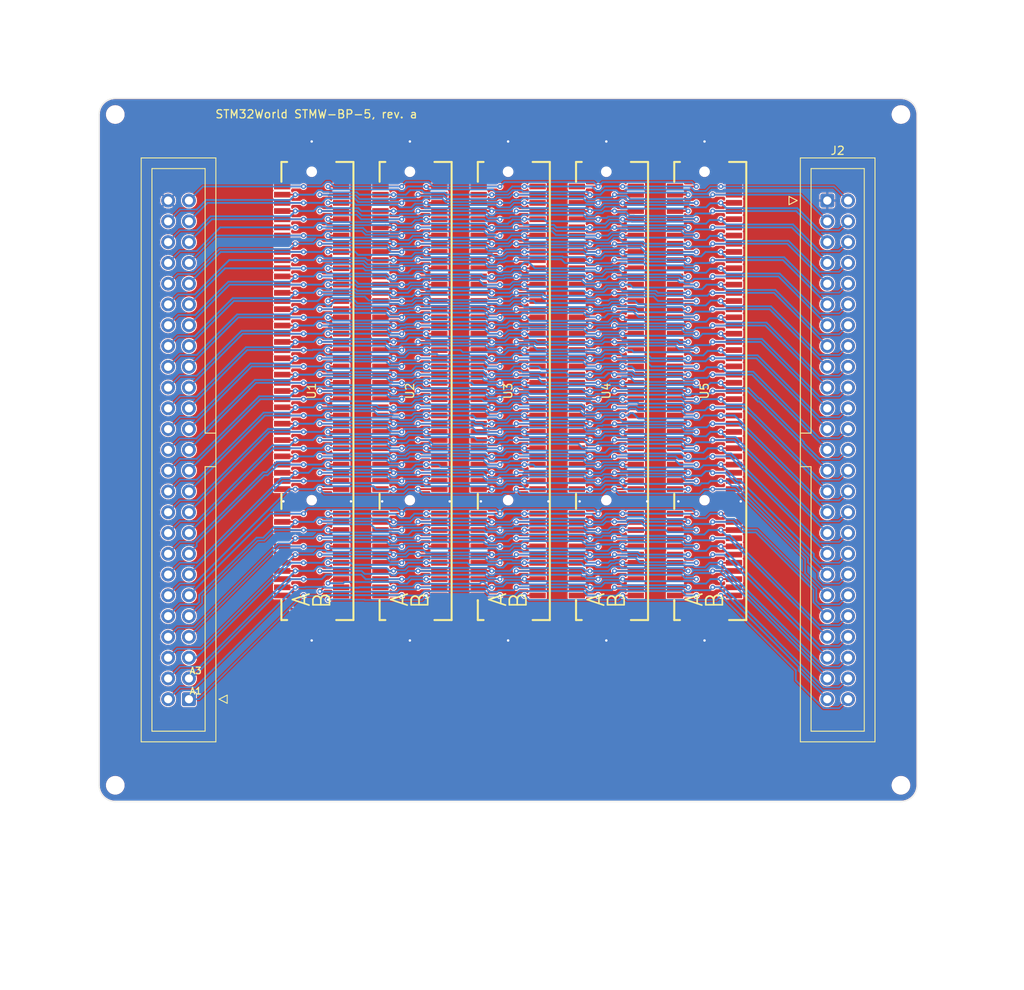
<source format=kicad_pcb>
(kicad_pcb (version 20241229) (generator "pcbnew") (generator_version "9.0")
  (layers (0 "F.Cu" signal) (2 "B.Cu" signal) (13 "F.Paste" user) (15 "B.Paste" user) (5 "F.SilkS" user "F.Silkscreen") (7 "B.SilkS" user "B.Silkscreen") (1 "F.Mask" user) (3 "B.Mask" user) (25 "Edge.Cuts" user))
  (property "AUTHOR" "Lars Boegild Thomsen")
  (property "AUTHOR_EMAIL" "lth@stm32world.com")
  (property "COMPANY" "STM32World")
  (property "REVISION" "a")
  (property "TITLE" "STMW-BP-5")
  (net 0 "")
  (net 1 "B1")
  (net 2 "B44")
  (net 3 "A24")
  (net 4 "B4")
  (net 5 "A30")
  (net 6 "B6")
  (net 7 "A23")
  (net 8 "A35")
  (net 9 "B43")
  (net 10 "B29")
  (net 11 "B40")
  (net 12 "A45")
  (net 13 "B12")
  (net 14 "B9")
  (net 15 "A41")
  (net 16 "B20")
  (net 17 "A49")
  (net 18 "A5")
  (net 19 "A25")
  (net 20 "A28")
  (net 21 "A6")
  (net 22 "A44")
  (net 23 "A4")
  (net 24 "A46")
  (net 25 "A39")
  (net 26 "B41")
  (net 27 "A11")
  (net 28 "A31")
  (net 29 "B18")
  (net 30 "B3")
  (net 31 "B24")
  (net 32 "B23")
  (net 33 "A15")
  (net 34 "B32")
  (net 35 "B42")
  (net 36 "A8")
  (net 37 "B35")
  (net 38 "A48")
  (net 39 "A9")
  (net 40 "A17")
  (net 41 "B28")
  (net 42 "B19")
  (net 43 "B5")
  (net 44 "B48")
  (net 45 "A7")
  (net 46 "B2")
  (net 47 "GND")
  (net 48 "B46")
  (net 49 "B36")
  (net 50 "A13")
  (net 51 "B39")
  (net 52 "A37")
  (net 53 "A22")
  (net 54 "B34")
  (net 55 "B8")
  (net 56 "A42")
  (net 57 "B15")
  (net 58 "A19")
  (net 59 "B47")
  (net 60 "B11")
  (net 61 "A12")
  (net 62 "A27")
  (net 63 "A47")
  (net 64 "B38")
  (net 65 "A33")
  (net 66 "B33")
  (net 67 "A32")
  (net 68 "B30")
  (net 69 "B17")
  (net 70 "A21")
  (net 71 "B22")
  (net 72 "B7")
  (net 73 "B21")
  (net 74 "B37")
  (net 75 "A38")
  (net 76 "A1")
  (net 77 "B16")
  (net 78 "A18")
  (net 79 "B45")
  (net 80 "A10")
  (net 81 "B49")
  (net 82 "A43")
  (net 83 "B10")
  (net 84 "A34")
  (net 85 "A26")
  (net 86 "B27")
  (net 87 "A16")
  (net 88 "A29")
  (net 89 "B14")
  (net 90 "B31")
  (net 91 "A40")
  (net 92 "B25")
  (net 93 "B13")
  (net 94 "A2")
  (net 95 "A14")
  (net 96 "B26")
  (net 97 "A20")
  (net 98 "A36")
  (net 99 "A3")
  (footprint "stm32world:CONN-SMD_98P-P1.00-V_3133" (layer "F.Cu") (at 140 75.8 90)
    (property "Reference" "U3")
    (property "Value" "X1611WVS-98-9TV01")
  )
  (footprint "stm32world:CONN-SMD_98P-P1.00-V_3133" (layer "F.Cu") (at 164 75.8 90)
    (property "Reference" "U5")
    (property "Value" "X1611WVS-98-9TV01")
  )
  (footprint "MountingHole:MountingHole_2.2mm_M2_DIN965" (layer "F.Cu") (at 188 42)
    (property "Reference" "H3" (hide yes))
    (property "Value" "MountingHole")
  )
  (footprint "stm32world:CONN-SMD_98P-P1.00-V_3133" (layer "F.Cu") (at 116 75.8 90)
    (property "Reference" "U1")
    (property "Value" "X1611WVS-98-9TV01")
  )
  (footprint "Connector_IDC:IDC-Header_2x25_P2.54mm_Vertical" (layer "F.Cu") (at 179 52.52)
    (property "Reference" "J2")
    (property "Value" "Conn_02x25_Odd_Even")
  )
  (footprint "stm32world:CONN-SMD_98P-P1.00-V_3133" (layer "F.Cu") (at 128 75.8 90)
    (property "Reference" "U2")
    (property "Value" "X1611WVS-98-9TV01")
  )
  (footprint "MountingHole:MountingHole_2.2mm_M2_DIN965" (layer "F.Cu") (at 92 42)
    (property "Reference" "H4" (hide yes))
    (property "Value" "MountingHole")
  )
  (footprint "MountingHole:MountingHole_2.2mm_M2_DIN965" (layer "F.Cu") (at 188 124)
    (property "Reference" "H2" (hide yes))
    (property "Value" "MountingHole")
  )
  (footprint "stm32world:CONN-SMD_98P-P1.00-V_3133" (layer "F.Cu") (at 152 75.8 90)
    (property "Reference" "U4")
    (property "Value" "X1611WVS-98-9TV01")
  )
  (footprint "Connector_IDC:IDC-Header_2x25_P2.54mm_Vertical" (layer "F.Cu") (at 101 113.48 180)
    (property "Reference" "J1" (hide yes))
    (property "Value" "Conn_02x25_Odd_Even")
  )
  (footprint "MountingHole:MountingHole_2.2mm_M2_DIN965" (layer "F.Cu") (at 92 124)
    (property "Reference" "H1" (hide yes))
    (property "Value" "MountingHole")
  )
  (gr_line (start 92 40) (end 188 40) (stroke (width 0.05)) (layer "Edge.Cuts"))
  (gr_arc (start 188 40) (mid 189.414214 40.585786) (end 190 42) (stroke (width 0.05)) (layer "Edge.Cuts"))
  (gr_line (start 190 42) (end 190 124) (stroke (width 0.05)) (layer "Edge.Cuts"))
  (gr_line (start 188 126) (end 92 126) (stroke (width 0.05)) (layer "Edge.Cuts"))
  (gr_arc (start 90 42) (mid 90.585786 40.585786) (end 92 40) (stroke (width 0.05)) (layer "Edge.Cuts"))
  (gr_arc (start 190 124) (mid 189.414214 125.414214) (end 188 126) (stroke (width 0.05)) (layer "Edge.Cuts"))
  (gr_line (start 90 124) (end 90 42) (stroke (width 0.05)) (layer "Edge.Cuts"))
  (gr_arc (start 92 126) (mid 90.585786 125.414214) (end 90 124) (stroke (width 0.05)) (layer "Edge.Cuts"))
  (gr_text "A1" (at 101 112.48 0) (layer "F.SilkS") (effects (font (size 0.8 0.8) (thickness 0.15) (bold yes)) (justify left)))
  (gr_text "${COMPANY} ${TITLE}, rev. ${REVISION}" (at 104.14 42.545 0) (layer "F.SilkS") (effects (font (size 1 1) (thickness 0.15) (bold yes)) (justify left bottom)))
  (gr_text "A3" (at 101 110 0) (layer "F.SilkS") (effects (font (size 0.8 0.8) (thickness 0.15) (bold yes)) (justify left)))
  (segment (start 143.6 100.8) (end 142 100.8) (width 0.2286) (layer "F.Cu") (net 1))
  (segment (start 155.6 100.8) (end 154 100.8) (width 0.2286) (layer "F.Cu") (net 1))
  (segment (start 118.5 100.8) (end 118 101.3) (width 0.2286) (layer "F.Cu") (net 1))
  (segment (start 167.6 100.8) (end 166 100.8) (width 0.2286) (layer "F.Cu") (net 1))
  (segment (start 131.6 100.8) (end 130 100.8) (width 0.2286) (layer "F.Cu") (net 1))
  (segment (start 119.6 100.8) (end 118.5 100.8) (width 0.2286) (layer "F.Cu") (net 1))
  (via (at 142 100.8) (size 0.6) (drill 0.3) (layers "F.Cu" "B.Cu") (net 1))
  (via (at 166 100.8) (size 0.6) (drill 0.3) (layers "F.Cu" "B.Cu") (net 1))
  (via (at 130 100.8) (size 0.6) (drill 0.3) (layers "F.Cu" "B.Cu") (net 1))
  (via (at 154 100.8) (size 0.6) (drill 0.3) (layers "F.Cu" "B.Cu") (net 1))
  (via (at 118 101.3) (size 0.6) (drill 0.3) (layers "F.Cu" "B.Cu") (net 1))
  (segment (start 153.4577 101.3423) (end 154 100.8) (width 0.2286) (layer "B.Cu") (net 1))
  (segment (start 154 100.8) (end 154.5423 101.3423) (width 0.2286) (layer "B.Cu") (net 1))
  (segment (start 142 100.8) (end 142.5423 101.3423) (width 0.2286) (layer "B.Cu") (net 1))
  (segment (start 165.4577 101.3423) (end 166 100.8) (width 0.2286) (layer "B.Cu") (net 1))
  (segment (start 118 101.3) (end 122.4577 101.3) (width 0.2286) (layer "B.Cu") (net 1))
  (segment (start 180.4477 114.5723) (end 181.54 113.48) (width 0.2286) (layer "B.Cu") (net 1))
  (segment (start 175.157627 111.182373) (end 178.547554 114.5723) (width 0.2286) (layer "B.Cu") (net 1))
  (segment (start 122.4577 101.3) (end 122.5 101.3423) (width 0.2286) (layer "B.Cu") (net 1))
  (segment (start 129.4577 101.3423) (end 130 100.8) (width 0.2286) (layer "B.Cu") (net 1))
  (segment (start 175.157627 109.957627) (end 175.157627 111.182373) (width 0.2286) (layer "B.Cu") (net 1))
  (segment (start 154.5423 101.3423) (end 165.4577 101.3423) (width 0.2286) (layer "B.Cu") (net 1))
  (segment (start 178.547554 114.5723) (end 180.4477 114.5723) (width 0.2286) (layer "B.Cu") (net 1))
  (segment (start 142.5423 101.3423) (end 153.4577 101.3423) (width 0.2286) (layer "B.Cu") (net 1))
  (segment (start 166 100.8) (end 175.157627 109.957627) (width 0.2286) (layer "B.Cu") (net 1))
  (segment (start 122.5 101.3423) (end 129.4577 101.3423) (width 0.2286) (layer "B.Cu") (net 1))
  (segment (start 167.6 55.8) (end 165 55.8) (width 0.2286) (layer "F.Cu") (net 2))
  (segment (start 143.6 55.8) (end 141 55.8) (width 0.2286) (layer "F.Cu") (net 2))
  (segment (start 155.6 55.8) (end 153 55.8) (width 0.2286) (layer "F.Cu") (net 2))
  (segment (start 119.6 55.8) (end 117 55.8) (width 0.2286) (layer "F.Cu") (net 2))
  (segment (start 131.6 55.8) (end 129 55.8) (width 0.2286) (layer "F.Cu") (net 2))
  (via (at 117 55.8) (size 0.6) (drill 0.3) (layers "F.Cu" "B.Cu") (net 2))
  (via (at 165 55.8) (size 0.6) (drill 0.3) (layers "F.Cu" "B.Cu") (net 2))
  (via (at 141 55.8) (size 0.6) (drill 0.3) (layers "F.Cu" "B.Cu") (net 2))
  (via (at 129 55.8) (size 0.6) (drill 0.3) (layers "F.Cu" "B.Cu") (net 2))
  (via (at 153 55.8) (size 0.6) (drill 0.3) (layers "F.Cu" "B.Cu") (net 2))
  (segment (start 126.899871 56.1332) (end 128.6668 56.1332) (width 0.2286) (layer "B.Cu") (net 2))
  (segment (start 149.666536 56.233465) (end 149.775371 56.3423) (width 0.2286) (layer "B.Cu") (net 2))
  (segment (start 153.641377 55.8888) (end 161.294588 55.8888) (width 0.2286) (layer "B.Cu") (net 2))
  (segment (start 140.745499 56.054501) (end 141 55.8) (width 0.2286) (layer "B.Cu") (net 2))
  (segment (start 122.740886 56.3423) (end 126.690771 56.3423) (width 0.2286) (layer "B.Cu") (net 2))
  (segment (start 137.775371 56.3423) (end 138.224629 56.3423) (width 0.2286) (layer "B.Cu") (net 2))
  (segment (start 126.690771 56.3423) (end 126.899871 56.1332) (width 0.2286) (layer "B.Cu") (net 2))
  (segment (start 162.902 56.0535) (end 164.7465 56.0535) (width 0.2286) (layer "B.Cu") (net 2))
  (segment (start 117.7688 55.8688) (end 122.267386 55.8688) (width 0.2286) (layer "B.Cu") (net 2))
  (segment (start 164.7465 56.0535) (end 165 55.8) (width 0.2286) (layer "B.Cu") (net 2))
  (segment (start 145.504994 55.9021) (end 145.836359 56.233465) (width 0.2286) (layer "B.Cu") (net 2))
  (segment (start 162.6132 56.3423) (end 162.902 56.0535) (width 0.2286) (layer "B.Cu") (net 2))
  (segment (start 117 55.8) (end 117.7 55.8) (width 0.2286) (layer "B.Cu") (net 2))
  (segment (start 174.66 55.8) (end 179 60.14) (width 0.2286) (layer "B.Cu") (net 2))
  (segment (start 137.098586 55.8) (end 137.388386 56.0898) (width 0.2286) (layer "B.Cu") (net 2))
  (segment (start 137.522871 56.0898) (end 137.775371 56.3423) (width 0.2286) (layer "B.Cu") (net 2))
  (segment (start 161.294588 55.8888) (end 161.748088 56.3423) (width 0.2286) (layer "B.Cu") (net 2))
  (segment (start 152.691318 55.8) (end 153 55.8) (width 0.2286) (layer "B.Cu") (net 2))
  (segment (start 153.628077 55.9021) (end 153.641377 55.8888) (width 0.2286) (layer "B.Cu") (net 2))
  (segment (start 150.833071 56.2) (end 152.291318 56.2) (width 0.2286) (layer "B.Cu") (net 2))
  (segment (start 153.1021 55.9021) (end 153.628077 55.9021) (width 0.2286) (layer "B.Cu") (net 2))
  (segment (start 138.224629 56.3423) (end 138.512428 56.054501) (width 0.2286) (layer "B.Cu") (net 2))
  (segment (start 141 55.8) (end 141.1021 55.9021) (width 0.2286) (layer "B.Cu") (net 2))
  (segment (start 165 55.8) (end 174.66 55.8) (width 0.2286) (layer "B.Cu") (net 2))
  (segment (start 152.291318 56.2) (end 152.691318 55.8) (width 0.2286) (layer "B.Cu") (net 2))
  (segment (start 161.748088 56.3423) (end 162.6132 56.3423) (width 0.2286) (layer "B.Cu") (net 2))
  (segment (start 122.267386 55.8688) (end 122.740886 56.3423) (width 0.2286) (layer "B.Cu") (net 2))
  (segment (start 141.1021 55.9021) (end 145.504994 55.9021) (width 0.2286) (layer "B.Cu") (net 2))
  (segment (start 145.836359 56.233465) (end 149.666536 56.233465) (width 0.2286) (layer "B.Cu") (net 2))
  (segment (start 129 55.8) (end 137.098586 55.8) (width 0.2286) (layer "B.Cu") (net 2))
  (segment (start 117.7 55.8) (end 117.7688 55.8688) (width 0.2286) (layer "B.Cu") (net 2))
  (segment (start 138.512428 56.054501) (end 140.745499 56.054501) (width 0.2286) (layer "B.Cu") (net 2))
  (segment (start 153 55.8) (end 153.1021 55.9021) (width 0.2286) (layer "B.Cu") (net 2))
  (segment (start 150.690771 56.3423) (end 150.833071 56.2) (width 0.2286) (layer "B.Cu") (net 2))
  (segment (start 137.388386 56.0898) (end 137.522871 56.0898) (width 0.2286) (layer "B.Cu") (net 2))
  (segment (start 128.6668 56.1332) (end 129 55.8) (width 0.2286) (layer "B.Cu") (net 2))
  (segment (start 149.775371 56.3423) (end 150.690771 56.3423) (width 0.2286) (layer "B.Cu") (net 2))
  (segment (start 124.4 75.8) (end 126 75.8) (width 0.2286) (layer "F.Cu") (net 3))
  (segment (start 148.4 75.8) (end 150 75.8) (width 0.2286) (layer "F.Cu") (net 3))
  (segment (start 136.4 75.8) (end 138 75.8) (width 0.2286) (layer "F.Cu") (net 3))
  (segment (start 160.4 75.8) (end 162 75.8) (width 0.2286) (layer "F.Cu") (net 3))
  (segment (start 112.4 75.8) (end 114 75.8) (width 0.2286) (layer "F.Cu") (net 3))
  (via (at 114 75.8) (size 0.6) (drill 0.3) (layers "F.Cu" "B.Cu") (net 3))
  (via (at 162 75.8) (size 0.6) (drill 0.3) (layers "F.Cu" "B.Cu") (net 3))
  (via (at 138 75.8) (size 0.6) (drill 0.3) (layers "F.Cu" "B.Cu") (net 3))
  (via (at 126 75.8) (size 0.6) (drill 0.3) (layers "F.Cu" "B.Cu") (net 3))
  (via (at 150 75.8) (size 0.6) (drill 0.3) (layers "F.Cu" "B.Cu") (net 3))
  (segment (start 142.582288 75.5465) (end 142.590188 75.5544) (width 0.2286) (layer "B.Cu") (net 3))
  (segment (start 114 75.8) (end 114.9 75.8) (width 0.2286) (layer "B.Cu") (net 3))
  (segment (start 161.6444 75.4444) (end 162 75.8) (width 0.2286) (layer "B.Cu") (net 3))
  (segment (start 151.557623 75.5122) (end 152.289215 75.5122) (width 0.2286) (layer "B.Cu") (net 3))
  (segment (start 129.7444 75.4444) (end 137.6444 75.4444) (width 0.2286) (layer "B.Cu") (net 3))
  (segment (start 152.647295 75.15412) (end 153.553326 75.15412) (width 0.2286) (layer "B.Cu") (net 3))
  (segment (start 141.6577 75.2577) (end 141.9465 75.5465) (width 0.2286) (layer "B.Cu") (net 3))
  (segment (start 129.401 75.101) (end 129.7444 75.4444) (width 0.2286) (layer "B.Cu") (net 3))
  (segment (start 117.877471 75.4444) (end 125.507294 75.4444) (width 0.2286) (layer "B.Cu") (net 3))
  (segment (start 114 75.8) (end 113.3556 76.4444) (width 0.2286) (layer "B.Cu") (net 3))
  (segment (start 101.937106 84.1) (end 99.9 84.1) (width 0.2286) (layer "B.Cu") (net 3))
  (segment (start 150 75.8) (end 150.1021 75.6979) (width 0.2286) (layer "B.Cu") (net 3))
  (segment (start 141.9465 75.5465) (end 142.582288 75.5465) (width 0.2286) (layer "B.Cu") (net 3))
  (segment (start 128.933485 75.101) (end 129.401 75.101) (width 0.2286) (layer "B.Cu") (net 3))
  (segment (start 138 75.8) (end 138.0668 75.7332) (width 0.2286) (layer "B.Cu") (net 3))
  (segment (start 153.553326 75.15412) (end 153.843606 75.4444) (width 0.2286) (layer "B.Cu") (net 3))
  (segment (start 140.775371 75.2577) (end 141.6577 75.2577) (width 0.2286) (layer "B.Cu") (net 3))
  (segment (start 139.625224 75.7332) (end 139.730824 75.6276) (width 0.2286) (layer "B.Cu") (net 3))
  (segment (start 138.0668 75.7332) (end 139.625224 75.7332) (width 0.2286) (layer "B.Cu") (net 3))
  (segment (start 139.730824 75.6276) (end 140.405471 75.6276) (width 0.2286) (layer "B.Cu") (net 3))
  (segment (start 127.557623 75.5122) (end 128.522285 75.5122) (width 0.2286) (layer "B.Cu") (net 3))
  (segment (start 126.1021 75.6979) (end 127.371923 75.6979) (width 0.2286) (layer "B.Cu") (net 3))
  (segment (start 150.1021 75.6979) (end 151.371923 75.6979) (width 0.2286) (layer "B.Cu") (net 3))
  (segment (start 152.289215 75.5122) (end 152.647295 75.15412) (width 0.2286) (layer "B.Cu") (net 3))
  (segment (start 113.3556 76.4444) (end 109.592706 76.4444) (width 0.2286) (layer "B.Cu") (net 3))
  (segment (start 127.371923 75.6979) (end 127.557623 75.5122) (width 0.2286) (layer "B.Cu") (net 3))
  (segment (start 153.843606 75.4444) (end 161.6444 75.4444) (width 0.2286) (layer "B.Cu") (net 3))
  (segment (start 114.9 75.8) (end 115.4423 75.2577) (width 0.2286) (layer "B.Cu") (net 3))
  (segment (start 125.862894 75.8) (end 126 75.8) (width 0.2286) (layer "B.Cu") (net 3))
  (segment (start 149.302894 75.8) (end 150 75.8) (width 0.2286) (layer "B.Cu") (net 3))
  (segment (start 151.371923 75.6979) (end 151.557623 75.5122) (width 0.2286) (layer "B.Cu") (net 3))
  (segment (start 125.507294 75.4444) (end 125.862894 75.8) (width 0.2286) (layer "B.Cu") (net 3))
  (segment (start 117.690771 75.2577) (end 117.877471 75.4444) (width 0.2286) (layer "B.Cu") (net 3))
  (segment (start 99.9 84.1) (end 98.46 85.54) (width 0.2286) (layer "B.Cu") (net 3))
  (segment (start 149.057294 75.5544) (end 149.302894 75.8) (width 0.2286) (layer "B.Cu") (net 3))
  (segment (start 109.592706 76.4444) (end 101.937106 84.1) (width 0.2286) (layer "B.Cu") (net 3))
  (segment (start 142.590188 75.5544) (end 149.057294 75.5544) (width 0.2286) (layer "B.Cu") (net 3))
  (segment (start 126 75.8) (end 126.1021 75.6979) (width 0.2286) (layer "B.Cu") (net 3))
  (segment (start 140.405471 75.6276) (end 140.775371 75.2577) (width 0.2286) (layer "B.Cu") (net 3))
  (segment (start 137.6444 75.4444) (end 138 75.8) (width 0.2286) (layer "B.Cu") (net 3))
  (segment (start 115.4423 75.2577) (end 117.690771 75.2577) (width 0.2286) (layer "B.Cu") (net 3))
  (segment (start 128.522285 75.5122) (end 128.933485 75.101) (width 0.2286) (layer "B.Cu") (net 3))
  (segment (start 155.6 97.8) (end 153 97.8) (width 0.2286) (layer "F.Cu") (net 4))
  (segment (start 143.6 97.8) (end 141 97.8) (width 0.2286) (layer "F.Cu") (net 4))
  (segment (start 167.6 97.8) (end 165 97.8) (width 0.2286) (layer "F.Cu") (net 4))
  (segment (start 131.6 97.8) (end 129 97.8) (width 0.2286) (layer "F.Cu") (net 4))
  (segment (start 119.6 97.8) (end 117 97.8) (width 0.2286) (layer "F.Cu") (net 4))
  (via (at 117 97.8) (size 0.6) (drill 0.3) (layers "F.Cu" "B.Cu") (net 4))
  (via (at 129 97.8) (size 0.6) (drill 0.3) (layers "F.Cu" "B.Cu") (net 4))
  (via (at 141 97.8) (size 0.6) (drill 0.3) (layers "F.Cu" "B.Cu") (net 4))
  (via (at 165 97.8) (size 0.6) (drill 0.3) (layers "F.Cu" "B.Cu") (net 4))
  (via (at 153 97.8) (size 0.6) (drill 0.3) (layers "F.Cu" "B.Cu") (net 4))
  (segment (start 127.772717 97.8) (end 129 97.8) (width 0.2286) (layer "B.Cu") (net 4))
  (segment (start 150.224629 98.3423) (end 150.410329 98.1566) (width 0.2286) (layer "B.Cu") (net 4))
  (segment (start 161.233071 97.8) (end 161.775371 98.3423) (width 0.2286) (layer "B.Cu") (net 4))
  (segment (start 140.6434 98.1566) (end 141 97.8) (width 0.2286) (layer "B.Cu") (net 4))
  (segment (start 162.527128 98.3423) (end 162.812928 98.0565) (width 0.2286) (layer "B.Cu") (net 4))
  (segment (start 126.512429 98.0545) (end 127.242606 98.0545) (width 0.2286) (layer "B.Cu") (net 4))
  (segment (start 153 97.8) (end 161.233071 97.8) (width 0.2286) (layer "B.Cu") (net 4))
  (segment (start 161.775371 98.3423) (end 162.527128 98.3423) (width 0.2286) (layer "B.Cu") (net 4))
  (segment (start 122.459494 98.1566) (end 125.589671 98.1566) (width 0.2286) (layer "B.Cu") (net 4))
  (segment (start 152.6434 98.1566) (end 153 97.8) (width 0.2286) (layer "B.Cu") (net 4))
  (segment (start 122.102894 97.8) (end 122.459494 98.1566) (width 0.2286) (layer "B.Cu") (net 4))
  (segment (start 127.243606 98.0535) (end 127.519217 98.0535) (width 0.2286) (layer "B.Cu") (net 4))
  (segment (start 165.86 97.8) (end 179 110.94) (width 0.2286) (layer "B.Cu") (net 4))
  (segment (start 141 97.8) (end 148.947172 97.8) (width 0.2286) (layer "B.Cu") (net 4))
  (segment (start 138.224629 98.3423) (end 138.410329 98.1566) (width 0.2286) (layer "B.Cu") (net 4))
  (segment (start 137.233071 97.8) (end 137.775371 98.3423) (width 0.2286) (layer "B.Cu") (net 4))
  (segment (start 162.812928 98.0565) (end 164.7435 98.0565) (width 0.2286) (layer "B.Cu") (net 4))
  (segment (start 137.775371 98.3423) (end 138.224629 98.3423) (width 0.2286) (layer "B.Cu") (net 4))
  (segment (start 125.589671 98.1566) (end 125.775371 98.3423) (width 0.2286) (layer "B.Cu") (net 4))
  (segment (start 148.947172 97.8) (end 149.236972 98.0898) (width 0.2286) (layer "B.Cu") (net 4))
  (segment (start 138.410329 98.1566) (end 140.6434 98.1566) (width 0.2286) (layer "B.Cu") (net 4))
  (segment (start 164.7435 98.0565) (end 165 97.8) (width 0.2286) (layer "B.Cu") (net 4))
  (segment (start 127.519217 98.0535) (end 127.772717 97.8) (width 0.2286) (layer "B.Cu") (net 4))
  (segment (start 127.242606 98.0545) (end 127.243606 98.0535) (width 0.2286) (layer "B.Cu") (net 4))
  (segment (start 125.775371 98.3423) (end 126.224629 98.3423) (width 0.2286) (layer "B.Cu") (net 4))
  (segment (start 149.775371 98.3423) (end 150.224629 98.3423) (width 0.2286) (layer "B.Cu") (net 4))
  (segment (start 129 97.8) (end 137.233071 97.8) (width 0.2286) (layer "B.Cu") (net 4))
  (segment (start 149.522871 98.0898) (end 149.775371 98.3423) (width 0.2286) (layer "B.Cu") (net 4))
  (segment (start 126.224629 98.3423) (end 126.512429 98.0545) (width 0.2286) (layer "B.Cu") (net 4))
  (segment (start 150.410329 98.1566) (end 152.6434 98.1566) (width 0.2286) (layer "B.Cu") (net 4))
  (segment (start 149.236972 98.0898) (end 149.522871 98.0898) (width 0.2286) (layer "B.Cu") (net 4))
  (segment (start 117 97.8) (end 122.102894 97.8) (width 0.2286) (layer "B.Cu") (net 4))
  (segment (start 165 97.8) (end 165.86 97.8) (width 0.2286) (layer "B.Cu") (net 4))
  (segment (start 148.4 69.8) (end 150 69.8) (width 0.2286) (layer "F.Cu") (net 5))
  (segment (start 136.4 69.8) (end 138 69.8) (width 0.2286) (layer "F.Cu") (net 5))
  (segment (start 112.4 69.8) (end 114 69.8) (width 0.2286) (layer "F.Cu") (net 5))
  (segment (start 124.4 69.8) (end 126 69.8) (width 0.2286) (layer "F.Cu") (net 5))
  (segment (start 160.4 69.8) (end 162 69.8) (width 0.2286) (layer "F.Cu") (net 5))
  (via (at 114 69.8) (size 0.6) (drill 0.3) (layers "F.Cu" "B.Cu") (net 5))
  (via (at 150 69.8) (size 0.6) (drill 0.3) (layers "F.Cu" "B.Cu") (net 5))
  (via (at 162 69.8) (size 0.6) (drill 0.3) (layers "F.Cu" "B.Cu") (net 5))
  (via (at 138 69.8) (size 0.6) (drill 0.3) (layers "F.Cu" "B.Cu") (net 5))
  (via (at 126 69.8) (size 0.6) (drill 0.3) (layers "F.Cu" "B.Cu") (net 5))
  (segment (start 99.9077 76.4723) (end 98.46 77.92) (width 0.2286) (layer "B.Cu") (net 5))
  (segment (start 126 69.8) (end 126.1021 69.6979) (width 0.2286) (layer "B.Cu") (net 5))
  (segment (start 139.6142 69.8) (end 140.1565 69.2577) (width 0.2286) (layer "B.Cu") (net 5))
  (segment (start 153.691671 69.2586) (end 153.979571 69.5465) (width 0.2286) (layer "B.Cu") (net 5))
  (segment (start 141.690771 69.2577) (end 141.979571 69.5465) (width 0.2286) (layer "B.Cu") (net 5))
  (segment (start 107.972706 70.4444) (end 101.944806 76.4723) (width 0.2286) (layer "B.Cu") (net 5))
  (segment (start 101.944806 76.4723) (end 99.9077 76.4723) (width 0.2286) (layer "B.Cu") (net 5))
  (segment (start 153.979571 69.5465) (end 160.755182 69.5465) (width 0.2286) (layer "B.Cu") (net 5))
  (segment (start 150.1021 69.6979) (end 151.371923 69.6979) (width 0.2286) (layer "B.Cu") (net 5))
  (segment (start 125.702894 69.8) (end 126 69.8) (width 0.2286) (layer "B.Cu") (net 5))
  (segment (start 125.347294 69.4444) (end 125.702894 69.8) (width 0.2286) (layer "B.Cu") (net 5))
  (segment (start 113.3556 70.4444) (end 107.972706 70.4444) (width 0.2286) (layer "B.Cu") (net 5))
  (segment (start 160.755182 69.5465) (end 161.008682 69.8) (width 0.2286) (layer "B.Cu") (net 5))
  (segment (start 150 69.8) (end 150.1021 69.6979) (width 0.2286) (layer "B.Cu") (net 5))
  (segment (start 143.352288 69.5465) (end 143.605788 69.8) (width 0.2286) (layer "B.Cu") (net 5))
  (segment (start 117.4577 69.2577) (end 117.6444 69.4444) (width 0.2286) (layer "B.Cu") (net 5))
  (segment (start 116.233071 69.8) (end 116.775371 69.2577) (width 0.2286) (layer "B.Cu") (net 5))
  (segment (start 151.811223 69.2586) (end 153.691671 69.2586) (width 0.2286) (layer "B.Cu") (net 5))
  (segment (start 129.6577 69.2577) (end 129.9444 69.5444) (width 0.2286) (layer "B.Cu") (net 5))
  (segment (start 116.775371 69.2577) (end 117.4577 69.2577) (width 0.2286) (layer "B.Cu") (net 5))
  (segment (start 126.1021 69.6979) (end 127.5021 69.6979) (width 0.2286) (layer "B.Cu") (net 5))
  (segment (start 138 69.8) (end 139.6142 69.8) (width 0.2286) (layer "B.Cu") (net 5))
  (segment (start 161.008682 69.8) (end 162 69.8) (width 0.2286) (layer "B.Cu") (net 5))
  (segment (start 137.7444 69.5444) (end 138 69.8) (width 0.2286) (layer "B.Cu") (net 5))
  (segment (start 129.9444 69.5444) (end 137.7444 69.5444) (width 0.2286) (layer "B.Cu") (net 5))
  (segment (start 127.5021 69.6979) (end 127.9423 69.2577) (width 0.2286) (layer "B.Cu") (net 5))
  (segment (start 140.1565 69.2577) (end 141.690771 69.2577) (width 0.2286) (layer "B.Cu") (net 5))
  (segment (start 117.6444 69.4444) (end 125.347294 69.4444) (width 0.2286) (layer "B.Cu") (net 5))
  (segment (start 114 69.8) (end 113.3556 70.4444) (width 0.2286) (layer "B.Cu") (net 5))
  (segment (start 151.371923 69.6979) (end 151.811223 69.2586) (width 0.2286) (layer "B.Cu") (net 5))
  (segment (start 127.9423 69.2577) (end 129.6577 69.2577) (width 0.2286) (layer "B.Cu") (net 5))
  (segment (start 141.979571 69.5465) (end 143.352288 69.5465) (width 0.2286) (layer "B.Cu") (net 5))
  (segment (start 114 69.8) (end 116.233071 69.8) (width 0.2286) (layer "B.Cu") (net 5))
  (segment (start 143.605788 69.8) (end 150 69.8) (width 0.2286) (layer "B.Cu") (net 5))
  (segment (start 143.6 95.8) (end 141 95.8) (width 0.2286) (layer "F.Cu") (net 6))
  (segment (start 155.6 95.8) (end 153 95.8) (width 0.2286) (layer "F.Cu") (net 6))
  (segment (start 167.6 95.8) (end 165 95.8) (width 0.2286) (layer "F.Cu") (net 6))
  (segment (start 131.6 95.8) (end 129 95.8) (width 0.2286) (layer "F.Cu") (net 6))
  (segment (start 119.6 95.8) (end 117 95.8) (width 0.2286) (layer "F.Cu") (net 6))
  (via (at 117 95.8) (size 0.6) (drill 0.3) (layers "F.Cu" "B.Cu") (net 6))
  (via (at 141 95.8) (size 0.6) (drill 0.3) (layers "F.Cu" "B.Cu") (net 6))
  (via (at 153 95.8) (size 0.6) (drill 0.3) (layers "F.Cu" "B.Cu") (net 6))
  (via (at 165 95.8) (size 0.6) (drill 0.3) (layers "F.Cu" "B.Cu") (net 6))
  (via (at 129 95.8) (size 0.6) (drill 0.3) (layers "F.Cu" "B.Cu") (net 6))
  (segment (start 126.512429 96.0545) (end 127.559712 96.0545) (width 0.2286) (layer "B.Cu") (net 6))
  (segment (start 137.336171 95.9031) (end 137.775371 96.3423) (width 0.2286) (layer "B.Cu") (net 6))
  (segment (start 161.589671 96.1566) (end 161.775371 96.3423) (width 0.2286) (layer "B.Cu") (net 6))
  (segment (start 129 95.8) (end 129.1031 95.9031) (width 0.2286) (layer "B.Cu") (net 6))
  (segment (start 149.775371 96.3423) (end 150.224629 96.3423) (width 0.2286) (layer "B.Cu") (net 6))
  (segment (start 127.915412 95.6988) (end 128.8988 95.6988) (width 0.2286) (layer "B.Cu") (net 6))
  (segment (start 162.8734 96.1566) (end 164.6434 96.1566) (width 0.2286) (layer "B.Cu") (net 6))
  (segment (start 138.9699 96.0535) (end 140.7465 96.0535) (width 0.2286) (layer "B.Cu") (net 6))
  (segment (start 141 95.8) (end 149.233071 95.8) (width 0.2286) (layer "B.Cu") (net 6))
  (segment (start 138.6811 96.3423) (end 138.9699 96.0535) (width 0.2286) (layer "B.Cu") (net 6))
  (segment (start 153 95.8) (end 153.0444 95.8444) (width 0.2286) (layer "B.Cu") (net 6))
  (segment (start 117 95.8) (end 125.233071 95.8) (width 0.2286) (layer "B.Cu") (net 6))
  (segment (start 162.6877 96.3423) (end 162.8734 96.1566) (width 0.2286) (layer "B.Cu") (net 6))
  (segment (start 165 95.8) (end 166.4 95.8) (width 0.2286) (layer "B.Cu") (net 6))
  (segment (start 137.775371 96.3423) (end 138.6811 96.3423) (width 0.2286) (layer "B.Cu") (net 6))
  (segment (start 126.224629 96.3423) (end 126.512429 96.0545) (width 0.2286) (layer "B.Cu") (net 6))
  (segment (start 150.224629 96.3423) (end 150.458129 96.1088) (width 0.2286) (layer "B.Cu") (net 6))
  (segment (start 149.233071 95.8) (end 149.775371 96.3423) (width 0.2286) (layer "B.Cu") (net 6))
  (segment (start 128.8988 95.6988) (end 129 95.8) (width 0.2286) (layer "B.Cu") (net 6))
  (segment (start 127.559712 96.0545) (end 127.915412 95.6988) (width 0.2286) (layer "B.Cu") (net 6))
  (segment (start 125.233071 95.8) (end 125.775371 96.3423) (width 0.2286) (layer "B.Cu") (net 6))
  (segment (start 166.4 95.8) (end 179 108.4) (width 0.2286) (layer "B.Cu") (net 6))
  (segment (start 152.6912 96.1088) (end 153 95.8) (width 0.2286) (layer "B.Cu") (net 6))
  (segment (start 125.775371 96.3423) (end 126.224629 96.3423) (width 0.2286) (layer "B.Cu") (net 6))
  (segment (start 140.7465 96.0535) (end 141 95.8) (width 0.2286) (layer "B.Cu") (net 6))
  (segment (start 129.1031 95.9031) (end 137.336171 95.9031) (width 0.2286) (layer "B.Cu") (net 6))
  (segment (start 161.775371 96.3423) (end 162.6877 96.3423) (width 0.2286) (layer "B.Cu") (net 6))
  (segment (start 153.0444 95.8444) (end 155.717294 95.8444) (width 0.2286) (layer "B.Cu") (net 6))
  (segment (start 150.458129 96.1088) (end 152.6912 96.1088) (width 0.2286) (layer "B.Cu") (net 6))
  (segment (start 164.6434 96.1566) (end 165 95.8) (width 0.2286) (layer "B.Cu") (net 6))
  (segment (start 156.029494 96.1566) (end 161.589671 96.1566) (width 0.2286) (layer "B.Cu") (net 6))
  (segment (start 155.717294 95.8444) (end 156.029494 96.1566) (width 0.2286) (layer "B.Cu") (net 6))
  (segment (start 160.4 76.8) (end 163 76.8) (width 0.2286) (layer "F.Cu") (net 7))
  (segment (start 124.4 76.8) (end 127 76.8) (width 0.2286) (layer "F.Cu") (net 7))
  (segment (start 136.4 76.8) (end 139 76.8) (width 0.2286) (layer "F.Cu") (net 7))
  (segment (start 112.4 76.8) (end 115 76.8) (width 0.2286) (layer "F.Cu") (net 7))
  (segment (start 148.4 76.8) (end 151 76.8) (width 0.2286) (layer "F.Cu") (net 7))
  (via (at 151 76.8) (size 0.6) (drill 0.3) (layers "F.Cu" "B.Cu") (net 7))
  (via (at 115 76.8) (size 0.6) (drill 0.3) (layers "F.Cu" "B.Cu") (net 7))
  (via (at 127 76.8) (size 0.6) (drill 0.3) (layers "F.Cu" "B.Cu") (net 7))
  (via (at 139 76.8) (size 0.6) (drill 0.3) (layers "F.Cu" "B.Cu") (net 7))
  (via (at 163 76.8) (size 0.6) (drill 0.3) (layers "F.Cu" "B.Cu") (net 7))
  (segment (start 126.8979 76.6979) (end 127 76.8) (width 0.2286) (layer "B.Cu") (net 7))
  (segment (start 150.272894 76.8) (end 151 76.8) (width 0.2286) (layer "B.Cu") (net 7))
  (segment (start 129.588671 76.4444) (end 129.775371 76.2577) (width 0.2286) (layer "B.Cu") (net 7))
  (segment (start 150.170794 76.6979) (end 150.272894 76.8) (width 0.2286) (layer "B.Cu") (net 7))
  (segment (start 139.3102 76.4898) (end 141.543271 76.4898) (width 0.2286) (layer "B.Cu") (net 7))
  (segment (start 149.371882 76.6032) (end 149.466582 76.6979) (width 0.2286) (layer "B.Cu") (net 7))
  (segment (start 109.74 76.8) (end 101 85.54) (width 0.2286) (layer "B.Cu") (net 7))
  (segment (start 137.628077 76.6979) (end 138.8979 76.6979) (width 0.2286) (layer "B.Cu") (net 7))
  (segment (start 125.628077 76.6979) (end 126.8979 76.6979) (width 0.2286) (layer "B.Cu") (net 7))
  (segment (start 137.187877 76.2577) (end 137.628077 76.6979) (width 0.2286) (layer "B.Cu") (net 7))
  (segment (start 151 76.8) (end 151.2612 76.5388) (width 0.2286) (layer "B.Cu") (net 7))
  (segment (start 117.233071 76.8) (end 117.775371 76.2577) (width 0.2286) (layer "B.Cu") (net 7))
  (segment (start 115 76.8) (end 109.74 76.8) (width 0.2286) (layer "B.Cu") (net 7))
  (segment (start 129.072706 76.4444) (end 129.588671 76.4444) (width 0.2286) (layer "B.Cu") (net 7))
  (segment (start 127 76.8) (end 127.2535 76.5465) (width 0.2286) (layer "B.Cu") (net 7))
  (segment (start 139 76.8) (end 139.3102 76.4898) (width 0.2286) (layer "B.Cu") (net 7))
  (segment (start 128.970606 76.5465) (end 129.072706 76.4444) (width 0.2286) (layer "B.Cu") (net 7))
  (segment (start 151.2612 76.5388) (end 153.494271 76.5388) (width 0.2286) (layer "B.Cu") (net 7))
  (segment (start 153.494271 76.5388) (end 153.775371 76.2577) (width 0.2286) (layer "B.Cu") (net 7))
  (segment (start 161.727349 76.8) (end 163 76.8) (width 0.2286) (layer "B.Cu") (net 7))
  (segment (start 141.775371 76.2577) (end 142.2877 76.2577) (width 0.2286) (layer "B.Cu") (net 7))
  (segment (start 141.543271 76.4898) (end 141.775371 76.2577) (width 0.2286) (layer "B.Cu") (net 7))
  (segment (start 142.2877 76.2577) (end 142.6332 76.6032) (width 0.2286) (layer "B.Cu") (net 7))
  (segment (start 153.775371 76.2577) (end 161.185049 76.2577) (width 0.2286) (layer "B.Cu") (net 7))
  (segment (start 115 76.8) (end 117.233071 76.8) (width 0.2286) (layer "B.Cu") (net 7))
  (segment (start 129.775371 76.2577) (end 137.187877 76.2577) (width 0.2286) (layer "B.Cu") (net 7))
  (segment (start 127.2535 76.5465) (end 128.970606 76.5465) (width 0.2286) (layer "B.Cu") (net 7))
  (segment (start 117.775371 76.2577) (end 125.187877 76.2577) (width 0.2286) (layer "B.Cu") (net 7))
  (segment (start 161.185049 76.2577) (end 161.727349 76.8) (width 0.2286) (layer "B.Cu") (net 7))
  (segment (start 138.8979 76.6979) (end 139 76.8) (width 0.2286) (layer "B.Cu") (net 7))
  (segment (start 149.466582 76.6979) (end 150.170794 76.6979) (width 0.2286) (layer "B.Cu") (net 7))
  (segment (start 125.187877 76.2577) (end 125.628077 76.6979) (width 0.2286) (layer "B.Cu") (net 7))
  (segment (start 142.6332 76.6032) (end 149.371882 76.6032) (width 0.2286) (layer "B.Cu") (net 7))
  (segment (start 148.4 64.8) (end 151 64.8) (width 0.2286) (layer "F.Cu") (net 8))
  (segment (start 136.4 64.8) (end 139 64.8) (width 0.2286) (layer "F.Cu") (net 8))
  (segment (start 160.4 64.8) (end 163 64.8) (width 0.2286) (layer "F.Cu") (net 8))
  (segment (start 112.4 64.8) (end 115 64.8) (width 0.2286) (layer "F.Cu") (net 8))
  (segment (start 124.4 64.8) (end 127 64.8) (width 0.2286) (layer "F.Cu") (net 8))
  (via (at 127 64.8) (size 0.6) (drill 0.3) (layers "F.Cu" "B.Cu") (net 8))
  (via (at 139 64.8) (size 0.6) (drill 0.3) (layers "F.Cu" "B.Cu") (net 8))
  (via (at 115 64.8) (size 0.6) (drill 0.3) (layers "F.Cu" "B.Cu") (net 8))
  (via (at 151 64.8) (size 0.6) (drill 0.3) (layers "F.Cu" "B.Cu") (net 8))
  (via (at 163 64.8) (size 0.6) (drill 0.3) (layers "F.Cu" "B.Cu") (net 8))
  (segment (start 141.644271 64.3888) (end 141.775371 64.2577) (width 0.2286) (layer "B.Cu") (net 8))
  (segment (start 149.628077 64.6979) (end 150.8979 64.6979) (width 0.2286) (layer "B.Cu") (net 8))
  (segment (start 158.308682 64.8) (end 163 64.8) (width 0.2286) (layer "B.Cu") (net 8))
  (segment (start 144.0577 64.2577) (end 144.3444 64.5444) (width 0.2286) (layer "B.Cu") (net 8))
  (segment (start 125.641882 64.7332) (end 125.708682 64.8) (width 0.2286) (layer "B.Cu") (net 8))
  (segment (start 129.774371 64.2587) (end 130.257285 64.2587) (width 0.2286) (layer "B.Cu") (net 8))
  (segment (start 139 64.8) (end 140.194212 64.8) (width 0.2286) (layer "B.Cu") (net 8))
  (segment (start 149.474577 64.5444) (end 149.628077 64.6979) (width 0.2286) (layer "B.Cu") (net 8))
  (segment (start 122.5 64.2587) (end 122.9745 64.7332) (width 0.2286) (layer "B.Cu") (net 8))
  (segment (start 137.610162 64.8) (end 139 64.8) (width 0.2286) (layer "B.Cu") (net 8))
  (segment (start 151 64.8) (end 151.0556 64.7444) (width 0.2286) (layer "B.Cu") (net 8))
  (segment (start 106.5 64.8) (end 101 70.3) (width 0.2286) (layer "B.Cu") (net 8))
  (segment (start 128.227283 64.8) (end 128.582883 64.4444) (width 0.2286) (layer "B.Cu") (net 8))
  (segment (start 127 64.8) (end 128.227283 64.8) (width 0.2286) (layer "B.Cu") (net 8))
  (segment (start 125.708682 64.8) (end 127 64.8) (width 0.2286) (layer "B.Cu") (net 8))
  (segment (start 121.089176 64.0776) (end 121.270276 64.2587) (width 0.2286) (layer "B.Cu") (net 8))
  (segment (start 129.588671 64.4444) (end 129.774371 64.2587) (width 0.2286) (layer "B.Cu") (net 8))
  (segment (start 121.270276 64.2587) (end 122.5 64.2587) (width 0.2286) (layer "B.Cu") (net 8))
  (segment (start 130.676185 64.6776) (end 137.487762 64.6776) (width 0.2286) (layer "B.Cu") (net 8))
  (segment (start 116.822529 64.7444) (end 117.489329 64.0776) (width 0.2286) (layer "B.Cu") (net 8))
  (segment (start 140.605412 64.3888) (end 141.644271 64.3888) (width 0.2286) (layer "B.Cu") (net 8))
  (segment (start 157.766382 64.2577) (end 158.308682 64.8) (width 0.2286) (layer "B.Cu") (net 8))
  (segment (start 122.9745 64.7332) (end 125.641882 64.7332) (width 0.2286) (layer "B.Cu") (net 8))
  (segment (start 115 64.8) (end 106.5 64.8) (width 0.2286) (layer "B.Cu") (net 8))
  (segment (start 130.257285 64.2587) (end 130.676185 64.6776) (width 0.2286) (layer "B.Cu") (net 8))
  (segment (start 153.775371 64.2577) (end 157.766382 64.2577) (width 0.2286) (layer "B.Cu") (net 8))
  (segment (start 151.0556 64.7444) (end 152.282883 64.7444) (width 0.2286) (layer "B.Cu") (net 8))
  (segment (start 116.697106 64.8) (end 116.752706 64.7444) (width 0.2286) (layer "B.Cu") (net 8))
  (segment (start 150.8979 64.6979) (end 151 64.8) (width 0.2286) (layer "B.Cu") (net 8))
  (segment (start 144.3444 64.5444) (end 149.474577 64.5444) (width 0.2286) (layer "B.Cu") (net 8))
  (segment (start 117.489329 64.0776) (end 121.089176 64.0776) (width 0.2286) (layer "B.Cu") (net 8))
  (segment (start 153.485571 64.5475) (end 153.775371 64.2577) (width 0.2286) (layer "B.Cu") (net 8))
  (segment (start 115 64.8) (end 116.697106 64.8) (width 0.2286) (layer "B.Cu") (net 8))
  (segment (start 128.582883 64.4444) (end 129.588671 64.4444) (width 0.2286) (layer "B.Cu") (net 8))
  (segment (start 116.752706 64.7444) (end 116.822529 64.7444) (width 0.2286) (layer "B.Cu") (net 8))
  (segment (start 152.282883 64.7444) (end 152.479783 64.5475) (width 0.2286) (layer "B.Cu") (net 8))
  (segment (start 140.194212 64.8) (end 140.605412 64.3888) (width 0.2286) (layer "B.Cu") (net 8))
  (segment (start 137.487762 64.6776) (end 137.610162 64.8) (width 0.2286) (layer "B.Cu") (net 8))
  (segment (start 152.479783 64.5475) (end 153.485571 64.5475) (width 0.2286) (layer "B.Cu") (net 8))
  (segment (start 141.775371 64.2577) (end 144.0577 64.2577) (width 0.2286) (layer "B.Cu") (net 8))
  (segment (start 167.6 56.8) (end 166 56.8) (width 0.2286) (layer "F.Cu") (net 9))
  (segment (start 119.6 56.8) (end 118 56.8) (width 0.2286) (layer "F.Cu") (net 9))
  (segment (start 143.6 56.8) (end 142 56.8) (width 0.2286) (layer "F.Cu") (net 9))
  (segment (start 131.6 56.8) (end 130 56.8) (width 0.2286) (layer "F.Cu") (net 9))
  (segment (start 155.6 56.8) (end 154 56.8) (width 0.2286) (layer "F.Cu") (net 9))
  (via (at 166 56.8) (size 0.6) (drill 0.3) (layers "F.Cu" "B.Cu") (net 9))
  (via (at 130 56.8) (size 0.6) (drill 0.3) (layers "F.Cu" "B.Cu") (net 9))
  (via (at 154 56.8) (size 0.6) (drill 0.3) (layers "F.Cu" "B.Cu") (net 9))
  (via (at 118 56.8) (size 0.6) (drill 0.3) (layers "F.Cu" "B.Cu") (net 9))
  (via (at 142 56.8) (size 0.6) (drill 0.3) (layers "F.Cu" "B.Cu") (net 9))
  (segment (start 162.487571 57.0545) (end 162.775371 57.3423) (width 0.2286) (layer "B.Cu") (net 9))
  (segment (start 154.2545 57.0545) (end 162.487571 57.0545) (width 0.2286) (layer "B.Cu") (net 9))
  (segment (start 178.055194 61.2323) (end 180.4477 61.2323) (width 0.2286) (layer "B.Cu") (net 9))
  (segment (start 154 56.8) (end 154.2545 57.0545) (width 0.2286) (layer "B.Cu") (net 9))
  (segment (start 166 56.8) (end 166.6444 57.4444) (width 0.2286) (layer "B.Cu") (net 9))
  (segment (start 138.252086 57.0535) (end 138.540886 57.3423) (width 0.2286) (layer "B.Cu") (net 9))
  (segment (start 129.9556 56.8444) (end 130 56.8) (width 0.2286) (layer "B.Cu") (net 9))
  (segment (start 162.775371 57.3423) (end 164.187877 57.3423) (width 0.2286) (layer "B.Cu") (net 9))
  (segment (start 166.6444 57.4444) (end 174.267294 57.4444) (width 0.2286) (layer "B.Cu") (net 9))
  (segment (start 150.589671 57.1566) (end 150.775371 57.3423) (width 0.2286) (layer "B.Cu") (net 9))
  (segment (start 152.187877 57.3423) (end 152.784777 56.7454) (width 0.2286) (layer "B.Cu") (net 9))
  (segment (start 174.267294 57.4444) (end 178.055194 61.2323) (width 0.2286) (layer "B.Cu") (net 9))
  (segment (start 126.775371 57.3423) (end 127.854806 57.3423) (width 0.2286) (layer "B.Cu") (net 9))
  (segment (start 128.352706 56.8444) (end 129.9556 56.8444) (width 0.2286) (layer "B.Cu") (net 9))
  (segment (start 138.540886 57.3423) (end 139.8577 57.3423) (width 0.2286) (layer "B.Cu") (net 9))
  (segment (start 126.487571 57.0545) (end 126.775371 57.3423) (width 0.2286) (layer "B.Cu") (net 9))
  (segment (start 139.8577 57.3423) (end 140.4 56.8) (width 0.2286) (layer "B.Cu") (net 9))
  (segment (start 130.2535 57.0535) (end 138.252086 57.0535) (width 0.2286) (layer "B.Cu") (net 9))
  (segment (start 164.684777 56.8454) (end 165.9546 56.8454) (width 0.2286) (layer "B.Cu") (net 9))
  (segment (start 142 56.8) (end 142.2888 57.0888) (width 0.2286) (layer "B.Cu") (net 9))
  (segment (start 140.4 56.8) (end 142 56.8) (width 0.2286) (layer "B.Cu") (net 9))
  (segment (start 153.9454 56.7454) (end 154 56.8) (width 0.2286) (layer "B.Cu") (net 9))
  (segment (start 118.2545 57.0545) (end 126.487571 57.0545) (width 0.2286) (layer "B.Cu") (net 9))
  (segment (start 142.2888 57.0888) (end 149.294588 57.0888) (width 0.2286) (layer "B.Cu") (net 9))
  (segment (start 118 56.8) (end 118.2545 57.0545) (width 0.2286) (layer "B.Cu") (net 9))
  (segment (start 180.4477 61.2323) (end 181.54 60.14) (width 0.2286) (layer "B.Cu") (net 9))
  (segment (start 164.187877 57.3423) (end 164.684777 56.8454) (width 0.2286) (layer "B.Cu") (net 9))
  (segment (start 149.362388 57.1566) (end 150.589671 57.1566) (width 0.2286) (layer "B.Cu") (net 9))
  (segment (start 152.784777 56.7454) (end 153.9454 56.7454) (width 0.2286) (layer "B.Cu") (net 9))
  (segment (start 130 56.8) (end 130.2535 57.0535) (width 0.2286) (layer "B.Cu") (net 9))
  (segment (start 165.9546 56.8454) (end 166 56.8) (width 0.2286) (layer "B.Cu") (net 9))
  (segment (start 149.294588 57.0888) (end 149.362388 57.1566) (width 0.2286) (layer "B.Cu") (net 9))
  (segment (start 127.854806 57.3423) (end 128.352706 56.8444) (width 0.2286) (layer "B.Cu") (net 9))
  (segment (start 150.775371 57.3423) (end 152.187877 57.3423) (width 0.2286) (layer "B.Cu") (net 9))
  (segment (start 155.6 70.8) (end 154 70.8) (width 0.2286) (layer "F.Cu") (net 10))
  (segment (start 131.6 70.8) (end 130 70.8) (width 0.2286) (layer "F.Cu") (net 10))
  (segment (start 143.6 70.8) (end 142 70.8) (width 0.2286) (layer "F.Cu") (net 10))
  (segment (start 119.6 70.8) (end 118 70.8) (width 0.2286) (layer "F.Cu") (net 10))
  (segment (start 167.6 70.8) (end 166 70.8) (width 0.2286) (layer "F.Cu") (net 10))
  (via (at 130 70.8) (size 0.6) (drill 0.3) (layers "F.Cu" "B.Cu") (net 10))
  (via (at 142 70.8) (size 0.6) (drill 0.3) (layers "F.Cu" "B.Cu") (net 10))
  (via (at 118 70.8) (size 0.6) (drill 0.3) (layers "F.Cu" "B.Cu") (net 10))
  (via (at 166 70.8) (size 0.6) (drill 0.3) (layers "F.Cu" "B.Cu") (net 10))
  (via (at 154 70.8) (size 0.6) (drill 0.3) (layers "F.Cu" "B.Cu") (net 10))
  (segment (start 149.662388 71.1566) (end 150.589671 71.1566) (width 0.2286) (layer "B.Cu") (net 10))
  (segment (start 138.487571 71.0545) (end 138.775371 71.3423) (width 0.2286) (layer "B.Cu") (net 10))
  (segment (start 165.129971 70.9031) (end 165.133071 70.9) (width 0.2286) (layer "B.Cu") (net 10))
  (segment (start 155.108682 70.8) (end 155.362182 71.0535) (width 0.2286) (layer "B.Cu") (net 10))
  (segment (start 138.775371 71.3423) (end 139.554806 71.3423) (width 0.2286) (layer "B.Cu") (net 10))
  (segment (start 170.487294 71.4444) (end 178.055194 79.0123) (width 0.2286) (layer "B.Cu") (net 10))
  (segment (start 180.4477 79.0123) (end 181.54 77.92) (width 0.2286) (layer "B.Cu") (net 10))
  (segment (start 118.2545 71.0545) (end 126.487571 71.0545) (width 0.2286) (layer "B.Cu") (net 10))
  (segment (start 166 70.8) (end 166.6444 71.4444) (width 0.2286) (layer "B.Cu") (net 10))
  (segment (start 139.554806 71.3423) (end 140.052706 70.8444) (width 0.2286) (layer "B.Cu") (net 10))
  (segment (start 166.6444 71.4444) (end 170.487294 71.4444) (width 0.2286) (layer "B.Cu") (net 10))
  (segment (start 142 70.8) (end 142.2888 71.0888) (width 0.2286) (layer "B.Cu") (net 10))
  (segment (start 151.766929 70.8) (end 154 70.8) (width 0.2286) (layer "B.Cu") (net 10))
  (segment (start 141.9556 70.8444) (end 142 70.8) (width 0.2286) (layer "B.Cu") (net 10))
  (segment (start 162.5444 71.4444) (end 163.846918 71.4444) (width 0.2286) (layer "B.Cu") (net 10))
  (segment (start 150.589671 71.1566) (end 150.775371 71.3423) (width 0.2286) (layer "B.Cu") (net 10))
  (segment (start 127.226043 71.3423) (end 127.768343 70.8) (width 0.2286) (layer "B.Cu") (net 10))
  (segment (start 130 70.8) (end 134.205788 70.8) (width 0.2286) (layer "B.Cu") (net 10))
  (segment (start 134.460288 71.0545) (end 138.487571 71.0545) (width 0.2286) (layer "B.Cu") (net 10))
  (segment (start 127.768343 70.8) (end 130 70.8) (width 0.2286) (layer "B.Cu") (net 10))
  (segment (start 163.846918 71.4444) (end 164.388218 70.9031) (width 0.2286) (layer "B.Cu") (net 10))
  (segment (start 140.052706 70.8444) (end 141.9556 70.8444) (width 0.2286) (layer "B.Cu") (net 10))
  (segment (start 165.133071 70.9) (end 165.9 70.9) (width 0.2286) (layer "B.Cu") (net 10))
  (segment (start 118 70.8) (end 118.2545 71.0545) (width 0.2286) (layer "B.Cu") (net 10))
  (segment (start 126.487571 71.0545) (end 126.775371 71.3423) (width 0.2286) (layer "B.Cu") (net 10))
  (segment (start 151.224629 71.3423) (end 151.766929 70.8) (width 0.2286) (layer "B.Cu") (net 10))
  (segment (start 142.2888 71.0888) (end 149.594588 71.0888) (width 0.2286) (layer "B.Cu") (net 10))
  (segment (start 150.775371 71.3423) (end 151.224629 71.3423) (width 0.2286) (layer "B.Cu") (net 10))
  (segment (start 164.388218 70.9031) (end 165.129971 70.9031) (width 0.2286) (layer "B.Cu") (net 10))
  (segment (start 149.594588 71.0888) (end 149.662388 71.1566) (width 0.2286) (layer "B.Cu") (net 10))
  (segment (start 134.205788 70.8) (end 134.460288 71.0545) (width 0.2286) (layer "B.Cu") (net 10))
  (segment (start 154 70.8) (end 155.108682 70.8) (width 0.2286) (layer "B.Cu") (net 10))
  (segment (start 178.055194 79.0123) (end 180.4477 79.0123) (width 0.2286) (layer "B.Cu") (net 10))
  (segment (start 126.775371 71.3423) (end 127.226043 71.3423) (width 0.2286) (layer "B.Cu") (net 10))
  (segment (start 165.9 70.9) (end 166 70.8) (width 0.2286) (layer "B.Cu") (net 10))
  (segment (start 162.1535 71.0535) (end 162.5444 71.4444) (width 0.2286) (layer "B.Cu") (net 10))
  (segment (start 155.362182 71.0535) (end 162.1535 71.0535) (width 0.2286) (layer "B.Cu") (net 10))
  (segment (start 131.6 59.8) (end 129 59.8) (width 0.2286) (layer "F.Cu") (net 11))
  (segment (start 167.6 59.8) (end 165 59.8) (width 0.2286) (layer "F.Cu") (net 11))
  (segment (start 155.6 59.8) (end 153 59.8) (width 0.2286) (layer "F.Cu") (net 11))
  (segment (start 143.6 59.8) (end 141 59.8) (width 0.2286) (layer "F.Cu") (net 11))
  (segment (start 119.6 59.8) (end 117 59.8) (width 0.2286) (layer "F.Cu") (net 11))
  (via (at 153 59.8) (size 0.6) (drill 0.3) (layers "F.Cu" "B.Cu") (net 11))
  (via (at 129 59.8) (size 0.6) (drill 0.3) (layers "F.Cu" "B.Cu") (net 11))
  (via (at 117 59.8) (size 0.6) (drill 0.3) (layers "F.Cu" "B.Cu") (net 11))
  (via (at 165 59.8) (size 0.6) (drill 0.3) (layers "F.Cu" "B.Cu") (net 11))
  (via (at 141 59.8) (size 0.6) (drill 0.3) (layers "F.Cu" "B.Cu") (net 11))
  (segment (start 146.959494 60.1566) (end 149.589671 60.1566) (width 0.2286) (layer "B.Cu") (net 11))
  (segment (start 122.407888 59.9021) (end 122.848088 60.3423) (width 0.2286) (layer "B.Cu") (net 11))
  (segment (start 138.9011 60.0555) (end 139.241606 60.0555) (width 0.2286) (layer "B.Cu") (net 11))
  (segment (start 126.899871 60.1332) (end 128.6668 60.1332) (width 0.2286) (layer "B.Cu") (net 11))
  (segment (start 139.519217 60.0535) (end 139.628317 59.9444) (width 0.2286) (layer "B.Cu") (net 11))
  (segment (start 117 59.8) (end 117.1021 59.9021) (width 0.2286) (layer "B.Cu") (net 11))
  (segment (start 153.0444 59.8444) (end 156.74588 59.8444) (width 0.2286) (layer "B.Cu") (net 11))
  (segment (start 149.775371 60.3423) (end 150.6143 60.3423) (width 0.2286) (layer "B.Cu") (net 11))
  (segment (start 129 59.8) (end 137.233071 59.8) (width 0.2286) (layer "B.Cu") (net 11))
  (segment (start 139.241606 60.0555) (end 139.243606 60.0535) (width 0.2286) (layer "B.Cu") (net 11))
  (segment (start 137.775371 60.3423) (end 138.6143 60.3423) (width 0.2286) (layer "B.Cu") (net 11))
  (segment (start 117.1021 59.9021) (end 122.407888 59.9021) (width 0.2286) (layer "B.Cu") (net 11))
  (segment (start 161.775371 60.3423) (end 162.690771 60.3423) (width 0.2286) (layer "B.Cu") (net 11))
  (segment (start 150.6143 60.3423) (end 150.8 60.1566) (width 0.2286) (layer "B.Cu") (net 11))
  (segment (start 138.6143 60.3423) (end 138.9011 60.0555) (width 0.2286) (layer "B.Cu") (net 11))
  (segment (start 128.6668 60.1332) (end 129 59.8) (width 0.2286) (layer "B.Cu") (net 11))
  (segment (start 150.8 60.1566) (end 152.534718 60.1566) (width 0.2286) (layer "B.Cu") (net 11))
  (segment (start 164.390189 60.1342) (end 164.6658 60.1342) (width 0.2286) (layer "B.Cu") (net 11))
  (segment (start 162.690771 60.3423) (end 162.876471 60.1566) (width 0.2286) (layer "B.Cu") (net 11))
  (segment (start 153 59.8) (end 153.0444 59.8444) (width 0.2286) (layer "B.Cu") (net 11))
  (segment (start 149.589671 60.1566) (end 149.775371 60.3423) (width 0.2286) (layer "B.Cu") (net 11))
  (segment (start 161.422871 59.9898) (end 161.775371 60.3423) (width 0.2286) (layer "B.Cu") (net 11))
  (segment (start 152.534718 60.1566) (end 152.891318 59.8) (width 0.2286) (layer "B.Cu") (net 11))
  (segment (start 162.876471 60.1566) (end 164.367789 60.1566) (width 0.2286) (layer "B.Cu") (net 11))
  (segment (start 141.101098 59.698902) (end 146.501796 59.698902) (width 0.2286) (layer "B.Cu") (net 11))
  (segment (start 165 59.8) (end 173.58 59.8) (width 0.2286) (layer "B.Cu") (net 11))
  (segment (start 141 59.8) (end 141.101098 59.698902) (width 0.2286) (layer "B.Cu") (net 11))
  (segment (start 152.891318 59.8) (end 153 59.8) (width 0.2286) (layer "B.Cu") (net 11))
  (segment (start 140.8556 59.9444) (end 141 59.8) (width 0.2286) (layer "B.Cu") (net 11))
  (segment (start 173.58 59.8) (end 179 65.22) (width 0.2286) (layer "B.Cu") (net 11))
  (segment (start 146.501796 59.698902) (end 146.959494 60.1566) (width 0.2286) (layer "B.Cu") (net 11))
  (segment (start 139.243606 60.0535) (end 139.519217 60.0535) (width 0.2286) (layer "B.Cu") (net 11))
  (segment (start 156.74588 59.8444) (end 156.89128 59.9898) (width 0.2286) (layer "B.Cu") (net 11))
  (segment (start 139.628317 59.9444) (end 140.8556 59.9444) (width 0.2286) (layer "B.Cu") (net 11))
  (segment (start 126.690771 60.3423) (end 126.899871 60.1332) (width 0.2286) (layer "B.Cu") (net 11))
  (segment (start 156.89128 59.9898) (end 161.422871 59.9898) (width 0.2286) (layer "B.Cu") (net 11))
  (segment (start 122.848088 60.3423) (end 126.690771 60.3423) (width 0.2286) (layer "B.Cu") (net 11))
  (segment (start 137.233071 59.8) (end 137.775371 60.3423) (width 0.2286) (layer "B.Cu") (net 11))
  (segment (start 164.367789 60.1566) (end 164.390189 60.1342) (width 0.2286) (layer "B.Cu") (net 11))
  (segment (start 164.6658 60.1342) (end 165 59.8) (width 0.2286) (layer "B.Cu") (net 11))
  (segment (start 112.4 54.8) (end 115 54.8) (width 0.2286) (layer "F.Cu") (net 12))
  (segment (start 160.4 54.8) (end 163 54.8) (width 0.2286) (layer "F.Cu") (net 12))
  (segment (start 148.4 54.8) (end 151 54.8) (width 0.2286) (layer "F.Cu") (net 12))
  (segment (start 136.4 54.8) (end 139 54.8) (width 0.2286) (layer "F.Cu") (net 12))
  (segment (start 124.4 54.8) (end 127 54.8) (width 0.2286) (layer "F.Cu") (net 12))
  (via (at 163 54.8) (size 0.6) (drill 0.3) (layers "F.Cu" "B.Cu") (net 12))
  (via (at 127 54.8) (size 0.6) (drill 0.3) (layers "F.Cu" "B.Cu") (net 12))
  (via (at 139 54.8) (size 0.6) (drill 0.3) (layers "F.Cu" "B.Cu") (net 12))
  (via (at 151 54.8) (size 0.6) (drill 0.3) (layers "F.Cu" "B.Cu") (net 12))
  (via (at 115 54.8) (size 0.6) (drill 0.3) (layers "F.Cu" "B.Cu") (net 12))
  (segment (start 139.1556 54.6444) (end 140.149812 54.6444) (width 0.2286) (layer "B.Cu") (net 12))
  (segment (start 127 54.8) (end 127.2535 54.5465) (width 0.2286) (layer "B.Cu") (net 12))
  (segment (start 122.0423 54.8) (end 121.5 54.2577) (width 0.2286) (layer "B.Cu") (net 12))
  (segment (start 121.5 54.2577) (end 117.775371 54.2577) (width 0.2286) (layer "B.Cu") (net 12))
  (segment (start 138.8979 54.6979) (end 139 54.8) (width 0.2286) (layer "B.Cu") (net 12))
  (segment (start 152.205412 54.4888) (end 153.544271 54.4888) (width 0.2286) (layer "B.Cu") (net 12))
  (segment (start 137.187877 54.2577) (end 137.628077 54.6979) (width 0.2286) (layer "B.Cu") (net 12))
  (segment (start 117.233071 54.8) (end 115 54.8) (width 0.2286) (layer "B.Cu") (net 12))
  (segment (start 140.305412 54.4888) (end 141.544271 54.4888) (width 0.2286) (layer "B.Cu") (net 12))
  (segment (start 153.775371 54.2577) (end 154.224629 54.2577) (width 0.2286) (layer "B.Cu") (net 12))
  (segment (start 139 54.8) (end 139.1556 54.6444) (width 0.2286) (layer "B.Cu") (net 12))
  (segment (start 151 54.8) (end 151.1556 54.6444) (width 0.2286) (layer "B.Cu") (net 12))
  (segment (start 162.9454 54.7454) (end 163 54.8) (width 0.2286) (layer "B.Cu") (net 12))
  (segment (start 155.23647 54.722) (end 155.25987 54.7454) (width 0.2286) (layer "B.Cu") (net 12))
  (segment (start 140.149812 54.6444) (end 140.305412 54.4888) (width 0.2286) (layer "B.Cu") (net 12))
  (segment (start 154.224629 54.2577) (end 154.688929 54.722) (width 0.2286) (layer "B.Cu") (net 12))
  (segment (start 149.187877 54.2577) (end 149.629077 54.6989) (width 0.2286) (layer "B.Cu") (net 12))
  (segment (start 137.628077 54.6979) (end 138.8979 54.6979) (width 0.2286) (layer "B.Cu") (net 12))
  (segment (start 154.688929 54.722) (end 155.23647 54.722) (width 0.2286) (layer "B.Cu") (net 12))
  (segment (start 141.775371 54.2577) (end 149.187877 54.2577) (width 0.2286) (layer "B.Cu") (net 12))
  (segment (start 150.8989 54.6989) (end 151 54.8) (width 0.2286) (layer "B.Cu") (net 12))
  (segment (start 141.544271 54.4888) (end 141.775371 54.2577) (width 0.2286) (layer "B.Cu") (net 12))
  (segment (start 153.544271 54.4888) (end 153.775371 54.2577) (width 0.2286) (layer "B.Cu") (net 12))
  (segment (start 129.775371 54.2577) (end 137.187877 54.2577) (width 0.2286) (layer "B.Cu") (net 12))
  (segment (start 103.8 54.8) (end 101 57.6) (width 0.2286) (layer "B.Cu") (net 12))
  (segment (start 149.629077 54.6989) (end 150.8989 54.6989) (width 0.2286) (layer "B.Cu") (net 12))
  (segment (start 152.049812 54.6444) (end 152.205412 54.4888) (width 0.2286) (layer "B.Cu") (net 12))
  (segment (start 117.775371 54.2577) (end 117.233071 54.8) (width 0.2286) (layer "B.Cu") (net 12))
  (segment (start 127 54.8) (end 122.0423 54.8) (width 0.2286) (layer "B.Cu") (net 12))
  (segment (start 129.616536 54.416535) (end 129.775371 54.2577) (width 0.2286) (layer "B.Cu") (net 12))
  (segment (start 128.982262 54.5465) (end 129.112227 54.416535) (width 0.2286) (layer "B.Cu") (net 12))
  (segment (start 115 54.8) (end 103.8 54.8) (width 0.2286) (layer "B.Cu") (net 12))
  (segment (start 155.25987 54.7454) (end 162.9454 54.7454) (width 0.2286) (layer "B.Cu") (net 12))
  (segment (start 129.112227 54.416535) (end 129.616536 54.416535) (width 0.2286) (layer "B.Cu") (net 12))
  (segment (start 151.1556 54.6444) (end 152.049812 54.6444) (width 0.2286) (layer "B.Cu") (net 12))
  (segment (start 127.2535 54.5465) (end 128.982262 54.5465) (width 0.2286) (layer "B.Cu") (net 12))
  (segment (start 119.6 87.8) (end 117 87.8) (width 0.2286) (layer "F.Cu") (net 13))
  (segment (start 143.6 87.8) (end 141 87.8) (width 0.2286) (layer "F.Cu") (net 13))
  (segment (start 131.6 87.8) (end 129 87.8) (width 0.2286) (layer "F.Cu") (net 13))
  (segment (start 167.6 87.8) (end 165 87.8) (width 0.2286) (layer "F.Cu") (net 13))
  (segment (start 155.6 87.8) (end 153 87.8) (width 0.2286) (layer "F.Cu") (net 13))
  (via (at 129 87.8) (size 0.6) (drill 0.3) (layers "F.Cu" "B.Cu") (net 13))
  (via (at 153 87.8) (size 0.6) (drill 0.3) (layers "F.Cu" "B.Cu") (net 13))
  (via (at 141 87.8) (size 0.6) (drill 0.3) (layers "F.Cu" "B.Cu") (net 13))
  (via (at 117 87.8) (size 0.6) (drill 0.3) (layers "F.Cu" "B.Cu") (net 13))
  (via (at 165 87.8) (size 0.6) (drill 0.3) (layers "F.Cu" "B.Cu") (net 13))
  (segment (start 151.98486 87.8) (end 153 87.8) (width 0.2286) (layer "B.Cu") (net 13))
  (segment (start 139.37 88.1566) (end 140.6434 88.1566) (width 0.2286) (layer "B.Cu") (net 13))
  (segment (start 127.230417 88.3423) (end 127.772717 87.8) (width 0.2286) (layer "B.Cu") (net 13))
  (segment (start 163.3977 88.3423) (end 163.94 87.8) (width 0.2286) (layer "B.Cu") (net 13))
  (segment (start 129.5423 88.3423) (end 139.1843 88.3423) (width 0.2286) (layer "B.Cu") (net 13))
  (segment (start 129 87.8) (end 129.5423 88.3423) (width 0.2286) (layer "B.Cu") (net 13))
  (segment (start 117.5423 88.3423) (end 127.230417 88.3423) (width 0.2286) (layer "B.Cu") (net 13))
  (segment (start 117 87.8) (end 117.5423 88.3423) (width 0.2286) (layer "B.Cu") (net 13))
  (segment (start 140.6434 88.1566) (end 141 87.8) (width 0.2286) (layer "B.Cu") (net 13))
  (segment (start 165 87.8) (end 167.72 87.8) (width 0.2286) (layer "B.Cu") (net 13))
  (segment (start 141 87.8) (end 141.5423 88.3423) (width 0.2286) (layer "B.Cu") (net 13))
  (segment (start 127.772717 87.8) (end 129 87.8) (width 0.2286) (layer "B.Cu") (net 13))
  (segment (start 153.5423 88.3423) (end 163.3977 88.3423) (width 0.2286) (layer "B.Cu") (net 13))
  (segment (start 151.44256 88.3423) (end 151.98486 87.8) (width 0.2286) (layer "B.Cu") (net 13))
  (segment (start 167.72 87.8) (end 176.29 96.37) (width 0.2286) (layer "B.Cu") (net 13))
  (segment (start 153 87.8) (end 153.5423 88.3423) (width 0.2286) (layer "B.Cu") (net 13))
  (segment (start 176.29 98.07) (end 179 100.78) (width 0.2286) (layer "B.Cu") (net 13))
  (segment (start 139.1843 88.3423) (end 139.37 88.1566) (width 0.2286) (layer "B.Cu") (net 13))
  (segment (start 163.94 87.8) (end 165 87.8) (width 0.2286) (layer "B.Cu") (net 13))
  (segment (start 141.5423 88.3423) (end 151.44256 88.3423) (width 0.2286) (layer "B.Cu") (net 13))
  (segment (start 176.29 96.37) (end 176.29 98.07) (width 0.2286) (layer "B.Cu") (net 13))
  (segment (start 167.6 92.8) (end 166 92.8) (width 0.2286) (layer "F.Cu") (net 14))
  (segment (start 131.6 92.8) (end 130 92.8) (width 0.2286) (layer "F.Cu") (net 14))
  (segment (start 155.6 92.8) (end 154 92.8) (width 0.2286) (layer "F.Cu") (net 14))
  (segment (start 119.6 92.8) (end 118 92.8) (width 0.2286) (layer "F.Cu") (net 14))
  (segment (start 143.6 92.8) (end 142 92.8) (width 0.2286) (layer "F.Cu") (net 14))
  (via (at 166 92.8) (size 0.6) (drill 0.3) (layers "F.Cu" "B.Cu") (net 14))
  (via (at 130 92.8) (size 0.6) (drill 0.3) (layers "F.Cu" "B.Cu") (net 14))
  (via (at 154 92.8) (size 0.6) (drill 0.3) (layers "F.Cu" "B.Cu") (net 14))
  (via (at 142 92.8) (size 0.6) (drill 0.3) (layers "F.Cu" "B.Cu") (net 14))
  (via (at 118 92.8) (size 0.6) (drill 0.3) (layers "F.Cu" "B.Cu") (net 14))
  (segment (start 162.487571 93.0545) (end 162.775371 93.3423) (width 0.2286) (layer "B.Cu") (net 14))
  (segment (start 126.589671 93.1566) (end 126.775371 93.3423) (width 0.2286) (layer "B.Cu") (net 14))
  (segment (start 128.2966 92.87) (end 129.93 92.87) (width 0.2286) (layer "B.Cu") (net 14))
  (segment (start 142 92.8) (end 149.225869 92.8) (width 0.2286) (layer "B.Cu") (net 14))
  (segment (start 163.976412 93.3423) (end 164.518712 92.8) (width 0.2286) (layer "B.Cu") (net 14))
  (segment (start 159.268682 92.8) (end 159.523182 93.0545) (width 0.2286) (layer "B.Cu") (net 14))
  (segment (start 154 92.8) (end 159.268682 92.8) (width 0.2286) (layer "B.Cu") (net 14))
  (segment (start 137.300288 93.0545) (end 138.487571 93.0545) (width 0.2286) (layer "B.Cu") (net 14))
  (segment (start 149.515669 93.0898) (end 149.614174 93.0898) (width 0.2286) (layer "B.Cu") (net 14))
  (segment (start 159.523182 93.0545) (end 162.487571 93.0545) (width 0.2286) (layer "B.Cu") (net 14))
  (segment (start 137.045788 92.8) (end 137.300288 93.0545) (width 0.2286) (layer "B.Cu") (net 14))
  (segment (start 162.775371 93.3423) (end 163.976412 93.3423) (width 0.2286) (layer "B.Cu") (net 14))
  (segment (start 166.6444 93.4444) (end 167.087294 93.4444) (width 0.2286) (layer "B.Cu") (net 14))
  (segment (start 126.775371 93.3423) (end 127.8243 93.3423) (width 0.2286) (layer "B.Cu") (net 14))
  (segment (start 150.775371 93.3423) (end 151.224629 93.3423) (width 0.2286) (layer "B.Cu") (net 14))
  (segment (start 127.8243 93.3423) (end 128.2966 92.87) (width 0.2286) (layer "B.Cu") (net 14))
  (segment (start 138.775371 93.3423) (end 139.224629 93.3423) (width 0.2286) (layer "B.Cu") (net 14))
  (segment (start 178.055194 104.4123) (end 180.4477 104.4123) (width 0.2286) (layer "B.Cu") (net 14))
  (segment (start 125.772388 93.1566) (end 126.589671 93.1566) (width 0.2286) (layer "B.Cu") (net 14))
  (segment (start 139.664829 92.9021) (end 141.8979 92.9021) (width 0.2286) (layer "B.Cu") (net 14))
  (segment (start 151.224629 93.3423) (end 151.410329 93.1566) (width 0.2286) (layer "B.Cu") (net 14))
  (segment (start 150.589671 93.1566) (end 150.775371 93.3423) (width 0.2286) (layer "B.Cu") (net 14))
  (segment (start 152.34885 93.1566) (end 152.70545 92.8) (width 0.2286) (layer "B.Cu") (net 14))
  (segment (start 149.680973 93.1566) (end 150.589671 93.1566) (width 0.2286) (layer "B.Cu") (net 14))
  (segment (start 118.2888 93.0888) (end 125.704588 93.0888) (width 0.2286) (layer "B.Cu") (net 14))
  (segment (start 118 92.8) (end 118.2888 93.0888) (width 0.2286) (layer "B.Cu") (net 14))
  (segment (start 139.224629 93.3423) (end 139.664829 92.9021) (width 0.2286) (layer "B.Cu") (net 14))
  (segment (start 149.225869 92.8) (end 149.515669 93.0898) (width 0.2286) (layer "B.Cu") (net 14))
  (segment (start 164.518712 92.8) (end 166 92.8) (width 0.2286) (layer "B.Cu") (net 14))
  (segment (start 167.087294 93.4444) (end 178.055194 104.4123) (width 0.2286) (layer "B.Cu") (net 14))
  (segment (start 138.487571 93.0545) (end 138.775371 93.3423) (width 0.2286) (layer "B.Cu") (net 14))
  (segment (start 125.704588 93.0888) (end 125.772388 93.1566) (width 0.2286) (layer "B.Cu") (net 14))
  (segment (start 151.410329 93.1566) (end 152.34885 93.1566) (width 0.2286) (layer "B.Cu") (net 14))
  (segment (start 141.8979 92.9021) (end 142 92.8) (width 0.2286) (layer "B.Cu") (net 14))
  (segment (start 180.4477 104.4123) (end 181.54 103.32) (width 0.2286) (layer "B.Cu") (net 14))
  (segment (start 149.614174 93.0898) (end 149.680973 93.1566) (width 0.2286) (layer "B.Cu") (net 14))
  (segment (start 166 92.8) (end 166.6444 93.4444) (width 0.2286) (layer "B.Cu") (net 14))
  (segment (start 130 92.8) (end 137.045788 92.8) (width 0.2286) (layer "B.Cu") (net 14))
  (segment (start 129.93 92.87) (end 130 92.8) (width 0.2286) (layer "B.Cu") (net 14))
  (segment (start 152.70545 92.8) (end 154 92.8) (width 0.2286) (layer "B.Cu") (net 14))
  (segment (start 112.4 58.8) (end 115 58.8) (width 0.2286) (layer "F.Cu") (net 15))
  (segment (start 160.4 58.8) (end 163 58.8) (width 0.2286) (layer "F.Cu") (net 15))
  (segment (start 148.4 58.8) (end 151 58.8) (width 0.2286) (layer "F.Cu") (net 15))
  (segment (start 124.4 58.8) (end 127 58.8) (width 0.2286) (layer "F.Cu") (net 15))
  (segment (start 136.4 58.8) (end 139 58.8) (width 0.2286) (layer "F.Cu") (net 15))
  (via (at 139 58.8) (size 0.6) (drill 0.3) (layers "F.Cu" "B.Cu") (net 15))
  (via (at 127 58.8) (size 0.6) (drill 0.3) (layers "F.Cu" "B.Cu") (net 15))
  (via (at 115 58.8) (size 0.6) (drill 0.3) (layers "F.Cu" "B.Cu") (net 15))
  (via (at 151 58.8) (size 0.6) (drill 0.3) (layers "F.Cu" "B.Cu") (net 15))
  (via (at 163 58.8) (size 0.6) (drill 0.3) (layers "F.Cu" "B.Cu") (net 15))
  (segment (start 151.3889 58.4111) (end 152.784527 58.4111) (width 0.2286) (layer "B.Cu") (net 15))
  (segment (start 156.170276 58.2587) (end 156.689176 58.7776) (width 0.2286) (layer "B.Cu") (net 15))
  (segment (start 139.495312 58.6989) (end 139.705412 58.4888) (width 0.2286) (layer "B.Cu") (net 15))
  (segment (start 156.689176 58.7776) (end 157.189176 58.7776) (width 0.2286) (layer "B.Cu") (net 15))
  (segment (start 104.88 58.8) (end 101 62.68) (width 0.2286) (layer "B.Cu") (net 15))
  (segment (start 117.233071 58.8) (end 117.775371 58.2577) (width 0.2286) (layer "B.Cu") (net 15))
  (segment (start 139.705412 58.4888) (end 141.405412 58.4888) (width 0.2286) (layer "B.Cu") (net 15))
  (segment (start 151 58.8) (end 151.3889 58.4111) (width 0.2286) (layer "B.Cu") (net 15))
  (segment (start 149.188877 58.2587) (end 149.730177 58.8) (width 0.2286) (layer "B.Cu") (net 15))
  (segment (start 152.784527 58.4111) (end 152.853327 58.3423) (width 0.2286) (layer "B.Cu") (net 15))
  (segment (start 117.775371 58.2577) (end 125.187877 58.2577) (width 0.2286) (layer "B.Cu") (net 15))
  (segment (start 137.627663 58.6989) (end 139.495312 58.6989) (width 0.2286) (layer "B.Cu") (net 15))
  (segment (start 127.2535 58.5465) (end 129.486571 58.5465) (width 0.2286) (layer "B.Cu") (net 15))
  (segment (start 141.405412 58.4888) (end 141.635512 58.2587) (width 0.2286) (layer "B.Cu") (net 15))
  (segment (start 152.853327 58.3423) (end 153.690771 58.3423) (width 0.2286) (layer "B.Cu") (net 15))
  (segment (start 115 58.8) (end 104.88 58.8) (width 0.2286) (layer "B.Cu") (net 15))
  (segment (start 157.211576 58.8) (end 163 58.8) (width 0.2286) (layer "B.Cu") (net 15))
  (segment (start 127 58.8) (end 127.2535 58.5465) (width 0.2286) (layer "B.Cu") (net 15))
  (segment (start 153.774371 58.2587) (end 156.170276 58.2587) (width 0.2286) (layer "B.Cu") (net 15))
  (segment (start 153.690771 58.3423) (end 153.774371 58.2587) (width 0.2286) (layer "B.Cu") (net 15))
  (segment (start 125.187877 58.2577) (end 125.730177 58.8) (width 0.2286) (layer "B.Cu") (net 15))
  (segment (start 115 58.8) (end 117.233071 58.8) (width 0.2286) (layer "B.Cu") (net 15))
  (segment (start 129.775371 58.2577) (end 137.186463 58.2577) (width 0.2286) (layer "B.Cu") (net 15))
  (segment (start 157.189176 58.7776) (end 157.211576 58.8) (width 0.2286) (layer "B.Cu") (net 15))
  (segment (start 149.730177 58.8) (end 151 58.8) (width 0.2286) (layer "B.Cu") (net 15))
  (segment (start 141.635512 58.2587) (end 149.188877 58.2587) (width 0.2286) (layer "B.Cu") (net 15))
  (segment (start 125.730177 58.8) (end 127 58.8) (width 0.2286) (layer "B.Cu") (net 15))
  (segment (start 137.186463 58.2577) (end 137.627663 58.6989) (width 0.2286) (layer "B.Cu") (net 15))
  (segment (start 129.486571 58.5465) (end 129.775371 58.2577) (width 0.2286) (layer "B.Cu") (net 15))
  (segment (start 155.6 79.8) (end 153 79.8) (width 0.2286) (layer "F.Cu") (net 16))
  (segment (start 131.6 79.8) (end 129 79.8) (width 0.2286) (layer "F.Cu") (net 16))
  (segment (start 167.6 79.8) (end 165 79.8) (width 0.2286) (layer "F.Cu") (net 16))
  (segment (start 143.6 79.8) (end 141 79.8) (width 0.2286) (layer "F.Cu") (net 16))
  (segment (start 119.6 79.8) (end 117 79.8) (width 0.2286) (layer "F.Cu") (net 16))
  (via (at 129 79.8) (size 0.6) (drill 0.3) (layers "F.Cu" "B.Cu") (net 16))
  (via (at 117 79.8) (size 0.6) (drill 0.3) (layers "F.Cu" "B.Cu") (net 16))
  (via (at 141 79.8) (size 0.6) (drill 0.3) (layers "F.Cu" "B.Cu") (net 16))
  (via (at 153 79.8) (size 0.6) (drill 0.3) (layers "F.Cu" "B.Cu") (net 16))
  (via (at 165 79.8) (size 0.6) (drill 0.3) (layers "F.Cu" "B.Cu") (net 16))
  (segment (start 168.18 79.8) (end 179 90.62) (width 0.2286) (layer "B.Cu") (net 16))
  (segment (start 149.775371 80.3423) (end 150.690771 80.3423) (width 0.2286) (layer "B.Cu") (net 16))
  (segment (start 161.775371 80.3423) (end 162.690771 80.3423) (width 0.2286) (layer "B.Cu") (net 16))
  (segment (start 117 79.8) (end 125.230243 79.8) (width 0.2286) (layer "B.Cu") (net 16))
  (segment (start 136.764588 80.0188) (end 137.088088 80.3423) (width 0.2286) (layer "B.Cu") (net 16))
  (segment (start 128.745501 80.054499) (end 129 79.8) (width 0.2286) (layer "B.Cu") (net 16))
  (segment (start 125.772543 80.3423) (end 126.224629 80.3423) (width 0.2286) (layer "B.Cu") (net 16))
  (segment (start 138.5343 80.3423) (end 138.8211 80.0555) (width 0.2286) (layer "B.Cu") (net 16))
  (segment (start 129 79.8) (end 135.708586 79.8) (width 0.2286) (layer "B.Cu") (net 16))
  (segment (start 150.979571 80.0535) (end 151.519217 80.0535) (width 0.2286) (layer "B.Cu") (net 16))
  (segment (start 141 79.8) (end 149.233071 79.8) (width 0.2286) (layer "B.Cu") (net 16))
  (segment (start 164.281189 80.2432) (end 164.724389 79.8) (width 0.2286) (layer "B.Cu") (net 16))
  (segment (start 164.724389 79.8) (end 165 79.8) (width 0.2286) (layer "B.Cu") (net 16))
  (segment (start 149.233071 79.8) (end 149.775371 80.3423) (width 0.2286) (layer "B.Cu") (net 16))
  (segment (start 135.708586 79.8) (end 135.927386 80.0188) (width 0.2286) (layer "B.Cu") (net 16))
  (segment (start 138.8211 80.0555) (end 140.7445 80.0555) (width 0.2286) (layer "B.Cu") (net 16))
  (segment (start 152.8356 79.9644) (end 153 79.8) (width 0.2286) (layer "B.Cu") (net 16))
  (segment (start 165 79.8) (end 168.18 79.8) (width 0.2286) (layer "B.Cu") (net 16))
  (segment (start 161.336171 79.9031) (end 161.775371 80.3423) (width 0.2286) (layer "B.Cu") (net 16))
  (segment (start 162.789871 80.2432) (end 164.281189 80.2432) (width 0.2286) (layer "B.Cu") (net 16))
  (segment (start 151.608317 79.9644) (end 152.8356 79.9644) (width 0.2286) (layer "B.Cu") (net 16))
  (segment (start 125.230243 79.8) (end 125.772543 80.3423) (width 0.2286) (layer "B.Cu") (net 16))
  (segment (start 153.1031 79.9031) (end 161.336171 79.9031) (width 0.2286) (layer "B.Cu") (net 16))
  (segment (start 140.7445 80.0555) (end 141 79.8) (width 0.2286) (layer "B.Cu") (net 16))
  (segment (start 150.690771 80.3423) (end 150.979571 80.0535) (width 0.2286) (layer "B.Cu") (net 16))
  (segment (start 151.519217 80.0535) (end 151.608317 79.9644) (width 0.2286) (layer "B.Cu") (net 16))
  (segment (start 126.224629 80.3423) (end 126.51243 80.054499) (width 0.2286) (layer "B.Cu") (net 16))
  (segment (start 162.690771 80.3423) (end 162.789871 80.2432) (width 0.2286) (layer "B.Cu") (net 16))
  (segment (start 126.51243 80.054499) (end 128.745501 80.054499) (width 0.2286) (layer "B.Cu") (net 16))
  (segment (start 137.088088 80.3423) (end 138.5343 80.3423) (width 0.2286) (layer "B.Cu") (net 16))
  (segment (start 153 79.8) (end 153.1031 79.9031) (width 0.2286) (layer "B.Cu") (net 16))
  (segment (start 135.927386 80.0188) (end 136.764588 80.0188) (width 0.2286) (layer "B.Cu") (net 16))
  (segment (start 136.4 50.8) (end 139 50.8) (width 0.2286) (layer "F.Cu") (net 17))
  (segment (start 160.4 50.8) (end 163 50.8) (width 0.2286) (layer "F.Cu") (net 17))
  (segment (start 124.4 50.8) (end 127 50.8) (width 0.2286) (layer "F.Cu") (net 17))
  (segment (start 112.4 50.8) (end 115 50.8) (width 0.2286) (layer "F.Cu") (net 17))
  (segment (start 148.4 50.8) (end 151 50.8) (width 0.2286) (layer "F.Cu") (net 17))
  (via (at 151 50.8) (size 0.6) (drill 0.3) (layers "F.Cu" "B.Cu") (net 17))
  (via (at 115 50.8) (size 0.6) (drill 0.3) (layers "F.Cu" "B.Cu") (net 17))
  (via (at 127 50.8) (size 0.6) (drill 0.3) (layers "F.Cu" "B.Cu") (net 17))
  (via (at 163 50.8) (size 0.6) (drill 0.3) (layers "F.Cu" "B.Cu") (net 17))
  (via (at 139 50.8) (size 0.6) (drill 0.3) (layers "F.Cu" "B.Cu") (net 17))
  (segment (start 162.4577 50.2577) (end 163 50.8) (width 0.2286) (layer "B.Cu") (net 17))
  (segment (start 115 50.8) (end 117.2323 50.8) (width 0.2286) (layer "B.Cu") (net 17))
  (segment (start 139 50.8) (end 139.5423 50.2577) (width 0.2286) (layer "B.Cu") (net 17))
  (segment (start 102.72 50.8) (end 101 52.52) (width 0.2286) (layer "B.Cu") (net 17))
  (segment (start 151.5423 50.2577) (end 162.4577 50.2577) (width 0.2286) (layer "B.Cu") (net 17))
  (segment (start 117.2323 50.8) (end 117.8 50.2323) (width 0.2286) (layer "B.Cu") (net 17))
  (segment (start 139 50.8) (end 130.8423 50.8) (width 0.2286) (layer "B.Cu") (net 17))
  (segment (start 151 50.8) (end 151.5423 50.2577) (width 0.2286) (layer "B.Cu") (net 17))
  (segment (start 139.5423 50.2577) (end 150.4577 50.2577) (width 0.2286) (layer "B.Cu") (net 17))
  (segment (start 117.8 50.2323) (end 118.2 50.2323) (width 0.2286) (layer "B.Cu") (net 17))
  (segment (start 130.8423 50.8) (end 130.3 50.2577) (width 0.2286) (layer "B.Cu") (net 17))
  (segment (start 127.5423 50.2577) (end 130.3 50.2577) (width 0.2286) (layer "B.Cu") (net 17))
  (segment (start 150.4577 50.2577) (end 151 50.8) (width 0.2286) (layer "B.Cu") (net 17))
  (segment (start 115 50.8) (end 102.72 50.8) (width 0.2286) (layer "B.Cu") (net 17))
  (segment (start 118.7677 50.8) (end 118.2 50.2323) (width 0.2286) (layer "B.Cu") (net 17))
  (segment (start 127 50.8) (end 118.7677 50.8) (width 0.2286) (layer "B.Cu") (net 17))
  (segment (start 127 50.8) (end 127.5423 50.2577) (width 0.2286) (layer "B.Cu") (net 17))
  (segment (start 112.4 96.8) (end 115 96.8) (width 0.2286) (layer "F.Cu") (net 18))
  (segment (start 148.4 96.8) (end 151 96.8) (width 0.2286) (layer "F.Cu") (net 18))
  (segment (start 124.4 96.8) (end 127 96.8) (width 0.2286) (layer "F.Cu") (net 18))
  (segment (start 136.4 96.8) (end 139 96.8) (width 0.2286) (layer "F.Cu") (net 18))
  (segment (start 160.4 96.8) (end 163 96.8) (width 0.2286) (layer "F.Cu") (net 18))
  (via (at 127 96.8) (size 0.6) (drill 0.3) (layers "F.Cu" "B.Cu") (net 18))
  (via (at 139 96.8) (size 0.6) (drill 0.3) (layers "F.Cu" "B.Cu") (net 18))
  (via (at 151 96.8) (size 0.6) (drill 0.3) (layers "F.Cu" "B.Cu") (net 18))
  (via (at 163 96.8) (size 0.6) (drill 0.3) (layers "F.Cu" "B.Cu") (net 18))
  (via (at 115 96.8) (size 0.6) (drill 0.3) (layers "F.Cu" "B.Cu") (net 18))
  (segment (start 153.052706 96.4444) (end 153.588671 96.4444) (width 0.2286) (layer "B.Cu") (net 18))
  (segment (start 151 96.8) (end 152.227283 96.8) (width 0.2286) (layer "B.Cu") (net 18))
  (segment (start 125.160177 96.23) (end 125.628077 96.6979) (width 0.2286) (layer "B.Cu") (net 18))
  (segment (start 155.57 96.2) (end 156.1032 96.7332) (width 0.2286) (layer "B.Cu") (net 18))
  (segment (start 141.775371 96.2577) (end 149.187877 96.2577) (width 0.2286) (layer "B.Cu") (net 18))
  (segment (start 139 96.8) (end 139.3812 96.4188) (width 0.2286) (layer "B.Cu") (net 18))
  (segment (start 152.950606 96.5465) (end 153.052706 96.4444) (width 0.2286) (layer "B.Cu") (net 18))
  (segment (start 153.588671 96.4444) (end 153.833071 96.2) (width 0.2286) (layer "B.Cu") (net 18))
  (segment (start 161.701882 96.7332) (end 161.768682 96.8) (width 0.2286) (layer "B.Cu") (net 18))
  (segment (start 115 96.8) (end 113.504308 96.8) (width 0.2286) (layer "B.Cu") (net 18))
  (segment (start 152.480783 96.5465) (end 152.950606 96.5465) (width 0.2286) (layer "B.Cu") (net 18))
  (segment (start 141.508671 96.5244) (end 141.775371 96.2577) (width 0.2286) (layer "B.Cu") (net 18))
  (segment (start 139.3812 96.4188) (end 140.464588 96.4188) (width 0.2286) (layer "B.Cu") (net 18))
  (segment (start 138.8979 96.6979) (end 139 96.8) (width 0.2286) (layer "B.Cu") (net 18))
  (segment (start 129.588671 96.4444) (end 129.774371 96.2587) (width 0.2286) (layer "B.Cu") (net 18))
  (segment (start 149.730177 96.8) (end 151 96.8) (width 0.2286) (layer "B.Cu") (net 18))
  (segment (start 127 96.8) (end 127.3556 96.4444) (width 0.2286) (layer "B.Cu") (net 18))
  (segment (start 101.904308 108.4) (end 101 108.4) (width 0.2286) (layer "B.Cu") (net 18))
  (segment (start 152.227283 96.8) (end 152.480783 96.5465) (width 0.2286) (layer "B.Cu") (net 18))
  (segment (start 137.188877 96.2587) (end 137.628077 96.6979) (width 0.2286) (layer "B.Cu") (net 18))
  (segment (start 156.1032 96.7332) (end 161.701882 96.7332) (width 0.2286) (layer "B.Cu") (net 18))
  (segment (start 127.3556 96.4444) (end 129.588671 96.4444) (width 0.2286) (layer "B.Cu") (net 18))
  (segment (start 153.833071 96.2) (end 155.57 96.2) (width 0.2286) (layer "B.Cu") (net 18))
  (segment (start 140.464588 96.4188) (end 140.570188 96.5244) (width 0.2286) (layer "B.Cu") (net 18))
  (segment (start 117.803071 96.23) (end 125.160177 96.23) (width 0.2286) (layer "B.Cu") (net 18))
  (segment (start 115 96.8) (end 117.233071 96.8) (width 0.2286) (layer "B.Cu") (net 18))
  (segment (start 129.774371 96.2587) (end 137.188877 96.2587) (width 0.2286) (layer "B.Cu") (net 18))
  (segment (start 161.768682 96.8) (end 163 96.8) (width 0.2286) (layer "B.Cu") (net 18))
  (segment (start 113.504308 96.8) (end 101.904308 108.4) (width 0.2286) (layer "B.Cu") (net 18))
  (segment (start 126.8979 96.6979) (end 127 96.8) (width 0.2286) (layer "B.Cu") (net 18))
  (segment (start 140.570188 96.5244) (end 141.508671 96.5244) (width 0.2286) (layer "B.Cu") (net 18))
  (segment (start 125.628077 96.6979) (end 126.8979 96.6979) (width 0.2286) (layer "B.Cu") (net 18))
  (segment (start 117.233071 96.8) (end 117.803071 96.23) (width 0.2286) (layer "B.Cu") (net 18))
  (segment (start 137.628077 96.6979) (end 138.8979 96.6979) (width 0.2286) (layer "B.Cu") (net 18))
  (segment (start 149.187877 96.2577) (end 149.730177 96.8) (width 0.2286) (layer "B.Cu") (net 18))
  (segment (start 124.4 74.8) (end 127 74.8) (width 0.2286) (layer "F.Cu") (net 19))
  (segment (start 136.4 74.8) (end 139 74.8) (width 0.2286) (layer "F.Cu") (net 19))
  (segment (start 148.4 74.8) (end 151 74.8) (width 0.2286) (layer "F.Cu") (net 19))
  (segment (start 112.4 74.8) (end 115 74.8) (width 0.2286) (layer "F.Cu") (net 19))
  (segment (start 160.4 74.8) (end 163 74.8) (width 0.2286) (layer "F.Cu") (net 19))
  (via (at 127 74.8) (size 0.6) (drill 0.3) (layers "F.Cu" "B.Cu") (net 19))
  (via (at 115 74.8) (size 0.6) (drill 0.3) (layers "F.Cu" "B.Cu") (net 19))
  (via (at 163 74.8) (size 0.6) (drill 0.3) (layers "F.Cu" "B.Cu") (net 19))
  (via (at 139 74.8) (size 0.6) (drill 0.3) (layers "F.Cu" "B.Cu") (net 19))
  (via (at 151 74.8) (size 0.6) (drill 0.3) (layers "F.Cu" "B.Cu") (net 19))
  (segment (start 144.1632 74.7632) (end 144.921882 74.7632) (width 0.2286) (layer "B.Cu") (net 19))
  (segment (start 115 74.8) (end 109.2 74.8) (width 0.2286) (layer "B.Cu") (net 19))
  (segment (start 125.628077 74.6979) (end 125.8535 74.6979) (width 0.2286) (layer "B.Cu") (net 19))
  (segment (start 109.2 74.8) (end 101 83) (width 0.2286) (layer "B.Cu") (net 19))
  (segment (start 143.6 74.2) (end 144.1632 74.7632) (width 0.2286) (layer "B.Cu") (net 19))
  (segment (start 129.775371 74.2577) (end 136.85339 74.2577) (width 0.2286) (layer "B.Cu") (net 19))
  (segment (start 137.107892 74.5122) (end 137.442377 74.5122) (width 0.2286) (layer "B.Cu") (net 19))
  (segment (start 129.644271 74.3888) (end 129.775371 74.2577) (width 0.2286) (layer "B.Cu") (net 19))
  (segment (start 125.131177 74.201) (end 125.628077 74.6979) (width 0.2286) (layer "B.Cu") (net 19))
  (segment (start 151.994212 74.8) (end 152.451912 74.3423) (width 0.2286) (layer "B.Cu") (net 19))
  (segment (start 137.442377 74.5122) (end 137.628077 74.6979) (width 0.2286) (layer "B.Cu") (net 19))
  (segment (start 157.231882 74.6532) (end 157.276582 74.6979) (width 0.2286) (layer "B.Cu") (net 19))
  (segment (start 117.233071 74.8) (end 117.832071 74.201) (width 0.2286) (layer "B.Cu") (net 19))
  (segment (start 162.8979 74.6979) (end 163 74.8) (width 0.2286) (layer "B.Cu") (net 19))
  (segment (start 138.8979 74.6979) (end 139 74.8) (width 0.2286) (layer "B.Cu") (net 19))
  (segment (start 155.450372 74.6532) (end 157.231882 74.6532) (width 0.2286) (layer "B.Cu") (net 19))
  (segment (start 125.9556 74.8) (end 127 74.8) (width 0.2286) (layer "B.Cu") (net 19))
  (segment (start 152.451912 74.3423) (end 153.690771 74.3423) (width 0.2286) (layer "B.Cu") (net 19))
  (segment (start 157.276582 74.6979) (end 162.8979 74.6979) (width 0.2286) (layer "B.Cu") (net 19))
  (segment (start 150.9888 74.7888) (end 151 74.8) (width 0.2286) (layer "B.Cu") (net 19))
  (segment (start 128.227283 74.8) (end 128.638483 74.3888) (width 0.2286) (layer "B.Cu") (net 19))
  (segment (start 139.3556 74.4444) (end 141.588671 74.4444) (width 0.2286) (layer "B.Cu") (net 19))
  (segment (start 127 74.8) (end 128.227283 74.8) (width 0.2286) (layer "B.Cu") (net 19))
  (segment (start 125.8535 74.6979) (end 125.9556 74.8) (width 0.2286) (layer "B.Cu") (net 19))
  (segment (start 150.105412 74.7888) (end 150.9888 74.7888) (width 0.2286) (layer "B.Cu") (net 19))
  (segment (start 153.932071 74.101) (end 154.898172 74.101) (width 0.2286) (layer "B.Cu") (net 19))
  (segment (start 139 74.8) (end 139.3556 74.4444) (width 0.2286) (layer "B.Cu") (net 19))
  (segment (start 154.898172 74.101) (end 155.450372 74.6532) (width 0.2286) (layer "B.Cu") (net 19))
  (segment (start 136.85339 74.2577) (end 137.107892 74.5122) (width 0.2286) (layer "B.Cu") (net 19))
  (segment (start 137.628077 74.6979) (end 138.8979 74.6979) (width 0.2286) (layer "B.Cu") (net 19))
  (segment (start 144.958682 74.8) (end 150.094212 74.8) (width 0.2286) (layer "B.Cu") (net 19))
  (segment (start 128.638483 74.3888) (end 129.644271 74.3888) (width 0.2286) (layer "B.Cu") (net 19))
  (segment (start 117.832071 74.201) (end 125.131177 74.201) (width 0.2286) (layer "B.Cu") (net 19))
  (segment (start 141.588671 74.4444) (end 141.833071 74.2) (width 0.2286) (layer "B.Cu") (net 19))
  (segment (start 141.833071 74.2) (end 143.6 74.2) (width 0.2286) (layer "B.Cu") (net 19))
  (segment (start 144.921882 74.7632) (end 144.958682 74.8) (width 0.2286) (layer "B.Cu") (net 19))
  (segment (start 150.094212 74.8) (end 150.105412 74.7888) (width 0.2286) (layer "B.Cu") (net 19))
  (segment (start 153.690771 74.3423) (end 153.932071 74.101) (width 0.2286) (layer "B.Cu") (net 19))
  (segment (start 151 74.8) (end 151.994212 74.8) (width 0.2286) (layer "B.Cu") (net 19))
  (segment (start 115 74.8) (end 117.233071 74.8) (width 0.2286) (layer "B.Cu") (net 19))
  (segment (start 124.4 71.8) (end 126 71.8) (width 0.2286) (layer "F.Cu") (net 20))
  (segment (start 160.4 71.8) (end 162 71.8) (width 0.2286) (layer "F.Cu") (net 20))
  (segment (start 136.4 71.8) (end 138 71.8) (width 0.2286) (layer "F.Cu") (net 20))
  (segment (start 112.4 71.8) (end 114 71.8) (width 0.2286) (layer "F.Cu") (net 20))
  (segment (start 148.4 71.8) (end 150 71.8) (width 0.2286) (layer "F.Cu") (net 20))
  (via (at 162 71.8) (size 0.6) (drill 0.3) (layers "F.Cu" "B.Cu") (net 20))
  (via (at 138 71.8) (size 0.6) (drill 0.3) (layers "F.Cu" "B.Cu") (net 20))
  (via (at 150 71.8) (size 0.6) (drill 0.3) (layers "F.Cu" "B.Cu") (net 20))
  (via (at 126 71.8) (size 0.6) (drill 0.3) (layers "F.Cu" "B.Cu") (net 20))
  (via (at 114 71.8) (size 0.6) (drill 0.3) (layers "F.Cu" "B.Cu") (net 20))
  (segment (start 126.1001 71.6999) (end 127.372751 71.6999) (width 0.2286) (layer "B.Cu") (net 20))
  (segment (start 99.9077 79.0123) (end 98.46 80.46) (width 0.2286) (layer "B.Cu") (net 20))
  (segment (start 127.372751 71.6999) (end 127.916051 71.1566) (width 0.2286) (layer "B.Cu") (net 20))
  (segment (start 153.690771 71.2577) (end 153.979571 71.5465) (width 0.2286) (layer "B.Cu") (net 20))
  (segment (start 151.812123 71.2577) (end 153.690771 71.2577) (width 0.2286) (layer "B.Cu") (net 20))
  (segment (start 114 71.8) (end 116.233071 71.8) (width 0.2286) (layer "B.Cu") (net 20))
  (segment (start 149.348774 71.4444) (end 149.704374 71.8) (width 0.2286) (layer "B.Cu") (net 20))
  (segment (start 138.1011 71.6989) (end 140.334171 71.6989) (width 0.2286) (layer "B.Cu") (net 20))
  (segment (start 117.402894 71.1) (end 117.791694 71.4888) (width 0.2286) (layer "B.Cu") (net 20))
  (segment (start 116.933071 71.1) (end 117.402894 71.1) (width 0.2286) (layer "B.Cu") (net 20))
  (segment (start 127.916051 71.1566) (end 129.589671 71.1566) (width 0.2286) (layer "B.Cu") (net 20))
  (segment (start 157.252288 71.5465) (end 157.505788 71.8) (width 0.2286) (layer "B.Cu") (net 20))
  (segment (start 126 71.8) (end 126.1001 71.6999) (width 0.2286) (layer "B.Cu") (net 20))
  (segment (start 131.294588 71.2888) (end 131.450188 71.4444) (width 0.2286) (layer "B.Cu") (net 20))
  (segment (start 117.791694 71.4888) (end 125.6888 71.4888) (width 0.2286) (layer "B.Cu") (net 20))
  (segment (start 130.224629 71.3423) (end 130.278129 71.2888) (width 0.2286) (layer "B.Cu") (net 20))
  (segment (start 130.278129 71.2888) (end 131.294588 71.2888) (width 0.2286) (layer "B.Cu") (net 20))
  (segment (start 141.634071 71.201) (end 141.877471 71.4444) (width 0.2286) (layer "B.Cu") (net 20))
  (segment (start 113.3556 72.4444) (end 108.512706 72.4444) (width 0.2286) (layer "B.Cu") (net 20))
  (segment (start 101.944806 79.0123) (end 99.9077 79.0123) (width 0.2286) (layer "B.Cu") (net 20))
  (segment (start 116.233071 71.8) (end 116.933071 71.1) (width 0.2286) (layer "B.Cu") (net 20))
  (segment (start 131.450188 71.4444) (end 137.247294 71.4444) (width 0.2286) (layer "B.Cu") (net 20))
  (segment (start 157.505788 71.8) (end 162 71.8) (width 0.2286) (layer "B.Cu") (net 20))
  (segment (start 125.6888 71.4888) (end 126 71.8) (width 0.2286) (layer "B.Cu") (net 20))
  (segment (start 137.602894 71.8) (end 138 71.8) (width 0.2286) (layer "B.Cu") (net 20))
  (segment (start 141.877471 71.4444) (end 149.348774 71.4444) (width 0.2286) (layer "B.Cu") (net 20))
  (segment (start 151.371923 71.6979) (end 151.812123 71.2577) (width 0.2286) (layer "B.Cu") (net 20))
  (segment (start 140.334171 71.6989) (end 140.832071 71.201) (width 0.2286) (layer "B.Cu") (net 20))
  (segment (start 153.979571 71.5465) (end 157.252288 71.5465) (width 0.2286) (layer "B.Cu") (net 20))
  (segment (start 140.832071 71.201) (end 141.634071 71.201) (width 0.2286) (layer "B.Cu") (net 20))
  (segment (start 129.775371 71.3423) (end 130.224629 71.3423) (width 0.2286) (layer "B.Cu") (net 20))
  (segment (start 150 71.8) (end 150.1021 71.6979) (width 0.2286) (layer "B.Cu") (net 20))
  (segment (start 108.512706 72.4444) (end 101.944806 79.0123) (width 0.2286) (layer "B.Cu") (net 20))
  (segment (start 138 71.8) (end 138.1011 71.6989) (width 0.2286) (layer "B.Cu") (net 20))
  (segment (start 150.1021 71.6979) (end 151.371923 71.6979) (width 0.2286) (layer "B.Cu") (net 20))
  (segment (start 137.247294 71.4444) (end 137.602894 71.8) (width 0.2286) (layer "B.Cu") (net 20))
  (segment (start 114 71.8) (end 113.3556 72.4444) (width 0.2286) (layer "B.Cu") (net 20))
  (segment (start 129.589671 71.1566) (end 129.775371 71.3423) (width 0.2286) (layer "B.Cu") (net 20))
  (segment (start 149.704374 71.8) (end 150 71.8) (width 0.2286) (layer "B.Cu") (net 20))
  (segment (start 124.4 95.8) (end 126 95.8) (width 0.2286) (layer "F.Cu") (net 21))
  (segment (start 112.4 95.8) (end 114 95.8) (width 0.2286) (layer "F.Cu") (net 21))
  (segment (start 136.4 95.8) (end 138 95.8) (width 0.2286) (layer "F.Cu") (net 21))
  (segment (start 160.4 95.8) (end 162 95.8) (width 0.2286) (layer "F.Cu") (net 21))
  (segment (start 148.4 95.8) (end 150 95.8) (width 0.2286) (layer "F.Cu") (net 21))
  (via (at 150 95.8) (size 0.6) (drill 0.3) (layers "F.Cu" "B.Cu") (net 21))
  (via (at 162 95.8) (size 0.6) (drill 0.3) (layers "F.Cu" "B.Cu") (net 21))
  (via (at 114 95.8) (size 0.6) (drill 0.3) (layers "F.Cu" "B.Cu") (net 21))
  (via (at 138 95.8) (size 0.6) (drill 0.3) (layers "F.Cu" "B.Cu") (net 21))
  (via (at 126 95.8) (size 0.6) (drill 0.3) (layers "F.Cu" "B.Cu") (net 21))
  (segment (start 149.6444 95.4444) (end 150 95.8) (width 0.2286) (layer "B.Cu") (net 21))
  (segment (start 102.4923 107.3077) (end 99.5523 107.3077) (width 0.2286) (layer "B.Cu") (net 21))
  (segment (start 153.921871 95.4888) (end 155.864588 95.4888) (width 0.2286) (layer "B.Cu") (net 21))
  (segment (start 138.822606 95.6979) (end 140.335171 95.6979) (width 0.2286) (layer "B.Cu") (net 21))
  (segment (start 141.877471 95.4444) (end 149.6444 95.4444) (width 0.2286) (layer "B.Cu") (net 21))
  (segment (start 129.979571 95.5465) (end 137.7465 95.5465) (width 0.2286) (layer "B.Cu") (net 21))
  (segment (start 126.1011 95.6989) (end 127.412418 95.6989) (width 0.2286) (layer "B.Cu") (net 21))
  (segment (start 116.233071 95.8) (end 116.775371 95.2577) (width 0.2286) (layer "B.Cu") (net 21))
  (segment (start 117.877471 95.4444) (end 125.6444 95.4444) (width 0.2286) (layer "B.Cu") (net 21))
  (segment (start 127.412418 95.6989) (end 127.853618 95.2577) (width 0.2286) (layer "B.Cu") (net 21))
  (segment (start 116.775371 95.2577) (end 117.690771 95.2577) (width 0.2286) (layer "B.Cu") (net 21))
  (segment (start 114 95.8) (end 116.233071 95.8) (width 0.2286) (layer "B.Cu") (net 21))
  (segment (start 117.690771 95.2577) (end 117.877471 95.4444) (width 0.2286) (layer "B.Cu") (net 21))
  (segment (start 152.775371 95.2577) (end 153.690771 95.2577) (width 0.2286) (layer "B.Cu") (net 21))
  (segment (start 127.853618 95.2577) (end 129.690771 95.2577) (width 0.2286) (layer "B.Cu") (net 21))
  (segment (start 114 95.8) (end 102.4923 107.3077) (width 0.2286) (layer "B.Cu") (net 21))
  (segment (start 155.864588 95.4888) (end 156.175788 95.8) (width 0.2286) (layer "B.Cu") (net 21))
  (segment (start 99.5523 107.3077) (end 98.46 108.4) (width 0.2286) (layer "B.Cu") (net 21))
  (segment (start 153.690771 95.2577) (end 153.921871 95.4888) (width 0.2286) (layer "B.Cu") (net 21))
  (segment (start 156.175788 95.8) (end 162 95.8) (width 0.2286) (layer "B.Cu") (net 21))
  (segment (start 150.0468 95.7532) (end 152.279871 95.7532) (width 0.2286) (layer "B.Cu") (net 21))
  (segment (start 125.6444 95.4444) (end 126 95.8) (width 0.2286) (layer "B.Cu") (net 21))
  (segment (start 129.690771 95.2577) (end 129.979571 95.5465) (width 0.2286) (layer "B.Cu") (net 21))
  (segment (start 150 95.8) (end 150.0468 95.7532) (width 0.2286) (layer "B.Cu") (net 21))
  (segment (start 140.335171 95.6979) (end 140.793071 95.24) (width 0.2286) (layer "B.Cu") (net 21))
  (segment (start 138 95.8) (end 138.720506 95.8) (width 0.2286) (layer "B.Cu") (net 21))
  (segment (start 152.279871 95.7532) (end 152.775371 95.2577) (width 0.2286) (layer "B.Cu") (net 21))
  (segment (start 137.7465 95.5465) (end 138 95.8) (width 0.2286) (layer "B.Cu") (net 21))
  (segment (start 138.720506 95.8) (end 138.822606 95.6979) (width 0.2286) (layer "B.Cu") (net 21))
  (segment (start 141.673071 95.24) (end 141.877471 95.4444) (width 0.2286) (layer "B.Cu") (net 21))
  (segment (start 140.793071 95.24) (end 141.673071 95.24) (width 0.2286) (layer "B.Cu") (net 21))
  (segment (start 126 95.8) (end 126.1011 95.6989) (width 0.2286) (layer "B.Cu") (net 21))
  (segment (start 160.4 55.8) (end 162 55.8) (width 0.2286) (layer "F.Cu") (net 22))
  (segment (start 124.4 55.8) (end 126 55.8) (width 0.2286) (layer "F.Cu") (net 22))
  (segment (start 136.4 55.8) (end 138 55.8) (width 0.2286) (layer "F.Cu") (net 22))
  (segment (start 112.4 55.8) (end 114 55.8) (width 0.2286) (layer "F.Cu") (net 22))
  (segment (start 148.4 55.8) (end 150 55.8) (width 0.2286) (layer "F.Cu") (net 22))
  (via (at 126 55.8) (size 0.6) (drill 0.3) (layers "F.Cu" "B.Cu") (net 22))
  (via (at 162 55.8) (size 0.6) (drill 0.3) (layers "F.Cu" "B.Cu") (net 22))
  (via (at 150 55.8) (size 0.6) (drill 0.3) (layers "F.Cu" "B.Cu") (net 22))
  (via (at 114 55.8) (size 0.6) (drill 0.3) (layers "F.Cu" "B.Cu") (net 22))
  (via (at 138 55.8) (size 0.6) (drill 0.3) (layers "F.Cu" "B.Cu") (net 22))
  (segment (start 129.690771 55.2577) (end 129.777471 55.3444) (width 0.2286) (layer "B.Cu") (net 22))
  (segment (start 125.7132 55.5132) (end 126 55.8) (width 0.2286) (layer "B.Cu") (net 22))
  (segment (start 126 55.8) (end 126.0224 55.7776) (width 0.2286) (layer "B.Cu") (net 22))
  (segment (start 117.660594 55.2577) (end 116.775371 55.2577) (width 0.2286) (layer "B.Cu") (net 22))
  (segment (start 117.847294 55.4444) (end 117.660594 55.2577) (width 0.2286) (layer "B.Cu") (net 22))
  (segment (start 141.921871 55.4888) (end 145.594588 55.4888) (width 0.2286) (layer "B.Cu") (net 22))
  (segment (start 153.966271 55.5332) (end 161.7332 55.5332) (width 0.2286) (layer "B.Cu") (net 22))
  (segment (start 128.775371 55.2577) (end 129.690771 55.2577) (width 0.2286) (layer "B.Cu") (net 22))
  (segment (start 128.255471 55.7776) (end 128.775371 55.2577) (width 0.2286) (layer "B.Cu") (net 22))
  (segment (start 140.832071 55.201) (end 141.634071 55.201) (width 0.2286) (layer "B.Cu") (net 22))
  (segment (start 137.147294 55.3444) (end 137.536094 55.7332) (width 0.2286) (layer "B.Cu") (net 22))
  (segment (start 150 55.8) (end 151.904244 55.8) (width 0.2286) (layer "B.Cu") (net 22))
  (segment (start 125 55.5132) (end 125.7132 55.5132) (width 0.2286) (layer "B.Cu") (net 22))
  (segment (start 145.905788 55.8) (end 150 55.8) (width 0.2286) (layer "B.Cu") (net 22))
  (segment (start 138 55.8) (end 138.1021 55.6979) (width 0.2286) (layer "B.Cu") (net 22))
  (segment (start 138.1021 55.6979) (end 140.335171 55.6979) (width 0.2286) (layer "B.Cu") (net 22))
  (segment (start 137.536094 55.7332) (end 137.9332 55.7332) (width 0.2286) (layer "B.Cu") (net 22))
  (segment (start 140.335171 55.6979) (end 140.832071 55.201) (width 0.2286) (layer "B.Cu") (net 22))
  (segment (start 114 55.8) (end 104.837106 55.8) (width 0.2286) (layer "B.Cu") (net 22))
  (segment (start 152.503244 55.201) (end 153.634071 55.201) (width 0.2286) (layer "B.Cu") (net 22))
  (segment (start 151.904244 55.8) (end 152.503244 55.201) (width 0.2286) (layer "B.Cu") (net 22))
  (segment (start 117.916094 55.5132) (end 117.660594 55.2577) (width 0.2286) (layer "B.Cu") (net 22))
  (segment (start 101.944806 58.6923) (end 99.9077 58.6923) (width 0.2286) (layer "B.Cu") (net 22))
  (segment (start 125 55.5132) (end 117.916094 55.5132) (width 0.2286) (layer "B.Cu") (net 22))
  (segment (start 129.777471 55.3444) (end 137.147294 55.3444) (width 0.2286) (layer "B.Cu") (net 22))
  (segment (start 141.634071 55.201) (end 141.921871 55.4888) (width 0.2286) (layer "B.Cu") (net 22))
  (segment (start 153.634071 55.201) (end 153.966271 55.5332) (width 0.2286) (layer "B.Cu") (net 22))
  (segment (start 116.775371 55.2577) (end 116.233071 55.8) (width 0.2286) (layer "B.Cu") (net 22))
  (segment (start 104.837106 55.8) (end 101.944806 58.6923) (width 0.2286) (layer "B.Cu") (net 22))
  (segment (start 161.7332 55.5332) (end 162 55.8) (width 0.2286) (layer "B.Cu") (net 22))
  (segment (start 116.233071 55.8) (end 114 55.8) (width 0.2286) (layer "B.Cu") (net 22))
  (segment (start 145.594588 55.4888) (end 145.905788 55.8) (width 0.2286) (layer "B.Cu") (net 22))
  (segment (start 99.9077 58.6923) (end 98.46 60.14) (width 0.2286) (layer "B.Cu") (net 22))
  (segment (start 126.0224 55.7776) (end 128.255471 55.7776) (width 0.2286) (layer "B.Cu") (net 22))
  (segment (start 137.9332 55.7332) (end 138 55.8) (width 0.2286) (layer "B.Cu") (net 22))
  (segment (start 124.4 97.8) (end 126 97.8) (width 0.2286) (layer "F.Cu") (net 23))
  (segment (start 112.4 97.8) (end 114 97.8) (width 0.2286) (layer "F.Cu") (net 23))
  (segment (start 160.4 97.8) (end 162 97.8) (width 0.2286) (layer "F.Cu") (net 23))
  (segment (start 148.4 97.8) (end 150 97.8) (width 0.2286) (layer "F.Cu") (net 23))
  (segment (start 136.4 97.8) (end 138 97.8) (width 0.2286) (layer "F.Cu") (net 23))
  (via (at 126 97.8) (size 0.6) (drill 0.3) (layers "F.Cu" "B.Cu") (net 23))
  (via (at 138 97.8) (size 0.6) (drill 0.3) (layers "F.Cu" "B.Cu") (net 23))
  (via (at 114 97.8) (size 0.6) (drill 0.3) (layers "F.Cu" "B.Cu") (net 23))
  (via (at 150 97.8) (size 0.6) (drill 0.3) (layers "F.Cu" "B.Cu") (net 23))
  (via (at 162 97.8) (size 0.6) (drill 0.3) (layers "F.Cu" "B.Cu") (net 23))
  (segment (start 152.233071 97.8) (end 152.775371 97.2577) (width 0.2286) (layer "B.Cu") (net 23))
  (segment (start 126.1011 97.6989) (end 127.095312 97.6989) (width 0.2286) (layer "B.Cu") (net 23))
  (segment (start 150 97.8) (end 152.233071 97.8) (width 0.2286) (layer "B.Cu") (net 23))
  (segment (start 137.6288 97.4288) (end 138 97.8) (width 0.2286) (layer "B.Cu") (net 23))
  (segment (start 140.775371 97.2577) (end 141.506006 97.2577) (width 0.2286) (layer "B.Cu") (net 23))
  (segment (start 127.096312 97.6979) (end 127.371923 97.6979) (width 0.2286) (layer "B.Cu") (net 23))
  (segment (start 116.775371 97.2577) (end 117.690771 97.2577) (width 0.2286) (layer "B.Cu") (net 23))
  (segment (start 114 97.8) (end 102.3077 109.4923) (width 0.2286) (layer "B.Cu") (net 23))
  (segment (start 161.762894 97.8) (end 162 97.8) (width 0.2286) (layer "B.Cu") (net 23))
  (segment (start 125.492894 97.8) (end 126 97.8) (width 0.2286) (layer "B.Cu") (net 23))
  (segment (start 129.224629 97.2577) (end 129.395729 97.4288) (width 0.2286) (layer "B.Cu") (net 23))
  (segment (start 116.233071 97.8) (end 116.775371 97.2577) (width 0.2286) (layer "B.Cu") (net 23))
  (segment (start 117.690771 97.2577) (end 117.841871 97.4088) (width 0.2286) (layer "B.Cu") (net 23))
  (segment (start 120.904588 97.4088) (end 120.940188 97.4444) (width 0.2286) (layer "B.Cu") (net 23))
  (segment (start 126 97.8) (end 126.1011 97.6989) (width 0.2286) (layer "B.Cu") (net 23))
  (segment (start 120.940188 97.4444) (end 125.137294 97.4444) (width 0.2286) (layer "B.Cu") (net 23))
  (segment (start 117.841871 97.4088) (end 120.904588 97.4088) (width 0.2286) (layer "B.Cu") (net 23))
  (segment (start 125.137294 97.4444) (end 125.492894 97.8) (width 0.2286) (layer "B.Cu") (net 23))
  (segment (start 141.506006 97.2577) (end 141.692706 97.4444) (width 0.2286) (layer "B.Cu") (net 23))
  (segment (start 138 97.8) (end 140.233071 97.8) (width 0.2286) (layer "B.Cu") (net 23))
  (segment (start 99.9077 109.4923) (end 98.46 110.94) (width 0.2286) (layer "B.Cu") (net 23))
  (segment (start 127.812123 97.2577) (end 129.224629 97.2577) (width 0.2286) (layer "B.Cu") (net 23))
  (segment (start 149.09588 97.4444) (end 149.38468 97.7332) (width 0.2286) (layer "B.Cu") (net 23))
  (segment (start 140.233071 97.8) (end 140.775371 97.2577) (width 0.2286) (layer "B.Cu") (net 23))
  (segment (start 114 97.8) (end 116.233071 97.8) (width 0.2286) (layer "B.Cu") (net 23))
  (segment (start 149.9332 97.7332) (end 150 97.8) (width 0.2286) (layer "B.Cu") (net 23))
  (segment (start 127.095312 97.6989) (end 127.096312 97.6979) (width 0.2286) (layer "B.Cu") (net 23))
  (segment (start 129.395729 97.4288) (end 137.6288 97.4288) (width 0.2286) (layer "B.Cu") (net 23))
  (segment (start 161.407294 97.4444) (end 161.762894 97.8) (width 0.2286) (layer "B.Cu") (net 23))
  (segment (start 127.371923 97.6979) (end 127.812123 97.2577) (width 0.2286) (layer "B.Cu") (net 23))
  (segment (start 153.690771 97.2577) (end 153.877471 97.4444) (width 0.2286) (layer "B.Cu") (net 23))
  (segment (start 141.692706 97.4444) (end 149.09588 97.4444) (width 0.2286) (layer "B.Cu") (net 23))
  (segment (start 149.38468 97.7332) (end 149.9332 97.7332) (width 0.2286) (layer "B.Cu") (net 23))
  (segment (start 153.877471 97.4444) (end 161.407294 97.4444) (width 0.2286) (layer "B.Cu") (net 23))
  (segment (start 152.775371 97.2577) (end 153.690771 97.2577) (width 0.2286) (layer "B.Cu") (net 23))
  (segment (start 102.3077 109.4923) (end 99.9077 109.4923) (width 0.2286) (layer "B.Cu") (net 23))
  (segment (start 148.4 53.8) (end 150 53.8) (width 0.2286) (layer "F.Cu") (net 24))
  (segment (start 112.4 53.8) (end 114 53.8) (width 0.2286) (layer "F.Cu") (net 24))
  (segment (start 160.4 53.8) (end 162 53.8) (width 0.2286) (layer "F.Cu") (net 24))
  (segment (start 124.4 53.8) (end 126 53.8) (width 0.2286) (layer "F.Cu") (net 24))
  (segment (start 136.4 53.8) (end 138 53.8) (width 0.2286) (layer "F.Cu") (net 24))
  (via (at 138 53.8) (size 0.6) (drill 0.3) (layers "F.Cu" "B.Cu") (net 24))
  (via (at 126 53.8) (size 0.6) (drill 0.3) (layers "F.Cu" "B.Cu") (net 24))
  (via (at 114 53.8) (size 0.6) (drill 0.3) (layers "F.Cu" "B.Cu") (net 24))
  (via (at 162 53.8) (size 0.6) (drill 0.3) (layers "F.Cu" "B.Cu") (net 24))
  (via (at 150 53.8) (size 0.6) (drill 0.3) (layers "F.Cu" "B.Cu") (net 24))
  (segment (start 99.9077 56.1523) (end 98.46 57.6) (width 0.2286) (layer "B.Cu") (net 24))
  (segment (start 149.6444 53.4444) (end 150 53.8) (width 0.2286) (layer "B.Cu") (net 24))
  (segment (start 116.775371 53.2577) (end 116.233071 53.8) (width 0.2286) (layer "B.Cu") (net 24))
  (segment (start 150 53.8) (end 150.1021 53.6979) (width 0.2286) (layer "B.Cu") (net 24))
  (segment (start 122.0556 53.8) (end 121.7 53.4444) (width 0.2286) (layer "B.Cu") (net 24))
  (segment (start 141.747294 53.4444) (end 149.6444 53.4444) (width 0.2286) (layer "B.Cu") (net 24))
  (segment (start 129.660594 53.2577) (end 129.847294 53.4444) (width 0.2286) (layer "B.Cu") (net 24))
  (segment (start 114 53.8) (end 113.3556 54.4444) (width 0.2286) (layer "B.Cu") (net 24))
  (segment (start 117.690771 53.2577) (end 116.775371 53.2577) (width 0.2286) (layer "B.Cu") (net 24))
  (segment (start 138.1011 53.6989) (end 140.334171 53.6989) (width 0.2286) (layer "B.Cu") (net 24))
  (segment (start 140.334171 53.6989) (end 140.775371 53.2577) (width 0.2286) (layer "B.Cu") (net 24))
  (segment (start 151.812123 53.2577) (end 153.5577 53.2577) (width 0.2286) (layer "B.Cu") (net 24))
  (segment (start 151.371923 53.6979) (end 151.812123 53.2577) (width 0.2286) (layer "B.Cu") (net 24))
  (segment (start 140.775371 53.2577) (end 141.560594 53.2577) (width 0.2286) (layer "B.Cu") (net 24))
  (segment (start 103.652706 54.4444) (end 101.944806 56.1523) (width 0.2286) (layer "B.Cu") (net 24))
  (segment (start 128.233071 53.8) (end 128.775371 53.2577) (width 0.2286) (layer "B.Cu") (net 24))
  (segment (start 138 53.8) (end 138.1011 53.6989) (width 0.2286) (layer "B.Cu") (net 24))
  (segment (start 141.560594 53.2577) (end 141.747294 53.4444) (width 0.2286) (layer "B.Cu") (net 24))
  (segment (start 121.7 53.4444) (end 117.877471 53.4444) (width 0.2286) (layer "B.Cu") (net 24))
  (segment (start 153.8 53.5) (end 161.7 53.5) (width 0.2286) (layer "B.Cu") (net 24))
  (segment (start 153.5577 53.2577) (end 153.8 53.5) (width 0.2286) (layer "B.Cu") (net 24))
  (segment (start 161.7 53.5) (end 162 53.8) (width 0.2286) (layer "B.Cu") (net 24))
  (segment (start 126 53.8) (end 122.0556 53.8) (width 0.2286) (layer "B.Cu") (net 24))
  (segment (start 128.775371 53.2577) (end 129.660594 53.2577) (width 0.2286) (layer "B.Cu") (net 24))
  (segment (start 137.6444 53.4444) (end 138 53.8) (width 0.2286) (layer "B.Cu") (net 24))
  (segment (start 113.3556 54.4444) (end 103.652706 54.4444) (width 0.2286) (layer "B.Cu") (net 24))
  (segment (start 117.877471 53.4444) (end 117.690771 53.2577) (width 0.2286) (layer "B.Cu") (net 24))
  (segment (start 101.944806 56.1523) (end 99.9077 56.1523) (width 0.2286) (layer "B.Cu") (net 24))
  (segment (start 126 53.8) (end 128.233071 53.8) (width 0.2286) (layer "B.Cu") (net 24))
  (segment (start 150.1021 53.6979) (end 151.371923 53.6979) (width 0.2286) (layer "B.Cu") (net 24))
  (segment (start 116.233071 53.8) (end 114 53.8) (width 0.2286) (layer "B.Cu") (net 24))
  (segment (start 129.847294 53.4444) (end 137.6444 53.4444) (width 0.2286) (layer "B.Cu") (net 24))
  (segment (start 124.4 60.8) (end 127 60.8) (width 0.2286) (layer "F.Cu") (net 25))
  (segment (start 112.4 60.8) (end 115 60.8) (width 0.2286) (layer "F.Cu") (net 25))
  (segment (start 148.4 60.8) (end 151 60.8) (width 0.2286) (layer "F.Cu") (net 25))
  (segment (start 136.4 60.8) (end 139 60.8) (width 0.2286) (layer "F.Cu") (net 25))
  (segment (start 160.4 60.8) (end 163 60.8) (width 0.2286) (layer "F.Cu") (net 25))
  (via (at 139 60.8) (size 0.6) (drill 0.3) (layers "F.Cu" "B.Cu") (net 25))
  (via (at 115 60.8) (size 0.6) (drill 0.3) (layers "F.Cu" "B.Cu") (net 25))
  (via (at 151 60.8) (size 0.6) (drill 0.3) (layers "F.Cu" "B.Cu") (net 25))
  (via (at 163 60.8) (size 0.6) (drill 0.3) (layers "F.Cu" "B.Cu") (net 25))
  (via (at 127 60.8) (size 0.6) (drill 0.3) (layers "F.Cu" "B.Cu") (net 25))
  (segment (start 105.42 60.8) (end 101 65.22) (width 0.2286) (layer "B.Cu") (net 25))
  (segment (start 122.701794 60.6989) (end 126.8989 60.6989) (width 0.2286) (layer "B.Cu") (net 25))
  (segment (start 139.805412 60.5888) (end 140.438483 60.5888) (width 0.2286) (layer "B.Cu") (net 25))
  (segment (start 142.519628 60.054502) (end 143.265126 60.8) (width 0.2286) (layer "B.Cu") (net 25))
  (segment (start 127.3112 60.4888) (end 129.544271 60.4888) (width 0.2286) (layer "B.Cu") (net 25))
  (segment (start 140.480783 60.5465) (end 141.486571 60.5465) (width 0.2286) (layer "B.Cu") (net 25))
  (segment (start 115 60.8) (end 105.42 60.8) (width 0.2286) (layer "B.Cu") (net 25))
  (segment (start 153.588671 60.4444) (end 153.832071 60.201) (width 0.2286) (layer "B.Cu") (net 25))
  (segment (start 161.374577 60.4444) (end 161.628077 60.6979) (width 0.2286) (layer "B.Cu") (net 25))
  (segment (start 129.775371 60.2577) (end 137.187877 60.2577) (width 0.2286) (layer "B.Cu") (net 25))
  (segment (start 122.260594 60.2577) (end 122.701794 60.6989) (width 0.2286) (layer "B.Cu") (net 25))
  (segment (start 126.8989 60.6989) (end 127 60.8) (width 0.2286) (layer "B.Cu") (net 25))
  (segment (start 115 60.8) (end 117.233071 60.8) (width 0.2286) (layer "B.Cu") (net 25))
  (segment (start 156.599586 60.201) (end 156.842986 60.4444) (width 0.2286) (layer "B.Cu") (net 25))
  (segment (start 127 60.8) (end 127.3112 60.4888) (width 0.2286) (layer "B.Cu") (net 25))
  (segment (start 156.842986 60.4444) (end 161.374577 60.4444) (width 0.2286) (layer "B.Cu") (net 25))
  (segment (start 140.438483 60.5888) (end 140.480783 60.5465) (width 0.2286) (layer "B.Cu") (net 25))
  (segment (start 137.629077 60.6989) (end 138.8989 60.6989) (width 0.2286) (layer "B.Cu") (net 25))
  (segment (start 141.978571 60.0545) (end 142.519628 60.054502) (width 0.2286) (layer "B.Cu") (net 25))
  (segment (start 139.594212 60.8) (end 139.805412 60.5888) (width 0.2286) (layer "B.Cu") (net 25))
  (segment (start 143.265126 60.8) (end 151 60.8) (width 0.2286) (layer "B.Cu") (net 25))
  (segment (start 138.8989 60.6989) (end 139 60.8) (width 0.2286) (layer "B.Cu") (net 25))
  (segment (start 153.832071 60.201) (end 156.599586 60.201) (width 0.2286) (layer "B.Cu") (net 25))
  (segment (start 161.628077 60.6979) (end 162.8979 60.6979) (width 0.2286) (layer "B.Cu") (net 25))
  (segment (start 129.544271 60.4888) (end 129.775371 60.2577) (width 0.2286) (layer "B.Cu") (net 25))
  (segment (start 139 60.8) (end 139.594212 60.8) (width 0.2286) (layer "B.Cu") (net 25))
  (segment (start 151 60.8) (end 151.2535 60.5465) (width 0.2286) (layer "B.Cu") (net 25))
  (segment (start 152.749812 60.4444) (end 153.588671 60.4444) (width 0.2286) (layer "B.Cu") (net 25))
  (segment (start 117.233071 60.8) (end 117.775371 60.2577) (width 0.2286) (layer "B.Cu") (net 25))
  (segment (start 152.647712 60.5465) (end 152.749812 60.4444) (width 0.2286) (layer "B.Cu") (net 25))
  (segment (start 151.2535 60.5465) (end 152.647712 60.5465) (width 0.2286) (layer "B.Cu") (net 25))
  (segment (start 141.486571 60.5465) (end 141.978571 60.0545) (width 0.2286) (layer "B.Cu") (net 25))
  (segment (start 137.187877 60.2577) (end 137.629077 60.6989) (width 0.2286) (layer "B.Cu") (net 25))
  (segment (start 117.775371 60.2577) (end 122.260594 60.2577) (width 0.2286) (layer "B.Cu") (net 25))
  (segment (start 162.8979 60.6979) (end 163 60.8) (width 0.2286) (layer "B.Cu") (net 25))
  (segment (start 155.6 58.8) (end 154 58.8) (width 0.2286) (layer "F.Cu") (net 26))
  (segment (start 143.6 58.8) (end 142 58.8) (width 0.2286) (layer "F.Cu") (net 26))
  (segment (start 119.6 58.8) (end 118 58.8) (width 0.2286) (layer "F.Cu") (net 26))
  (segment (start 131.6 58.8) (end 130 58.8) (width 0.2286) (layer "F.Cu") (net 26))
  (segment (start 167.6 58.8) (end 166 58.8) (width 0.2286) (layer "F.Cu") (net 26))
  (via (at 118 58.8) (size 0.6) (drill 0.3) (layers "F.Cu" "B.Cu") (net 26))
  (via (at 142 58.8) (size 0.6) (drill 0.3) (layers "F.Cu" "B.Cu") (net 26))
  (via (at 130 58.8) (size 0.6) (drill 0.3) (layers "F.Cu" "B.Cu") (net 26))
  (via (at 154 58.8) (size 0.6) (drill 0.3) (layers "F.Cu" "B.Cu") (net 26))
  (via (at 166 58.8) (size 0.6) (drill 0.3) (layers "F.Cu" "B.Cu") (net 26))
  (segment (start 118 58.8) (end 121.311576 58.8) (width 0.2286) (layer "B.Cu") (net 26))
  (segment (start 154.3332 59.1332) (end 157.041882 59.1332) (width 0.2286) (layer "B.Cu") (net 26))
  (segment (start 141.9556 58.8444) (end 142 58.8) (width 0.2286) (layer "B.Cu") (net 26))
  (segment (start 121.668176 59.1566) (end 126.589671 59.1566) (width 0.2286) (layer "B.Cu") (net 26))
  (segment (start 157.065282 59.1566) (end 162.589671 59.1566) (width 0.2286) (layer "B.Cu") (net 26))
  (segment (start 166 58.8) (end 166.6444 59.4444) (width 0.2286) (layer "B.Cu") (net 26))
  (segment (start 150.775371 59.3423) (end 151.224629 59.3423) (width 0.2286) (layer "B.Cu") (net 26))
  (segment (start 162.589671 59.1566) (end 162.775371 59.3423) (width 0.2286) (layer "B.Cu") (net 26))
  (segment (start 139.333729 59.2332) (end 139.463906 59.2332) (width 0.2286) (layer "B.Cu") (net 26))
  (segment (start 166.6444 59.4444) (end 173.727294 59.4444) (width 0.2286) (layer "B.Cu") (net 26))
  (segment (start 126.775371 59.3423) (end 128.187877 59.3423) (width 0.2286) (layer "B.Cu") (net 26))
  (segment (start 178.055194 63.7723) (end 180.4477 63.7723) (width 0.2286) (layer "B.Cu") (net 26))
  (segment (start 121.311576 58.8) (end 121.668176 59.1566) (width 0.2286) (layer "B.Cu") (net 26))
  (segment (start 149.205788 58.8) (end 149.562388 59.1566) (width 0.2286) (layer "B.Cu") (net 26))
  (segment (start 164.1223 58.8) (end 163.58 59.3423) (width 0.2286) (layer "B.Cu") (net 26))
  (segment (start 126.589671 59.1566) (end 126.775371 59.3423) (width 0.2286) (layer "B.Cu") (net 26))
  (segment (start 139.463906 59.2332) (end 139.852706 58.8444) (width 0.2286) (layer "B.Cu") (net 26))
  (segment (start 166 58.8) (end 164.1223 58.8) (width 0.2286) (layer "B.Cu") (net 26))
  (segment (start 142 58.8) (end 149.205788 58.8) (width 0.2286) (layer "B.Cu") (net 26))
  (segment (start 128.187877 59.3423) (end 128.628077 58.9021) (width 0.2286) (layer "B.Cu") (net 26))
  (segment (start 129.8979 58.9021) (end 130 58.8) (width 0.2286) (layer "B.Cu") (net 26))
  (segment (start 151.766929 58.8) (end 154 58.8) (width 0.2286) (layer "B.Cu") (net 26))
  (segment (start 138.022429 59.0555) (end 138.309229 59.3423) (width 0.2286) (layer "B.Cu") (net 26))
  (segment (start 130 58.8) (end 130.2555 59.0555) (width 0.2286) (layer "B.Cu") (net 26))
  (segment (start 139.224629 59.3423) (end 139.333729 59.2332) (width 0.2286) (layer "B.Cu") (net 26))
  (segment (start 154 58.8) (end 154.3332 59.1332) (width 0.2286) (layer "B.Cu") (net 26))
  (segment (start 180.4477 63.7723) (end 181.54 62.68) (width 0.2286) (layer "B.Cu") (net 26))
  (segment (start 150.589671 59.1566) (end 150.775371 59.3423) (width 0.2286) (layer "B.Cu") (net 26))
  (segment (start 128.628077 58.9021) (end 129.8979 58.9021) (width 0.2286) (layer "B.Cu") (net 26))
  (segment (start 149.562388 59.1566) (end 150.589671 59.1566) (width 0.2286) (layer "B.Cu") (net 26))
  (segment (start 139.852706 58.8444) (end 141.9556 58.8444) (width 0.2286) (layer "B.Cu") (net 26))
  (segment (start 130.2555 59.0555) (end 138.022429 59.0555) (width 0.2286) (layer "B.Cu") (net 26))
  (segment (start 162.775371 59.3423) (end 163.58 59.3423) (width 0.2286) (layer "B.Cu") (net 26))
  (segment (start 157.041882 59.1332) (end 157.065282 59.1566) (width 0.2286) (layer "B.Cu") (net 26))
  (segment (start 151.224629 59.3423) (end 151.766929 58.8) (width 0.2286) (layer "B.Cu") (net 26))
  (segment (start 138.309229 59.3423) (end 139.224629 59.3423) (width 0.2286) (layer "B.Cu") (net 26))
  (segment (start 173.727294 59.4444) (end 178.055194 63.7723) (width 0.2286) (layer "B.Cu") (net 26))
  (segment (start 112.4 90.8) (end 115 90.8) (width 0.2286) (layer "F.Cu") (net 27))
  (segment (start 124.4 90.8) (end 127 90.8) (width 0.2286) (layer "F.Cu") (net 27))
  (segment (start 160.4 90.8) (end 163 90.8) (width 0.2286) (layer "F.Cu") (net 27))
  (segment (start 136.4 90.8) (end 139 90.8) (width 0.2286) (layer "F.Cu") (net 27))
  (segment (start 148.4 90.8) (end 151 90.8) (width 0.2286) (layer "F.Cu") (net 27))
  (via (at 151 90.8) (size 0.6) (drill 0.3) (layers "F.Cu" "B.Cu") (net 27))
  (via (at 115 90.8) (size 0.6) (drill 0.3) (layers "F.Cu" "B.Cu") (net 27))
  (via (at 139 90.8) (size 0.6) (drill 0.3) (layers "F.Cu" "B.Cu") (net 27))
  (via (at 163 90.8) (size 0.6) (drill 0.3) (layers "F.Cu" "B.Cu") (net 27))
  (via (at 127 90.8) (size 0.6) (drill 0.3) (layers "F.Cu" "B.Cu") (net 27))
  (segment (start 126.4577 90.2577) (end 127 90.8) (width 0.2286) (layer "B.Cu") (net 27))
  (segment (start 127 90.8) (end 127.5423 90.2577) (width 0.2286) (layer "B.Cu") (net 27))
  (segment (start 115 90.8) (end 110.98 90.8) (width 0.2286) (layer "B.Cu") (net 27))
  (segment (start 110.98 90.8) (end 101 100.78) (width 0.2286) (layer "B.Cu") (net 27))
  (segment (start 139.5423 90.2577) (end 150.4577 90.2577) (width 0.2286) (layer "B.Cu") (net 27))
  (segment (start 127.5423 90.2577) (end 138.4577 90.2577) (width 0.2286) (layer "B.Cu") (net 27))
  (segment (start 139 90.8) (end 139.5423 90.2577) (width 0.2286) (layer "B.Cu") (net 27))
  (segment (start 150.4577 90.2577) (end 151 90.8) (width 0.2286) (layer "B.Cu") (net 27))
  (segment (start 115.5423 90.2577) (end 126.4577 90.2577) (width 0.2286) (layer "B.Cu") (net 27))
  (segment (start 138.4577 90.2577) (end 139 90.8) (width 0.2286) (layer "B.Cu") (net 27))
  (segment (start 162.4577 90.2577) (end 163 90.8) (width 0.2286) (layer "B.Cu") (net 27))
  (segment (start 151 90.8) (end 151.5423 90.2577) (width 0.2286) (layer "B.Cu") (net 27))
  (segment (start 115 90.8) (end 115.5423 90.2577) (width 0.2286) (layer "B.Cu") (net 27))
  (segment (start 151.5423 90.2577) (end 162.4577 90.2577) (width 0.2286) (layer "B.Cu") (net 27))
  (segment (start 124.4 68.8) (end 127 68.8) (width 0.2286) (layer "F.Cu") (net 28))
  (segment (start 112.4 68.8) (end 115 68.8) (width 0.2286) (layer "F.Cu") (net 28))
  (segment (start 160.4 68.8) (end 163 68.8) (width 0.2286) (layer "F.Cu") (net 28))
  (segment (start 148.4 68.8) (end 151 68.8) (width 0.2286) (layer "F.Cu") (net 28))
  (segment (start 136.4 68.8) (end 139 68.8) (width 0.2286) (layer "F.Cu") (net 28))
  (via (at 151 68.8) (size 0.6) (drill 0.3) (layers "F.Cu" "B.Cu") (net 28))
  (via (at 115 68.8) (size 0.6) (drill 0.3) (layers "F.Cu" "B.Cu") (net 28))
  (via (at 127 68.8) (size 0.6) (drill 0.3) (layers "F.Cu" "B.Cu") (net 28))
  (via (at 139 68.8) (size 0.6) (drill 0.3) (layers "F.Cu" "B.Cu") (net 28))
  (via (at 163 68.8) (size 0.6) (drill 0.3) (layers "F.Cu" "B.Cu") (net 28))
  (segment (start 115 68.8) (end 107.58 68.8) (width 0.2286) (layer "B.Cu") (net 28))
  (segment (start 161.187877 68.2577) (end 161.629077 68.6989) (width 0.2286) (layer "B.Cu") (net 28))
  (segment (start 137.695692 68.8) (end 139 68.8) (width 0.2286) (layer "B.Cu") (net 28))
  (segment (start 142.224629 68.2577) (end 142.263729 68.2968) (width 0.2286) (layer "B.Cu") (net 28))
  (segment (start 117.233071 68.8) (end 117.775371 68.2577) (width 0.2286) (layer "B.Cu") (net 28))
  (segment (start 118.224629 68.2577) (end 118.233729 68.2668) (width 0.2286) (layer "B.Cu") (net 28))
  (segment (start 162.8989 68.6989) (end 163 68.8) (width 0.2286) (layer "B.Cu") (net 28))
  (segment (start 129.775371 68.2577) (end 137.153392 68.2577) (width 0.2286) (layer "B.Cu") (net 28))
  (segment (start 127.686811 68.3888) (end 129.644271 68.3888) (width 0.2286) (layer "B.Cu") (net 28))
  (segment (start 115 68.8) (end 117.233071 68.8) (width 0.2286) (layer "B.Cu") (net 28))
  (segment (start 142.263729 68.2968) (end 149.226977 68.2968) (width 0.2286) (layer "B.Cu") (net 28))
  (segment (start 149.226977 68.2968) (end 149.730177 68.8) (width 0.2286) (layer "B.Cu") (net 28))
  (segment (start 118.233729 68.2668) (end 125.196977 68.2668) (width 0.2286) (layer "B.Cu") (net 28))
  (segment (start 127.666511 68.4091) (end 127.686811 68.3888) (width 0.2286) (layer "B.Cu") (net 28))
  (segment (start 125.718977 68.7888) (end 125.794588 68.7888) (width 0.2286) (layer "B.Cu") (net 28))
  (segment (start 127 68.8) (end 127.3909 68.4091) (width 0.2286) (layer "B.Cu") (net 28))
  (segment (start 149.730177 68.8) (end 151 68.8) (width 0.2286) (layer "B.Cu") (net 28))
  (segment (start 117.775371 68.2577) (end 118.224629 68.2577) (width 0.2286) (layer "B.Cu") (net 28))
  (segment (start 125.805788 68.8) (end 127 68.8) (width 0.2286) (layer "B.Cu") (net 28))
  (segment (start 129.644271 68.3888) (end 129.775371 68.2577) (width 0.2286) (layer "B.Cu") (net 28))
  (segment (start 140.005412 68.3888) (end 141.644271 68.3888) (width 0.2286) (layer "B.Cu") (net 28))
  (segment (start 153.488671 68.5444) (end 153.775371 68.2577) (width 0.2286) (layer "B.Cu") (net 28))
  (segment (start 139.594212 68.8) (end 140.005412 68.3888) (width 0.2286) (layer "B.Cu") (net 28))
  (segment (start 151 68.8) (end 151.2556 68.5444) (width 0.2286) (layer "B.Cu") (net 28))
  (segment (start 141.775371 68.2577) (end 142.224629 68.2577) (width 0.2286) (layer "B.Cu") (net 28))
  (segment (start 151.2556 68.5444) (end 153.488671 68.5444) (width 0.2286) (layer "B.Cu") (net 28))
  (segment (start 127.3909 68.4091) (end 127.666511 68.4091) (width 0.2286) (layer "B.Cu") (net 28))
  (segment (start 137.153392 68.2577) (end 137.695692 68.8) (width 0.2286) (layer "B.Cu") (net 28))
  (segment (start 125.794588 68.7888) (end 125.805788 68.8) (width 0.2286) (layer "B.Cu") (net 28))
  (segment (start 125.196977 68.2668) (end 125.718977 68.7888) (width 0.2286) (layer "B.Cu") (net 28))
  (segment (start 139 68.8) (end 139.594212 68.8) (width 0.2286) (layer "B.Cu") (net 28))
  (segment (start 107.58 68.8) (end 101 75.38) (width 0.2286) (layer "B.Cu") (net 28))
  (segment (start 161.629077 68.6989) (end 162.8989 68.6989) (width 0.2286) (layer "B.Cu") (net 28))
  (segment (start 153.775371 68.2577) (end 161.187877 68.2577) (width 0.2286) (layer "B.Cu") (net 28))
  (segment (start 141.644271 68.3888) (end 141.775371 68.2577) (width 0.2286) (layer "B.Cu") (net 28))
  (segment (start 167.6 81.8) (end 165 81.8) (width 0.2286) (layer "F.Cu") (net 29))
  (segment (start 143.6 81.8) (end 141 81.8) (width 0.2286) (layer "F.Cu") (net 29))
  (segment (start 155.6 81.8) (end 153 81.8) (width 0.2286) (layer "F.Cu") (net 29))
  (segment (start 131.6 81.8) (end 129 81.8) (width 0.2286) (layer "F.Cu") (net 29))
  (segment (start 119.6 81.8) (end 117 81.8) (width 0.2286) (layer "F.Cu") (net 29))
  (via (at 141 81.8) (size 0.6) (drill 0.3) (layers "F.Cu" "B.Cu") (net 29))
  (via (at 165 81.8) (size 0.6) (drill 0.3) (layers "F.Cu" "B.Cu") (net 29))
  (via (at 153 81.8) (size 0.6) (drill 0.3) (layers "F.Cu" "B.Cu") (net 29))
  (via (at 117 81.8) (size 0.6) (drill 0.3) (layers "F.Cu" "B.Cu") (net 29))
  (via (at 129 81.8) (size 0.6) (drill 0.3) (layers "F.Cu" "B.Cu") (net 29))
  (segment (start 138.690771 82.3423) (end 138.979571 82.0535) (width 0.2286) (layer "B.Cu") (net 29))
  (segment (start 127.583212 82.1576) (end 127.940812 81.8) (width 0.2286) (layer "B.Cu") (net 29))
  (segment (start 152.7445 82.0555) (end 153 81.8) (width 0.2286) (layer "B.Cu") (net 29))
  (segment (start 129 81.8) (end 130.272651 81.8) (width 0.2286) (layer "B.Cu") (net 29))
  (segment (start 138.979571 82.0535) (end 139.89 82.0535) (width 0.2286) (layer "B.Cu") (net 29))
  (segment (start 117 81.8) (end 125.233071 81.8) (width 0.2286) (layer "B.Cu") (net 29))
  (segment (start 125.775371 82.3423) (end 126.224629 82.3423) (width 0.2286) (layer "B.Cu") (net 29))
  (segment (start 130.802651 82.33) (end 136.9 82.33) (width 0.2286) (layer "B.Cu") (net 29))
  (segment (start 136.9123 82.3423) (end 138.690771 82.3423) (width 0.2286) (layer "B.Cu") (net 29))
  (segment (start 162.7077 82.3423) (end 162.9945 82.0555) (width 0.2286) (layer "B.Cu") (net 29))
  (segment (start 149.775371 82.3423) (end 150.690771 82.3423) (width 0.2286) (layer "B.Cu") (net 29))
  (segment (start 126.409329 82.1576) (end 127.583212 82.1576) (width 0.2286) (layer "B.Cu") (net 29))
  (segment (start 150.690771 82.3423) (end 150.977571 82.0555) (width 0.2286) (layer "B.Cu") (net 29))
  (segment (start 127.940812 81.8) (end 129 81.8) (width 0.2286) (layer "B.Cu") (net 29))
  (segment (start 162.9945 82.0555) (end 164.7445 82.0555) (width 0.2286) (layer "B.Cu") (net 29))
  (segment (start 161.233071 81.8) (end 161.775371 82.3423) (width 0.2286) (layer "B.Cu") (net 29))
  (segment (start 140.1435 81.8) (end 139.89 82.0535) (width 0.2286) (layer "B.Cu") (net 29))
  (segment (start 150.977571 82.0555) (end 152.7445 82.0555) (width 0.2286) (layer "B.Cu") (net 29))
  (segment (start 153 81.8) (end 161.233071 81.8) (width 0.2286) (layer "B.Cu") (net 29))
  (segment (start 141 81.8) (end 140.1435 81.8) (width 0.2286) (layer "B.Cu") (net 29))
  (segment (start 136.9 82.33) (end 136.9123 82.3423) (width 0.2286) (layer "B.Cu") (net 29))
  (segment (start 167.64 81.8) (end 179 93.16) (width 0.2286) (layer "B.Cu") (net 29))
  (segment (start 164.7445 82.0555) (end 165 81.8) (width 0.2286) (layer "B.Cu") (net 29))
  (segment (start 165 81.8) (end 167.64 81.8) (width 0.2286) (layer "B.Cu") (net 29))
  (segment (start 126.224629 82.3423) (end 126.409329 82.1576) (width 0.2286) (layer "B.Cu") (net 29))
  (segment (start 130.272651 81.8) (end 130.802651 82.33) (width 0.2286) (layer "B.Cu") (net 29))
  (segment (start 149.233071 81.8) (end 149.775371 82.3423) (width 0.2286) (layer "B.Cu") (net 29))
  (segment (start 125.233071 81.8) (end 125.775371 82.3423) (width 0.2286) (layer "B.Cu") (net 29))
  (segment (start 161.775371 82.3423) (end 162.7077 82.3423) (width 0.2286) (layer "B.Cu") (net 29))
  (segment (start 141 81.8) (end 149.233071 81.8) (width 0.2286) (layer "B.Cu") (net 29))
  (segment (start 167.6 98.8) (end 166 98.8) (width 0.2286) (layer "F.Cu") (net 30))
  (segment (start 143.6 98.8) (end 142 98.8) (width 0.2286) (layer "F.Cu") (net 30))
  (segment (start 118.5 98.8) (end 118 99.3) (width 0.2286) (layer "F.Cu") (net 30))
  (segment (start 119.6 98.8) (end 118.5 98.8) (width 0.2286) (layer "F.Cu") (net 30))
  (segment (start 131.6 98.8) (end 130 98.8) (width 0.2286) (layer "F.Cu") (net 30))
  (segment (start 155.6 98.8) (end 154 98.8) (width 0.2286) (layer "F.Cu") (net 30))
  (via (at 166 98.8) (size 0.6) (drill 0.3) (layers "F.Cu" "B.Cu") (net 30))
  (via (at 118 99.3) (size 0.6) (drill 0.3) (layers "F.Cu" "B.Cu") (net 30))
  (via (at 154 98.8) (size 0.6) (drill 0.3) (layers "F.Cu" "B.Cu") (net 30))
  (via (at 142 98.8) (size 0.6) (drill 0.3) (layers "F.Cu" "B.Cu") (net 30))
  (via (at 130 98.8) (size 0.6) (drill 0.3) (layers "F.Cu" "B.Cu") (net 30))
  (segment (start 118 99.3) (end 119.8566 99.3) (width 0.2286) (layer "B.Cu") (net 30))
  (segment (start 153.8979 98.9021) (end 154 98.8) (width 0.2286) (layer "B.Cu") (net 30))
  (segment (start 151.224629 99.3423) (end 151.664829 98.9021) (width 0.2286) (layer "B.Cu") (net 30))
  (segment (start 130.0012 98.7988) (end 137.224669 98.7988) (width 0.2286) (layer "B.Cu") (net 30))
  (segment (start 142.2545 99.0545) (end 150.487571 99.0545) (width 0.2286) (layer "B.Cu") (net 30))
  (segment (start 129.9756 98.8244) (end 130 98.8) (width 0.2286) (layer "B.Cu") (net 30))
  (segment (start 142 98.8) (end 142.2545 99.0545) (width 0.2286) (layer "B.Cu") (net 30))
  (segment (start 138.25167 99.0545) (end 138.53947 99.3423) (width 0.2286) (layer "B.Cu") (net 30))
  (segment (start 141.8979 98.9021) (end 142 98.8) (width 0.2286) (layer "B.Cu") (net 30))
  (segment (start 138.53947 99.3423) (end 139.224629 99.3423) (width 0.2286) (layer "B.Cu") (net 30))
  (segment (start 137.224669 98.7988) (end 137.480369 99.0545) (width 0.2286) (layer "B.Cu") (net 30))
  (segment (start 151.664829 98.9021) (end 153.8979 98.9021) (width 0.2286) (layer "B.Cu") (net 30))
  (segment (start 164.181735 99.3423) (end 164.724035 98.8) (width 0.2286) (layer "B.Cu") (net 30))
  (segment (start 139.224629 99.3423) (end 139.664829 98.9021) (width 0.2286) (layer "B.Cu") (net 30))
  (segment (start 150.487571 99.0545) (end 150.775371 99.3423) (width 0.2286) (layer "B.Cu") (net 30))
  (segment (start 128.162706 98.8244) (end 129.9756 98.8244) (width 0.2286) (layer "B.Cu") (net 30))
  (segment (start 178.547554 112.0323) (end 180.4477 112.0323) (width 0.2286) (layer "B.Cu") (net 30))
  (segment (start 154.2545 99.0545) (end 162.487571 99.0545) (width 0.2286) (layer "B.Cu") (net 30))
  (segment (start 119.8566 99.3) (end 120 99.1566) (width 0.2286) (layer "B.Cu") (net 30))
  (segment (start 150.775371 99.3423) (end 151.224629 99.3423) (width 0.2286) (layer "B.Cu") (net 30))
  (segment (start 180.4477 112.0323) (end 181.54 110.94) (width 0.2286) (layer "B.Cu") (net 30))
  (segment (start 130 98.8) (end 130.0012 98.7988) (width 0.2286) (layer "B.Cu") (net 30))
  (segment (start 172.7512 106.205412) (end 172.7512 106.235946) (width 0.2286) (layer "B.Cu") (net 30))
  (segment (start 164.724035 98.8) (end 166 98.8) (width 0.2286) (layer "B.Cu") (net 30))
  (segment (start 166 98.8) (end 166 99.484746) (width 0.2286) (layer "B.Cu") (net 30))
  (segment (start 162.487571 99.0545) (end 162.775371 99.3423) (width 0.2286) (layer "B.Cu") (net 30))
  (segment (start 137.480369 99.0545) (end 138.25167 99.0545) (width 0.2286) (layer "B.Cu") (net 30))
  (segment (start 120 99.1566) (end 126.589671 99.1566) (width 0.2286) (layer "B.Cu") (net 30))
  (segment (start 172.7512 106.235946) (end 178.547554 112.0323) (width 0.2286) (layer "B.Cu") (net 30))
  (segment (start 126.775371 99.3423) (end 127.644806 99.3423) (width 0.2286) (layer "B.Cu") (net 30))
  (segment (start 139.664829 98.9021) (end 141.8979 98.9021) (width 0.2286) (layer "B.Cu") (net 30))
  (segment (start 166 99.484746) (end 167.324054 100.8088) (width 0.2286) (layer "B.Cu") (net 30))
  (segment (start 162.775371 99.3423) (end 164.181735 99.3423) (width 0.2286) (layer "B.Cu") (net 30))
  (segment (start 167.354588 100.8088) (end 172.7512 106.205412) (width 0.2286) (layer "B.Cu") (net 30))
  (segment (start 127.644806 99.3423) (end 128.162706 98.8244) (width 0.2286) (layer "B.Cu") (net 30))
  (segment (start 126.589671 99.1566) (end 126.775371 99.3423) (width 0.2286) (layer "B.Cu") (net 30))
  (segment (start 154 98.8) (end 154.2545 99.0545) (width 0.2286) (layer "B.Cu") (net 30))
  (segment (start 167.324054 100.8088) (end 167.354588 100.8088) (width 0.2286) (layer "B.Cu") (net 30))
  (segment (start 119.6 75.8) (end 117 75.8) (width 0.2286) (layer "F.Cu") (net 31))
  (segment (start 131.6 75.8) (end 129 75.8) (width 0.2286) (layer "F.Cu") (net 31))
  (segment (start 143.6 75.8) (end 141 75.8) (width 0.2286) (layer "F.Cu") (net 31))
  (segment (start 155.6 75.8) (end 153 75.8) (width 0.2286) (layer "F.Cu") (net 31))
  (segment (start 167.6 75.8) (end 165 75.8) (width 0.2286) (layer "F.Cu") (net 31))
  (via (at 141 75.8) (size 0.6) (drill 0.3) (layers "F.Cu" "B.Cu") (net 31))
  (via (at 129 75.8) (size 0.6) (drill 0.3) (layers "F.Cu" "B.Cu") (net 31))
  (via (at 117 75.8) (size 0.6) (drill 0.3) (layers "F.Cu" "B.Cu") (net 31))
  (via (at 153 75.8) (size 0.6) (drill 0.3) (layers "F.Cu" "B.Cu") (net 31))
  (via (at 165 75.8) (size 0.6) (drill 0.3) (layers "F.Cu" "B.Cu") (net 31))
  (segment (start 137.233071 75.8) (end 137.775371 76.3423) (width 0.2286) (layer "B.Cu") (net 31))
  (segment (start 117 75.8) (end 125.233071 75.8) (width 0.2286) (layer "B.Cu") (net 31))
  (segment (start 138.478129 76.0888) (end 139.772518 76.0888) (width 0.2286) (layer "B.Cu") (net 31))
  (segment (start 152.8068 75.9932) (end 153 75.8) (width 0.2286) (layer "B.Cu") (net 31))
  (segment (start 161.775371 76.3423) (end 162.224629 76.3423) (width 0.2286) (layer "B.Cu") (net 31))
  (segment (start 125.775371 76.3423) (end 126.5343 76.3423) (width 0.2286) (layer "B.Cu") (net 31))
  (segment (start 141.1021 75.9021) (end 142.434994 75.9021) (width 0.2286) (layer "B.Cu") (net 31))
  (segment (start 163.404541 76.1566) (end 163.472341 76.0888) (width 0.2286) (layer "B.Cu") (net 31))
  (segment (start 170.5488 77.0888) (end 170.684588 77.0888) (width 0.2286) (layer "B.Cu") (net 31))
  (segment (start 149.775371 76.3423) (end 150.5243 76.3423) (width 0.2286) (layer "B.Cu") (net 31))
  (segment (start 149.589671 76.1566) (end 149.775371 76.3423) (width 0.2286) (layer "B.Cu") (net 31))
  (segment (start 163.472341 76.0888) (end 164.7112 76.0888) (width 0.2286) (layer "B.Cu") (net 31))
  (segment (start 129 75.8) (end 137.233071 75.8) (width 0.2286) (layer "B.Cu") (net 31))
  (segment (start 141 75.8) (end 141.1021 75.9021) (width 0.2286) (layer "B.Cu") (net 31))
  (segment (start 126.719 76.1576) (end 128.6424 76.1576) (width 0.2286) (layer "B.Cu") (net 31))
  (segment (start 150.5243 76.3423) (end 150.71 76.1566) (width 0.2286) (layer "B.Cu") (net 31))
  (segment (start 161.233071 75.8) (end 161.775371 76.3423) (width 0.2286) (layer "B.Cu") (net 31))
  (segment (start 150.71 76.1566) (end 151.794718 76.1566) (width 0.2286) (layer "B.Cu") (net 31))
  (segment (start 164.7112 76.0888) (end 165 75.8) (width 0.2286) (layer "B.Cu") (net 31))
  (segment (start 162.410329 76.1566) (end 163.404541 76.1566) (width 0.2286) (layer "B.Cu") (net 31))
  (segment (start 139.878118 75.9832) (end 140.8168 75.9832) (width 0.2286) (layer "B.Cu") (net 31))
  (segment (start 125.233071 75.8) (end 125.775371 76.3423) (width 0.2286) (layer "B.Cu") (net 31))
  (segment (start 153 75.8) (end 161.233071 75.8) (width 0.2286) (layer "B.Cu") (net 31))
  (segment (start 175.8012 82.205412) (end 175.8012 82.3412) (width 0.2286) (layer "B.Cu") (net 31))
  (segment (start 126.5343 76.3423) (end 126.719 76.1576) (width 0.2286) (layer "B.Cu") (net 31))
  (segment (start 128.6424 76.1576) (end 129 75.8) (width 0.2286) (layer "B.Cu") (net 31))
  (segment (start 169.26 75.8) (end 170.5488 77.0888) (width 0.2286) (layer "B.Cu") (net 31))
  (segment (start 151.958118 75.9932) (end 152.8068 75.9932) (width 0.2286) (layer "B.Cu") (net 31))
  (segment (start 170.684588 77.0888) (end 175.8012 82.205412) (width 0.2286) (layer "B.Cu") (net 31))
  (segment (start 162.224629 76.3423) (end 162.410329 76.1566) (width 0.2286) (layer "B.Cu") (net 31))
  (segment (start 142.689494 76.1566) (end 149.589671 76.1566) (width 0.2286) (layer "B.Cu") (net 31))
  (segment (start 139.772518 76.0888) (end 139.878118 75.9832) (width 0.2286) (layer "B.Cu") (net 31))
  (segment (start 137.775371 76.3423) (end 138.224629 76.3423) (width 0.2286) (layer "B.Cu") (net 31))
  (segment (start 175.8012 82.3412) (end 179 85.54) (width 0.2286) (layer "B.Cu") (net 31))
  (segment (start 151.794718 76.1566) (end 151.958118 75.9932) (width 0.2286) (layer "B.Cu") (net 31))
  (segment (start 165 75.8) (end 169.26 75.8) (width 0.2286) (layer "B.Cu") (net 31))
  (segment (start 142.434994 75.9021) (end 142.689494 76.1566) (width 0.2286) (layer "B.Cu") (net 31))
  (segment (start 138.224629 76.3423) (end 138.478129 76.0888) (width 0.2286) (layer "B.Cu") (net 31))
  (segment (start 140.8168 75.9832) (end 141 75.8) (width 0.2286) (layer "B.Cu") (net 31))
  (segment (start 119.6 76.8) (end 118 76.8) (width 0.2286) (layer "F.Cu") (net 32))
  (segment (start 155.6 76.8) (end 154 76.8) (width 0.2286) (layer "F.Cu") (net 32))
  (segment (start 131.6 76.8) (end 130 76.8) (width 0.2286) (layer "F.Cu") (net 32))
  (segment (start 167.6 76.8) (end 166 76.8) (width 0.2286) (layer "F.Cu") (net 32))
  (segment (start 143.6 76.8) (end 142 76.8) (width 0.2286) (layer "F.Cu") (net 32))
  (via (at 142 76.8) (size 0.6) (drill 0.3) (layers "F.Cu" "B.Cu") (net 32))
  (via (at 154 76.8) (size 0.6) (drill 0.3) (layers "F.Cu" "B.Cu") (net 32))
  (via (at 130 76.8) (size 0.6) (drill 0.3) (layers "F.Cu" "B.Cu") (net 32))
  (via (at 118 76.8) (size 0.6) (drill 0.3) (layers "F.Cu" "B.Cu") (net 32))
  (via (at 166 76.8) (size 0.6) (drill 0.3) (layers "F.Cu" "B.Cu") (net 32))
  (segment (start 136.815788 76.8) (end 137.070288 77.0545) (width 0.2286) (layer "B.Cu") (net 32))
  (segment (start 161.673488 77.2577) (end 162.690771 77.2577) (width 0.2286) (layer "B.Cu") (net 32))
  (segment (start 149.224588 76.9588) (end 149.319288 77.0535) (width 0.2286) (layer "B.Cu") (net 32))
  (segment (start 126.487571 77.0545) (end 126.775371 77.3423) (width 0.2286) (layer "B.Cu") (net 32))
  (segment (start 142 76.8) (end 142.1588 76.9588) (width 0.2286) (layer "B.Cu") (net 32))
  (segment (start 128.187877 77.3423) (end 128.628077 76.9021) (width 0.2286) (layer "B.Cu") (net 32))
  (segment (start 118.2545 77.0545) (end 126.487571 77.0545) (width 0.2286) (layer "B.Cu") (net 32))
  (segment (start 166.6444 77.4444) (end 168.867294 77.4444) (width 0.2286) (layer "B.Cu") (net 32))
  (segment (start 149.319288 77.0535) (end 150.022086 77.0535) (width 0.2286) (layer "B.Cu") (net 32))
  (segment (start 163.224629 77.3423) (end 163.766929 76.8) (width 0.2286) (layer "B.Cu") (net 32))
  (segment (start 138.487571 77.0545) (end 138.775371 77.3423) (width 0.2286) (layer "B.Cu") (net 32))
  (segment (start 118 76.8) (end 118.2545 77.0545) (width 0.2286) (layer "B.Cu") (net 32))
  (segment (start 141.9546 76.8454) (end 142 76.8) (width 0.2286) (layer "B.Cu") (net 32))
  (segment (start 154 76.8) (end 161.215788 76.8) (width 0.2286) (layer "B.Cu") (net 32))
  (segment (start 162.775371 77.3423) (end 163.224629 77.3423) (width 0.2286) (layer "B.Cu") (net 32))
  (segment (start 176.7668 85.343906) (end 178.055194 86.6323) (width 0.2286) (layer "B.Cu") (net 32))
  (segment (start 166 76.8) (end 166.6444 77.4444) (width 0.2286) (layer "B.Cu") (net 32))
  (segment (start 152.315777 76.8944) (end 153.9056 76.8944) (width 0.2286) (layer "B.Cu") (net 32))
  (segment (start 176.7668 85.328118) (end 176.7668 85.343906) (width 0.2286) (layer "B.Cu") (net 32))
  (segment (start 137.070288 77.0545) (end 138.487571 77.0545) (width 0.2286) (layer "B.Cu") (net 32))
  (segment (start 130 76.8) (end 136.815788 76.8) (width 0.2286) (layer "B.Cu") (net 32))
  (segment (start 161.215788 76.8) (end 161.673488 77.2577) (width 0.2286) (layer "B.Cu") (net 32))
  (segment (start 139.854806 77.3423) (end 140.351706 76.8454) (width 0.2286) (layer "B.Cu") (net 32))
  (segment (start 162.690771 77.2577) (end 162.775371 77.3423) (width 0.2286) (layer "B.Cu") (net 32))
  (segment (start 129.1179 76.9021) (end 129.22 76.8) (width 0.2286) (layer "B.Cu") (net 32))
  (segment (start 151.867877 77.3423) (end 152.315777 76.8944) (width 0.2286) (layer "B.Cu") (net 32))
  (segment (start 126.775371 77.3423) (end 128.187877 77.3423) (width 0.2286) (layer "B.Cu") (net 32))
  (segment (start 150.022086 77.0535) (end 150.310886 77.3423) (width 0.2286) (layer "B.Cu") (net 32))
  (segment (start 168.867294 77.4444) (end 170.156094 78.7332) (width 0.2286) (layer "B.Cu") (net 32))
  (segment (start 142.1588 76.9588) (end 149.224588 76.9588) (width 0.2286) (layer "B.Cu") (net 32))
  (segment (start 170.171882 78.7332) (end 176.7668 85.328118) (width 0.2286) (layer "B.Cu") (net 32))
  (segment (start 178.055194 86.6323) (end 180.4477 86.6323) (width 0.2286) (layer "B.Cu") (net 32))
  (segment (start 170.156094 78.7332) (end 170.171882 78.7332) (width 0.2286) (layer "B.Cu") (net 32))
  (segment (start 150.310886 77.3423) (end 151.867877 77.3423) (width 0.2286) (layer "B.Cu") (net 32))
  (segment (start 140.351706 76.8454) (end 141.9546 76.8454) (width 0.2286) (layer "B.Cu") (net 32))
  (segment (start 138.775371 77.3423) (end 139.854806 77.3423) (width 0.2286) (layer "B.Cu") (net 32))
  (segment (start 153.9056 76.8944) (end 154 76.8) (width 0.2286) (layer "B.Cu") (net 32))
  (segment (start 180.4477 86.6323) (end 181.54 85.54) (width 0.2286) (layer "B.Cu") (net 32))
  (segment (start 128.628077 76.9021) (end 129.1179 76.9021) (width 0.2286) (layer "B.Cu") (net 32))
  (segment (start 163.766929 76.8) (end 166 76.8) (width 0.2286) (layer "B.Cu") (net 32))
  (segment (start 129.22 76.8) (end 130 76.8) (width 0.2286) (layer "B.Cu") (net 32))
  (segment (start 112.4 84.8) (end 115 84.8) (width 0.2286) (layer "F.Cu") (net 33))
  (segment (start 136.4 84.8) (end 139 84.8) (width 0.2286) (layer "F.Cu") (net 33))
  (segment (start 148.4 84.8) (end 151 84.8) (width 0.2286) (layer "F.Cu") (net 33))
  (segment (start 124.4 84.8) (end 127 84.8) (width 0.2286) (layer "F.Cu") (net 33))
  (segment (start 160.4 84.8) (end 163 84.8) (width 0.2286) (layer "F.Cu") (net 33))
  (via (at 139 84.8) (size 0.6) (drill 0.3) (layers "F.Cu" "B.Cu") (net 33))
  (via (at 115 84.8) (size 0.6) (drill 0.3) (layers "F.Cu" "B.Cu") (net 33))
  (via (at 127 84.8) (size 0.6) (drill 0.3) (layers "F.Cu" "B.Cu") (net 33))
  (via (at 151 84.8) (size 0.6) (drill 0.3) (layers "F.Cu" "B.Cu") (net 33))
  (via (at 163 84.8) (size 0.6) (drill 0.3) (layers "F.Cu" "B.Cu") (net 33))
  (segment (start 160.977172 84.8) (end 163 84.8) (width 0.2286) (layer "B.Cu") (net 33))
  (segment (start 101.9488 94.7512) (end 101 95.7) (width 0.2286) (layer "B.Cu") (net 33))
  (segment (start 150.8979 84.6979) (end 151 84.8) (width 0.2286) (layer "B.Cu") (net 33))
  (segment (start 151.334212 84.8) (end 151.625412 84.5088) (width 0.2286) (layer "B.Cu") (net 33))
  (segment (start 136.980594 84.2577) (end 137.456094 84.7332) (width 0.2286) (layer "B.Cu") (net 33))
  (segment (start 117.783071 84.25) (end 125.16569 84.25) (width 0.2286) (layer "B.Cu") (net 33))
  (segment (start 125.442377 84.5122) (end 125.628077 84.6979) (width 0.2286) (layer "B.Cu") (net 33))
  (segment (start 127.3556 84.4444) (end 129.102706 84.4444) (width 0.2286) (layer "B.Cu") (net 33))
  (segment (start 141.664271 84.3688) (end 141.775371 84.2577) (width 0.2286) (layer "B.Cu") (net 33))
  (segment (start 149.626663 84.6979) (end 150.8979 84.6979) (width 0.2286) (layer "B.Cu") (net 33))
  (segment (start 129.289406 84.2577) (end 136.980594 84.2577) (width 0.2286) (layer "B.Cu") (net 33))
  (segment (start 141.775371 84.2577) (end 149.186463 84.2577) (width 0.2286) (layer "B.Cu") (net 33))
  (segment (start 153.524271 84.5088) (end 153.783071 84.25) (width 0.2286) (layer "B.Cu") (net 33))
  (segment (start 151.625412 84.5088) (end 153.524271 84.5088) (width 0.2286) (layer "B.Cu") (net 33))
  (segment (start 139 84.8) (end 139.2812 84.5188) (width 0.2286) (layer "B.Cu") (net 33))
  (segment (start 111.9 84.8) (end 110.6112 86.0888) (width 0.2286) (layer "B.Cu") (net 33))
  (segment (start 117.233071 84.8) (end 117.783071 84.25) (width 0.2286) (layer "B.Cu") (net 33))
  (segment (start 140.245412 84.3688) (end 141.664271 84.3688) (width 0.2286) (layer "B.Cu") (net 33))
  (segment (start 115 84.8) (end 111.9 84.8) (width 0.2286) (layer "B.Cu") (net 33))
  (segment (start 151 84.8) (end 151.334212 84.8) (width 0.2286) (layer "B.Cu") (net 33))
  (segment (start 129.102706 84.4444) (end 129.289406 84.2577) (width 0.2286) (layer "B.Cu") (net 33))
  (segment (start 137.651882 84.7332) (end 137.718682 84.8) (width 0.2286) (layer "B.Cu") (net 33))
  (segment (start 125.427892 84.5122) (end 125.442377 84.5122) (width 0.2286) (layer "B.Cu") (net 33))
  (segment (start 110.235412 86.0888) (end 101.9488 94.375412) (width 0.2286) (layer "B.Cu") (net 33))
  (segment (start 110.6112 86.0888) (end 110.235412 86.0888) (width 0.2286) (layer "B.Cu") (net 33))
  (segment (start 139.2812 84.5188) (end 140.095412 84.5188) (width 0.2286) (layer "B.Cu") (net 33))
  (segment (start 137.456094 84.7332) (end 137.651882 84.7332) (width 0.2286) (layer "B.Cu") (net 33))
  (segment (start 137.718682 84.8) (end 139 84.8) (width 0.2286) (layer "B.Cu") (net 33))
  (segment (start 153.783071 84.25) (end 160.427172 84.25) (width 0.2286) (layer "B.Cu") (net 33))
  (segment (start 125.628077 84.6979) (end 126.8979 84.6979) (width 0.2286) (layer "B.Cu") (net 33))
  (segment (start 127 84.8) (end 127.3556 84.4444) (width 0.2286) (layer "B.Cu") (net 33))
  (segment (start 115 84.8) (end 117.233071 84.8) (width 0.2286) (layer "B.Cu") (net 33))
  (segment (start 160.427172 84.25) (end 160.977172 84.8) (width 0.2286) (layer "B.Cu") (net 33))
  (segment (start 140.095412 84.5188) (end 140.245412 84.3688) (width 0.2286) (layer "B.Cu") (net 33))
  (segment (start 101.9488 94.375412) (end 101.9488 94.7512) (width 0.2286) (layer "B.Cu") (net 33))
  (segment (start 125.16569 84.25) (end 125.427892 84.5122) (width 0.2286) (layer "B.Cu") (net 33))
  (segment (start 149.186463 84.2577) (end 149.626663 84.6979) (width 0.2286) (layer "B.Cu") (net 33))
  (segment (start 126.8979 84.6979) (end 127 84.8) (width 0.2286) (layer "B.Cu") (net 33))
  (segment (start 155.6 67.8) (end 153 67.8) (width 0.2286) (layer "F.Cu") (net 34))
  (segment (start 143.6 67.8) (end 141 67.8) (width 0.2286) (layer "F.Cu") (net 34))
  (segment (start 131.6 67.8) (end 129 67.8) (width 0.2286) (layer "F.Cu") (net 34))
  (segment (start 119.6 67.8) (end 117 67.8) (width 0.2286) (layer "F.Cu") (net 34))
  (segment (start 167.6 67.8) (end 165 67.8) (width 0.2286) (layer "F.Cu") (net 34))
  (via (at 153 67.8) (size 0.6) (drill 0.3) (layers "F.Cu" "B.Cu") (net 34))
  (via (at 117 67.8) (size 0.6) (drill 0.3) (layers "F.Cu" "B.Cu") (net 34))
  (via (at 165 67.8) (size 0.6) (drill 0.3) (layers "F.Cu" "B.Cu") (net 34))
  (via (at 141 67.8) (size 0.6) (drill 0.3) (layers "F.Cu" "B.Cu") (net 34))
  (via (at 129 67.8) (size 0.6) (drill 0.3) (layers "F.Cu" "B.Cu") (net 34))
  (segment (start 118.096312 67.9021) (end 118.371923 67.9021) (width 0.2286) (layer "B.Cu") (net 34))
  (segment (start 153.1021 67.9021) (end 161.335171 67.9021) (width 0.2286) (layer "B.Cu") (net 34))
  (segment (start 117.994212 67.8) (end 118.096312 67.9021) (width 0.2286) (layer "B.Cu") (net 34))
  (segment (start 118.371923 67.9021) (end 118.381023 67.9112) (width 0.2286) (layer "B.Cu") (net 34))
  (segment (start 153 67.8) (end 153.1021 67.9021) (width 0.2286) (layer "B.Cu") (net 34))
  (segment (start 162.974588 68.0612) (end 164.7388 68.0612) (width 0.2286) (layer "B.Cu") (net 34))
  (segment (start 128.8188 67.9812) (end 129 67.8) (width 0.2286) (layer "B.Cu") (net 34))
  (segment (start 142.371923 67.9021) (end 142.411023 67.9412) (width 0.2286) (layer "B.Cu") (net 34))
  (segment (start 127.591517 67.9812) (end 128.8188 67.9812) (width 0.2286) (layer "B.Cu") (net 34))
  (segment (start 129 67.8) (end 137.198586 67.8) (width 0.2286) (layer "B.Cu") (net 34))
  (segment (start 149.374271 67.9412) (end 149.775371 68.3423) (width 0.2286) (layer "B.Cu") (net 34))
  (segment (start 164.7388 68.0612) (end 165 67.8) (width 0.2286) (layer "B.Cu") (net 34))
  (segment (start 117 67.8) (end 117.994212 67.8) (width 0.2286) (layer "B.Cu") (net 34))
  (segment (start 150.9465 68.0535) (end 152.7465 68.0535) (width 0.2286) (layer "B.Cu") (net 34))
  (segment (start 137.740886 68.3423) (end 138.658286 68.3423) (width 0.2286) (layer "B.Cu") (net 34))
  (segment (start 141.1021 67.9021) (end 142.371923 67.9021) (width 0.2286) (layer "B.Cu") (net 34))
  (segment (start 125.344271 67.9112) (end 125.775371 68.3423) (width 0.2286) (layer "B.Cu") (net 34))
  (segment (start 161.775371 68.3423) (end 162.693488 68.3423) (width 0.2286) (layer "B.Cu") (net 34))
  (segment (start 125.775371 68.3423) (end 126.6577 68.3423) (width 0.2286) (layer "B.Cu") (net 34))
  (segment (start 127.519217 68.0535) (end 127.591517 67.9812) (width 0.2286) (layer "B.Cu") (net 34))
  (segment (start 140.154588 67.8512) (end 140.205788 67.8) (width 0.2286) (layer "B.Cu") (net 34))
  (segment (start 162.693488 68.3423) (end 162.974588 68.0612) (width 0.2286) (layer "B.Cu") (net 34))
  (segment (start 139.882288 68.0535) (end 140.084588 67.8512) (width 0.2286) (layer "B.Cu") (net 34))
  (segment (start 141 67.8) (end 141.1021 67.9021) (width 0.2286) (layer "B.Cu") (net 34))
  (segment (start 138.658286 68.3423) (end 138.947086 68.0535) (width 0.2286) (layer "B.Cu") (net 34))
  (segment (start 165 67.8) (end 171.42 67.8) (width 0.2286) (layer "B.Cu") (net 34))
  (segment (start 137.198586 67.8) (end 137.740886 68.3423) (width 0.2286) (layer "B.Cu") (net 34))
  (segment (start 126.9465 68.0535) (end 127.519217 68.0535) (width 0.2286) (layer "B.Cu") (net 34))
  (segment (start 149.775371 68.3423) (end 150.6577 68.3423) (width 0.2286) (layer "B.Cu") (net 34))
  (segment (start 140.205788 67.8) (end 141 67.8) (width 0.2286) (layer "B.Cu") (net 34))
  (segment (start 126.6577 68.3423) (end 126.9465 68.0535) (width 0.2286) (layer "B.Cu") (net 34))
  (segment (start 152.7465 68.0535) (end 153 67.8) (width 0.2286) (layer "B.Cu") (net 34))
  (segment (start 142.411023 67.9412) (end 149.374271 67.9412) (width 0.2286) (layer "B.Cu") (net 34))
  (segment (start 150.6577 68.3423) (end 150.9465 68.0535) (width 0.2286) (layer "B.Cu") (net 34))
  (segment (start 118.381023 67.9112) (end 125.344271 67.9112) (width 0.2286) (layer "B.Cu") (net 34))
  (segment (start 140.084588 67.8512) (end 140.154588 67.8512) (width 0.2286) (layer "B.Cu") (net 34))
  (segment (start 161.335171 67.9021) (end 161.775371 68.3423) (width 0.2286) (layer "B.Cu") (net 34))
  (segment (start 171.42 67.8) (end 179 75.38) (width 0.2286) (layer "B.Cu") (net 34))
  (segment (start 138.947086 68.0535) (end 139.882288 68.0535) (width 0.2286) (layer "B.Cu") (net 34))
  (segment (start 131.6 57.8) (end 129 57.8) (width 0.2286) (layer "F.Cu") (net 35))
  (segment (start 155.6 57.8) (end 153 57.8) (width 0.2286) (layer "F.Cu") (net 35))
  (segment (start 119.6 57.8) (end 117 57.8) (width 0.2286) (layer "F.Cu") (net 35))
  (segment (start 167.6 57.8) (end 165 57.8) (width 0.2286) (layer "F.Cu") (net 35))
  (segment (start 143.6 57.8) (end 141 57.8) (width 0.2286) (layer "F.Cu") (net 35))
  (via (at 129 57.8) (size 0.6) (drill 0.3) (layers "F.Cu" "B.Cu") (net 35))
  (via (at 117 57.8) (size 0.6) (drill 0.3) (layers "F.Cu" "B.Cu") (net 35))
  (via (at 141 57.8) (size 0.6) (drill 0.3) (layers "F.Cu" "B.Cu") (net 35))
  (via (at 153 57.8) (size 0.6) (drill 0.3) (layers "F.Cu" "B.Cu") (net 35))
  (via (at 165 57.8) (size 0.6) (drill 0.3) (layers "F.Cu" "B.Cu") (net 35))
  (segment (start 125.233071 57.8) (end 125.775371 58.3423) (width 0.2286) (layer "B.Cu") (net 35))
  (segment (start 150.901 58.0545) (end 152.636818 58.0545) (width 0.2286) (layer "B.Cu") (net 35))
  (segment (start 156.31657 57.9021) (end 156.57107 58.1566) (width 0.2286) (layer "B.Cu") (net 35))
  (segment (start 162.410329 58.1566) (end 164.6434 58.1566) (width 0.2286) (layer "B.Cu") (net 35))
  (segment (start 140.454706 57.8) (end 141 57.8) (width 0.2286) (layer "B.Cu") (net 35))
  (segment (start 128.6444 58.1556) (end 129 57.8) (width 0.2286) (layer "B.Cu") (net 35))
  (segment (start 126.690771 58.3423) (end 126.877471 58.1556) (width 0.2286) (layer "B.Cu") (net 35))
  (segment (start 137.775371 58.3423) (end 138.6577 58.3423) (width 0.2286) (layer "B.Cu") (net 35))
  (segment (start 162.224629 58.3423) (end 162.410329 58.1566) (width 0.2286) (layer "B.Cu") (net 35))
  (segment (start 161.589671 58.1566) (end 161.775371 58.3423) (width 0.2286) (layer "B.Cu") (net 35))
  (segment (start 137.233071 57.8) (end 137.775371 58.3423) (width 0.2286) (layer "B.Cu") (net 35))
  (segment (start 164.6434 58.1566) (end 165 57.8) (width 0.2286) (layer "B.Cu") (net 35))
  (segment (start 125.775371 58.3423) (end 126.690771 58.3423) (width 0.2286) (layer "B.Cu") (net 35))
  (segment (start 153 57.8) (end 153.1021 57.9021) (width 0.2286) (layer "B.Cu") (net 35))
  (segment (start 156.57107 58.1566) (end 161.589671 58.1566) (width 0.2286) (layer "B.Cu") (net 35))
  (segment (start 141 57.8) (end 141.1031 57.9031) (width 0.2286) (layer "B.Cu") (net 35))
  (segment (start 141.1031 57.9031) (end 149.336171 57.9031) (width 0.2286) (layer "B.Cu") (net 35))
  (segment (start 126.877471 58.1556) (end 128.6444 58.1556) (width 0.2286) (layer "B.Cu") (net 35))
  (segment (start 138.6577 58.3423) (end 138.899 58.101) (width 0.2286) (layer "B.Cu") (net 35))
  (segment (start 174.12 57.8) (end 179 62.68) (width 0.2286) (layer "B.Cu") (net 35))
  (segment (start 117 57.8) (end 125.233071 57.8) (width 0.2286) (layer "B.Cu") (net 35))
  (segment (start 140.153706 58.101) (end 140.454706 57.8) (width 0.2286) (layer "B.Cu") (net 35))
  (segment (start 149.775371 58.3423) (end 150.6132 58.3423) (width 0.2286) (layer "B.Cu") (net 35))
  (segment (start 153.1021 57.9021) (end 156.31657 57.9021) (width 0.2286) (layer "B.Cu") (net 35))
  (segment (start 152.636818 58.0545) (end 152.891318 57.8) (width 0.2286) (layer "B.Cu") (net 35))
  (segment (start 161.775371 58.3423) (end 162.224629 58.3423) (width 0.2286) (layer "B.Cu") (net 35))
  (segment (start 165 57.8) (end 174.12 57.8) (width 0.2286) (layer "B.Cu") (net 35))
  (segment (start 129 57.8) (end 137.233071 57.8) (width 0.2286) (layer "B.Cu") (net 35))
  (segment (start 152.891318 57.8) (end 153 57.8) (width 0.2286) (layer "B.Cu") (net 35))
  (segment (start 138.899 58.101) (end 140.153706 58.101) (width 0.2286) (layer "B.Cu") (net 35))
  (segment (start 150.6132 58.3423) (end 150.901 58.0545) (width 0.2286) (layer "B.Cu") (net 35))
  (segment (start 149.336171 57.9031) (end 149.775371 58.3423) (width 0.2286) (layer "B.Cu") (net 35))
  (segment (start 124.4 93.8) (end 126 93.8) (width 0.2286) (layer "F.Cu") (net 36))
  (segment (start 112.4 93.8) (end 114 93.8) (width 0.2286) (layer "F.Cu") (net 36))
  (segment (start 148.4 93.8) (end 150 93.8) (width 0.2286) (layer "F.Cu") (net 36))
  (segment (start 160.4 93.8) (end 162 93.8) (width 0.2286) (layer "F.Cu") (net 36))
  (segment (start 136.4 93.8) (end 138 93.8) (width 0.2286) (layer "F.Cu") (net 36))
  (via (at 138 93.8) (size 0.6) (drill 0.3) (layers "F.Cu" "B.Cu") (net 36))
  (via (at 114 93.8) (size 0.6) (drill 0.3) (layers "F.Cu" "B.Cu") (net 36))
  (via (at 162 93.8) (size 0.6) (drill 0.3) (layers "F.Cu" "B.Cu") (net 36))
  (via (at 150 93.8) (size 0.6) (drill 0.3) (layers "F.Cu" "B.Cu") (net 36))
  (via (at 126 93.8) (size 0.6) (drill 0.3) (layers "F.Cu" "B.Cu") (net 36))
  (segment (start 129.516006 93.2577) (end 129.632706 93.3744) (width 0.2286) (layer "B.Cu") (net 36))
  (segment (start 141.691771 93.2587) (end 141.787471 93.3544) (width 0.2286) (layer "B.Cu") (net 36))
  (segment (start 126 93.8) (end 126.1011 93.6989) (width 0.2286) (layer "B.Cu") (net 36))
  (segment (start 117.652706 93.4444) (end 125.557294 93.4444) (width 0.2286) (layer "B.Cu") (net 36))
  (segment (start 125.557294 93.4444) (end 125.912894 93.8) (width 0.2286) (layer "B.Cu") (net 36))
  (segment (start 149.227294 93.4444) (end 149.467294 93.4444) (width 0.2286) (layer "B.Cu") (net 36))
  (segment (start 152.496144 93.5122) (end 152.750645 93.2577) (width 0.2286) (layer "B.Cu") (net 36))
  (segment (start 113.3556 94.4444) (end 111.912706 94.4444) (width 0.2286) (layer "B.Cu") (net 36))
  (segment (start 101.647106 104.71) (end 99.61 104.71) (width 0.2286) (layer "B.Cu") (net 36))
  (segment (start 117.466006 93.2577) (end 117.652706 93.4444) (width 0.2286) (layer "B.Cu") (net 36))
  (segment (start 138 93.8) (end 138.1021 93.6979) (width 0.2286) (layer "B.Cu") (net 36))
  (segment (start 111.912706 94.4444) (end 101.647106 104.71) (width 0.2286) (layer "B.Cu") (net 36))
  (segment (start 126.1011 93.6989) (end 128.334171 93.6989) (width 0.2286) (layer "B.Cu") (net 36))
  (segment (start 150.1021 93.6979) (end 151.371923 93.6979) (width 0.2286) (layer "B.Cu") (net 36))
  (segment (start 137.117294 93.3744) (end 137.542894 93.8) (width 0.2286) (layer "B.Cu") (net 36))
  (segment (start 129.632706 93.3744) (end 137.117294 93.3744) (width 0.2286) (layer "B.Cu") (net 36))
  (segment (start 138.1021 93.6979) (end 139.371923 93.6979) (width 0.2286) (layer "B.Cu") (net 36))
  (segment (start 139.811123 93.2587) (end 141.691771 93.2587) (width 0.2286) (layer "B.Cu") (net 36))
  (segment (start 151.371923 93.6979) (end 151.557623 93.5122) (width 0.2286) (layer "B.Cu") (net 36))
  (segment (start 161.7088 93.5088) (end 162 93.8) (width 0.2286) (layer "B.Cu") (net 36))
  (segment (start 141.787471 93.3544) (end 149.137294 93.3544) (width 0.2286) (layer "B.Cu") (net 36))
  (segment (start 99.61 104.71) (end 98.46 105.86) (width 0.2286) (layer "B.Cu") (net 36))
  (segment (start 137.542894 93.8) (end 138 93.8) (width 0.2286) (layer "B.Cu") (net 36))
  (segment (start 116.775371 93.2577) (end 117.466006 93.2577) (width 0.2286) (layer "B.Cu") (net 36))
  (segment (start 149.467294 93.4444) (end 149.822894 93.8) (width 0.2286) (layer "B.Cu") (net 36))
  (segment (start 116.233071 93.8) (end 116.775371 93.2577) (width 0.2286) (layer "B.Cu") (net 36))
  (segment (start 151.557623 93.5122) (end 152.496144 93.5122) (width 0.2286) (layer "B.Cu") (net 36))
  (segment (start 114 93.8) (end 116.233071 93.8) (width 0.2286) (layer "B.Cu") (net 36))
  (segment (start 125.912894 93.8) (end 126 93.8) (width 0.2286) (layer "B.Cu") (net 36))
  (segment (start 128.775371 93.2577) (end 129.516006 93.2577) (width 0.2286) (layer "B.Cu") (net 36))
  (segment (start 139.371923 93.6979) (end 139.811123 93.2587) (width 0.2286) (layer "B.Cu") (net 36))
  (segment (start 114 93.8) (end 113.3556 94.4444) (width 0.2286) (layer "B.Cu") (net 36))
  (segment (start 153.941871 93.5088) (end 161.7088 93.5088) (width 0.2286) (layer "B.Cu") (net 36))
  (segment (start 149.137294 93.3544) (end 149.227294 93.4444) (width 0.2286) (layer "B.Cu") (net 36))
  (segment (start 153.690771 93.2577) (end 153.941871 93.5088) (width 0.2286) (layer "B.Cu") (net 36))
  (segment (start 128.334171 93.6989) (end 128.775371 93.2577) (width 0.2286) (layer "B.Cu") (net 36))
  (segment (start 149.822894 93.8) (end 150 93.8) (width 0.2286) (layer "B.Cu") (net 36))
  (segment (start 150 93.8) (end 150.1021 93.6979) (width 0.2286) (layer "B.Cu") (net 36))
  (segment (start 152.750645 93.2577) (end 153.690771 93.2577) (width 0.2286) (layer "B.Cu") (net 36))
  (segment (start 167.6 64.8) (end 166 64.8) (width 0.2286) (layer "F.Cu") (net 37))
  (segment (start 119.6 64.8) (end 118 64.8) (width 0.2286) (layer "F.Cu") (net 37))
  (segment (start 143.6 64.8) (end 142 64.8) (width 0.2286) (layer "F.Cu") (net 37))
  (segment (start 131.6 64.8) (end 130 64.8) (width 0.2286) (layer "F.Cu") (net 37))
  (segment (start 155.6 64.8) (end 154 64.8) (width 0.2286) (layer "F.Cu") (net 37))
  (via (at 166 64.8) (size 0.6) (drill 0.3) (layers "F.Cu" "B.Cu") (net 37))
  (via (at 118 64.8) (size 0.6) (drill 0.3) (layers "F.Cu" "B.Cu") (net 37))
  (via (at 130 64.8) (size 0.6) (drill 0.3) (layers "F.Cu" "B.Cu") (net 37))
  (via (at 142 64.8) (size 0.6) (drill 0.3) (layers "F.Cu" "B.Cu") (net 37))
  (via (at 154 64.8) (size 0.6) (drill 0.3) (layers "F.Cu" "B.Cu") (net 37))
  (segment (start 142 64.8) (end 143.108682 64.8) (width 0.2286) (layer "B.Cu") (net 37))
  (segment (start 150.487571 65.0545) (end 150.775371 65.3423) (width 0.2286) (layer "B.Cu") (net 37))
  (segment (start 151.516124 65.3423) (end 151.580824 65.2776) (width 0.2286) (layer "B.Cu") (net 37))
  (segment (start 164.752706 64.7444) (end 165.9444 64.7444) (width 0.2286) (layer "B.Cu") (net 37))
  (segment (start 165.9444 64.7444) (end 166 64.8) (width 0.2286) (layer "B.Cu") (net 37))
  (segment (start 125.561388 65.1556) (end 126.588671 65.1556) (width 0.2286) (layer "B.Cu") (net 37))
  (segment (start 166.6444 65.4444) (end 172.107294 65.4444) (width 0.2286) (layer "B.Cu") (net 37))
  (segment (start 140.15622 65.3423) (end 140.69852 64.8) (width 0.2286) (layer "B.Cu") (net 37))
  (segment (start 154 64.8) (end 155.508682 64.8) (width 0.2286) (layer "B.Cu") (net 37))
  (segment (start 143.108682 64.8) (end 143.363182 65.0545) (width 0.2286) (layer "B.Cu") (net 37))
  (segment (start 172.107294 65.4444) (end 178.055194 71.3923) (width 0.2286) (layer "B.Cu") (net 37))
  (segment (start 138.775371 65.3423) (end 140.15622 65.3423) (width 0.2286) (layer "B.Cu") (net 37))
  (segment (start 155.508682 64.8) (end 155.897482 65.1888) (width 0.2286) (layer "B.Cu") (net 37))
  (segment (start 120.941882 64.4332) (end 121.597482 65.0888) (width 0.2286) (layer "B.Cu") (net 37))
  (segment (start 152.627077 64.9031) (end 153.8969 64.9031) (width 0.2286) (layer "B.Cu") (net 37))
  (segment (start 130.2332 65.0332) (end 137.339054 65.0332) (width 0.2286) (layer "B.Cu") (net 37))
  (segment (start 150.775371 65.3423) (end 151.516124 65.3423) (width 0.2286) (layer "B.Cu") (net 37))
  (segment (start 126.775371 65.3423) (end 127.549018 65.3423) (width 0.2286) (layer "B.Cu") (net 37))
  (segment (start 127.549018 65.3423) (end 127.658118 65.2332) (width 0.2286) (layer "B.Cu") (net 37))
  (segment (start 138.589671 65.1566) (end 138.775371 65.3423) (width 0.2286) (layer "B.Cu") (net 37))
  (segment (start 140.69852 64.8) (end 142 64.8) (width 0.2286) (layer "B.Cu") (net 37))
  (segment (start 137.462454 65.1566) (end 138.589671 65.1566) (width 0.2286) (layer "B.Cu") (net 37))
  (segment (start 178.055194 71.3923) (end 180.4477 71.3923) (width 0.2286) (layer "B.Cu") (net 37))
  (segment (start 166 64.8) (end 166.6444 65.4444) (width 0.2286) (layer "B.Cu") (net 37))
  (segment (start 162.690771 65.2577) (end 162.775371 65.3423) (width 0.2286) (layer "B.Cu") (net 37))
  (segment (start 164.154806 65.3423) (end 164.752706 64.7444) (width 0.2286) (layer "B.Cu") (net 37))
  (segment (start 126.588671 65.1556) (end 126.775371 65.3423) (width 0.2286) (layer "B.Cu") (net 37))
  (segment (start 151.580824 65.2776) (end 152.252577 65.2776) (width 0.2286) (layer "B.Cu") (net 37))
  (segment (start 162.775371 65.3423) (end 164.154806 65.3423) (width 0.2286) (layer "B.Cu") (net 37))
  (segment (start 118 64.8) (end 118.3668 64.4332) (width 0.2286) (layer "B.Cu") (net 37))
  (segment (start 155.897482 65.1888) (end 161.393174 65.1888) (width 0.2286) (layer "B.Cu") (net 37))
  (segment (start 128.296977 65.2332) (end 128.730177 64.8) (width 0.2286) (layer "B.Cu") (net 37))
  (segment (start 128.730177 64.8) (end 130 64.8) (width 0.2286) (layer "B.Cu") (net 37))
  (segment (start 180.4477 71.3923) (end 181.54 70.3) (width 0.2286) (layer "B.Cu") (net 37))
  (segment (start 127.658118 65.2332) (end 128.296977 65.2332) (width 0.2286) (layer "B.Cu") (net 37))
  (segment (start 143.363182 65.0545) (end 150.487571 65.0545) (width 0.2286) (layer "B.Cu") (net 37))
  (segment (start 161.393174 65.1888) (end 161.462074 65.2577) (width 0.2286) (layer "B.Cu") (net 37))
  (segment (start 152.252577 65.2776) (end 152.627077 64.9031) (width 0.2286) (layer "B.Cu") (net 37))
  (segment (start 137.339054 65.0332) (end 137.462454 65.1566) (width 0.2286) (layer "B.Cu") (net 37))
  (segment (start 130 64.8) (end 130.2332 65.0332) (width 0.2286) (layer "B.Cu") (net 37))
  (segment (start 125.494588 65.0888) (end 125.561388 65.1556) (width 0.2286) (layer "B.Cu") (net 37))
  (segment (start 118.3668 64.4332) (end 120.941882 64.4332) (width 0.2286) (layer "B.Cu") (net 37))
  (segment (start 161.462074 65.2577) (end 162.690771 65.2577) (width 0.2286) (layer "B.Cu") (net 37))
  (segment (start 153.8969 64.9031) (end 154 64.8) (width 0.2286) (layer "B.Cu") (net 37))
  (segment (start 121.597482 65.0888) (end 125.494588 65.0888) (width 0.2286) (layer "B.Cu") (net 37))
  (segment (start 126 51.8) (end 124.4 51.8) (width 0.2286) (layer "F.Cu") (net 38))
  (segment (start 112.4 51.8) (end 114 51.8) (width 0.2286) (layer "F.Cu") (net 38))
  (segment (start 136.4 51.8) (end 138 51.8) (width 0.2286) (layer "F.Cu") (net 38))
  (segment (start 160.4 51.8) (end 162 51.8) (width 0.2286) (layer "F.Cu") (net 38))
  (segment (start 148.4 51.8) (end 150 51.8) (width 0.2286) (layer "F.Cu") (net 38))
  (via (at 150 51.8) (size 0.6) (drill 0.3) (layers "F.Cu" "B.Cu") (net 38))
  (via (at 126 51.8) (size 0.6) (drill 0.3) (layers "F.Cu" "B.Cu") (net 38))
  (via (at 138 51.8) (size 0.6) (drill 0.3) (layers "F.Cu" "B.Cu") (net 38))
  (via (at 162 51.8) (size 0.6) (drill 0.3) (layers "F.Cu" "B.Cu") (net 38))
  (via (at 114 51.8) (size 0.6) (drill 0.3) (layers "F.Cu" "B.Cu") (net 38))
  (segment (start 117.224629 51.2577) (end 116.775371 51.2577) (width 0.2286) (layer "B.Cu") (net 38))
  (segment (start 132.494212 51.8) (end 138 51.8) (width 0.2286) (layer "B.Cu") (net 38))
  (segment (start 118.208306 51.5112) (end 118.141506 51.4444) (width 0.2286) (layer "B.Cu") (net 38))
  (segment (start 126 51.8) (end 127.5 51.8) (width 0.2286) (layer "B.Cu") (net 38))
  (segment (start 113.3556 52.4444) (end 103.112706 52.4444) (width 0.2286) (layer "B.Cu") (net 38))
  (segment (start 117.411329 51.4444) (end 117.224629 51.2577) (width 0.2286) (layer "B.Cu") (net 38))
  (segment (start 118.141506 51.4444) (end 117.411329 51.4444) (width 0.2286) (layer "B.Cu") (net 38))
  (segment (start 99.9077 53.6123) (end 98.46 55.06) (width 0.2286) (layer "B.Cu") (net 38))
  (segment (start 116.233071 51.8) (end 114 51.8) (width 0.2286) (layer "B.Cu") (net 38))
  (segment (start 121.518088 51.5112) (end 118.208306 51.5112) (width 0.2286) (layer "B.Cu") (net 38))
  (segment (start 141.660594 51.2577) (end 141.847294 51.4444) (width 0.2286) (layer "B.Cu") (net 38))
  (segment (start 141.847294 51.4444) (end 149.6444 51.4444) (width 0.2286) (layer "B.Cu") (net 38))
  (segment (start 121.806888 51.8) (end 121.518088 51.5112) (width 0.2286) (layer "B.Cu") (net 38))
  (segment (start 161.7455 51.5455) (end 153.512429 51.5455) (width 0.2286) (layer "B.Cu") (net 38))
  (segment (start 116.775371 51.2577) (end 116.233071 51.8) (width 0.2286) (layer "B.Cu") (net 38))
  (segment (start 129.4577 51.2577) (end 129.7465 51.5465) (width 0.2286) (layer "B.Cu") (net 38))
  (segment (start 153.224629 51.2577) (end 151.814951 51.2577) (width 0.2286) (layer "B.Cu") (net 38))
  (segment (start 151.272651 51.8) (end 150 51.8) (width 0.2286) (layer "B.Cu") (net 38))
  (segment (start 114 51.8) (end 113.3556 52.4444) (width 0.2286) (layer "B.Cu") (net 38))
  (segment (start 127.5 51.8) (end 128.0423 51.2577) (width 0.2286) (layer "B.Cu") (net 38))
  (segment (start 101.944806 53.6123) (end 99.9077 53.6123) (width 0.2286) (layer "B.Cu") (net 38))
  (segment (start 138 51.8) (end 139.998586 51.8) (width 0.2286) (layer "B.Cu") (net 38))
  (segment (start 132.240712 51.5465) (end 132.494212 51.8) (width 0.2286) (layer "B.Cu") (net 38))
  (segment (start 139.998586 51.8) (end 140.540886 51.2577) (width 0.2286) (layer "B.Cu") (net 38))
  (segment (start 126 51.8) (end 121.806888 51.8) (width 0.2286) (layer "B.Cu") (net 38))
  (segment (start 140.540886 51.2577) (end 141.660594 51.2577) (width 0.2286) (layer "B.Cu") (net 38))
  (segment (start 153.512429 51.5455) (end 153.224629 51.2577) (width 0.2286) (layer "B.Cu") (net 38))
  (segment (start 162 51.8) (end 161.7455 51.5455) (width 0.2286) (layer "B.Cu") (net 38))
  (segment (start 129.7465 51.5465) (end 132.240712 51.5465) (width 0.2286) (layer "B.Cu") (net 38))
  (segment (start 128.0423 51.2577) (end 129.4577 51.2577) (width 0.2286) (layer "B.Cu") (net 38))
  (segment (start 151.814951 51.2577) (end 151.272651 51.8) (width 0.2286) (layer "B.Cu") (net 38))
  (segment (start 149.6444 51.4444) (end 150 51.8) (width 0.2286) (layer "B.Cu") (net 38))
  (segment (start 103.112706 52.4444) (end 101.944806 53.6123) (width 0.2286) (layer "B.Cu") (net 38))
  (segment (start 136.4 92.8) (end 139 92.8) (width 0.2286) (layer "F.Cu") (net 39))
  (segment (start 160.4 92.8) (end 163 92.8) (width 0.2286) (layer "F.Cu") (net 39))
  (segment (start 124.4 92.8) (end 127 92.8) (width 0.2286) (layer "F.Cu") (net 39))
  (segment (start 112.4 92.8) (end 115 92.8) (width 0.2286) (layer "F.Cu") (net 39))
  (segment (start 148.4 92.8) (end 151 92.8) (width 0.2286) (layer "F.Cu") (net 39))
  (via (at 115 92.8) (size 0.6) (drill 0.3) (layers "F.Cu" "B.Cu") (net 39))
  (via (at 151 92.8) (size 0.6) (drill 0.3) (layers "F.Cu" "B.Cu") (net 39))
  (via (at 127 92.8) (size 0.6) (drill 0.3) (layers "F.Cu" "B.Cu") (net 39))
  (via (at 139 92.8) (size 0.6) (drill 0.3) (layers "F.Cu" "B.Cu") (net 39))
  (via (at 163 92.8) (size 0.6) (drill 0.3) (layers "F.Cu" "B.Cu") (net 39))
  (segment (start 140.705412 92.3488) (end 141.684271 92.3488) (width 0.2286) (layer "B.Cu") (net 39))
  (segment (start 137.628077 92.6979) (end 138.8979 92.6979) (width 0.2286) (layer "B.Cu") (net 39))
  (segment (start 149.663377 92.7332) (end 149.761882 92.7332) (width 0.2286) (layer "B.Cu") (net 39))
  (segment (start 115 92.8) (end 111.52 92.8) (width 0.2286) (layer "B.Cu") (net 39))
  (segment (start 154.800825 91.8776) (end 156.259176 91.8776) (width 0.2286) (layer "B.Cu") (net 39))
  (segment (start 161.628077 92.6979) (end 162.8979 92.6979) (width 0.2286) (layer "B.Cu") (net 39))
  (segment (start 102.6088 100.895412) (end 102.6088 101.7112) (width 0.2286) (layer "B.Cu") (net 39))
  (segment (start 154.420724 92.2577) (end 154.800825 91.8776) (width 0.2286) (layer "B.Cu") (net 39))
  (segment (start 156.639276 92.2577) (end 161.187877 92.2577) (width 0.2286) (layer "B.Cu") (net 39))
  (segment (start 152.201141 92.8) (end 152.556741 92.4444) (width 0.2286) (layer "B.Cu") (net 39))
  (segment (start 129.518671 92.5144) (end 129.823071 92.21) (width 0.2286) (layer "B.Cu") (net 39))
  (segment (start 138.8979 92.6979) (end 139 92.8) (width 0.2286) (layer "B.Cu") (net 39))
  (segment (start 139 92.8) (end 139.2535 92.5465) (width 0.2286) (layer "B.Cu") (net 39))
  (segment (start 125.851882 92.7332) (end 123.8422 92.7332) (width 0.2286) (layer "B.Cu") (net 39))
  (segment (start 152.556741 92.4444) (end 153.588671 92.4444) (width 0.2286) (layer "B.Cu") (net 39))
  (segment (start 129.823071 92.21) (end 137.140177 92.21) (width 0.2286) (layer "B.Cu") (net 39))
  (segment (start 149.761882 92.7332) (end 149.828682 92.8) (width 0.2286) (layer "B.Cu") (net 39))
  (segment (start 123.8422 92.7332) (end 123.21 92.101) (width 0.2286) (layer "B.Cu") (net 39))
  (segment (start 140.507712 92.5465) (end 140.705412 92.3488) (width 0.2286) (layer "B.Cu") (net 39))
  (segment (start 137.140177 92.21) (end 137.628077 92.6979) (width 0.2286) (layer "B.Cu") (net 39))
  (segment (start 127 92.8) (end 127.2856 92.5144) (width 0.2286) (layer "B.Cu") (net 39))
  (segment (start 117.233071 92.8) (end 115 92.8) (width 0.2286) (layer "B.Cu") (net 39))
  (segment (start 127 92.8) (end 125.918682 92.8) (width 0.2286) (layer "B.Cu") (net 39))
  (segment (start 109.415412 94.0888) (end 102.6088 100.895412) (width 0.2286) (layer "B.Cu") (net 39))
  (segment (start 125.918682 92.8) (end 125.851882 92.7332) (width 0.2286) (layer "B.Cu") (net 39))
  (segment (start 141.775371 92.2577) (end 149.187877 92.2577) (width 0.2286) (layer "B.Cu") (net 39))
  (segment (start 156.259176 91.8776) (end 156.639276 92.2577) (width 0.2286) (layer "B.Cu") (net 39))
  (segment (start 162.8979 92.6979) (end 163 92.8) (width 0.2286) (layer "B.Cu") (net 39))
  (segment (start 127.2856 92.5144) (end 129.518671 92.5144) (width 0.2286) (layer "B.Cu") (net 39))
  (segment (start 139.2535 92.5465) (end 140.507712 92.5465) (width 0.2286) (layer "B.Cu") (net 39))
  (segment (start 110.2312 94.0888) (end 109.415412 94.0888) (width 0.2286) (layer "B.Cu") (net 39))
  (segment (start 149.828682 92.8) (end 151 92.8) (width 0.2286) (layer "B.Cu") (net 39))
  (segment (start 149.187877 92.2577) (end 149.663377 92.7332) (width 0.2286) (layer "B.Cu") (net 39))
  (segment (start 151 92.8) (end 152.201141 92.8) (width 0.2286) (layer "B.Cu") (net 39))
  (segment (start 111.52 92.8) (end 110.2312 94.0888) (width 0.2286) (layer "B.Cu") (net 39))
  (segment (start 123.21 92.101) (end 117.932071 92.101) (width 0.2286) (layer "B.Cu") (net 39))
  (segment (start 102.6088 101.7112) (end 101 103.32) (width 0.2286) (layer "B.Cu") (net 39))
  (segment (start 161.187877 92.2577) (end 161.628077 92.6979) (width 0.2286) (layer "B.Cu") (net 39))
  (segment (start 153.588671 92.4444) (end 153.775371 92.2577) (width 0.2286) (layer "B.Cu") (net 39))
  (segment (start 153.775371 92.2577) (end 154.420724 92.2577) (width 0.2286) (layer "B.Cu") (net 39))
  (segment (start 141.684271 92.3488) (end 141.775371 92.2577) (width 0.2286) (layer "B.Cu") (net 39))
  (segment (start 117.932071 92.101) (end 117.233071 92.8) (width 0.2286) (layer "B.Cu") (net 39))
  (segment (start 112.4 82.8) (end 115 82.8) (width 0.2286) (layer "F.Cu") (net 40))
  (segment (start 160.4 82.8) (end 163 82.8) (width 0.2286) (layer "F.Cu") (net 40))
  (segment (start 148.4 82.8) (end 151 82.8) (width 0.2286) (layer "F.Cu") (net 40))
  (segment (start 136.4 82.8) (end 139 82.8) (width 0.2286) (layer "F.Cu") (net 40))
  (segment (start 124.4 82.8) (end 127 82.8) (width 0.2286) (layer "F.Cu") (net 40))
  (via (at 127 82.8) (size 0.6) (drill 0.3) (layers "F.Cu" "B.Cu") (net 40))
  (via (at 115 82.8) (size 0.6) (drill 0.3) (layers "F.Cu" "B.Cu") (net 40))
  (via (at 151 82.8) (size 0.6) (drill 0.3) (layers "F.Cu" "B.Cu") (net 40))
  (via (at 163 82.8) (size 0.6) (drill 0.3) (layers "F.Cu" "B.Cu") (net 40))
  (via (at 139 82.8) (size 0.6) (drill 0.3) (layers "F.Cu" "B.Cu") (net 40))
  (segment (start 115 82.8) (end 117.233071 82.8) (width 0.2286) (layer "B.Cu") (net 40))
  (segment (start 129.588671 82.4444) (end 129.775371 82.2577) (width 0.2286) (layer "B.Cu") (net 40))
  (segment (start 115 82.8) (end 111.36 82.8) (width 0.2286) (layer "B.Cu") (net 40))
  (segment (start 149.674953 82.7332) (end 149.741753 82.8) (width 0.2286) (layer "B.Cu") (net 40))
  (segment (start 153.584271 82.4488) (end 153.775371 82.2577) (width 0.2286) (layer "B.Cu") (net 40))
  (segment (start 125.730177 82.8) (end 127 82.8) (width 0.2286) (layer "B.Cu") (net 40))
  (segment (start 151 82.8) (end 151.3512 82.4488) (width 0.2286) (layer "B.Cu") (net 40))
  (segment (start 141.588671 82.4444) (end 141.775371 82.2577) (width 0.2286) (layer "B.Cu") (net 40))
  (segment (start 137.481882 82.7132) (end 137.568682 82.8) (width 0.2286) (layer "B.Cu") (net 40))
  (segment (start 141.775371 82.2577) (end 148.594806 82.2577) (width 0.2286) (layer "B.Cu") (net 40))
  (segment (start 127.821418 82.4444) (end 129.588671 82.4444) (width 0.2286) (layer "B.Cu") (net 40))
  (segment (start 130.682957 82.7132) (end 137.481882 82.7132) (width 0.2286) (layer "B.Cu") (net 40))
  (segment (start 139 82.8) (end 139.3556 82.4444) (width 0.2286) (layer "B.Cu") (net 40))
  (segment (start 127.532618 82.7332) (end 127.821418 82.4444) (width 0.2286) (layer "B.Cu") (net 40))
  (segment (start 151.3512 82.4488) (end 153.584271 82.4488) (width 0.2286) (layer "B.Cu") (net 40))
  (segment (start 139.3556 82.4444) (end 141.588671 82.4444) (width 0.2286) (layer "B.Cu") (net 40))
  (segment (start 127.0668 82.7332) (end 127.532618 82.7332) (width 0.2286) (layer "B.Cu") (net 40))
  (segment (start 137.568682 82.8) (end 139 82.8) (width 0.2286) (layer "B.Cu") (net 40))
  (segment (start 111.36 82.8) (end 101 93.16) (width 0.2286) (layer "B.Cu") (net 40))
  (segment (start 161.687106 82.8) (end 163 82.8) (width 0.2286) (layer "B.Cu") (net 40))
  (segment (start 130.227457 82.2577) (end 130.682957 82.7132) (width 0.2286) (layer "B.Cu") (net 40))
  (segment (start 153.775371 82.2577) (end 161.144806 82.2577) (width 0.2286) (layer "B.Cu") (net 40))
  (segment (start 117.775371 82.2577) (end 125.187877 82.2577) (width 0.2286) (layer "B.Cu") (net 40))
  (segment (start 148.594806 82.2577) (end 149.070306 82.7332) (width 0.2286) (layer "B.Cu") (net 40))
  (segment (start 125.187877 82.2577) (end 125.730177 82.8) (width 0.2286) (layer "B.Cu") (net 40))
  (segment (start 117.233071 82.8) (end 117.775371 82.2577) (width 0.2286) (layer "B.Cu") (net 40))
  (segment (start 149.070306 82.7332) (end 149.674953 82.7332) (width 0.2286) (layer "B.Cu") (net 40))
  (segment (start 161.144806 82.2577) (end 161.687106 82.8) (width 0.2286) (layer "B.Cu") (net 40))
  (segment (start 149.741753 82.8) (end 151 82.8) (width 0.2286) (layer "B.Cu") (net 40))
  (segment (start 127 82.8) (end 127.0668 82.7332) (width 0.2286) (layer "B.Cu") (net 40))
  (segment (start 129.775371 82.2577) (end 130.227457 82.2577) (width 0.2286) (layer "B.Cu") (net 40))
  (segment (start 143.6 71.8) (end 141 71.8) (width 0.2286) (layer "F.Cu") (net 41))
  (segment (start 167.6 71.8) (end 165 71.8) (width 0.2286) (layer "F.Cu") (net 41))
  (segment (start 119.6 71.8) (end 117 71.8) (width 0.2286) (layer "F.Cu") (net 41))
  (segment (start 155.6 71.8) (end 153 71.8) (width 0.2286) (layer "F.Cu") (net 41))
  (segment (start 131.6 71.8) (end 129 71.8) (width 0.2286) (layer "F.Cu") (net 41))
  (via (at 129 71.8) (size 0.6) (drill 0.3) (layers "F.Cu" "B.Cu") (net 41))
  (via (at 153 71.8) (size 0.6) (drill 0.3) (layers "F.Cu" "B.Cu") (net 41))
  (via (at 117 71.8) (size 0.6) (drill 0.3) (layers "F.Cu" "B.Cu") (net 41))
  (via (at 165 71.8) (size 0.6) (drill 0.3) (layers "F.Cu" "B.Cu") (net 41))
  (via (at 141 71.8) (size 0.6) (drill 0.3) (layers "F.Cu" "B.Cu") (net 41))
  (segment (start 164.497106 71.8) (end 165 71.8) (width 0.2286) (layer "B.Cu") (net 41))
  (segment (start 125.775371 72.3423) (end 126.6143 72.3423) (width 0.2286) (layer "B.Cu") (net 41))
  (segment (start 149.20148 71.8) (end 149.74378 72.3423) (width 0.2286) (layer "B.Cu") (net 41))
  (segment (start 150.904828 72.0535) (end 151.519217 72.0535) (width 0.2286) (layer "B.Cu") (net 41))
  (segment (start 164.140506 72.1566) (end 164.497106 71.8) (width 0.2286) (layer "B.Cu") (net 41))
  (segment (start 138.9 72.0545) (end 140.7455 72.0545) (width 0.2286) (layer "B.Cu") (net 41))
  (segment (start 140.7455 72.0545) (end 141 71.8) (width 0.2286) (layer "B.Cu") (net 41))
  (segment (start 129 71.8) (end 137.097172 71.8) (width 0.2286) (layer "B.Cu") (net 41))
  (segment (start 128.7445 72.0555) (end 129 71.8) (width 0.2286) (layer "B.Cu") (net 41))
  (segment (start 157.104994 71.9021) (end 157.359494 72.1566) (width 0.2286) (layer "B.Cu") (net 41))
  (segment (start 125.277471 71.8444) (end 125.775371 72.3423) (width 0.2286) (layer "B.Cu") (net 41))
  (segment (start 165 71.8) (end 170.34 71.8) (width 0.2286) (layer "B.Cu") (net 41))
  (segment (start 157.359494 72.1566) (end 161.589671 72.1566) (width 0.2286) (layer "B.Cu") (net 41))
  (segment (start 162.410329 72.1566) (end 164.140506 72.1566) (width 0.2286) (layer "B.Cu") (net 41))
  (segment (start 138.6122 72.3423) (end 138.9 72.0545) (width 0.2286) (layer "B.Cu") (net 41))
  (segment (start 117 71.8) (end 117.0444 71.8444) (width 0.2286) (layer "B.Cu") (net 41))
  (segment (start 117.0444 71.8444) (end 125.277471 71.8444) (width 0.2286) (layer "B.Cu") (net 41))
  (segment (start 153 71.8) (end 153.1021 71.9021) (width 0.2286) (layer "B.Cu") (net 41))
  (segment (start 161.775371 72.3423) (end 162.224629 72.3423) (width 0.2286) (layer "B.Cu") (net 41))
  (segment (start 137.394588 72.0888) (end 137.648088 72.3423) (width 0.2286) (layer "B.Cu") (net 41))
  (segment (start 126.9011 72.0555) (end 128.7445 72.0555) (width 0.2286) (layer "B.Cu") (net 41))
  (segment (start 151.519217 72.0535) (end 151.772717 71.8) (width 0.2286) (layer "B.Cu") (net 41))
  (segment (start 141 71.8) (end 149.20148 71.8) (width 0.2286) (layer "B.Cu") (net 41))
  (segment (start 137.648088 72.3423) (end 138.6122 72.3423) (width 0.2286) (layer "B.Cu") (net 41))
  (segment (start 162.224629 72.3423) (end 162.410329 72.1566) (width 0.2286) (layer "B.Cu") (net 41))
  (segment (start 137.097172 71.8) (end 137.385972 72.0888) (width 0.2286) (layer "B.Cu") (net 41))
  (segment (start 151.772717 71.8) (end 153 71.8) (width 0.2286) (layer "B.Cu") (net 41))
  (segment (start 170.34 71.8) (end 179 80.46) (width 0.2286) (layer "B.Cu") (net 41))
  (segment (start 137.385972 72.0888) (end 137.394588 72.0888) (width 0.2286) (layer "B.Cu") (net 41))
  (segment (start 126.6143 72.3423) (end 126.9011 72.0555) (width 0.2286) (layer "B.Cu") (net 41))
  (segment (start 149.74378 72.3423) (end 150.616028 72.3423) (width 0.2286) (layer "B.Cu") (net 41))
  (segment (start 153.1021 71.9021) (end 157.104994 71.9021) (width 0.2286) (layer "B.Cu") (net 41))
  (segment (start 150.616028 72.3423) (end 150.904828 72.0535) (width 0.2286) (layer "B.Cu") (net 41))
  (segment (start 161.589671 72.1566) (end 161.775371 72.3423) (width 0.2286) (layer "B.Cu") (net 41))
  (segment (start 131.6 80.8) (end 130 80.8) (width 0.2286) (layer "F.Cu") (net 42))
  (segment (start 167.6 80.8) (end 166 80.8) (width 0.2286) (layer "F.Cu") (net 42))
  (segment (start 119.6 80.8) (end 118 80.8) (width 0.2286) (layer "F.Cu") (net 42))
  (segment (start 155.6 80.8) (end 154 80.8) (width 0.2286) (layer "F.Cu") (net 42))
  (segment (start 143.6 80.8) (end 142 80.8) (width 0.2286) (layer "F.Cu") (net 42))
  (via (at 130 80.8) (size 0.6) (drill 0.3) (layers "F.Cu" "B.Cu") (net 42))
  (via (at 142 80.8) (size 0.6) (drill 0.3) (layers "F.Cu" "B.Cu") (net 42))
  (via (at 154 80.8) (size 0.6) (drill 0.3) (layers "F.Cu" "B.Cu") (net 42))
  (via (at 118 80.8) (size 0.6) (drill 0.3) (layers "F.Cu" "B.Cu") (net 42))
  (via (at 166 80.8) (size 0.6) (drill 0.3) (layers "F.Cu" "B.Cu") (net 42))
  (segment (start 130.2888 81.0888) (end 137.503174 81.0888) (width 0.2286) (layer "B.Cu") (net 42))
  (segment (start 118 80.8) (end 118.2588 81.0588) (width 0.2286) (layer "B.Cu") (net 42))
  (segment (start 166 80.8) (end 166.6444 81.4444) (width 0.2286) (layer "B.Cu") (net 42))
  (segment (start 165.9944 80.7944) (end 166 80.8) (width 0.2286) (layer "B.Cu") (net 42))
  (segment (start 151.766929 80.8) (end 154 80.8) (width 0.2286) (layer "B.Cu") (net 42))
  (segment (start 138.775371 81.3423) (end 139.224629 81.3423) (width 0.2286) (layer "B.Cu") (net 42))
  (segment (start 162.487571 81.0545) (end 162.775371 81.3423) (width 0.2286) (layer "B.Cu") (net 42))
  (segment (start 126.558471 81.1254) (end 126.775371 81.3423) (width 0.2286) (layer "B.Cu") (net 42))
  (segment (start 150.775371 81.3423) (end 151.224629 81.3423) (width 0.2286) (layer "B.Cu") (net 42))
  (segment (start 139.224629 81.3423) (end 139.766929 80.8) (width 0.2286) (layer "B.Cu") (net 42))
  (segment (start 142 80.8) (end 142.2545 81.0545) (width 0.2286) (layer "B.Cu") (net 42))
  (segment (start 164.735777 80.7944) (end 165.9944 80.7944) (width 0.2286) (layer "B.Cu") (net 42))
  (segment (start 151.224629 81.3423) (end 151.766929 80.8) (width 0.2286) (layer "B.Cu") (net 42))
  (segment (start 139.766929 80.8) (end 142 80.8) (width 0.2286) (layer "B.Cu") (net 42))
  (segment (start 137.503174 81.0888) (end 137.570974 81.1566) (width 0.2286) (layer "B.Cu") (net 42))
  (segment (start 142.2545 81.0545) (end 150.487571 81.0545) (width 0.2286) (layer "B.Cu") (net 42))
  (segment (start 178.072894 91.73) (end 180.43 91.73) (width 0.2286) (layer "B.Cu") (net 42))
  (segment (start 150.487571 81.0545) (end 150.775371 81.3423) (width 0.2286) (layer "B.Cu") (net 42))
  (segment (start 118.2588 81.0588) (end 125.583174 81.0588) (width 0.2286) (layer "B.Cu") (net 42))
  (segment (start 126.775371 81.3423) (end 127.224629 81.3423) (width 0.2286) (layer "B.Cu") (net 42))
  (segment (start 162.775371 81.3423) (end 164.187877 81.3423) (width 0.2286) (layer "B.Cu") (net 42))
  (segment (start 167.787294 81.4444) (end 178.072894 91.73) (width 0.2286) (layer "B.Cu") (net 42))
  (segment (start 125.583174 81.0588) (end 125.649774 81.1254) (width 0.2286) (layer "B.Cu") (net 42))
  (segment (start 127.224629 81.3423) (end 127.766929 80.8) (width 0.2286) (layer "B.Cu") (net 42))
  (segment (start 125.649774 81.1254) (end 126.558471 81.1254) (width 0.2286) (layer "B.Cu") (net 42))
  (segment (start 127.766929 80.8) (end 130 80.8) (width 0.2286) (layer "B.Cu") (net 42))
  (segment (start 166.6444 81.4444) (end 167.787294 81.4444) (width 0.2286) (layer "B.Cu") (net 42))
  (segment (start 137.570974 81.1566) (end 138.589671 81.1566) (width 0.2286) (layer "B.Cu") (net 42))
  (segment (start 180.43 91.73) (end 181.54 90.62) (width 0.2286) (layer "B.Cu") (net 42))
  (segment (start 164.187877 81.3423) (end 164.735777 80.7944) (width 0.2286) (layer "B.Cu") (net 42))
  (segment (start 154 80.8) (end 154.2545 81.0545) (width 0.2286) (layer "B.Cu") (net 42))
  (segment (start 138.589671 81.1566) (end 138.775371 81.3423) (width 0.2286) (layer "B.Cu") (net 42))
  (segment (start 154.2545 81.0545) (end 162.487571 81.0545) (width 0.2286) (layer "B.Cu") (net 42))
  (segment (start 130 80.8) (end 130.2888 81.0888) (width 0.2286) (layer "B.Cu") (net 42))
  (segment (start 143.6 96.8) (end 142 96.8) (width 0.2286) (layer "F.Cu") (net 43))
  (segment (start 155.6 96.8) (end 154 96.8) (width 0.2286) (layer "F.Cu") (net 43))
  (segment (start 167.6 96.8) (end 166 96.8) (width 0.2286) (layer "F.Cu") (net 43))
  (segment (start 131.6 96.8) (end 130 96.8) (width 0.2286) (layer "F.Cu") (net 43))
  (segment (start 119.6 96.8) (end 118 96.8) (width 0.2286) (layer "F.Cu") (net 43))
  (via (at 130 96.8) (size 0.6) (drill 0.3) (layers "F.Cu" "B.Cu") (net 43))
  (via (at 154 96.8) (size 0.6) (drill 0.3) (layers "F.Cu" "B.Cu") (net 43))
  (via (at 118 96.8) (size 0.6) (drill 0.3) (layers "F.Cu" "B.Cu") (net 43))
  (via (at 142 96.8) (size 0.6) (drill 0.3) (layers "F.Cu" "B.Cu") (net 43))
  (via (at 166 96.8) (size 0.6) (drill 0.3) (layers "F.Cu" "B.Cu") (net 43))
  (segment (start 150.589671 97.1566) (end 150.775371 97.3423) (width 0.2286) (layer "B.Cu") (net 43))
  (segment (start 154.2888 97.0888) (end 154 96.8) (width 0.2286) (layer "B.Cu") (net 43))
  (segment (start 139.405 97.392106) (end 139.917106 96.88) (width 0.2286) (layer "B.Cu") (net 43))
  (segment (start 118 96.8) (end 120.798682 96.8) (width 0.2286) (layer "B.Cu") (net 43))
  (segment (start 142 96.8) (end 148.954374 96.8) (width 0.2286) (layer "B.Cu") (net 43))
  (segment (start 121.053182 97.0545) (end 126.487571 97.0545) (width 0.2286) (layer "B.Cu") (net 43))
  (segment (start 134.998682 96.8) (end 135.252182 97.0535) (width 0.2286) (layer "B.Cu") (net 43))
  (segment (start 178.547554 109.4923) (end 180.4477 109.4923) (width 0.2286) (layer "B.Cu") (net 43))
  (segment (start 166 96.8) (end 166 96.944746) (width 0.2286) (layer "B.Cu") (net 43))
  (segment (start 153.2 96.8) (end 154 96.8) (width 0.2286) (layer "B.Cu") (net 43))
  (segment (start 126.775371 97.3423) (end 127.224629 97.3423) (width 0.2286) (layer "B.Cu") (net 43))
  (segment (start 162.589671 97.1566) (end 161.622388 97.1566) (width 0.2286) (layer "B.Cu") (net 43))
  (segment (start 161.622388 97.1566) (end 161.554588 97.0888) (width 0.2286) (layer "B.Cu") (net 43))
  (segment (start 141.92 96.88) (end 142 96.8) (width 0.2286) (layer "B.Cu") (net 43))
  (segment (start 166 96.8) (end 164.601318 96.8) (width 0.2286) (layer "B.Cu") (net 43))
  (segment (start 150.775371 97.3423) (end 152.187877 97.3423) (width 0.2286) (layer "B.Cu") (net 43))
  (segment (start 120.798682 96.8) (end 121.053182 97.0545) (width 0.2286) (layer "B.Cu") (net 43))
  (segment (start 162.775371 97.3423) (end 162.589671 97.1566) (width 0.2286) (layer "B.Cu") (net 43))
  (segment (start 126.487571 97.0545) (end 126.775371 97.3423) (width 0.2286) (layer "B.Cu") (net 43))
  (segment (start 138.4035 97.0535) (end 138.742106 97.392106) (width 0.2286) (layer "B.Cu") (net 43))
  (segment (start 135.252182 97.0535) (end 138.4035 97.0535) (width 0.2286) (layer "B.Cu") (net 43))
  (segment (start 130 96.8) (end 134.998682 96.8) (width 0.2286) (layer "B.Cu") (net 43))
  (segment (start 161.554588 97.0888) (end 154.2888 97.0888) (width 0.2286) (layer "B.Cu") (net 43))
  (segment (start 138.742106 97.392106) (end 139.405 97.392106) (width 0.2286) (layer "B.Cu") (net 43))
  (segment (start 164.059018 97.3423) (end 162.775371 97.3423) (width 0.2286) (layer "B.Cu") (net 43))
  (segment (start 180.4477 109.4923) (end 181.54 108.4) (width 0.2286) (layer "B.Cu") (net 43))
  (segment (start 149.310974 97.1566) (end 150.589671 97.1566) (width 0.2286) (layer "B.Cu") (net 43))
  (segment (start 148.954374 96.8) (end 149.310974 97.1566) (width 0.2286) (layer "B.Cu") (net 43))
  (segment (start 152.187877 97.3423) (end 152.628077 96.9021) (width 0.2286) (layer "B.Cu") (net 43))
  (segment (start 153.0979 96.9021) (end 153.2 96.8) (width 0.2286) (layer "B.Cu") (net 43))
  (segment (start 166 96.944746) (end 178.547554 109.4923) (width 0.2286) (layer "B.Cu") (net 43))
  (segment (start 152.628077 96.9021) (end 153.0979 96.9021) (width 0.2286) (layer "B.Cu") (net 43))
  (segment (start 127.224629 97.3423) (end 127.766929 96.8) (width 0.2286) (layer "B.Cu") (net 43))
  (segment (start 127.766929 96.8) (end 130 96.8) (width 0.2286) (layer "B.Cu") (net 43))
  (segment (start 164.601318 96.8) (end 164.059018 97.3423) (width 0.2286) (layer "B.Cu") (net 43))
  (segment (start 139.917106 96.88) (end 141.92 96.88) (width 0.2286) (layer "B.Cu") (net 43))
  (segment (start 155.6 51.8) (end 153 51.8) (width 0.2286) (layer "F.Cu") (net 44))
  (segment (start 119.6 51.8) (end 117 51.8) (width 0.2286) (layer "F.Cu") (net 44))
  (segment (start 131.6 51.8) (end 129 51.8) (width 0.2286) (layer "F.Cu") (net 44))
  (segment (start 143.6 51.8) (end 141 51.8) (width 0.2286) (layer "F.Cu") (net 44))
  (segment (start 167.6 51.8) (end 165 51.8) (width 0.2286) (layer "F.Cu") (net 44))
  (via (at 141 51.8) (size 0.6) (drill 0.3) (layers "F.Cu" "B.Cu") (net 44))
  (via (at 129 51.8) (size 0.6) (drill 0.3) (layers "F.Cu" "B.Cu") (net 44))
  (via (at 165 51.8) (size 0.6) (drill 0.3) (layers "F.Cu" "B.Cu") (net 44))
  (via (at 117 51.8) (size 0.6) (drill 0.3) (layers "F.Cu" "B.Cu") (net 44))
  (via (at 153 51.8) (size 0.6) (drill 0.3) (layers "F.Cu" "B.Cu") (net 44))
  (segment (start 129.1021 51.9021) (end 132.093418 51.9021) (width 0.2286) (layer "B.Cu") (net 44))
  (segment (start 126.224629 52.3423) (end 126.410329 52.1566) (width 0.2286) (layer "B.Cu") (net 44))
  (segment (start 126.410329 52.1566) (end 128.6434 52.1566) (width 0.2286) (layer "B.Cu") (net 44))
  (segment (start 153 51.8) (end 153.1011 51.9011) (width 0.2286) (layer "B.Cu") (net 44))
  (segment (start 164.7 52.1) (end 165 51.8) (width 0.2286) (layer "B.Cu") (net 44))
  (segment (start 132.093418 51.9021) (end 132.533618 52.3423) (width 0.2286) (layer "B.Cu") (net 44))
  (segment (start 138.4577 52.3423) (end 138.6434 52.1566) (width 0.2286) (layer "B.Cu") (net 44))
  (segment (start 152.6444 52.1556) (end 153 51.8) (width 0.2286) (layer "B.Cu") (net 44))
  (segment (start 129 51.8) (end 129.1021 51.9021) (width 0.2286) (layer "B.Cu") (net 44))
  (segment (start 162.466929 52.1) (end 164.7 52.1) (width 0.2286) (layer "B.Cu") (net 44))
  (segment (start 117 51.8) (end 117.994212 51.8) (width 0.2286) (layer "B.Cu") (net 44))
  (segment (start 150.844986 52.1556) (end 152.6444 52.1556) (width 0.2286) (layer "B.Cu") (net 44))
  (segment (start 162.224629 52.3423) (end 162.466929 52.1) (width 0.2286) (layer "B.Cu") (net 44))
  (segment (start 117.994212 51.8) (end 118.061012 51.8668) (width 0.2286) (layer "B.Cu") (net 44))
  (segment (start 128.6434 52.1566) (end 129 51.8) (width 0.2286) (layer "B.Cu") (net 44))
  (segment (start 153.1011 51.9011) (end 154.448206 51.9011) (width 0.2286) (layer "B.Cu") (net 44))
  (segment (start 141 51.8) (end 149.233071 51.8) (width 0.2286) (layer "B.Cu") (net 44))
  (segment (start 154.448206 51.9011) (end 154.889406 52.3423) (width 0.2286) (layer "B.Cu") (net 44))
  (segment (start 175.74 51.8) (end 179 55.06) (width 0.2286) (layer "B.Cu") (net 44))
  (segment (start 149.775371 52.3423) (end 150.658286 52.3423) (width 0.2286) (layer "B.Cu") (net 44))
  (segment (start 121.370794 51.8668) (end 121.846294 52.3423) (width 0.2286) (layer "B.Cu") (net 44))
  (segment (start 118.061012 51.8668) (end 121.370794 51.8668) (width 0.2286) (layer "B.Cu") (net 44))
  (segment (start 165 51.8) (end 175.74 51.8) (width 0.2286) (layer "B.Cu") (net 44))
  (segment (start 150.658286 52.3423) (end 150.844986 52.1556) (width 0.2286) (layer "B.Cu") (net 44))
  (segment (start 138.6434 52.1566) (end 140.146294 52.1566) (width 0.2286) (layer "B.Cu") (net 44))
  (segment (start 140.146294 52.1566) (end 140.502894 51.8) (width 0.2286) (layer "B.Cu") (net 44))
  (segment (start 154.889406 52.3423) (end 162.224629 52.3423) (width 0.2286) (layer "B.Cu") (net 44))
  (segment (start 132.533618 52.3423) (end 138.4577 52.3423) (width 0.2286) (layer "B.Cu") (net 44))
  (segment (start 121.846294 52.3423) (end 126.224629 52.3423) (width 0.2286) (layer "B.Cu") (net 44))
  (segment (start 140.502894 51.8) (end 141 51.8) (width 0.2286) (layer "B.Cu") (net 44))
  (segment (start 149.233071 51.8) (end 149.775371 52.3423) (width 0.2286) (layer "B.Cu") (net 44))
  (segment (start 112.4 94.8) (end 115 94.8) (width 0.2286) (layer "F.Cu") (net 45))
  (segment (start 124.4 94.8) (end 127 94.8) (width 0.2286) (layer "F.Cu") (net 45))
  (segment (start 136.4 94.8) (end 139 94.8) (width 0.2286) (layer "F.Cu") (net 45))
  (segment (start 148.4 94.8) (end 151 94.8) (width 0.2286) (layer "F.Cu") (net 45))
  (segment (start 160.4 94.8) (end 163 94.8) (width 0.2286) (layer "F.Cu") (net 45))
  (via (at 127 94.8) (size 0.6) (drill 0.3) (layers "F.Cu" "B.Cu") (net 45))
  (via (at 163 94.8) (size 0.6) (drill 0.3) (layers "F.Cu" "B.Cu") (net 45))
  (via (at 151 94.8) (size 0.6) (drill 0.3) (layers "F.Cu" "B.Cu") (net 45))
  (via (at 139 94.8) (size 0.6) (drill 0.3) (layers "F.Cu" "B.Cu") (net 45))
  (via (at 115 94.8) (size 0.6) (drill 0.3) (layers "F.Cu" "B.Cu") (net 45))
  (segment (start 141.588671 94.4444) (end 141.883071 94.15) (width 0.2286) (layer "B.Cu") (net 45))
  (segment (start 137.247892 94.5122) (end 137.442377 94.5122) (width 0.2286) (layer "B.Cu") (net 45))
  (segment (start 153.514271 94.5188) (end 153.775371 94.2577) (width 0.2286) (layer "B.Cu") (net 45))
  (segment (start 129.3223 94.2577) (end 136.993392 94.2577) (width 0.2286) (layer "B.Cu") (net 45))
  (segment (start 148.992894 94.15) (end 149.287294 94.4444) (width 0.2286) (layer "B.Cu") (net 45))
  (segment (start 127.3556 94.4444) (end 129.1356 94.4444) (width 0.2286) (layer "B.Cu") (net 45))
  (segment (start 140.227283 94.8) (end 140.582883 94.4444) (width 0.2286) (layer "B.Cu") (net 45))
  (segment (start 149.287294 94.4444) (end 149.374577 94.4444) (width 0.2286) (layer "B.Cu") (net 45))
  (segment (start 150.8979 94.6979) (end 151 94.8) (width 0.2286) (layer "B.Cu") (net 45))
  (segment (start 139 94.8) (end 140.227283 94.8) (width 0.2286) (layer "B.Cu") (net 45))
  (segment (start 162.8979 94.6979) (end 163 94.8) (width 0.2286) (layer "B.Cu") (net 45))
  (segment (start 149.374577 94.4444) (end 149.628077 94.6979) (width 0.2286) (layer "B.Cu") (net 45))
  (segment (start 125.187877 94.2577) (end 125.628077 94.6979) (width 0.2286) (layer "B.Cu") (net 45))
  (segment (start 161.628077 94.6979) (end 162.8979 94.6979) (width 0.2286) (layer "B.Cu") (net 45))
  (segment (start 141.883071 94.15) (end 148.992894 94.15) (width 0.2286) (layer "B.Cu") (net 45))
  (segment (start 149.628077 94.6979) (end 150.8979 94.6979) (width 0.2286) (layer "B.Cu") (net 45))
  (segment (start 153.775371 94.2577) (end 161.187877 94.2577) (width 0.2286) (layer "B.Cu") (net 45))
  (segment (start 140.582883 94.4444) (end 141.588671 94.4444) (width 0.2286) (layer "B.Cu") (net 45))
  (segment (start 137.442377 94.5122) (end 137.628077 94.6979) (width 0.2286) (layer "B.Cu") (net 45))
  (segment (start 117.775371 94.2577) (end 125.187877 94.2577) (width 0.2286) (layer "B.Cu") (net 45))
  (segment (start 138.8979 94.6979) (end 139 94.8) (width 0.2286) (layer "B.Cu") (net 45))
  (segment (start 115 94.8) (end 112.06 94.8) (width 0.2286) (layer "B.Cu") (net 45))
  (segment (start 152.462883 94.5644) (end 152.508483 94.5188) (width 0.2286) (layer "B.Cu") (net 45))
  (segment (start 151 94.8) (end 151.2356 94.5644) (width 0.2286) (layer "B.Cu") (net 45))
  (segment (start 117.233071 94.8) (end 117.775371 94.2577) (width 0.2286) (layer "B.Cu") (net 45))
  (segment (start 136.993392 94.2577) (end 137.247892 94.5122) (width 0.2286) (layer "B.Cu") (net 45))
  (segment (start 127 94.8) (end 127.3556 94.4444) (width 0.2286) (layer "B.Cu") (net 45))
  (segment (start 126.8979 94.6979) (end 127 94.8) (width 0.2286) (layer "B.Cu") (net 45))
  (segment (start 137.628077 94.6979) (end 138.8979 94.6979) (width 0.2286) (layer "B.Cu") (net 45))
  (segment (start 161.187877 94.2577) (end 161.628077 94.6979) (width 0.2286) (layer "B.Cu") (net 45))
  (segment (start 151.2356 94.5644) (end 152.462883 94.5644) (width 0.2286) (layer "B.Cu") (net 45))
  (segment (start 152.508483 94.5188) (end 153.514271 94.5188) (width 0.2286) (layer "B.Cu") (net 45))
  (segment (start 129.1356 94.4444) (end 129.3223 94.2577) (width 0.2286) (layer "B.Cu") (net 45))
  (segment (start 115 94.8) (end 117.233071 94.8) (width 0.2286) (layer "B.Cu") (net 45))
  (segment (start 112.06 94.8) (end 101 105.86) (width 0.2286) (layer "B.Cu") (net 45))
  (segment (start 125.628077 94.6979) (end 126.8979 94.6979) (width 0.2286) (layer "B.Cu") (net 45))
  (segment (start 155.6 99.8) (end 153 99.8) (width 0.2286) (layer "F.Cu") (net 46))
  (segment (start 131.6 99.8) (end 129 99.8) (width 0.2286) (layer "F.Cu") (net 46))
  (segment (start 119.5577 99.8423) (end 117.4577 99.8423) (width 0.2286) (layer "F.Cu") (net 46))
  (segment (start 167.6 99.8) (end 165 99.8) (width 0.2286) (layer "F.Cu") (net 46))
  (segment (start 117.4577 99.8423) (end 117 100.3) (width 0.2286) (layer "F.Cu") (net 46))
  (segment (start 143.6 99.8) (end 141 99.8) (width 0.2286) (layer "F.Cu") (net 46))
  (via (at 129 99.8) (size 0.6) (drill 0.3) (layers "F.Cu" "B.Cu") (net 46))
  (via (at 141 99.8) (size 0.6) (drill 0.3) (layers "F.Cu" "B.Cu") (net 46))
  (via (at 117 100.3) (size 0.6) (drill 0.3) (layers "F.Cu" "B.Cu") (net 46))
  (via (at 153 99.8) (size 0.6) (drill 0.3) (layers "F.Cu" "B.Cu") (net 46))
  (via (at 165 99.8) (size 0.6) (drill 0.3) (layers "F.Cu" "B.Cu") (net 46))
  (segment (start 153.1031 99.9031) (end 161.336171 99.9031) (width 0.2286) (layer "B.Cu") (net 46))
  (segment (start 150.48 100.1566) (end 152.640506 100.1566) (width 0.2286) (layer "B.Cu") (net 46))
  (segment (start 140.6424 100.1576) (end 141 99.8) (width 0.2286) (layer "B.Cu") (net 46))
  (segment (start 149.775371 100.3423) (end 150.2943 100.3423) (width 0.2286) (layer "B.Cu") (net 46))
  (segment (start 117.0423 100.3423) (end 126.4154 100.3423) (width 0.2286) (layer "B.Cu") (net 46))
  (segment (start 153 99.8) (end 153.1031 99.9031) (width 0.2286) (layer "B.Cu") (net 46))
  (segment (start 117 100.3) (end 117.0423 100.3423) (width 0.2286) (layer "B.Cu") (net 46))
  (segment (start 138.839 100.1576) (end 140.6424 100.1576) (width 0.2286) (layer "B.Cu") (net 46))
  (segment (start 141 99.8) (end 149.233071 99.8) (width 0.2286) (layer "B.Cu") (net 46))
  (segment (start 137.730886 100.3423) (end 138.6543 100.3423) (width 0.2286) (layer "B.Cu") (net 46))
  (segment (start 149.233071 99.8) (end 149.775371 100.3423) (width 0.2286) (layer "B.Cu") (net 46))
  (segment (start 165.766929 99.8) (end 175.513227 109.546298) (width 0.2286) (layer "B.Cu") (net 46))
  (segment (start 161.775371 100.3423) (end 162.224629 100.3423) (width 0.2286) (layer "B.Cu") (net 46))
  (segment (start 162.410329 100.1566) (end 164.6434 100.1566) (width 0.2286) (layer "B.Cu") (net 46))
  (segment (start 175.513227 109.546298) (end 175.513227 109.993227) (width 0.2286) (layer "B.Cu") (net 46))
  (segment (start 165 99.8) (end 165.766929 99.8) (width 0.2286) (layer "B.Cu") (net 46))
  (segment (start 162.224629 100.3423) (end 162.410329 100.1566) (width 0.2286) (layer "B.Cu") (net 46))
  (segment (start 137.188586 99.8) (end 137.730886 100.3423) (width 0.2286) (layer "B.Cu") (net 46))
  (segment (start 129 99.8) (end 137.188586 99.8) (width 0.2286) (layer "B.Cu") (net 46))
  (segment (start 175.513227 109.993227) (end 179 113.48) (width 0.2286) (layer "B.Cu") (net 46))
  (segment (start 152.997106 99.8) (end 153 99.8) (width 0.2286) (layer "B.Cu") (net 46))
  (segment (start 138.6543 100.3423) (end 138.839 100.1576) (width 0.2286) (layer "B.Cu") (net 46))
  (segment (start 164.6434 100.1566) (end 165 99.8) (width 0.2286) (layer "B.Cu") (net 46))
  (segment (start 152.640506 100.1566) (end 152.997106 99.8) (width 0.2286) (layer "B.Cu") (net 46))
  (segment (start 128.746499 100.053501) (end 129 99.8) (width 0.2286) (layer "B.Cu") (net 46))
  (segment (start 161.336171 99.9031) (end 161.775371 100.3423) (width 0.2286) (layer "B.Cu") (net 46))
  (segment (start 126.704199 100.053501) (end 128.746499 100.053501) (width 0.2286) (layer "B.Cu") (net 46))
  (segment (start 150.2943 100.3423) (end 150.48 100.1566) (width 0.2286) (layer "B.Cu") (net 46))
  (segment (start 126.4154 100.3423) (end 126.704199 100.053501) (width 0.2286) (layer "B.Cu") (net 46))
  (segment (start 152 47.8) (end 164 47.8) (width 0.2286) (layer "F.Cu") (net 47))
  (segment (start 116 47.8) (end 116 45.3) (width 0.3048) (layer "F.Cu") (net 47))
  (segment (start 152 47.8) (end 152 45.3) (width 0.3048) (layer "F.Cu") (net 47))
  (segment (start 128 47.8) (end 128 45.3) (width 0.3048) (layer "F.Cu") (net 47))
  (segment (start 128 47.8) (end 140 47.8) (width 0.2286) (layer "F.Cu") (net 47))
  (segment (start 164 47.8) (end 164 45.3) (width 0.3048) (layer "F.Cu") (net 47))
  (segment (start 116 47.8) (end 128 47.8) (width 0.2286) (layer "F.Cu") (net 47))
  (segment (start 140 47.8) (end 152 47.8) (width 0.2286) (layer "F.Cu") (net 47))
  (segment (start 140 47.8) (end 140 45.3) (width 0.3048) (layer "F.Cu") (net 47))
  (via (at 152 106.3) (size 0.6) (drill 0.3) (layers "F.Cu" "B.Cu") (net 47))
  (via (at 140 106.3) (size 0.6) (drill 0.3) (layers "F.Cu" "B.Cu") (net 47))
  (via (at 168.425 89.295) (size 0.6) (drill 0.3) (layers "F.Cu" "B.Cu") (net 47))
  (via (at 152 45.3) (size 0.6) (drill 0.3) (layers "F.Cu" "B.Cu") (net 47))
  (via (at 128 45.3) (size 0.6) (drill 0.3) (layers "F.Cu" "B.Cu") (net 47))
  (via (at 132.865 89.295) (size 0.6) (drill 0.3) (layers "F.Cu" "B.Cu") (net 47))
  (via (at 136.675 89.295) (size 0.6) (drill 0.3) (layers "F.Cu" "B.Cu") (net 47))
  (via (at 116 106.3) (size 0.6) (drill 0.3) (layers "F.Cu" "B.Cu") (net 47))
  (via (at 112.545 89.295) (size 0.6) (drill 0.3) (layers "F.Cu" "B.Cu") (net 47))
  (via (at 116 45.3) (size 0.6) (drill 0.3) (layers "F.Cu" "B.Cu") (net 47))
  (via (at 120.8 89.295) (size 0.6) (drill 0.3) (layers "F.Cu" "B.Cu") (net 47))
  (via (at 128 106.3) (size 0.6) (drill 0.3) (layers "F.Cu" "B.Cu") (net 47))
  (via (at 164 106.3) (size 0.6) (drill 0.3) (layers "F.Cu" "B.Cu") (net 47))
  (via (at 144.93 89.295) (size 0.6) (drill 0.3) (layers "F.Cu" "B.Cu") (net 47))
  (via (at 140 45.3) (size 0.6) (drill 0.3) (layers "F.Cu" "B.Cu") (net 47))
  (via (at 160.805 89.295) (size 0.6) (drill 0.3) (layers "F.Cu" "B.Cu") (net 47))
  (via (at 148.74 89.295) (size 0.6) (drill 0.3) (layers "F.Cu" "B.Cu") (net 47))
  (via (at 156.995 89.295) (size 0.6) (drill 0.3) (layers "F.Cu" "B.Cu") (net 47))
  (via (at 124.61 89.295) (size 0.6) (drill 0.3) (layers "F.Cu" "B.Cu") (net 47))
  (via (at 164 45.3) (size 0.6) (drill 0.3) (layers "F.Cu" "B.Cu") (net 47))
  (segment (start 131.6 53.8) (end 129 53.8) (width 0.2286) (layer "F.Cu") (net 48))
  (segment (start 167.6 53.8) (end 165 53.8) (width 0.2286) (layer "F.Cu") (net 48))
  (segment (start 143.6 53.8) (end 141 53.8) (width 0.2286) (layer "F.Cu") (net 48))
  (segment (start 119.6 53.8) (end 117 53.8) (width 0.2286) (layer "F.Cu") (net 48))
  (segment (start 155.6 53.8) (end 153 53.8) (width 0.2286) (layer "F.Cu") (net 48))
  (via (at 117 53.8) (size 0.6) (drill 0.3) (layers "F.Cu" "B.Cu") (net 48))
  (via (at 165 53.8) (size 0.6) (drill 0.3) (layers "F.Cu" "B.Cu") (net 48))
  (via (at 153 53.8) (size 0.6) (drill 0.3) (layers "F.Cu" "B.Cu") (net 48))
  (via (at 141 53.8) (size 0.6) (drill 0.3) (layers "F.Cu" "B.Cu") (net 48))
  (via (at 129 53.8) (size 0.6) (drill 0.3) (layers "F.Cu" "B.Cu") (net 48))
  (segment (start 137.233071 53.8) (end 137.775371 54.3423) (width 0.2286) (layer "B.Cu") (net 48))
  (segment (start 175.2 53.8) (end 179 57.6) (width 0.2286) (layer "B.Cu") (net 48))
  (segment (start 122.095006 54.3423) (end 121.552706 53.8) (width 0.2286) (layer "B.Cu") (net 48))
  (segment (start 149.775371 54.3423) (end 150.5143 54.3423) (width 0.2286) (layer "B.Cu") (net 48))
  (segment (start 155.383764 54.3664) (end 155.407164 54.3898) (width 0.2286) (layer "B.Cu") (net 48))
  (segment (start 138.224629 54.3423) (end 138.512429 54.0545) (width 0.2286) (layer "B.Cu") (net 48))
  (segment (start 154.836223 54.3664) (end 155.383764 54.3664) (width 0.2286) (layer "B.Cu") (net 48))
  (segment (start 126.877471 54.1556) (end 126.690771 54.3423) (width 0.2286) (layer "B.Cu") (net 48))
  (segment (start 129 53.8) (end 128.6444 54.1556) (width 0.2286) (layer "B.Cu") (net 48))
  (segment (start 153.1021 53.9021) (end 154.371923 53.9021) (width 0.2286) (layer "B.Cu") (net 48))
  (segment (start 150.5143 54.3423) (end 150.8021 54.0545) (width 0.2286) (layer "B.Cu") (net 48))
  (segment (start 151.519632 54.0545) (end 151.774131 53.8) (width 0.2286) (layer "B.Cu") (net 48))
  (segment (start 121.552706 53.8) (end 117 53.8) (width 0.2286) (layer "B.Cu") (net 48))
  (segment (start 140.7455 54.0545) (end 141 53.8) (width 0.2286) (layer "B.Cu") (net 48))
  (segment (start 129 53.8) (end 137.233071 53.8) (width 0.2286) (layer "B.Cu") (net 48))
  (segment (start 165 53.8) (end 175.2 53.8) (width 0.2286) (layer "B.Cu") (net 48))
  (segment (start 155.407164 54.3898) (end 162.643271 54.3898) (width 0.2286) (layer "B.Cu") (net 48))
  (segment (start 162.643271 54.3898) (end 162.933071 54.1) (width 0.2286) (layer "B.Cu") (net 48))
  (segment (start 128.6444 54.1556) (end 126.877471 54.1556) (width 0.2286) (layer "B.Cu") (net 48))
  (segment (start 154.371923 53.9021) (end 154.836223 54.3664) (width 0.2286) (layer "B.Cu") (net 48))
  (segment (start 151.774131 53.8) (end 153 53.8) (width 0.2286) (layer "B.Cu") (net 48))
  (segment (start 153 53.8) (end 153.1021 53.9021) (width 0.2286) (layer "B.Cu") (net 48))
  (segment (start 150.8021 54.0545) (end 151.519632 54.0545) (width 0.2286) (layer "B.Cu") (net 48))
  (segment (start 137.775371 54.3423) (end 138.224629 54.3423) (width 0.2286) (layer "B.Cu") (net 48))
  (segment (start 162.933071 54.1) (end 164.7 54.1) (width 0.2286) (layer "B.Cu") (net 48))
  (segment (start 138.512429 54.0545) (end 140.7455 54.0545) (width 0.2286) (layer "B.Cu") (net 48))
  (segment (start 149.233071 53.8) (end 149.775371 54.3423) (width 0.2286) (layer "B.Cu") (net 48))
  (segment (start 164.7 54.1) (end 165 53.8) (width 0.2286) (layer "B.Cu") (net 48))
  (segment (start 141 53.8) (end 149.233071 53.8) (width 0.2286) (layer "B.Cu") (net 48))
  (segment (start 126.690771 54.3423) (end 122.095006 54.3423) (width 0.2286) (layer "B.Cu") (net 48))
  (segment (start 131.6 63.8) (end 129 63.8) (width 0.2286) (layer "F.Cu") (net 49))
  (segment (start 119.6 63.8) (end 117 63.8) (width 0.2286) (layer "F.Cu") (net 49))
  (segment (start 155.6 63.8) (end 153 63.8) (width 0.2286) (layer "F.Cu") (net 49))
  (segment (start 167.6 63.8) (end 165 63.8) (width 0.2286) (layer "F.Cu") (net 49))
  (segment (start 143.6 63.8) (end 141 63.8) (width 0.2286) (layer "F.Cu") (net 49))
  (via (at 165 63.8) (size 0.6) (drill 0.3) (layers "F.Cu" "B.Cu") (net 49))
  (via (at 129 63.8) (size 0.6) (drill 0.3) (layers "F.Cu" "B.Cu") (net 49))
  (via (at 117 63.8) (size 0.6) (drill 0.3) (layers "F.Cu" "B.Cu") (net 49))
  (via (at 141 63.8) (size 0.6) (drill 0.3) (layers "F.Cu" "B.Cu") (net 49))
  (via (at 153 63.8) (size 0.6) (drill 0.3) (layers "F.Cu" "B.Cu") (net 49))
  (segment (start 144.204994 63.9021) (end 144.459494 64.1566) (width 0.2286) (layer "B.Cu") (net 49))
  (segment (start 150.8011 64.0555) (end 152.441606 64.0555) (width 0.2286) (layer "B.Cu") (net 49))
  (segment (start 152.441606 64.0555) (end 152.697106 63.8) (width 0.2286) (layer "B.Cu") (net 49))
  (segment (start 161.775371 64.3423) (end 162.224629 64.3423) (width 0.2286) (layer "B.Cu") (net 49))
  (segment (start 150.5143 64.3423) (end 150.8011 64.0555) (width 0.2286) (layer "B.Cu") (net 49))
  (segment (start 137.775371 64.3423) (end 138.690771 64.3423) (width 0.2286) (layer "B.Cu") (net 49))
  (segment (start 130.404579 63.9031) (end 130.526108 64.024629) (width 0.2286) (layer "B.Cu") (net 49))
  (segment (start 149.775371 64.3423) (end 150.5143 64.3423) (width 0.2286) (layer "B.Cu") (net 49))
  (segment (start 129.1031 63.9031) (end 130.404579 63.9031) (width 0.2286) (layer "B.Cu") (net 49))
  (segment (start 162.410329 64.1566) (end 163.340506 64.1566) (width 0.2286) (layer "B.Cu") (net 49))
  (segment (start 117.078 63.722) (end 121.23647 63.722) (width 0.2286) (layer "B.Cu") (net 49))
  (segment (start 140.7668 64.0332) (end 141 63.8) (width 0.2286) (layer "B.Cu") (net 49))
  (segment (start 172.5 63.8) (end 179 70.3) (width 0.2286) (layer "B.Cu") (net 49))
  (segment (start 117 63.8) (end 117.078 63.722) (width 0.2286) (layer "B.Cu") (net 49))
  (segment (start 126.775371 64.2577) (end 128.266689 64.2577) (width 0.2286) (layer "B.Cu") (net 49))
  (segment (start 125.335171 63.9021) (end 125.775371 64.3423) (width 0.2286) (layer "B.Cu") (net 49))
  (segment (start 153.1021 63.9021) (end 157.913676 63.9021) (width 0.2286) (layer "B.Cu") (net 49))
  (segment (start 164.346918 64.1444) (end 164.691318 63.8) (width 0.2286) (layer "B.Cu") (net 49))
  (segment (start 138.775371 64.2577) (end 140.233618 64.2577) (width 0.2286) (layer "B.Cu") (net 49))
  (segment (start 121.23647 63.722) (end 121.41657 63.9021) (width 0.2286) (layer "B.Cu") (net 49))
  (segment (start 149.589671 64.1566) (end 149.775371 64.3423) (width 0.2286) (layer "B.Cu") (net 49))
  (segment (start 141 63.8) (end 141.1021 63.9021) (width 0.2286) (layer "B.Cu") (net 49))
  (segment (start 152.697106 63.8) (end 153 63.8) (width 0.2286) (layer "B.Cu") (net 49))
  (segment (start 141.1021 63.9021) (end 144.204994 63.9021) (width 0.2286) (layer "B.Cu") (net 49))
  (segment (start 162.224629 64.3423) (end 162.410329 64.1566) (width 0.2286) (layer "B.Cu") (net 49))
  (segment (start 158.168176 64.1566) (end 161.589671 64.1566) (width 0.2286) (layer "B.Cu") (net 49))
  (segment (start 165 63.8) (end 172.5 63.8) (width 0.2286) (layer "B.Cu") (net 49))
  (segment (start 157.913676 63.9021) (end 158.168176 64.1566) (width 0.2286) (layer "B.Cu") (net 49))
  (segment (start 129 63.8) (end 129.1031 63.9031) (width 0.2286) (layer "B.Cu") (net 49))
  (segment (start 140.458118 64.0332) (end 140.7668 64.0332) (width 0.2286) (layer "B.Cu") (net 49))
  (segment (start 128.724389 63.8) (end 129 63.8) (width 0.2286) (layer "B.Cu") (net 49))
  (segment (start 153 63.8) (end 153.1021 63.9021) (width 0.2286) (layer "B.Cu") (net 49))
  (segment (start 163.340506 64.1566) (end 163.352706 64.1444) (width 0.2286) (layer "B.Cu") (net 49))
  (segment (start 137.4577 64.024629) (end 137.775371 64.3423) (width 0.2286) (layer "B.Cu") (net 49))
  (segment (start 164.691318 63.8) (end 165 63.8) (width 0.2286) (layer "B.Cu") (net 49))
  (segment (start 161.589671 64.1566) (end 161.775371 64.3423) (width 0.2286) (layer "B.Cu") (net 49))
  (segment (start 144.459494 64.1566) (end 149.589671 64.1566) (width 0.2286) (layer "B.Cu") (net 49))
  (segment (start 138.690771 64.3423) (end 138.775371 64.2577) (width 0.2286) (layer "B.Cu") (net 49))
  (segment (start 125.775371 64.3423) (end 126.690771 64.3423) (width 0.2286) (layer "B.Cu") (net 49))
  (segment (start 140.233618 64.2577) (end 140.458118 64.0332) (width 0.2286) (layer "B.Cu") (net 49))
  (segment (start 126.690771 64.3423) (end 126.775371 64.2577) (width 0.2286) (layer "B.Cu") (net 49))
  (segment (start 121.41657 63.9021) (end 125.335171 63.9021) (width 0.2286) (layer "B.Cu") (net 49))
  (segment (start 128.266689 64.2577) (end 128.724389 63.8) (width 0.2286) (layer "B.Cu") (net 49))
  (segment (start 163.352706 64.1444) (end 164.346918 64.1444) (width 0.2286) (layer "B.Cu") (net 49))
  (segment (start 130.526108 64.024629) (end 137.4577 64.024629) (width 0.2286) (layer "B.Cu") (net 49))
  (segment (start 124.4 86.8) (end 127 86.8) (width 0.2286) (layer "F.Cu") (net 50))
  (segment (start 112.4 86.8) (end 115 86.8) (width 0.2286) (layer "F.Cu") (net 50))
  (segment (start 148.4 86.8) (end 151 86.8) (width 0.2286) (layer "F.Cu") (net 50))
  (segment (start 160.4 86.8) (end 163 86.8) (width 0.2286) (layer "F.Cu") (net 50))
  (segment (start 136.4 86.8) (end 139 86.8) (width 0.2286) (layer "F.Cu") (net 50))
  (via (at 127 86.8) (size 0.6) (drill 0.3) (layers "F.Cu" "B.Cu") (net 50))
  (via (at 115 86.8) (size 0.6) (drill 0.3) (layers "F.Cu" "B.Cu") (net 50))
  (via (at 139 86.8) (size 0.6) (drill 0.3) (layers "F.Cu" "B.Cu") (net 50))
  (via (at 151 86.8) (size 0.6) (drill 0.3) (layers "F.Cu" "B.Cu") (net 50))
  (via (at 163 86.8) (size 0.6) (drill 0.3) (layers "F.Cu" "B.Cu") (net 50))
  (segment (start 115 86.8) (end 112.44 86.8) (width 0.2286) (layer "B.Cu") (net 50))
  (segment (start 151 86.8) (end 151.328412 86.8) (width 0.2286) (layer "B.Cu") (net 50))
  (segment (start 149.188877 86.2587) (end 149.629077 86.6989) (width 0.2286) (layer "B.Cu") (net 50))
  (segment (start 136.900594 86.2577) (end 137.341794 86.6989) (width 0.2286) (layer "B.Cu") (net 50))
  (segment (start 117.775371 86.2577) (end 125.187877 86.2577) (width 0.2286) (layer "B.Cu") (net 50))
  (segment (start 125.187877 86.2577) (end 125.629077 86.6989) (width 0.2286) (layer "B.Cu") (net 50))
  (segment (start 137.341794 86.6989) (end 138.8989 86.6989) (width 0.2286) (layer "B.Cu") (net 50))
  (segment (start 153.774371 86.2587) (end 161.188877 86.2587) (width 0.2286) (layer "B.Cu") (net 50))
  (segment (start 141.588671 86.4444) (end 141.774371 86.2587) (width 0.2286) (layer "B.Cu") (net 50))
  (segment (start 150.8989 86.6989) (end 151 86.8) (width 0.2286) (layer "B.Cu") (net 50))
  (segment (start 127.2535 86.5465) (end 129.486571 86.5465) (width 0.2286) (layer "B.Cu") (net 50))
  (segment (start 151.328412 86.8) (end 151.809612 86.3188) (width 0.2286) (layer "B.Cu") (net 50))
  (segment (start 129.486571 86.5465) (end 129.775371 86.2577) (width 0.2286) (layer "B.Cu") (net 50))
  (segment (start 139.3556 86.4444) (end 141.588671 86.4444) (width 0.2286) (layer "B.Cu") (net 50))
  (segment (start 112.44 86.8) (end 101 98.24) (width 0.2286) (layer "B.Cu") (net 50))
  (segment (start 141.774371 86.2587) (end 149.188877 86.2587) (width 0.2286) (layer "B.Cu") (net 50))
  (segment (start 149.629077 86.6989) (end 150.8989 86.6989) (width 0.2286) (layer "B.Cu") (net 50))
  (segment (start 161.730177 86.8) (end 163 86.8) (width 0.2286) (layer "B.Cu") (net 50))
  (segment (start 161.188877 86.2587) (end 161.730177 86.8) (width 0.2286) (layer "B.Cu") (net 50))
  (segment (start 126.8989 86.6989) (end 127 86.8) (width 0.2286) (layer "B.Cu") (net 50))
  (segment (start 138.8989 86.6989) (end 139 86.8) (width 0.2286) (layer "B.Cu") (net 50))
  (segment (start 115 86.8) (end 117.233071 86.8) (width 0.2286) (layer "B.Cu") (net 50))
  (segment (start 139 86.8) (end 139.3556 86.4444) (width 0.2286) (layer "B.Cu") (net 50))
  (segment (start 151.809612 86.3188) (end 152.564588 86.3188) (width 0.2286) (layer "B.Cu") (net 50))
  (segment (start 127 86.8) (end 127.2535 86.5465) (width 0.2286) (layer "B.Cu") (net 50))
  (segment (start 125.629077 86.6989) (end 126.8989 86.6989) (width 0.2286) (layer "B.Cu") (net 50))
  (segment (start 152.564588 86.3188) (end 152.690188 86.4444) (width 0.2286) (layer "B.Cu") (net 50))
  (segment (start 152.690188 86.4444) (end 153.588671 86.4444) (width 0.2286) (layer "B.Cu") (net 50))
  (segment (start 153.588671 86.4444) (end 153.774371 86.2587) (width 0.2286) (layer "B.Cu") (net 50))
  (segment (start 117.233071 86.8) (end 117.775371 86.2577) (width 0.2286) (layer "B.Cu") (net 50))
  (segment (start 129.775371 86.2577) (end 136.900594 86.2577) (width 0.2286) (layer "B.Cu") (net 50))
  (segment (start 119.6 60.8) (end 118 60.8) (width 0.2286) (layer "F.Cu") (net 51))
  (segment (start 143.6 60.8) (end 142 60.8) (width 0.2286) (layer "F.Cu") (net 51))
  (segment (start 131.6 60.8) (end 130 60.8) (width 0.2286) (layer "F.Cu") (net 51))
  (segment (start 155.6 60.8) (end 154 60.8) (width 0.2286) (layer "F.Cu") (net 51))
  (segment (start 167.6 60.8) (end 166 60.8) (width 0.2286) (layer "F.Cu") (net 51))
  (via (at 118 60.8) (size 0.6) (drill 0.3) (layers "F.Cu" "B.Cu") (net 51))
  (via (at 154 60.8) (size 0.6) (drill 0.3) (layers "F.Cu" "B.Cu") (net 51))
  (via (at 142 60.8) (size 0.6) (drill 0.3) (layers "F.Cu" "B.Cu") (net 51))
  (via (at 130 60.8) (size 0.6) (drill 0.3) (layers "F.Cu" "B.Cu") (net 51))
  (via (at 166 60.8) (size 0.6) (drill 0.3) (layers "F.Cu" "B.Cu") (net 51))
  (segment (start 173.187294 61.4444) (end 178.055194 66.3123) (width 0.2286) (layer "B.Cu") (net 51))
  (segment (start 165.9546 60.8454) (end 166 60.8) (width 0.2286) (layer "B.Cu") (net 51))
  (segment (start 126.775371 61.3423) (end 127.754806 61.3423) (width 0.2286) (layer "B.Cu") (net 51))
  (segment (start 138.487571 61.0545) (end 138.775371 61.3423) (width 0.2286) (layer "B.Cu") (net 51))
  (segment (start 162.487571 61.0545) (end 162.775371 61.3423) (width 0.2286) (layer "B.Cu") (net 51))
  (segment (start 142 60.8) (end 142.3566 61.1566) (width 0.2286) (layer "B.Cu") (net 51))
  (segment (start 152.897106 60.8) (end 154 60.8) (width 0.2286) (layer "B.Cu") (net 51))
  (segment (start 166.6444 61.4444) (end 173.187294 61.4444) (width 0.2286) (layer "B.Cu") (net 51))
  (segment (start 166 60.8) (end 166.6444 61.4444) (width 0.2286) (layer "B.Cu") (net 51))
  (segment (start 130 60.8) (end 130.2545 61.0545) (width 0.2286) (layer "B.Cu") (net 51))
  (segment (start 140.629491 60.9021) (end 141.8979 60.9021) (width 0.2286) (layer "B.Cu") (net 51))
  (segment (start 118 60.8) (end 122.298586 60.8) (width 0.2286) (layer "B.Cu") (net 51))
  (segment (start 141.8979 60.9021) (end 142 60.8) (width 0.2286) (layer "B.Cu") (net 51))
  (segment (start 164.187877 61.3423) (end 164.684777 60.8454) (width 0.2286) (layer "B.Cu") (net 51))
  (segment (start 164.684777 60.8454) (end 165.9546 60.8454) (width 0.2286) (layer "B.Cu") (net 51))
  (segment (start 127.754806 61.3423) (end 128.252706 60.8444) (width 0.2286) (layer "B.Cu") (net 51))
  (segment (start 151.891009 60.9021) (end 152.795006 60.9021) (width 0.2286) (layer "B.Cu") (net 51))
  (segment (start 142.3566 61.1566) (end 150.589671 61.1566) (width 0.2286) (layer "B.Cu") (net 51))
  (segment (start 178.055194 66.3123) (end 180.4477 66.3123) (width 0.2286) (layer "B.Cu") (net 51))
  (segment (start 140.298391 61.2332) (end 140.629491 60.9021) (width 0.2286) (layer "B.Cu") (net 51))
  (segment (start 154.2545 61.0545) (end 162.487571 61.0545) (width 0.2286) (layer "B.Cu") (net 51))
  (segment (start 139.224629 61.3423) (end 139.333729 61.2332) (width 0.2286) (layer "B.Cu") (net 51))
  (segment (start 150.775371 61.3423) (end 151.450809 61.3423) (width 0.2286) (layer "B.Cu") (net 51))
  (segment (start 122.554086 61.0555) (end 126.488571 61.0555) (width 0.2286) (layer "B.Cu") (net 51))
  (segment (start 122.298586 60.8) (end 122.554086 61.0555) (width 0.2286) (layer "B.Cu") (net 51))
  (segment (start 150.589671 61.1566) (end 150.775371 61.3423) (width 0.2286) (layer "B.Cu") (net 51))
  (segment (start 162.775371 61.3423) (end 164.187877 61.3423) (width 0.2286) (layer "B.Cu") (net 51))
  (segment (start 152.795006 60.9021) (end 152.897106 60.8) (width 0.2286) (layer "B.Cu") (net 51))
  (segment (start 130.2545 61.0545) (end 138.487571 61.0545) (width 0.2286) (layer "B.Cu") (net 51))
  (segment (start 129.9556 60.8444) (end 130 60.8) (width 0.2286) (layer "B.Cu") (net 51))
  (segment (start 126.488571 61.0555) (end 126.775371 61.3423) (width 0.2286) (layer "B.Cu") (net 51))
  (segment (start 139.333729 61.2332) (end 140.298391 61.2332) (width 0.2286) (layer "B.Cu") (net 51))
  (segment (start 180.4477 66.3123) (end 181.54 65.22) (width 0.2286) (layer "B.Cu") (net 51))
  (segment (start 154 60.8) (end 154.2545 61.0545) (width 0.2286) (layer "B.Cu") (net 51))
  (segment (start 151.450809 61.3423) (end 151.891009 60.9021) (width 0.2286) (layer "B.Cu") (net 51))
  (segment (start 138.775371 61.3423) (end 139.224629 61.3423) (width 0.2286) (layer "B.Cu") (net 51))
  (segment (start 128.252706 60.8444) (end 129.9556 60.8444) (width 0.2286) (layer "B.Cu") (net 51))
  (segment (start 148.4 62.8) (end 151 62.8) (width 0.2286) (layer "F.Cu") (net 52))
  (segment (start 124.4 62.8) (end 127 62.8) (width 0.2286) (layer "F.Cu") (net 52))
  (segment (start 112.4 62.8) (end 115 62.8) (width 0.2286) (layer "F.Cu") (net 52))
  (segment (start 160.4 62.8) (end 163 62.8) (width 0.2286) (layer "F.Cu") (net 52))
  (segment (start 136.4 62.8) (end 139 62.8) (width 0.2286) (layer "F.Cu") (net 52))
  (via (at 127 62.8) (size 0.6) (drill 0.3) (layers "F.Cu" "B.Cu") (net 52))
  (via (at 151 62.8) (size 0.6) (drill 0.3) (layers "F.Cu" "B.Cu") (net 52))
  (via (at 139 62.8) (size 0.6) (drill 0.3) (layers "F.Cu" "B.Cu") (net 52))
  (via (at 163 62.8) (size 0.6) (drill 0.3) (layers "F.Cu" "B.Cu") (net 52))
  (via (at 115 62.8) (size 0.6) (drill 0.3) (layers "F.Cu" "B.Cu") (net 52))
  (segment (start 141.3556 62.4444) (end 141.5413 62.2587) (width 0.2286) (layer "B.Cu") (net 52))
  (segment (start 162.252894 62.8) (end 163 62.8) (width 0.2286) (layer "B.Cu") (net 52))
  (segment (start 153.735512 62.2587) (end 160.71018 62.2587) (width 0.2286) (layer "B.Cu") (net 52))
  (segment (start 119 62.3) (end 121.323152 62.3) (width 0.2286) (layer "B.Cu") (net 52))
  (segment (start 117.233071 62.8) (end 117.775371 62.2577) (width 0.2286) (layer "B.Cu") (net 52))
  (segment (start 129.486571 62.5465) (end 129.774371 62.2587) (width 0.2286) (layer "B.Cu") (net 52))
  (segment (start 139 62.8) (end 140.227283 62.8) (width 0.2286) (layer "B.Cu") (net 52))
  (segment (start 148.96018 62.2587) (end 149.39938 62.6979) (width 0.2286) (layer "B.Cu") (net 52))
  (segment (start 126.8979 62.6979) (end 127 62.8) (width 0.2286) (layer "B.Cu") (net 52))
  (segment (start 127.744212 62.8) (end 127.997712 62.5465) (width 0.2286) (layer "B.Cu") (net 52))
  (segment (start 121.323152 62.3) (end 121.721052 62.6979) (width 0.2286) (layer "B.Cu") (net 52))
  (segment (start 149.39938 62.6979) (end 150.8979 62.6979) (width 0.2286) (layer "B.Cu") (net 52))
  (segment (start 160.96368 62.5122) (end 161.442377 62.5122) (width 0.2286) (layer "B.Cu") (net 52))
  (segment (start 160.71018 62.2587) (end 160.96368 62.5122) (width 0.2286) (layer "B.Cu") (net 52))
  (segment (start 140.582883 62.4444) (end 141.3556 62.4444) (width 0.2286) (layer "B.Cu") (net 52))
  (segment (start 115 62.8) (end 117.233071 62.8) (width 0.2286) (layer "B.Cu") (net 52))
  (segment (start 136.998586 62.8) (end 139 62.8) (width 0.2286) (layer "B.Cu") (net 52))
  (segment (start 161.628077 62.6979) (end 162.150794 62.6979) (width 0.2286) (layer "B.Cu") (net 52))
  (segment (start 150.8979 62.6979) (end 151 62.8) (width 0.2286) (layer "B.Cu") (net 52))
  (segment (start 129.774371 62.2587) (end 136.457286 62.2587) (width 0.2286) (layer "B.Cu") (net 52))
  (segment (start 117.775371 62.2577) (end 118.9577 62.2577) (width 0.2286) (layer "B.Cu") (net 52))
  (segment (start 105.96 62.8) (end 101 67.76) (width 0.2286) (layer "B.Cu") (net 52))
  (segment (start 121.721052 62.6979) (end 126.8979 62.6979) (width 0.2286) (layer "B.Cu") (net 52))
  (segment (start 136.457286 62.2587) (end 136.998586 62.8) (width 0.2286) (layer "B.Cu") (net 52))
  (segment (start 140.227283 62.8) (end 140.582883 62.4444) (width 0.2286) (layer "B.Cu") (net 52))
  (segment (start 127.997712 62.5465) (end 129.486571 62.5465) (width 0.2286) (layer "B.Cu") (net 52))
  (segment (start 162.150794 62.6979) (end 162.252894 62.8) (width 0.2286) (layer "B.Cu") (net 52))
  (segment (start 141.5413 62.2587) (end 148.96018 62.2587) (width 0.2286) (layer "B.Cu") (net 52))
  (segment (start 127 62.8) (end 127.744212 62.8) (width 0.2286) (layer "B.Cu") (net 52))
  (segment (start 151 62.8) (end 151.2535 62.5465) (width 0.2286) (layer "B.Cu") (net 52))
  (segment (start 151.2535 62.5465) (end 153.447712 62.5465) (width 0.2286) (layer "B.Cu") (net 52))
  (segment (start 115 62.8) (end 105.96 62.8) (width 0.2286) (layer "B.Cu") (net 52))
  (segment (start 161.442377 62.5122) (end 161.628077 62.6979) (width 0.2286) (layer "B.Cu") (net 52))
  (segment (start 153.447712 62.5465) (end 153.735512 62.2587) (width 0.2286) (layer "B.Cu") (net 52))
  (segment (start 160.4 77.8) (end 162 77.8) (width 0.2286) (layer "F.Cu") (net 53))
  (segment (start 124.4 77.8) (end 126 77.8) (width 0.2286) (layer "F.Cu") (net 53))
  (segment (start 148.4 77.8) (end 150 77.8) (width 0.2286) (layer "F.Cu") (net 53))
  (segment (start 136.4 77.8) (end 138 77.8) (width 0.2286) (layer "F.Cu") (net 53))
  (segment (start 112.4 77.8) (end 114 77.8) (width 0.2286) (layer "F.Cu") (net 53))
  (via (at 138 77.8) (size 0.6) (drill 0.3) (layers "F.Cu" "B.Cu") (net 53))
  (via (at 162 77.8) (size 0.6) (drill 0.3) (layers "F.Cu" "B.Cu") (net 53))
  (via (at 114 77.8) (size 0.6) (drill 0.3) (layers "F.Cu" "B.Cu") (net 53))
  (via (at 126 77.8) (size 0.6) (drill 0.3) (layers "F.Cu" "B.Cu") (net 53))
  (via (at 150 77.8) (size 0.6) (drill 0.3) (layers "F.Cu" "B.Cu") (net 53))
  (segment (start 141.861871 77.4288) (end 141.634071 77.201) (width 0.2286) (layer "B.Cu") (net 53))
  (segment (start 144.034588 77.4288) (end 141.861871 77.4288) (width 0.2286) (layer "B.Cu") (net 53))
  (segment (start 124.18447 77.8) (end 126 77.8) (width 0.2286) (layer "B.Cu") (net 53))
  (segment (start 150 77.8) (end 149.348682 77.8) (width 0.2286) (layer "B.Cu") (net 53))
  (segment (start 149.348682 77.8) (end 148.993082 77.4444) (width 0.2286) (layer "B.Cu") (net 53))
  (segment (start 117.979571 77.5465) (end 123.93097 77.5465) (width 0.2286) (layer "B.Cu") (net 53))
  (segment (start 152.013171 77.6999) (end 152.455371 77.2577) (width 0.2286) (layer "B.Cu") (net 53))
  (segment (start 116.775371 77.2577) (end 117.690771 77.2577) (width 0.2286) (layer "B.Cu") (net 53))
  (segment (start 129.690771 77.2577) (end 129.877471 77.4444) (width 0.2286) (layer "B.Cu") (net 53))
  (segment (start 137.6444 77.4444) (end 138 77.8) (width 0.2286) (layer "B.Cu") (net 53))
  (segment (start 153.587294 77.3544) (end 154.524024 77.3544) (width 0.2286) (layer "B.Cu") (net 53))
  (segment (start 138.0756 77.7244) (end 138 77.8) (width 0.2286) (layer "B.Cu") (net 53))
  (segment (start 140.623212 77.201) (end 140.099812 77.7244) (width 0.2286) (layer "B.Cu") (net 53))
  (segment (start 129.877471 77.4444) (end 137.6444 77.4444) (width 0.2286) (layer "B.Cu") (net 53))
  (segment (start 154.524024 77.3544) (end 154.650824 77.2276) (width 0.2286) (layer "B.Cu") (net 53))
  (segment (start 144.050188 77.4444) (end 144.034588 77.4288) (width 0.2286) (layer "B.Cu") (net 53))
  (segment (start 154.650824 77.2276) (end 155.829176 77.2276) (width 0.2286) (layer "B.Cu") (net 53))
  (segment (start 141.634071 77.201) (end 140.623212 77.201) (width 0.2286) (layer "B.Cu") (net 53))
  (segment (start 150 77.8) (end 150.1001 77.6999) (width 0.2286) (layer "B.Cu") (net 53))
  (segment (start 114 77.8) (end 116.233071 77.8) (width 0.2286) (layer "B.Cu") (net 53))
  (segment (start 117.690771 77.2577) (end 117.979571 77.5465) (width 0.2286) (layer "B.Cu") (net 53))
  (segment (start 113.3556 78.4444) (end 110.132706 78.4444) (width 0.2286) (layer "B.Cu") (net 53))
  (segment (start 128.233071 77.8) (end 128.775371 77.2577) (width 0.2286) (layer "B.Cu") (net 53))
  (segment (start 123.93097 77.5465) (end 124.18447 77.8) (width 0.2286) (layer "B.Cu") (net 53))
  (segment (start 114 77.8) (end 113.3556 78.4444) (width 0.2286) (layer "B.Cu") (net 53))
  (segment (start 150.1001 77.6999) (end 152.013171 77.6999) (width 0.2286) (layer "B.Cu") (net 53))
  (segment (start 101.944806 86.6323) (end 99.9077 86.6323) (width 0.2286) (layer "B.Cu") (net 53))
  (segment (start 126 77.8) (end 128.233071 77.8) (width 0.2286) (layer "B.Cu") (net 53))
  (segment (start 161.267294 77.3544) (end 161.712894 77.8) (width 0.2286) (layer "B.Cu") (net 53))
  (segment (start 153.490594 77.2577) (end 153.587294 77.3544) (width 0.2286) (layer "B.Cu") (net 53))
  (segment (start 128.775371 77.2577) (end 129.690771 77.2577) (width 0.2286) (layer "B.Cu") (net 53))
  (segment (start 155.955976 77.3544) (end 161.267294 77.3544) (width 0.2286) (layer "B.Cu") (net 53))
  (segment (start 99.9077 86.6323) (end 98.46 88.08) (width 0.2286) (layer "B.Cu") (net 53))
  (segment (start 161.712894 77.8) (end 162 77.8) (width 0.2286) (layer "B.Cu") (net 53))
  (segment (start 148.993082 77.4444) (end 144.050188 77.4444) (width 0.2286) (layer "B.Cu") (net 53))
  (segment (start 152.455371 77.2577) (end 153.490594 77.2577) (width 0.2286) (layer "B.Cu") (net 53))
  (segment (start 155.829176 77.2276) (end 155.955976 77.3544) (width 0.2286) (layer "B.Cu") (net 53))
  (segment (start 140.099812 77.7244) (end 138.0756 77.7244) (width 0.2286) (layer "B.Cu") (net 53))
  (segment (start 110.132706 78.4444) (end 101.944806 86.6323) (width 0.2286) (layer "B.Cu") (net 53))
  (segment (start 116.233071 77.8) (end 116.775371 77.2577) (width 0.2286) (layer "B.Cu") (net 53))
  (segment (start 167.6 65.8) (end 165 65.8) (width 0.2286) (layer "F.Cu") (net 54))
  (segment (start 143.6 65.8) (end 141 65.8) (width 0.2286) (layer "F.Cu") (net 54))
  (segment (start 155.6 65.8) (end 153 65.8) (width 0.2286) (layer "F.Cu") (net 54))
  (segment (start 131.6 65.8) (end 129 65.8) (width 0.2286) (layer "F.Cu") (net 54))
  (segment (start 119.6 65.8) (end 117 65.8) (width 0.2286) (layer "F.Cu") (net 54))
  (via (at 141 65.8) (size 0.6) (drill 0.3) (layers "F.Cu" "B.Cu") (net 54))
  (via (at 117 65.8) (size 0.6) (drill 0.3) (layers "F.Cu" "B.Cu") (net 54))
  (via (at 153 65.8) (size 0.6) (drill 0.3) (layers "F.Cu" "B.Cu") (net 54))
  (via (at 165 65.8) (size 0.6) (drill 0.3) (layers "F.Cu" "B.Cu") (net 54))
  (via (at 129 65.8) (size 0.6) (drill 0.3) (layers "F.Cu" "B.Cu") (net 54))
  (segment (start 171.96 65.8) (end 179 72.84) (width 0.2286) (layer "B.Cu") (net 54))
  (segment (start 155.447294 65.7444) (end 155.871694 66.1688) (width 0.2286) (layer "B.Cu") (net 54))
  (segment (start 128.8556 65.9444) (end 129 65.8) (width 0.2286) (layer "B.Cu") (net 54))
  (segment (start 153 65.8) (end 153.0556 65.7444) (width 0.2286) (layer "B.Cu") (net 54))
  (segment (start 137.167868 65.8678) (end 137.283588 65.8678) (width 0.2286) (layer "B.Cu") (net 54))
  (segment (start 141 65.8) (end 141.1021 65.9021) (width 0.2286) (layer "B.Cu") (net 54))
  (segment (start 140.7465 66.0535) (end 141 65.8) (width 0.2286) (layer "B.Cu") (net 54))
  (segment (start 162.9 66.1) (end 164.7 66.1) (width 0.2286) (layer "B.Cu") (net 54))
  (segment (start 126.8031 66.0535) (end 127.843606 66.0535) (width 0.2286) (layer "B.Cu") (net 54))
  (segment (start 155.871694 66.1688) (end 161.474588 66.1688) (width 0.2286) (layer "B.Cu") (net 54))
  (segment (start 165 65.8) (end 171.96 65.8) (width 0.2286) (layer "B.Cu") (net 54))
  (segment (start 137.758088 66.3423) (end 138.554806 66.3423) (width 0.2286) (layer "B.Cu") (net 54))
  (segment (start 149.775371 66.3423) (end 150.224629 66.3423) (width 0.2286) (layer "B.Cu") (net 54))
  (segment (start 161.704588 66.3988) (end 162.6012 66.3988) (width 0.2286) (layer "B.Cu") (net 54))
  (segment (start 127.952706 65.9444) (end 128.8556 65.9444) (width 0.2286) (layer "B.Cu") (net 54))
  (segment (start 125.642365 66.3423) (end 126.5143 66.3423) (width 0.2286) (layer "B.Cu") (net 54))
  (segment (start 137.283588 65.8678) (end 137.758088 66.3423) (width 0.2286) (layer "B.Cu") (net 54))
  (segment (start 162.6012 66.3988) (end 162.9 66.1) (width 0.2286) (layer "B.Cu") (net 54))
  (segment (start 149.335171 65.9021) (end 149.775371 66.3423) (width 0.2286) (layer "B.Cu") (net 54))
  (segment (start 141.1021 65.9021) (end 149.335171 65.9021) (width 0.2286) (layer "B.Cu") (net 54))
  (segment (start 138.843606 66.0535) (end 140.7465 66.0535) (width 0.2286) (layer "B.Cu") (net 54))
  (segment (start 117 65.8) (end 125.100065 65.8) (width 0.2286) (layer "B.Cu") (net 54))
  (segment (start 152.8112 65.9888) (end 153 65.8) (width 0.2286) (layer "B.Cu") (net 54))
  (segment (start 153.0556 65.7444) (end 155.447294 65.7444) (width 0.2286) (layer "B.Cu") (net 54))
  (segment (start 129.0546 65.7454) (end 137.045467 65.7454) (width 0.2286) (layer "B.Cu") (net 54))
  (segment (start 129 65.8) (end 129.0546 65.7454) (width 0.2286) (layer "B.Cu") (net 54))
  (segment (start 150.458129 66.1088) (end 151.755412 66.1088) (width 0.2286) (layer "B.Cu") (net 54))
  (segment (start 161.474588 66.1688) (end 161.704588 66.3988) (width 0.2286) (layer "B.Cu") (net 54))
  (segment (start 138.554806 66.3423) (end 138.843606 66.0535) (width 0.2286) (layer "B.Cu") (net 54))
  (segment (start 126.5143 66.3423) (end 126.8031 66.0535) (width 0.2286) (layer "B.Cu") (net 54))
  (segment (start 127.843606 66.0535) (end 127.952706 65.9444) (width 0.2286) (layer "B.Cu") (net 54))
  (segment (start 151.755412 66.1088) (end 151.875412 65.9888) (width 0.2286) (layer "B.Cu") (net 54))
  (segment (start 164.7 66.1) (end 165 65.8) (width 0.2286) (layer "B.Cu") (net 54))
  (segment (start 150.224629 66.3423) (end 150.458129 66.1088) (width 0.2286) (layer "B.Cu") (net 54))
  (segment (start 151.875412 65.9888) (end 152.8112 65.9888) (width 0.2286) (layer "B.Cu") (net 54))
  (segment (start 125.100065 65.8) (end 125.642365 66.3423) (width 0.2286) (layer "B.Cu") (net 54))
  (segment (start 137.045467 65.7454) (end 137.167868 65.8678) (width 0.2286) (layer "B.Cu") (net 54))
  (segment (start 131.6 93.8) (end 129 93.8) (width 0.2286) (layer "F.Cu") (net 55))
  (segment (start 167.6 93.8) (end 165 93.8) (width 0.2286) (layer "F.Cu") (net 55))
  (segment (start 155.6 93.8) (end 153 93.8) (width 0.2286) (layer "F.Cu") (net 55))
  (segment (start 119.6 93.8) (end 117 93.8) (width 0.2286) (layer "F.Cu") (net 55))
  (segment (start 143.6 93.8) (end 141 93.8) (width 0.2286) (layer "F.Cu") (net 55))
  (via (at 165 93.8) (size 0.6) (drill 0.3) (layers "F.Cu" "B.Cu") (net 55))
  (via (at 129 93.8) (size 0.6) (drill 0.3) (layers "F.Cu" "B.Cu") (net 55))
  (via (at 141 93.8) (size 0.6) (drill 0.3) (layers "F.Cu" "B.Cu") (net 55))
  (via (at 153 93.8) (size 0.6) (drill 0.3) (layers "F.Cu" "B.Cu") (net 55))
  (via (at 117 93.8) (size 0.6) (drill 0.3) (layers "F.Cu" "B.Cu") (net 55))
  (segment (start 125.233071 93.8) (end 125.775371 94.3423) (width 0.2286) (layer "B.Cu") (net 55))
  (segment (start 161.297471 93.8644) (end 161.775371 94.3423) (width 0.2286) (layer "B.Cu") (net 55))
  (segment (start 125.775371 94.3423) (end 126.224629 94.3423) (width 0.2286) (layer "B.Cu") (net 55))
  (segment (start 165 93.8) (end 166.94 93.8) (width 0.2286) (layer "B.Cu") (net 55))
  (segment (start 137.775371 94.3423) (end 138.446688 94.3423) (width 0.2286) (layer "B.Cu") (net 55))
  (segment (start 126.224629 94.3423) (end 126.512429 94.0545) (width 0.2286) (layer "B.Cu") (net 55))
  (segment (start 138.632388 94.1566) (end 140.000506 94.1566) (width 0.2286) (layer "B.Cu") (net 55))
  (segment (start 149.521871 94.0888) (end 149.775371 94.3423) (width 0.2286) (layer "B.Cu") (net 55))
  (segment (start 129 93.8) (end 137.038586 93.8) (width 0.2286) (layer "B.Cu") (net 55))
  (segment (start 137.038586 93.8) (end 137.395186 94.1566) (width 0.2286) (layer "B.Cu") (net 55))
  (segment (start 153 93.8) (end 153.0644 93.8644) (width 0.2286) (layer "B.Cu") (net 55))
  (segment (start 137.589671 94.1566) (end 137.775371 94.3423) (width 0.2286) (layer "B.Cu") (net 55))
  (segment (start 164.7455 94.0545) (end 165 93.8) (width 0.2286) (layer "B.Cu") (net 55))
  (segment (start 161.775371 94.3423) (end 162.224629 94.3423) (width 0.2286) (layer "B.Cu") (net 55))
  (segment (start 141.0056 93.7944) (end 149.140188 93.7944) (width 0.2286) (layer "B.Cu") (net 55))
  (segment (start 140.000506 94.1566) (end 140.357106 93.8) (width 0.2286) (layer "B.Cu") (net 55))
  (segment (start 140.357106 93.8) (end 141 93.8) (width 0.2286) (layer "B.Cu") (net 55))
  (segment (start 150.952606 94.0545) (end 152.7455 94.0545) (width 0.2286) (layer "B.Cu") (net 55))
  (segment (start 141 93.8) (end 141.0056 93.7944) (width 0.2286) (layer "B.Cu") (net 55))
  (segment (start 152.7455 94.0545) (end 153 93.8) (width 0.2286) (layer "B.Cu") (net 55))
  (segment (start 166.94 93.8) (end 179 105.86) (width 0.2286) (layer "B.Cu") (net 55))
  (segment (start 162.512429 94.0545) (end 164.7455 94.0545) (width 0.2286) (layer "B.Cu") (net 55))
  (segment (start 138.446688 94.3423) (end 138.632388 94.1566) (width 0.2286) (layer "B.Cu") (net 55))
  (segment (start 117 93.8) (end 125.233071 93.8) (width 0.2286) (layer "B.Cu") (net 55))
  (segment (start 149.434588 94.0888) (end 149.521871 94.0888) (width 0.2286) (layer "B.Cu") (net 55))
  (segment (start 162.224629 94.3423) (end 162.512429 94.0545) (width 0.2286) (layer "B.Cu") (net 55))
  (segment (start 128.7455 94.0545) (end 129 93.8) (width 0.2286) (layer "B.Cu") (net 55))
  (segment (start 149.140188 93.7944) (end 149.434588 94.0888) (width 0.2286) (layer "B.Cu") (net 55))
  (segment (start 149.775371 94.3423) (end 150.664806 94.3423) (width 0.2286) (layer "B.Cu") (net 55))
  (segment (start 126.512429 94.0545) (end 128.7455 94.0545) (width 0.2286) (layer "B.Cu") (net 55))
  (segment (start 153.0644 93.8644) (end 161.297471 93.8644) (width 0.2286) (layer "B.Cu") (net 55))
  (segment (start 137.395186 94.1566) (end 137.589671 94.1566) (width 0.2286) (layer "B.Cu") (net 55))
  (segment (start 150.664806 94.3423) (end 150.952606 94.0545) (width 0.2286) (layer "B.Cu") (net 55))
  (segment (start 136.4 57.8) (end 138 57.8) (width 0.2286) (layer "F.Cu") (net 56))
  (segment (start 124.4 57.8) (end 126 57.8) (width 0.2286) (layer "F.Cu") (net 56))
  (segment (start 148.4 57.8) (end 150 57.8) (width 0.2286) (layer "F.Cu") (net 56))
  (segment (start 160.4 57.8) (end 162 57.8) (width 0.2286) (layer "F.Cu") (net 56))
  (segment (start 112.4 57.8) (end 114 57.8) (width 0.2286) (layer "F.Cu") (net 56))
  (via (at 150 57.8) (size 0.6) (drill 0.3) (layers "F.Cu" "B.Cu") (net 56))
  (via (at 126 57.8) (size 0.6) (drill 0.3) (layers "F.Cu" "B.Cu") (net 56))
  (via (at 162 57.8) (size 0.6) (drill 0.3) (layers "F.Cu" "B.Cu") (net 56))
  (via (at 114 57.8) (size 0.6) (drill 0.3) (layers "F.Cu" "B.Cu") (net 56))
  (via (at 138 57.8) (size 0.6) (drill 0.3) (layers "F.Cu" "B.Cu") (net 56))
  (segment (start 140.494112 57.2577) (end 141.690771 57.2577) (width 0.2286) (layer "B.Cu") (net 56))
  (segment (start 104.732706 58.4444) (end 101.677106 61.5) (width 0.2286) (layer "B.Cu") (net 56))
  (segment (start 99.64 61.5) (end 98.46 62.68) (width 0.2286) (layer "B.Cu") (net 56))
  (segment (start 126 57.8) (end 127.9 57.8) (width 0.2286) (layer "B.Cu") (net 56))
  (segment (start 152.932071 57.101) (end 153.534071 57.101) (width 0.2286) (layer "B.Cu") (net 56))
  (segment (start 150.1011 57.6989) (end 152.334171 57.6989) (width 0.2286) (layer "B.Cu") (net 56))
  (segment (start 116.233071 57.8) (end 116.775371 57.2577) (width 0.2286) (layer "B.Cu") (net 56))
  (segment (start 114 57.8) (end 116.233071 57.8) (width 0.2286) (layer "B.Cu") (net 56))
  (segment (start 153.534071 57.101) (end 153.979571 57.5465) (width 0.2286) (layer "B.Cu") (net 56))
  (segment (start 129.6577 57.2577) (end 129.8444 57.4444) (width 0.2286) (layer "B.Cu") (net 56))
  (segment (start 114 57.8) (end 113.3556 58.4444) (width 0.2286) (layer "B.Cu") (net 56))
  (segment (start 127.9 57.8) (end 128.4423 57.2577) (width 0.2286) (layer "B.Cu") (net 56))
  (segment (start 113.3556 58.4444) (end 104.732706 58.4444) (width 0.2286) (layer "B.Cu") (net 56))
  (segment (start 128.4423 57.2577) (end 129.6577 57.2577) (width 0.2286) (layer "B.Cu") (net 56))
  (segment (start 140.006412 57.7454) (end 140.494112 57.2577) (width 0.2286) (layer "B.Cu") (net 56))
  (segment (start 141.980571 57.5475) (end 149.7475 57.5475) (width 0.2286) (layer "B.Cu") (net 56))
  (segment (start 137.6444 57.4444) (end 138 57.8) (width 0.2286) (layer "B.Cu") (net 56))
  (segment (start 117.847294 57.4444) (end 125.6444 57.4444) (width 0.2286) (layer "B.Cu") (net 56))
  (segment (start 149.7475 57.5475) (end 150 57.8) (width 0.2286) (layer "B.Cu") (net 56))
  (segment (start 117.660594 57.2577) (end 117.847294 57.4444) (width 0.2286) (layer "B.Cu") (net 56))
  (segment (start 138.0546 57.7454) (end 140.006412 57.7454) (width 0.2286) (layer "B.Cu") (net 56))
  (segment (start 156.717364 57.8) (end 162 57.8) (width 0.2286) (layer "B.Cu") (net 56))
  (segment (start 116.775371 57.2577) (end 117.660594 57.2577) (width 0.2286) (layer "B.Cu") (net 56))
  (segment (start 138 57.8) (end 138.0546 57.7454) (width 0.2286) (layer "B.Cu") (net 56))
  (segment (start 141.690771 57.2577) (end 141.980571 57.5475) (width 0.2286) (layer "B.Cu") (net 56))
  (segment (start 153.979571 57.5465) (end 156.463864 57.5465) (width 0.2286) (layer "B.Cu") (net 56))
  (segment (start 152.334171 57.6989) (end 152.932071 57.101) (width 0.2286) (layer "B.Cu") (net 56))
  (segment (start 125.6444 57.4444) (end 126 57.8) (width 0.2286) (layer "B.Cu") (net 56))
  (segment (start 129.8444 57.4444) (end 137.6444 57.4444) (width 0.2286) (layer "B.Cu") (net 56))
  (segment (start 101.677106 61.5) (end 99.64 61.5) (width 0.2286) (layer "B.Cu") (net 56))
  (segment (start 150 57.8) (end 150.1011 57.6989) (width 0.2286) (layer "B.Cu") (net 56))
  (segment (start 156.463864 57.5465) (end 156.717364 57.8) (width 0.2286) (layer "B.Cu") (net 56))
  (segment (start 155.6 84.8) (end 154 84.8) (width 0.2286) (layer "F.Cu") (net 57))
  (segment (start 143.6 84.8) (end 142 84.8) (width 0.2286) (layer "F.Cu") (net 57))
  (segment (start 119.6 84.8) (end 118 84.8) (width 0.2286) (layer "F.Cu") (net 57))
  (segment (start 167.6 84.8) (end 166 84.8) (width 0.2286) (layer "F.Cu") (net 57))
  (segment (start 131.6 84.8) (end 130 84.8) (width 0.2286) (layer "F.Cu") (net 57))
  (via (at 154 84.8) (size 0.6) (drill 0.3) (layers "F.Cu" "B.Cu") (net 57))
  (via (at 130 84.8) (size 0.6) (drill 0.3) (layers "F.Cu" "B.Cu") (net 57))
  (via (at 142 84.8) (size 0.6) (drill 0.3) (layers "F.Cu" "B.Cu") (net 57))
  (via (at 166 84.8) (size 0.6) (drill 0.3) (layers "F.Cu" "B.Cu") (net 57))
  (via (at 118 84.8) (size 0.6) (drill 0.3) (layers "F.Cu" "B.Cu") (net 57))
  (segment (start 167.996094 86.7332) (end 168.361882 86.7332) (width 0.2286) (layer "B.Cu") (net 57))
  (segment (start 165.9068 84.8932) (end 166 84.8) (width 0.2286) (layer "B.Cu") (net 57))
  (segment (start 177.3568 96.093906) (end 178.055194 96.7923) (width 0.2286) (layer "B.Cu") (net 57))
  (segment (start 163.868118 84.8932) (end 165.9068 84.8932) (width 0.2286) (layer "B.Cu") (net 57))
  (segment (start 138.775371 85.3423) (end 139.574806 85.3423) (width 0.2286) (layer "B.Cu") (net 57))
  (segment (start 130 84.8) (end 131.518682 84.8) (width 0.2286) (layer "B.Cu") (net 57))
  (segment (start 140.042706 84.8744) (end 141.9256 84.8744) (width 0.2286) (layer "B.Cu") (net 57))
  (segment (start 143.333182 85.0545) (end 150.487571 85.0545) (width 0.2286) (layer "B.Cu") (net 57))
  (segment (start 131.518682 84.8) (end 131.807482 85.0888) (width 0.2286) (layer "B.Cu") (net 57))
  (segment (start 168.361882 86.7332) (end 177.3568 95.728118) (width 0.2286) (layer "B.Cu") (net 57))
  (segment (start 151.772706 84.8644) (end 153.9356 84.8644) (width 0.2286) (layer "B.Cu") (net 57))
  (segment (start 177.3568 95.728118) (end 177.3568 96.093906) (width 0.2286) (layer "B.Cu") (net 57))
  (segment (start 128.730177 84.8) (end 130 84.8) (width 0.2286) (layer "B.Cu") (net 57))
  (segment (start 139.574806 85.3423) (end 140.042706 84.8744) (width 0.2286) (layer "B.Cu") (net 57))
  (segment (start 137.572388 85.1566) (end 138.589671 85.1566) (width 0.2286) (layer "B.Cu") (net 57))
  (segment (start 143.078682 84.8) (end 143.333182 85.0545) (width 0.2286) (layer "B.Cu") (net 57))
  (segment (start 126.487571 85.0545) (end 126.775371 85.3423) (width 0.2286) (layer "B.Cu") (net 57))
  (segment (start 118.2545 85.0545) (end 126.487571 85.0545) (width 0.2286) (layer "B.Cu") (net 57))
  (segment (start 138.589671 85.1566) (end 138.775371 85.3423) (width 0.2286) (layer "B.Cu") (net 57))
  (segment (start 166 84.8) (end 166.6444 85.4444) (width 0.2286) (layer "B.Cu") (net 57))
  (segment (start 151.27743 85.3423) (end 151.36773 85.252) (width 0.2286) (layer "B.Cu") (net 57))
  (segment (start 178.055194 96.7923) (end 180.4477 96.7923) (width 0.2286) (layer "B.Cu") (net 57))
  (segment (start 126.775371 85.3423) (end 128.187877 85.3423) (width 0.2286) (layer "B.Cu") (net 57))
  (segment (start 154.3566 85.1566) (end 162.589671 85.1566) (width 0.2286) (layer "B.Cu") (net 57))
  (segment (start 128.187877 85.3423) (end 128.730177 84.8) (width 0.2286) (layer "B.Cu") (net 57))
  (segment (start 153.9356 84.8644) (end 154 84.8) (width 0.2286) (layer "B.Cu") (net 57))
  (segment (start 163.419018 85.3423) (end 163.868118 84.8932) (width 0.2286) (layer "B.Cu") (net 57))
  (segment (start 151.385106 85.252) (end 151.772706 84.8644) (width 0.2286) (layer "B.Cu") (net 57))
  (segment (start 162.775371 85.3423) (end 163.419018 85.3423) (width 0.2286) (layer "B.Cu") (net 57))
  (segment (start 142 84.8) (end 143.078682 84.8) (width 0.2286) (layer "B.Cu") (net 57))
  (segment (start 131.807482 85.0888) (end 137.504588 85.0888) (width 0.2286) (layer "B.Cu") (net 57))
  (segment (start 137.504588 85.0888) (end 137.572388 85.1566) (width 0.2286) (layer "B.Cu") (net 57))
  (segment (start 154 84.8) (end 154.3566 85.1566) (width 0.2286) (layer "B.Cu") (net 57))
  (segment (start 166.6444 85.4444) (end 166.707294 85.4444) (width 0.2286) (layer "B.Cu") (net 57))
  (segment (start 151.36773 85.252) (end 151.385106 85.252) (width 0.2286) (layer "B.Cu") (net 57))
  (segment (start 150.775371 85.3423) (end 151.27743 85.3423) (width 0.2286) (layer "B.Cu") (net 57))
  (segment (start 150.487571 85.0545) (end 150.775371 85.3423) (width 0.2286) (layer "B.Cu") (net 57))
  (segment (start 141.9256 84.8744) (end 142 84.8) (width 0.2286) (layer "B.Cu") (net 57))
  (segment (start 180.4477 96.7923) (end 181.54 95.7) (width 0.2286) (layer "B.Cu") (net 57))
  (segment (start 118 84.8) (end 118.2545 85.0545) (width 0.2286) (layer "B.Cu") (net 57))
  (segment (start 166.707294 85.4444) (end 167.996094 86.7332) (width 0.2286) (layer "B.Cu") (net 57))
  (segment (start 162.589671 85.1566) (end 162.775371 85.3423) (width 0.2286) (layer "B.Cu") (net 57))
  (segment (start 136.4 80.8) (end 139 80.8) (width 0.2286) (layer "F.Cu") (net 58))
  (segment (start 124.4 80.8) (end 127 80.8) (width 0.2286) (layer "F.Cu") (net 58))
  (segment (start 148.4 80.8) (end 151 80.8) (width 0.2286) (layer "F.Cu") (net 58))
  (segment (start 160.4 80.8) (end 163 80.8) (width 0.2286) (layer "F.Cu") (net 58))
  (segment (start 112.4 80.8) (end 115 80.8) (width 0.2286) (layer "F.Cu") (net 58))
  (via (at 151 80.8) (size 0.6) (drill 0.3) (layers "F.Cu" "B.Cu") (net 58))
  (via (at 115 80.8) (size 0.6) (drill 0.3) (layers "F.Cu" "B.Cu") (net 58))
  (via (at 127 80.8) (size 0.6) (drill 0.3) (layers "F.Cu" "B.Cu") (net 58))
  (via (at 163 80.8) (size 0.6) (drill 0.3) (layers "F.Cu" "B.Cu") (net 58))
  (via (at 139 80.8) (size 0.6) (drill 0.3) (layers "F.Cu" "B.Cu") (net 58))
  (segment (start 129.588671 80.4444) (end 129.775371 80.2577) (width 0.2286) (layer "B.Cu") (net 58))
  (segment (start 149.185049 80.2577) (end 149.626249 80.6989) (width 0.2286) (layer "B.Cu") (net 58))
  (segment (start 153.588671 80.4444) (end 153.774371 80.2587) (width 0.2286) (layer "B.Cu") (net 58))
  (segment (start 137.718682 80.8) (end 139 80.8) (width 0.2286) (layer "B.Cu") (net 58))
  (segment (start 153.774371 80.2587) (end 161.188877 80.2587) (width 0.2286) (layer "B.Cu") (net 58))
  (segment (start 161.188877 80.2587) (end 161.628077 80.6979) (width 0.2286) (layer "B.Cu") (net 58))
  (segment (start 126.9688 80.7688) (end 127 80.8) (width 0.2286) (layer "B.Cu") (net 58))
  (segment (start 139.3556 80.4444) (end 141.588671 80.4444) (width 0.2286) (layer "B.Cu") (net 58))
  (segment (start 135.66339 80.2577) (end 136.13889 80.7332) (width 0.2286) (layer "B.Cu") (net 58))
  (segment (start 125.797482 80.7688) (end 126.9688 80.7688) (width 0.2286) (layer "B.Cu") (net 58))
  (segment (start 161.628077 80.6979) (end 162.8979 80.6979) (width 0.2286) (layer "B.Cu") (net 58))
  (segment (start 129.775371 80.2577) (end 135.66339 80.2577) (width 0.2286) (layer "B.Cu") (net 58))
  (segment (start 127.3556 80.4444) (end 129.588671 80.4444) (width 0.2286) (layer "B.Cu") (net 58))
  (segment (start 141.588671 80.4444) (end 141.775371 80.2577) (width 0.2286) (layer "B.Cu") (net 58))
  (segment (start 151.3556 80.4444) (end 153.588671 80.4444) (width 0.2286) (layer "B.Cu") (net 58))
  (segment (start 162.8979 80.6979) (end 163 80.8) (width 0.2286) (layer "B.Cu") (net 58))
  (segment (start 136.13889 80.7332) (end 137.651882 80.7332) (width 0.2286) (layer "B.Cu") (net 58))
  (segment (start 149.626249 80.6989) (end 150.8989 80.6989) (width 0.2286) (layer "B.Cu") (net 58))
  (segment (start 125.630549 80.7032) (end 125.731882 80.7032) (width 0.2286) (layer "B.Cu") (net 58))
  (segment (start 151 80.8) (end 151.3556 80.4444) (width 0.2286) (layer "B.Cu") (net 58))
  (segment (start 117.775371 80.2577) (end 125.185049 80.2577) (width 0.2286) (layer "B.Cu") (net 58))
  (segment (start 117.233071 80.8) (end 117.775371 80.2577) (width 0.2286) (layer "B.Cu") (net 58))
  (segment (start 150.8989 80.6989) (end 151 80.8) (width 0.2286) (layer "B.Cu") (net 58))
  (segment (start 125.185049 80.2577) (end 125.630549 80.7032) (width 0.2286) (layer "B.Cu") (net 58))
  (segment (start 125.731882 80.7032) (end 125.797482 80.7688) (width 0.2286) (layer "B.Cu") (net 58))
  (segment (start 137.651882 80.7332) (end 137.718682 80.8) (width 0.2286) (layer "B.Cu") (net 58))
  (segment (start 115 80.8) (end 117.233071 80.8) (width 0.2286) (layer "B.Cu") (net 58))
  (segment (start 110.82 80.8) (end 101 90.62) (width 0.2286) (layer "B.Cu") (net 58))
  (segment (start 115 80.8) (end 110.82 80.8) (width 0.2286) (layer "B.Cu") (net 58))
  (segment (start 141.775371 80.2577) (end 149.185049 80.2577) (width 0.2286) (layer "B.Cu") (net 58))
  (segment (start 139 80.8) (end 139.3556 80.4444) (width 0.2286) (layer "B.Cu") (net 58))
  (segment (start 127 80.8) (end 127.3556 80.4444) (width 0.2286) (layer "B.Cu") (net 58))
  (segment (start 167.6 52.8) (end 166 52.8) (width 0.2286) (layer "F.Cu") (net 59))
  (segment (start 155.6 52.8) (end 154 52.8) (width 0.2286) (layer "F.Cu") (net 59))
  (segment (start 131.6 52.8) (end 130 52.8) (width 0.2286) (layer "F.Cu") (net 59))
  (segment (start 119.6 52.8) (end 118 52.8) (width 0.2286) (layer "F.Cu") (net 59))
  (segment (start 143.6 52.8) (end 142 52.8) (width 0.2286) (layer "F.Cu") (net 59))
  (via (at 118 52.8) (size 0.6) (drill 0.3) (layers "F.Cu" "B.Cu") (net 59))
  (via (at 130 52.8) (size 0.6) (drill 0.3) (layers "F.Cu" "B.Cu") (net 59))
  (via (at 154 52.8) (size 0.6) (drill 0.3) (layers "F.Cu" "B.Cu") (net 59))
  (via (at 166 52.8) (size 0.6) (drill 0.3) (layers "F.Cu" "B.Cu") (net 59))
  (via (at 142 52.8) (size 0.6) (drill 0.3) (layers "F.Cu" "B.Cu") (net 59))
  (segment (start 144.905788 52.8) (end 145.159288 53.0535) (width 0.2286) (layer "B.Cu") (net 59))
  (segment (start 129.8979 52.9021) (end 130 52.8) (width 0.2286) (layer "B.Cu") (net 59))
  (segment (start 165.9546 52.8454) (end 166 52.8) (width 0.2286) (layer "B.Cu") (net 59))
  (segment (start 126.487571 53.0545) (end 126.775371 53.3423) (width 0.2286) (layer "B.Cu") (net 59))
  (segment (start 180.4477 56.1523) (end 181.54 55.06) (width 0.2286) (layer "B.Cu") (net 59))
  (segment (start 128.187877 53.3423) (end 128.628077 52.9021) (width 0.2286) (layer "B.Cu") (net 59))
  (segment (start 175.347294 53.4444) (end 178.055194 56.1523) (width 0.2286) (layer "B.Cu") (net 59))
  (segment (start 126.775371 53.3423) (end 128.187877 53.3423) (width 0.2286) (layer "B.Cu") (net 59))
  (segment (start 154.2535 53.0535) (end 162.052086 53.0535) (width 0.2286) (layer "B.Cu") (net 59))
  (segment (start 166.6444 53.4444) (end 175.347294 53.4444) (width 0.2286) (layer "B.Cu") (net 59))
  (segment (start 145.159288 53.0535) (end 150.486571 53.0535) (width 0.2286) (layer "B.Cu") (net 59))
  (segment (start 164.187877 53.3423) (end 164.684777 52.8454) (width 0.2286) (layer "B.Cu") (net 59))
  (segment (start 178.055194 56.1523) (end 180.4477 56.1523) (width 0.2286) (layer "B.Cu") (net 59))
  (segment (start 121.4 53.0545) (end 126.487571 53.0545) (width 0.2286) (layer "B.Cu") (net 59))
  (segment (start 128.628077 52.9021) (end 129.8979 52.9021) (width 0.2286) (layer "B.Cu") (net 59))
  (segment (start 151.224629 53.3423) (end 151.700129 52.8668) (width 0.2286) (layer "B.Cu") (net 59))
  (segment (start 151.700129 52.8668) (end 153.9332 52.8668) (width 0.2286) (layer "B.Cu") (net 59))
  (segment (start 130 52.8) (end 130.2545 53.0545) (width 0.2286) (layer "B.Cu") (net 59))
  (segment (start 150.775371 53.3423) (end 151.224629 53.3423) (width 0.2286) (layer "B.Cu") (net 59))
  (segment (start 140.730177 52.8) (end 142 52.8) (width 0.2286) (layer "B.Cu") (net 59))
  (segment (start 140.187877 53.3423) (end 140.730177 52.8) (width 0.2286) (layer "B.Cu") (net 59))
  (segment (start 138.775371 53.3423) (end 140.187877 53.3423) (width 0.2286) (layer "B.Cu") (net 59))
  (segment (start 138.487571 53.0545) (end 138.775371 53.3423) (width 0.2286) (layer "B.Cu") (net 59))
  (segment (start 118 52.8) (end 121.1455 52.8) (width 0.2286) (layer "B.Cu") (net 59))
  (segment (start 121.1455 52.8) (end 121.4 53.0545) (width 0.2286) (layer "B.Cu") (net 59))
  (segment (start 153.9332 52.8668) (end 154 52.8) (width 0.2286) (layer "B.Cu") (net 59))
  (segment (start 164.684777 52.8454) (end 165.9546 52.8454) (width 0.2286) (layer "B.Cu") (net 59))
  (segment (start 154 52.8) (end 154.2535 53.0535) (width 0.2286) (layer "B.Cu") (net 59))
  (segment (start 166 52.8) (end 166.6444 53.4444) (width 0.2286) (layer "B.Cu") (net 59))
  (segment (start 162.340886 53.3423) (end 164.187877 53.3423) (width 0.2286) (layer "B.Cu") (net 59))
  (segment (start 130.2545 53.0545) (end 138.487571 53.0545) (width 0.2286) (layer "B.Cu") (net 59))
  (segment (start 150.486571 53.0535) (end 150.775371 53.3423) (width 0.2286) (layer "B.Cu") (net 59))
  (segment (start 142 52.8) (end 144.905788 52.8) (width 0.2286) (layer "B.Cu") (net 59))
  (segment (start 162.052086 53.0535) (end 162.340886 53.3423) (width 0.2286) (layer "B.Cu") (net 59))
  (segment (start 119.6 90.8) (end 118 90.8) (width 0.2286) (layer "F.Cu") (net 60))
  (segment (start 131.6 90.8) (end 130 90.8) (width 0.2286) (layer "F.Cu") (net 60))
  (segment (start 143.6 90.8) (end 142 90.8) (width 0.2286) (layer "F.Cu") (net 60))
  (segment (start 167.6 90.8) (end 166 90.8) (width 0.2286) (layer "F.Cu") (net 60))
  (segment (start 155.6 90.8) (end 154 90.8) (width 0.2286) (layer "F.Cu") (net 60))
  (via (at 118 90.8) (size 0.6) (drill 0.3) (layers "F.Cu" "B.Cu") (net 60))
  (via (at 166 90.8) (size 0.6) (drill 0.3) (layers "F.Cu" "B.Cu") (net 60))
  (via (at 130 90.8) (size 0.6) (drill 0.3) (layers "F.Cu" "B.Cu") (net 60))
  (via (at 154 90.8) (size 0.6) (drill 0.3) (layers "F.Cu" "B.Cu") (net 60))
  (via (at 142 90.8) (size 0.6) (drill 0.3) (layers "F.Cu" "B.Cu") (net 60))
  (segment (start 178.055194 101.8723) (end 180.4477 101.8723) (width 0.2286) (layer "B.Cu") (net 60))
  (segment (start 177.6568 99.968118) (end 177.6568 101.473906) (width 0.2286) (layer "B.Cu") (net 60))
  (segment (start 126.233071 90.8) (end 126.775371 91.3423) (width 0.2286) (layer "B.Cu") (net 60))
  (segment (start 177.6568 101.473906) (end 178.055194 101.8723) (width 0.2286) (layer "B.Cu") (net 60))
  (segment (start 139.224629 91.3423) (end 139.766929 90.8) (width 0.2286) (layer "B.Cu") (net 60))
  (segment (start 164.187877 91.3423) (end 164.730177 90.8) (width 0.2286) (layer "B.Cu") (net 60))
  (segment (start 154.0492 90.7508) (end 156.481058 90.7508) (width 0.2286) (layer "B.Cu") (net 60))
  (segment (start 168.916094 92.7332) (end 170.421882 92.7332) (width 0.2286) (layer "B.Cu") (net 60))
  (segment (start 156.481058 90.7508) (end 156.530258 90.8) (width 0.2286) (layer "B.Cu") (net 60))
  (segment (start 139.766929 90.8) (end 142 90.8) (width 0.2286) (layer "B.Cu") (net 60))
  (segment (start 167.627294 91.4444) (end 168.916094 92.7332) (width 0.2286) (layer "B.Cu") (net 60))
  (segment (start 162.233071 90.8) (end 162.775371 91.3423) (width 0.2286) (layer "B.Cu") (net 60))
  (segment (start 150.775371 91.3423) (end 151.396124 91.3423) (width 0.2286) (layer "B.Cu") (net 60))
  (segment (start 128.550177 90.8) (end 130 90.8) (width 0.2286) (layer "B.Cu") (net 60))
  (segment (start 164.730177 90.8) (end 166 90.8) (width 0.2286) (layer "B.Cu") (net 60))
  (segment (start 118 90.8) (end 126.233071 90.8) (width 0.2286) (layer "B.Cu") (net 60))
  (segment (start 126.775371 91.3423) (end 128.007877 91.3423) (width 0.2286) (layer "B.Cu") (net 60))
  (segment (start 150.233071 90.8) (end 150.775371 91.3423) (width 0.2286) (layer "B.Cu") (net 60))
  (segment (start 166 90.8) (end 166.6444 91.4444) (width 0.2286) (layer "B.Cu") (net 60))
  (segment (start 142 90.8) (end 150.233071 90.8) (width 0.2286) (layer "B.Cu") (net 60))
  (segment (start 154 90.8) (end 154.0492 90.7508) (width 0.2286) (layer "B.Cu") (net 60))
  (segment (start 180.4477 101.8723) (end 181.54 100.78) (width 0.2286) (layer "B.Cu") (net 60))
  (segment (start 166.6444 91.4444) (end 167.627294 91.4444) (width 0.2286) (layer "B.Cu") (net 60))
  (segment (start 138.233071 90.8) (end 138.775371 91.3423) (width 0.2286) (layer "B.Cu") (net 60))
  (segment (start 130 90.8) (end 138.233071 90.8) (width 0.2286) (layer "B.Cu") (net 60))
  (segment (start 170.421882 92.7332) (end 177.6568 99.968118) (width 0.2286) (layer "B.Cu") (net 60))
  (segment (start 151.938424 90.8) (end 154 90.8) (width 0.2286) (layer "B.Cu") (net 60))
  (segment (start 151.396124 91.3423) (end 151.938424 90.8) (width 0.2286) (layer "B.Cu") (net 60))
  (segment (start 156.530258 90.8) (end 162.233071 90.8) (width 0.2286) (layer "B.Cu") (net 60))
  (segment (start 128.007877 91.3423) (end 128.550177 90.8) (width 0.2286) (layer "B.Cu") (net 60))
  (segment (start 138.775371 91.3423) (end 139.224629 91.3423) (width 0.2286) (layer "B.Cu") (net 60))
  (segment (start 162.775371 91.3423) (end 164.187877 91.3423) (width 0.2286) (layer "B.Cu") (net 60))
  (segment (start 160.4 87.8) (end 162 87.8) (width 0.2286) (layer "F.Cu") (net 61))
  (segment (start 112.4 87.8) (end 114 87.8) (width 0.2286) (layer "F.Cu") (net 61))
  (segment (start 148.4 87.8) (end 150 87.8) (width 0.2286) (layer "F.Cu") (net 61))
  (segment (start 124.4 87.8) (end 126 87.8) (width 0.2286) (layer "F.Cu") (net 61))
  (segment (start 136.4 87.8) (end 138 87.8) (width 0.2286) (layer "F.Cu") (net 61))
  (via (at 114 87.8) (size 0.6) (drill 0.3) (layers "F.Cu" "B.Cu") (net 61))
  (via (at 162 87.8) (size 0.6) (drill 0.3) (layers "F.Cu" "B.Cu") (net 61))
  (via (at 150 87.8) (size 0.6) (drill 0.3) (layers "F.Cu" "B.Cu") (net 61))
  (via (at 126 87.8) (size 0.6) (drill 0.3) (layers "F.Cu" "B.Cu") (net 61))
  (via (at 138 87.8) (size 0.6) (drill 0.3) (layers "F.Cu" "B.Cu") (net 61))
  (segment (start 141.643071 87.21) (end 142.233071 87.8) (width 0.2286) (layer "B.Cu") (net 61))
  (segment (start 138.1021 87.6979) (end 139.371923 87.6979) (width 0.2286) (layer "B.Cu") (net 61))
  (segment (start 114 87.8) (end 116.233071 87.8) (width 0.2286) (layer "B.Cu") (net 61))
  (segment (start 101.6977 99.3323) (end 99.9077 99.3323) (width 0.2286) (layer "B.Cu") (net 61))
  (segment (start 151.3342 87.8) (end 151.8765 87.2577) (width 0.2286) (layer "B.Cu") (net 61))
  (segment (start 114 87.8) (end 113.23 87.8) (width 0.2286) (layer "B.Cu") (net 61))
  (segment (start 142.233071 87.8) (end 150 87.8) (width 0.2286) (layer "B.Cu") (net 61))
  (segment (start 129.867294 87.4444) (end 137.6444 87.4444) (width 0.2286) (layer "B.Cu") (net 61))
  (segment (start 116.775371 87.2577) (end 117.5277 87.2577) (width 0.2286) (layer "B.Cu") (net 61))
  (segment (start 123.557294 87.4444) (end 123.912894 87.8) (width 0.2286) (layer "B.Cu") (net 61))
  (segment (start 99.9077 99.3323) (end 98.46 100.78) (width 0.2286) (layer "B.Cu") (net 61))
  (segment (start 113.23 87.8) (end 101.6977 99.3323) (width 0.2286) (layer "B.Cu") (net 61))
  (segment (start 117.5277 87.2577) (end 117.7144 87.4444) (width 0.2286) (layer "B.Cu") (net 61))
  (segment (start 129.680594 87.2577) (end 129.867294 87.4444) (width 0.2286) (layer "B.Cu") (net 61))
  (segment (start 151.8765 87.2577) (end 153.690771 87.2577) (width 0.2286) (layer "B.Cu") (net 61))
  (segment (start 153.690771 87.2577) (end 154.233071 87.8) (width 0.2286) (layer "B.Cu") (net 61))
  (segment (start 139.859823 87.21) (end 141.643071 87.21) (width 0.2286) (layer "B.Cu") (net 61))
  (segment (start 116.233071 87.8) (end 116.775371 87.2577) (width 0.2286) (layer "B.Cu") (net 61))
  (segment (start 139.371923 87.6979) (end 139.859823 87.21) (width 0.2286) (layer "B.Cu") (net 61))
  (segment (start 126 87.8) (end 127.269823 87.8) (width 0.2286) (layer "B.Cu") (net 61))
  (segment (start 137.6444 87.4444) (end 138 87.8) (width 0.2286) (layer "B.Cu") (net 61))
  (segment (start 150 87.8) (end 151.3342 87.8) (width 0.2286) (layer "B.Cu") (net 61))
  (segment (start 123.912894 87.8) (end 126 87.8) (width 0.2286) (layer "B.Cu") (net 61))
  (segment (start 138 87.8) (end 138.1021 87.6979) (width 0.2286) (layer "B.Cu") (net 61))
  (segment (start 127.269823 87.8) (end 127.812123 87.2577) (width 0.2286) (layer "B.Cu") (net 61))
  (segment (start 127.812123 87.2577) (end 129.680594 87.2577) (width 0.2286) (layer "B.Cu") (net 61))
  (segment (start 154.233071 87.8) (end 162 87.8) (width 0.2286) (layer "B.Cu") (net 61))
  (segment (start 117.7144 87.4444) (end 123.557294 87.4444) (width 0.2286) (layer "B.Cu") (net 61))
  (segment (start 148.4 72.8) (end 151 72.8) (width 0.2286) (layer "F.Cu") (net 62))
  (segment (start 124.4 72.8) (end 127 72.8) (width 0.2286) (layer "F.Cu") (net 62))
  (segment (start 136.4 72.8) (end 139 72.8) (width 0.2286) (layer "F.Cu") (net 62))
  (segment (start 112.4 72.8) (end 115 72.8) (width 0.2286) (layer "F.Cu") (net 62))
  (segment (start 160.4 72.8) (end 163 72.8) (width 0.2286) (layer "F.Cu") (net 62))
  (via (at 139 72.8) (size 0.6) (drill 0.3) (layers "F.Cu" "B.Cu") (net 62))
  (via (at 127 72.8) (size 0.6) (drill 0.3) (layers "F.Cu" "B.Cu") (net 62))
  (via (at 163 72.8) (size 0.6) (drill 0.3) (layers "F.Cu" "B.Cu") (net 62))
  (via (at 151 72.8) (size 0.6) (drill 0.3) (layers "F.Cu" "B.Cu") (net 62))
  (via (at 115 72.8) (size 0.6) (drill 0.3) (layers "F.Cu" "B.Cu") (net 62))
  (segment (start 151 72.8) (end 151.3092 72.4908) (width 0.2286) (layer "B.Cu") (net 62))
  (segment (start 153.542271 72.4908) (end 153.775371 72.2577) (width 0.2286) (layer "B.Cu") (net 62))
  (segment (start 117.833071 72.2) (end 125.102894 72.2) (width 0.2286) (layer "B.Cu") (net 62))
  (segment (start 153.775371 72.2577) (end 156.9577 72.2577) (width 0.2286) (layer "B.Cu") (net 62))
  (segment (start 141.122529 72.4444) (end 141.309229 72.2577) (width 0.2286) (layer "B.Cu") (net 62))
  (segment (start 137.247294 72.4444) (end 137.602894 72.8) (width 0.2286) (layer "B.Cu") (net 62))
  (segment (start 115 72.8) (end 117.233071 72.8) (width 0.2286) (layer "B.Cu") (net 62))
  (segment (start 126.8989 72.6989) (end 127 72.8) (width 0.2286) (layer "B.Cu") (net 62))
  (segment (start 161.994212 72.8) (end 162.005412 72.7888) (width 0.2286) (layer "B.Cu") (net 62))
  (segment (start 139 72.8) (end 139.3556 72.4444) (width 0.2286) (layer "B.Cu") (net 62))
  (segment (start 137.602894 72.8) (end 139 72.8) (width 0.2286) (layer "B.Cu") (net 62))
  (segment (start 125.601794 72.6989) (end 126.8989 72.6989) (width 0.2286) (layer "B.Cu") (net 62))
  (segment (start 162.9888 72.7888) (end 163 72.8) (width 0.2286) (layer "B.Cu") (net 62))
  (segment (start 127.3556 72.4444) (end 129.588671 72.4444) (width 0.2286) (layer "B.Cu") (net 62))
  (segment (start 162.005412 72.7888) (end 162.9888 72.7888) (width 0.2286) (layer "B.Cu") (net 62))
  (segment (start 157.5 72.8) (end 161.994212 72.8) (width 0.2286) (layer "B.Cu") (net 62))
  (segment (start 156.9577 72.2577) (end 157.5 72.8) (width 0.2286) (layer "B.Cu") (net 62))
  (segment (start 137.238678 72.4444) (end 137.247294 72.4444) (width 0.2286) (layer "B.Cu") (net 62))
  (segment (start 139.3556 72.4444) (end 141.122529 72.4444) (width 0.2286) (layer "B.Cu") (net 62))
  (segment (start 137.051978 72.2577) (end 137.238678 72.4444) (width 0.2286) (layer "B.Cu") (net 62))
  (segment (start 115 72.8) (end 108.66 72.8) (width 0.2286) (layer "B.Cu") (net 62))
  (segment (start 151.3092 72.4908) (end 153.542271 72.4908) (width 0.2286) (layer "B.Cu") (net 62))
  (segment (start 129.588671 72.4444) (end 129.775371 72.2577) (width 0.2286) (layer "B.Cu") (net 62))
  (segment (start 141.309229 72.2577) (end 149.156286 72.2577) (width 0.2286) (layer "B.Cu") (net 62))
  (segment (start 117.233071 72.8) (end 117.833071 72.2) (width 0.2286) (layer "B.Cu") (net 62))
  (segment (start 125.102894 72.2) (end 125.601794 72.6989) (width 0.2286) (layer "B.Cu") (net 62))
  (segment (start 108.66 72.8) (end 101 80.46) (width 0.2286) (layer "B.Cu") (net 62))
  (segment (start 149.698586 72.8) (end 151 72.8) (width 0.2286) (layer "B.Cu") (net 62))
  (segment (start 129.775371 72.2577) (end 137.051978 72.2577) (width 0.2286) (layer "B.Cu") (net 62))
  (segment (start 127 72.8) (end 127.3556 72.4444) (width 0.2286) (layer "B.Cu") (net 62))
  (segment (start 149.156286 72.2577) (end 149.698586 72.8) (width 0.2286) (layer "B.Cu") (net 62))
  (segment (start 160.4 52.8) (end 163 52.8) (width 0.2286) (layer "F.Cu") (net 63))
  (segment (start 136.4 52.8) (end 139 52.8) (width 0.2286) (layer "F.Cu") (net 63))
  (segment (start 148.4 52.8) (end 151 52.8) (width 0.2286) (layer "F.Cu") (net 63))
  (segment (start 112.4 52.8) (end 115 52.8) (width 0.2286) (layer "F.Cu") (net 63))
  (segment (start 124.4 52.8) (end 127 52.8) (width 0.2286) (layer "F.Cu") (net 63))
  (via (at 139 52.8) (size 0.6) (drill 0.3) (layers "F.Cu" "B.Cu") (net 63))
  (via (at 163 52.8) (size 0.6) (drill 0.3) (layers "F.Cu" "B.Cu") (net 63))
  (via (at 115 52.8) (size 0.6) (drill 0.3) (layers "F.Cu" "B.Cu") (net 63))
  (via (at 151 52.8) (size 0.6) (drill 0.3) (layers "F.Cu" "B.Cu") (net 63))
  (via (at 127 52.8) (size 0.6) (drill 0.3) (layers "F.Cu" "B.Cu") (net 63))
  (segment (start 139 52.8) (end 140.227283 52.8) (width 0.2286) (layer "B.Cu") (net 63))
  (segment (start 115 52.8) (end 103.26 52.8) (width 0.2286) (layer "B.Cu") (net 63))
  (segment (start 153.740886 52.2577) (end 154.301912 52.2577) (width 0.2286) (layer "B.Cu") (net 63))
  (segment (start 103.26 52.8) (end 101 55.06) (width 0.2286) (layer "B.Cu") (net 63))
  (segment (start 121.7 52.6989) (end 126.8989 52.6989) (width 0.2286) (layer "B.Cu") (net 63))
  (segment (start 117.233071 52.8) (end 117.775371 52.2577) (width 0.2286) (layer "B.Cu") (net 63))
  (segment (start 129.486571 52.5465) (end 129.774371 52.2587) (width 0.2286) (layer "B.Cu") (net 63))
  (segment (start 149.185049 52.2577) (end 149.625249 52.6979) (width 0.2286) (layer "B.Cu") (net 63))
  (segment (start 141.775371 52.2577) (end 149.185049 52.2577) (width 0.2286) (layer "B.Cu") (net 63))
  (segment (start 154.301912 52.2577) (end 154.742112 52.6979) (width 0.2286) (layer "B.Cu") (net 63))
  (segment (start 131.947124 52.2587) (end 132.386324 52.6979) (width 0.2286) (layer "B.Cu") (net 63))
  (segment (start 127.2535 52.5465) (end 129.486571 52.5465) (width 0.2286) (layer "B.Cu") (net 63))
  (segment (start 138.8979 52.6979) (end 139 52.8) (width 0.2286) (layer "B.Cu") (net 63))
  (segment (start 117.775371 52.2577) (end 121.2588 52.2577) (width 0.2286) (layer "B.Cu") (net 63))
  (segment (start 132.386324 52.6979) (end 138.8979 52.6979) (width 0.2286) (layer "B.Cu") (net 63))
  (segment (start 149.625249 52.6979) (end 150.8979 52.6979) (width 0.2286) (layer "B.Cu") (net 63))
  (segment (start 162.19938 52.6979) (end 162.30148 52.8) (width 0.2286) (layer "B.Cu") (net 63))
  (segment (start 151 52.8) (end 151.2888 52.5112) (width 0.2286) (layer "B.Cu") (net 63))
  (segment (start 121.2588 52.2577) (end 121.7 52.6989) (width 0.2286) (layer "B.Cu") (net 63))
  (segment (start 129.774371 52.2587) (end 131.947124 52.2587) (width 0.2286) (layer "B.Cu") (net 63))
  (segment (start 140.227283 52.8) (end 140.582883 52.4444) (width 0.2286) (layer "B.Cu") (net 63))
  (segment (start 162.30148 52.8) (end 163 52.8) (width 0.2286) (layer "B.Cu") (net 63))
  (segment (start 115 52.8) (end 117.233071 52.8) (width 0.2286) (layer "B.Cu") (net 63))
  (segment (start 153.487386 52.5112) (end 153.740886 52.2577) (width 0.2286) (layer "B.Cu") (net 63))
  (segment (start 127 52.8) (end 127.2535 52.5465) (width 0.2286) (layer "B.Cu") (net 63))
  (segment (start 151.2888 52.5112) (end 153.487386 52.5112) (width 0.2286) (layer "B.Cu") (net 63))
  (segment (start 154.742112 52.6979) (end 162.19938 52.6979) (width 0.2286) (layer "B.Cu") (net 63))
  (segment (start 150.8979 52.6979) (end 151 52.8) (width 0.2286) (layer "B.Cu") (net 63))
  (segment (start 141.588671 52.4444) (end 141.775371 52.2577) (width 0.2286) (layer "B.Cu") (net 63))
  (segment (start 140.582883 52.4444) (end 141.588671 52.4444) (width 0.2286) (layer "B.Cu") (net 63))
  (segment (start 126.8989 52.6989) (end 127 52.8) (width 0.2286) (layer "B.Cu") (net 63))
  (segment (start 131.6 61.8) (end 129 61.8) (width 0.2286) (layer "F.Cu") (net 64))
  (segment (start 143.6 61.8) (end 141 61.8) (width 0.2286) (layer "F.Cu") (net 64))
  (segment (start 119.6 61.8) (end 117 61.8) (width 0.2286) (layer "F.Cu") (net 64))
  (segment (start 155.6 61.8) (end 153 61.8) (width 0.2286) (layer "F.Cu") (net 64))
  (segment (start 167.6 61.8) (end 165 61.8) (width 0.2286) (layer "F.Cu") (net 64))
  (via (at 165 61.8) (size 0.6) (drill 0.3) (layers "F.Cu" "B.Cu") (net 64))
  (via (at 141 61.8) (size 0.6) (drill 0.3) (layers "F.Cu" "B.Cu") (net 64))
  (via (at 117 61.8) (size 0.6) (drill 0.3) (layers "F.Cu" "B.Cu") (net 64))
  (via (at 153 61.8) (size 0.6) (drill 0.3) (layers "F.Cu" "B.Cu") (net 64))
  (via (at 129 61.8) (size 0.6) (drill 0.3) (layers "F.Cu" "B.Cu") (net 64))
  (segment (start 161.775371 62.3423) (end 162.4577 62.3423) (width 0.2286) (layer "B.Cu") (net 64))
  (segment (start 141.50148 61.8) (end 141.60458 61.9031) (width 0.2286) (layer "B.Cu") (net 64))
  (segment (start 153.1021 61.9021) (end 160.856474 61.9021) (width 0.2286) (layer "B.Cu") (net 64))
  (segment (start 125.00148 61.8) (end 125.35808 62.1566) (width 0.2286) (layer "B.Cu") (net 64))
  (segment (start 129 61.8) (end 129.1031 61.9031) (width 0.2286) (layer "B.Cu") (net 64))
  (segment (start 136.60458 61.9031) (end 136.85808 62.1566) (width 0.2286) (layer "B.Cu") (net 64))
  (segment (start 139.628317 61.9444) (end 140.8556 61.9444) (width 0.2286) (layer "B.Cu") (net 64))
  (segment (start 152.291318 61.8) (end 153 61.8) (width 0.2286) (layer "B.Cu") (net 64))
  (segment (start 173.04 61.8) (end 179 67.76) (width 0.2286) (layer "B.Cu") (net 64))
  (segment (start 162.7112 62.0888) (end 164.7112 62.0888) (width 0.2286) (layer "B.Cu") (net 64))
  (segment (start 125.35808 62.1566) (end 125.589671 62.1566) (width 0.2286) (layer "B.Cu") (net 64))
  (segment (start 149.546674 62.3423) (end 150.4577 62.3423) (width 0.2286) (layer "B.Cu") (net 64))
  (segment (start 153 61.8) (end 153.1021 61.9021) (width 0.2286) (layer "B.Cu") (net 64))
  (segment (start 126.224629 62.3423) (end 126.512429 62.0545) (width 0.2286) (layer "B.Cu") (net 64))
  (segment (start 128.7455 62.0545) (end 129 61.8) (width 0.2286) (layer "B.Cu") (net 64))
  (segment (start 137.775371 62.3423) (end 138.4577 62.3423) (width 0.2286) (layer "B.Cu") (net 64))
  (segment (start 141 61.8) (end 141.50148 61.8) (width 0.2286) (layer "B.Cu") (net 64))
  (segment (start 150.6434 62.1566) (end 151.934718 62.1566) (width 0.2286) (layer "B.Cu") (net 64))
  (segment (start 138.4577 62.3423) (end 138.7465 62.0535) (width 0.2286) (layer "B.Cu") (net 64))
  (segment (start 151.934718 62.1566) (end 152.291318 61.8) (width 0.2286) (layer "B.Cu") (net 64))
  (segment (start 160.856474 61.9021) (end 161.110974 62.1566) (width 0.2286) (layer "B.Cu") (net 64))
  (segment (start 165 61.8) (end 173.04 61.8) (width 0.2286) (layer "B.Cu") (net 64))
  (segment (start 125.589671 62.1566) (end 125.775371 62.3423) (width 0.2286) (layer "B.Cu") (net 64))
  (segment (start 117 61.8) (end 125.00148 61.8) (width 0.2286) (layer "B.Cu") (net 64))
  (segment (start 150.4577 62.3423) (end 150.6434 62.1566) (width 0.2286) (layer "B.Cu") (net 64))
  (segment (start 161.110974 62.1566) (end 161.589671 62.1566) (width 0.2286) (layer "B.Cu") (net 64))
  (segment (start 136.85808 62.1566) (end 137.589671 62.1566) (width 0.2286) (layer "B.Cu") (net 64))
  (segment (start 140.8556 61.9444) (end 141 61.8) (width 0.2286) (layer "B.Cu") (net 64))
  (segment (start 141.60458 61.9031) (end 149.107474 61.9031) (width 0.2286) (layer "B.Cu") (net 64))
  (segment (start 125.775371 62.3423) (end 126.224629 62.3423) (width 0.2286) (layer "B.Cu") (net 64))
  (segment (start 138.7465 62.0535) (end 139.519217 62.0535) (width 0.2286) (layer "B.Cu") (net 64))
  (segment (start 137.589671 62.1566) (end 137.775371 62.3423) (width 0.2286) (layer "B.Cu") (net 64))
  (segment (start 126.512429 62.0545) (end 128.7455 62.0545) (width 0.2286) (layer "B.Cu") (net 64))
  (segment (start 164.7112 62.0888) (end 165 61.8) (width 0.2286) (layer "B.Cu") (net 64))
  (segment (start 139.519217 62.0535) (end 139.628317 61.9444) (width 0.2286) (layer "B.Cu") (net 64))
  (segment (start 129.1031 61.9031) (end 136.60458 61.9031) (width 0.2286) (layer "B.Cu") (net 64))
  (segment (start 149.107474 61.9031) (end 149.546674 62.3423) (width 0.2286) (layer "B.Cu") (net 64))
  (segment (start 162.4577 62.3423) (end 162.7112 62.0888) (width 0.2286) (layer "B.Cu") (net 64))
  (segment (start 161.589671 62.1566) (end 161.775371 62.3423) (width 0.2286) (layer "B.Cu") (net 64))
  (segment (start 112.4 66.8) (end 115 66.8) (width 0.2286) (layer "F.Cu") (net 65))
  (segment (start 160.4 66.8) (end 163 66.8) (width 0.2286) (layer "F.Cu") (net 65))
  (segment (start 148.4 66.8) (end 151 66.8) (width 0.2286) (layer "F.Cu") (net 65))
  (segment (start 136.4 66.8) (end 139 66.8) (width 0.2286) (layer "F.Cu") (net 65))
  (segment (start 124.4 66.8) (end 127 66.8) (width 0.2286) (layer "F.Cu") (net 65))
  (via (at 151 66.8) (size 0.6) (drill 0.3) (layers "F.Cu" "B.Cu") (net 65))
  (via (at 115 66.8) (size 0.6) (drill 0.3) (layers "F.Cu" "B.Cu") (net 65))
  (via (at 139 66.8) (size 0.6) (drill 0.3) (layers "F.Cu" "B.Cu") (net 65))
  (via (at 127 66.8) (size 0.6) (drill 0.3) (layers "F.Cu" "B.Cu") (net 65))
  (via (at 163 66.8) (size 0.6) (drill 0.3) (layers "F.Cu" "B.Cu") (net 65))
  (segment (start 127 66.8) (end 127.3556 66.4444) (width 0.2286) (layer "B.Cu") (net 65))
  (segment (start 137.712894 66.8) (end 139 66.8) (width 0.2286) (layer "B.Cu") (net 65))
  (segment (start 117.775371 66.2577) (end 125.054871 66.2577) (width 0.2286) (layer "B.Cu") (net 65))
  (segment (start 162.9544 66.7544) (end 163 66.8) (width 0.2286) (layer "B.Cu") (net 65))
  (segment (start 149.890794 66.6979) (end 149.992894 66.8) (width 0.2286) (layer "B.Cu") (net 65))
  (segment (start 115 66.8) (end 117.233071 66.8) (width 0.2286) (layer "B.Cu") (net 65))
  (segment (start 152.202706 66.3744) (end 153.658671 66.3744) (width 0.2286) (layer "B.Cu") (net 65))
  (segment (start 153.658671 66.3744) (end 153.933071 66.1) (width 0.2286) (layer "B.Cu") (net 65))
  (segment (start 137.136294 66.2234) (end 137.712894 66.8) (width 0.2286) (layer "B.Cu") (net 65))
  (segment (start 141.556186 66.4444) (end 141.741886 66.2587) (width 0.2286) (layer "B.Cu") (net 65))
  (segment (start 149.188877 66.2587) (end 149.628077 66.6979) (width 0.2286) (layer "B.Cu") (net 65))
  (segment (start 126.9244 66.7244) (end 127 66.8) (width 0.2286) (layer "B.Cu") (net 65))
  (segment (start 151.777106 66.8) (end 152.202706 66.3744) (width 0.2286) (layer "B.Cu") (net 65))
  (segment (start 155.3 66.1) (end 155.9544 66.7544) (width 0.2286) (layer "B.Cu") (net 65))
  (segment (start 107.04 66.8) (end 101 72.84) (width 0.2286) (layer "B.Cu") (net 65))
  (segment (start 139 66.8) (end 139.3556 66.4444) (width 0.2286) (layer "B.Cu") (net 65))
  (segment (start 149.992894 66.8) (end 151 66.8) (width 0.2286) (layer "B.Cu") (net 65))
  (segment (start 125.054871 66.2577) (end 125.521571 66.7244) (width 0.2286) (layer "B.Cu") (net 65))
  (segment (start 117.233071 66.8) (end 117.775371 66.2577) (width 0.2286) (layer "B.Cu") (net 65))
  (segment (start 115 66.8) (end 107.04 66.8) (width 0.2286) (layer "B.Cu") (net 65))
  (segment (start 127.3556 66.4444) (end 129.588671 66.4444) (width 0.2286) (layer "B.Cu") (net 65))
  (segment (start 151 66.8) (end 151.777106 66.8) (width 0.2286) (layer "B.Cu") (net 65))
  (segment (start 125.521571 66.7244) (end 126.9244 66.7244) (width 0.2286) (layer "B.Cu") (net 65))
  (segment (start 129.588671 66.4444) (end 129.809671 66.2234) (width 0.2286) (layer "B.Cu") (net 65))
  (segment (start 155.9544 66.7544) (end 162.9544 66.7544) (width 0.2286) (layer "B.Cu") (net 65))
  (segment (start 139.3556 66.4444) (end 141.556186 66.4444) (width 0.2286) (layer "B.Cu") (net 65))
  (segment (start 153.933071 66.1) (end 155.3 66.1) (width 0.2286) (layer "B.Cu") (net 65))
  (segment (start 149.628077 66.6979) (end 149.890794 66.6979) (width 0.2286) (layer "B.Cu") (net 65))
  (segment (start 141.741886 66.2587) (end 149.188877 66.2587) (width 0.2286) (layer "B.Cu") (net 65))
  (segment (start 129.809671 66.2234) (end 137.136294 66.2234) (width 0.2286) (layer "B.Cu") (net 65))
  (segment (start 167.6 66.8) (end 166 66.8) (width 0.2286) (layer "F.Cu") (net 66))
  (segment (start 119.6 66.8) (end 118 66.8) (width 0.2286) (layer "F.Cu") (net 66))
  (segment (start 131.6 66.8) (end 130 66.8) (width 0.2286) (layer "F.Cu") (net 66))
  (segment (start 155.6 66.8) (end 154 66.8) (width 0.2286) (layer "F.Cu") (net 66))
  (segment (start 143.6 66.8) (end 142 66.8) (width 0.2286) (layer "F.Cu") (net 66))
  (via (at 142 66.8) (size 0.6) (drill 0.3) (layers "F.Cu" "B.Cu") (net 66))
  (via (at 130 66.8) (size 0.6) (drill 0.3) (layers "F.Cu" "B.Cu") (net 66))
  (via (at 166 66.8) (size 0.6) (drill 0.3) (layers "F.Cu" "B.Cu") (net 66))
  (via (at 118 66.8) (size 0.6) (drill 0.3) (layers "F.Cu" "B.Cu") (net 66))
  (via (at 154 66.8) (size 0.6) (drill 0.3) (layers "F.Cu" "B.Cu") (net 66))
  (segment (start 150.701299 67.341299) (end 152.188877 67.3413) (width 0.2286) (layer "B.Cu") (net 66))
  (segment (start 154 66.8) (end 154.31 67.11) (width 0.2286) (layer "B.Cu") (net 66))
  (segment (start 152.188877 67.3413) (end 152.800177 66.73) (width 0.2286) (layer "B.Cu") (net 66))
  (segment (start 164.628077 66.9021) (end 165.8979 66.9021) (width 0.2286) (layer "B.Cu") (net 66))
  (segment (start 138.77437 67.341299) (end 139.225629 67.3413) (width 0.2286) (layer "B.Cu") (net 66))
  (segment (start 152.800177 66.73) (end 153.93 66.73) (width 0.2286) (layer "B.Cu") (net 66))
  (segment (start 139.664829 66.9021) (end 141.8979 66.9021) (width 0.2286) (layer "B.Cu") (net 66))
  (segment (start 142.275611 66.8) (end 142.705611 67.23) (width 0.2286) (layer "B.Cu") (net 66))
  (segment (start 142.705611 67.23) (end 150.59 67.23) (width 0.2286) (layer "B.Cu") (net 66))
  (segment (start 153.93 66.73) (end 154 66.8) (width 0.2286) (layer "B.Cu") (net 66))
  (segment (start 142 66.8) (end 142.275611 66.8) (width 0.2286) (layer "B.Cu") (net 66))
  (segment (start 164.187877 67.3423) (end 164.628077 66.9021) (width 0.2286) (layer "B.Cu") (net 66))
  (segment (start 178.055194 73.9323) (end 180.4477 73.9323) (width 0.2286) (layer "B.Cu") (net 66))
  (segment (start 126.59 67.2) (end 126.7313 67.3413) (width 0.2286) (layer "B.Cu") (net 66))
  (segment (start 126.7313 67.3413) (end 127.224216 67.341299) (width 0.2286) (layer "B.Cu") (net 66))
  (segment (start 150.59 67.23) (end 150.701299 67.341299) (width 0.2286) (layer "B.Cu") (net 66))
  (segment (start 118 66.8) (end 118.275611 66.8) (width 0.2286) (layer "B.Cu") (net 66))
  (segment (start 137.208586 66.8) (end 137.565186 67.1566) (width 0.2286) (layer "B.Cu") (net 66))
  (segment (start 165.8979 66.9021) (end 166 66.8) (width 0.2286) (layer "B.Cu") (net 66))
  (segment (start 162.5 67.4) (end 162.5577 67.3423) (width 0.2286) (layer "B.Cu") (net 66))
  (segment (start 162.21 67.11) (end 162.5 67.4) (width 0.2286) (layer "B.Cu") (net 66))
  (segment (start 171.567294 67.4444) (end 178.055194 73.9323) (width 0.2286) (layer "B.Cu") (net 66))
  (segment (start 162.5577 67.3423) (end 164.187877 67.3423) (width 0.2286) (layer "B.Cu") (net 66))
  (segment (start 180.4477 73.9323) (end 181.54 72.84) (width 0.2286) (layer "B.Cu") (net 66))
  (segment (start 137.565186 67.1566) (end 138.589671 67.1566) (width 0.2286) (layer "B.Cu") (net 66))
  (segment (start 127.765515 66.8) (end 130 66.8) (width 0.2286) (layer "B.Cu") (net 66))
  (segment (start 141.8979 66.9021) (end 142 66.8) (width 0.2286) (layer "B.Cu") (net 66))
  (segment (start 127.224216 67.341299) (end 127.765515 66.8) (width 0.2286) (layer "B.Cu") (net 66))
  (segment (start 166 66.8) (end 166.6444 67.4444) (width 0.2286) (layer "B.Cu") (net 66))
  (segment (start 118.275611 66.8) (end 118.675611 67.2) (width 0.2286) (layer "B.Cu") (net 66))
  (segment (start 139.225629 67.3413) (end 139.664829 66.9021) (width 0.2286) (layer "B.Cu") (net 66))
  (segment (start 138.589671 67.1566) (end 138.77437 67.341299) (width 0.2286) (layer "B.Cu") (net 66))
  (segment (start 154.31 67.11) (end 162.21 67.11) (width 0.2286) (layer "B.Cu") (net 66))
  (segment (start 118.675611 67.2) (end 126.59 67.2) (width 0.2286) (layer "B.Cu") (net 66))
  (segment (start 166.6444 67.4444) (end 171.567294 67.4444) (width 0.2286) (layer "B.Cu") (net 66))
  (segment (start 130 66.8) (end 137.208586 66.8) (width 0.2286) (layer "B.Cu") (net 66))
  (segment (start 148.4 67.8) (end 150 67.8) (width 0.2286) (layer "F.Cu") (net 67))
  (segment (start 124.4 67.8) (end 126 67.8) (width 0.2286) (layer "F.Cu") (net 67))
  (segment (start 112.4 67.8) (end 114 67.8) (width 0.2286) (layer "F.Cu") (net 67))
  (segment (start 160.4 67.8) (end 162 67.8) (width 0.2286) (layer "F.Cu") (net 67))
  (segment (start 136.4 67.8) (end 138 67.8) (width 0.2286) (layer "F.Cu") (net 67))
  (via (at 126 67.8) (size 0.6) (drill 0.3) (layers "F.Cu" "B.Cu") (net 67))
  (via (at 162 67.8) (size 0.6) (drill 0.3) (layers "F.Cu" "B.Cu") (net 67))
  (via (at 114 67.8) (size 0.6) (drill 0.3) (layers "F.Cu" "B.Cu") (net 67))
  (via (at 138 67.8) (size 0.6) (drill 0.3) (layers "F.Cu" "B.Cu") (net 67))
  (via (at 150 67.8) (size 0.6) (drill 0.3) (layers "F.Cu" "B.Cu") (net 67))
  (segment (start 129.690771 67.2577) (end 129.777471 67.3444) (width 0.2286) (layer "B.Cu") (net 67))
  (segment (start 116.233071 67.8) (end 116.775371 67.2577) (width 0.2286) (layer "B.Cu") (net 67))
  (segment (start 107.432706 68.4444) (end 101.944806 73.9323) (width 0.2286) (layer "B.Cu") (net 67))
  (segment (start 118.243606 67.5465) (end 118.519217 67.5465) (width 0.2286) (layer "B.Cu") (net 67))
  (segment (start 118.141506 67.4444) (end 118.243606 67.5465) (width 0.2286) (layer "B.Cu") (net 67))
  (segment (start 141.513429 67.5465) (end 142.519217 67.5465) (width 0.2286) (layer "B.Cu") (net 67))
  (segment (start 137.247294 67.3444) (end 137.702894 67.8) (width 0.2286) (layer "B.Cu") (net 67))
  (segment (start 114 67.8) (end 113.3556 68.4444) (width 0.2286) (layer "B.Cu") (net 67))
  (segment (start 125.7556 67.5556) (end 126 67.8) (width 0.2286) (layer "B.Cu") (net 67))
  (segment (start 101.944806 73.9323) (end 99.9077 73.9323) (width 0.2286) (layer "B.Cu") (net 67))
  (segment (start 141.224629 67.2577) (end 141.513429 67.5465) (width 0.2286) (layer "B.Cu") (net 67))
  (segment (start 138.1021 67.6979) (end 139.733579 67.6979) (width 0.2286) (layer "B.Cu") (net 67))
  (segment (start 126.695692 67.8) (end 126.798792 67.6969) (width 0.2286) (layer "B.Cu") (net 67))
  (segment (start 126 67.8) (end 126.695692 67.8) (width 0.2286) (layer "B.Cu") (net 67))
  (segment (start 118.519217 67.5465) (end 118.528317 67.5556) (width 0.2286) (layer "B.Cu") (net 67))
  (segment (start 142.519217 67.5465) (end 142.558317 67.5856) (width 0.2286) (layer "B.Cu") (net 67))
  (segment (start 129.777471 67.3444) (end 137.247294 67.3444) (width 0.2286) (layer "B.Cu") (net 67))
  (segment (start 161.541506 67.5444) (end 161.797106 67.8) (width 0.2286) (layer "B.Cu") (net 67))
  (segment (start 114 67.8) (end 116.233071 67.8) (width 0.2286) (layer "B.Cu") (net 67))
  (segment (start 126.798792 67.6969) (end 127.371508 67.6969) (width 0.2286) (layer "B.Cu") (net 67))
  (segment (start 152.933071 67.1) (end 153.1 67.1) (width 0.2286) (layer "B.Cu") (net 67))
  (segment (start 138 67.8) (end 138.1021 67.6979) (width 0.2286) (layer "B.Cu") (net 67))
  (segment (start 152.336171 67.6969) (end 152.933071 67.1) (width 0.2286) (layer "B.Cu") (net 67))
  (segment (start 128.775371 67.2577) (end 129.690771 67.2577) (width 0.2286) (layer "B.Cu") (net 67))
  (segment (start 161.797106 67.8) (end 162 67.8) (width 0.2286) (layer "B.Cu") (net 67))
  (segment (start 118.528317 67.5556) (end 125.7556 67.5556) (width 0.2286) (layer "B.Cu") (net 67))
  (segment (start 128.408471 67.6246) (end 128.775371 67.2577) (width 0.2286) (layer "B.Cu") (net 67))
  (segment (start 149.7856 67.5856) (end 150 67.8) (width 0.2286) (layer "B.Cu") (net 67))
  (segment (start 139.733579 67.6979) (end 140.173779 67.2577) (width 0.2286) (layer "B.Cu") (net 67))
  (segment (start 117.690771 67.2577) (end 117.877471 67.4444) (width 0.2286) (layer "B.Cu") (net 67))
  (segment (start 140.173779 67.2577) (end 141.224629 67.2577) (width 0.2286) (layer "B.Cu") (net 67))
  (segment (start 127.443809 67.6246) (end 128.408471 67.6246) (width 0.2286) (layer "B.Cu") (net 67))
  (segment (start 99.9077 73.9323) (end 98.46 75.38) (width 0.2286) (layer "B.Cu") (net 67))
  (segment (start 150 67.8) (end 150.1031 67.6969) (width 0.2286) (layer "B.Cu") (net 67))
  (segment (start 153.5444 67.5444) (end 161.541506 67.5444) (width 0.2286) (layer "B.Cu") (net 67))
  (segment (start 137.702894 67.8) (end 138 67.8) (width 0.2286) (layer "B.Cu") (net 67))
  (segment (start 113.3556 68.4444) (end 107.432706 68.4444) (width 0.2286) (layer "B.Cu") (net 67))
  (segment (start 127.371508 67.6969) (end 127.443809 67.6246) (width 0.2286) (layer "B.Cu") (net 67))
  (segment (start 153.1 67.1) (end 153.5444 67.5444) (width 0.2286) (layer "B.Cu") (net 67))
  (segment (start 150.1031 67.6969) (end 152.336171 67.6969) (width 0.2286) (layer "B.Cu") (net 67))
  (segment (start 117.877471 67.4444) (end 118.141506 67.4444) (width 0.2286) (layer "B.Cu") (net 67))
  (segment (start 142.558317 67.5856) (end 149.7856 67.5856) (width 0.2286) (layer "B.Cu") (net 67))
  (segment (start 116.775371 67.2577) (end 117.690771 67.2577) (width 0.2286) (layer "B.Cu") (net 67))
  (segment (start 143.6 69.8) (end 141 69.8) (width 0.2286) (layer "F.Cu") (net 68))
  (segment (start 155.6 69.8) (end 153 69.8) (width 0.2286) (layer "F.Cu") (net 68))
  (segment (start 167.6 69.8) (end 165 69.8) (width 0.2286) (layer "F.Cu") (net 68))
  (segment (start 119.6 69.8) (end 117 69.8) (width 0.2286) (layer "F.Cu") (net 68))
  (segment (start 131.6 69.8) (end 129 69.8) (width 0.2286) (layer "F.Cu") (net 68))
  (via (at 153 69.8) (size 0.6) (drill 0.3) (layers "F.Cu" "B.Cu") (net 68))
  (via (at 141 69.8) (size 0.6) (drill 0.3) (layers "F.Cu" "B.Cu") (net 68))
  (via (at 117 69.8) (size 0.6) (drill 0.3) (layers "F.Cu" "B.Cu") (net 68))
  (via (at 165 69.8) (size 0.6) (drill 0.3) (layers "F.Cu" "B.Cu") (net 68))
  (via (at 129 69.8) (size 0.6) (drill 0.3) (layers "F.Cu" "B.Cu") (net 68))
  (segment (start 143.20458 69.9031) (end 143.45808 70.1566) (width 0.2286) (layer "B.Cu") (net 68))
  (segment (start 151.519217 70.0535) (end 151.772717 69.8) (width 0.2286) (layer "B.Cu") (net 68))
  (segment (start 149.775371 70.3423) (end 150.224629 70.3423) (width 0.2286) (layer "B.Cu") (net 68))
  (segment (start 117 69.8) (end 125.005788 69.8) (width 0.2286) (layer "B.Cu") (net 68))
  (segment (start 162.690771 70.3423) (end 162.841171 70.1919) (width 0.2286) (layer "B.Cu") (net 68))
  (segment (start 128.7465 70.0535) (end 129 69.8) (width 0.2286) (layer "B.Cu") (net 68))
  (segment (start 137.333071 69.9) (end 137.775371 70.3423) (width 0.2286) (layer "B.Cu") (net 68))
  (segment (start 140.6668 70.1332) (end 141 69.8) (width 0.2286) (layer "B.Cu") (net 68))
  (segment (start 139.734718 70.1566) (end 139.758118 70.1332) (width 0.2286) (layer "B.Cu") (net 68))
  (segment (start 138.410329 70.1566) (end 139.734718 70.1566) (width 0.2286) (layer "B.Cu") (net 68))
  (segment (start 170.88 69.8) (end 179 77.92) (width 0.2286) (layer "B.Cu") (net 68))
  (segment (start 165 69.8) (end 170.88 69.8) (width 0.2286) (layer "B.Cu") (net 68))
  (segment (start 141.1021 69.9021) (end 141.830863 69.9021) (width 0.2286) (layer "B.Cu") (net 68))
  (segment (start 161.775371 70.3423) (end 162.690771 70.3423) (width 0.2286) (layer "B.Cu") (net 68))
  (segment (start 125.548088 70.3423) (end 126.690771 70.3423) (width 0.2286) (layer "B.Cu") (net 68))
  (segment (start 138.224629 70.3423) (end 138.410329 70.1566) (width 0.2286) (layer "B.Cu") (net 68))
  (segment (start 126.979571 70.0535) (end 128.7465 70.0535) (width 0.2286) (layer "B.Cu") (net 68))
  (segment (start 141.831863 69.9031) (end 143.20458 69.9031) (width 0.2286) (layer "B.Cu") (net 68))
  (segment (start 153 69.8) (end 153.1021 69.9021) (width 0.2286) (layer "B.Cu") (net 68))
  (segment (start 164.6081 70.1919) (end 165 69.8) (width 0.2286) (layer "B.Cu") (net 68))
  (segment (start 139.758118 70.1332) (end 140.6668 70.1332) (width 0.2286) (layer "B.Cu") (net 68))
  (segment (start 162.841171 70.1919) (end 164.6081 70.1919) (width 0.2286) (layer "B.Cu") (net 68))
  (segment (start 160.862388 70.1566) (end 161.589671 70.1566) (width 0.2286) (layer "B.Cu") (net 68))
  (segment (start 150.513429 70.0535) (end 151.519217 70.0535) (width 0.2286) (layer "B.Cu") (net 68))
  (segment (start 129.1 69.9) (end 137.333071 69.9) (width 0.2286) (layer "B.Cu") (net 68))
  (segment (start 143.45808 70.1566) (end 149.589671 70.1566) (width 0.2286) (layer "B.Cu") (net 68))
  (segment (start 151.772717 69.8) (end 153 69.8) (width 0.2286) (layer "B.Cu") (net 68))
  (segment (start 129 69.8) (end 129.1 69.9) (width 0.2286) (layer "B.Cu") (net 68))
  (segment (start 125.005788 69.8) (end 125.548088 70.3423) (width 0.2286) (layer "B.Cu") (net 68))
  (segment (start 150.224629 70.3423) (end 150.513429 70.0535) (width 0.2286) (layer "B.Cu") (net 68))
  (segment (start 141.830863 69.9021) (end 141.831863 69.9031) (width 0.2286) (layer "B.Cu") (net 68))
  (segment (start 137.775371 70.3423) (end 138.224629 70.3423) (width 0.2286) (layer "B.Cu") (net 68))
  (segment (start 160.607888 69.9021) (end 160.862388 70.1566) (width 0.2286) (layer "B.Cu") (net 68))
  (segment (start 161.589671 70.1566) (end 161.775371 70.3423) (width 0.2286) (layer "B.Cu") (net 68))
  (segment (start 153.1021 69.9021) (end 160.607888 69.9021) (width 0.2286) (layer "B.Cu") (net 68))
  (segment (start 126.690771 70.3423) (end 126.979571 70.0535) (width 0.2286) (layer "B.Cu") (net 68))
  (segment (start 149.589671 70.1566) (end 149.775371 70.3423) (width 0.2286) (layer "B.Cu") (net 68))
  (segment (start 141 69.8) (end 141.1021 69.9021) (width 0.2286) (layer "B.Cu") (net 68))
  (segment (start 155.6 82.8) (end 154 82.8) (width 0.2286) (layer "F.Cu") (net 69))
  (segment (start 143.6 82.8) (end 142 82.8) (width 0.2286) (layer "F.Cu") (net 69))
  (segment (start 131.6 82.8) (end 130 82.8) (width 0.2286) (layer "F.Cu") (net 69))
  (segment (start 167.6 82.8) (end 166 82.8) (width 0.2286) (layer "F.Cu") (net 69))
  (segment (start 119.6 82.8) (end 118 82.8) (width 0.2286) (layer "F.Cu") (net 69))
  (via (at 118 82.8) (size 0.6) (drill 0.3) (layers "F.Cu" "B.Cu") (net 69))
  (via (at 154 82.8) (size 0.6) (drill 0.3) (layers "F.Cu" "B.Cu") (net 69))
  (via (at 166 82.8) (size 0.6) (drill 0.3) (layers "F.Cu" "B.Cu") (net 69))
  (via (at 142 82.8) (size 0.6) (drill 0.3) (layers "F.Cu" "B.Cu") (net 69))
  (via (at 130 82.8) (size 0.6) (drill 0.3) (layers "F.Cu" "B.Cu") (net 69))
  (segment (start 142 82.8) (end 142.2888 83.0888) (width 0.2286) (layer "B.Cu") (net 69))
  (segment (start 149.527659 83.0888) (end 149.595459 83.1566) (width 0.2286) (layer "B.Cu") (net 69))
  (segment (start 149.595459 83.1566) (end 150.589671 83.1566) (width 0.2286) (layer "B.Cu") (net 69))
  (segment (start 178.055194 94.2523) (end 180.4477 94.2523) (width 0.2286) (layer "B.Cu") (net 69))
  (segment (start 152.382706 82.8044) (end 153.9956 82.8044) (width 0.2286) (layer "B.Cu") (net 69))
  (segment (start 166 82.8) (end 166.6444 83.4444) (width 0.2286) (layer "B.Cu") (net 69))
  (segment (start 138.589671 83.1566) (end 138.775371 83.3423) (width 0.2286) (layer "B.Cu") (net 69))
  (segment (start 130.2888 83.0888) (end 137.353174 83.0888) (width 0.2286) (layer "B.Cu") (net 69))
  (segment (start 150.775371 83.3423) (end 151.844806 83.3423) (width 0.2286) (layer "B.Cu") (net 69))
  (segment (start 127.569912 83.0888) (end 127.679912 83.0888) (width 0.2286) (layer "B.Cu") (net 69))
  (segment (start 125.582388 83.1566) (end 126.589671 83.1566) (width 0.2286) (layer "B.Cu") (net 69))
  (segment (start 162.589671 83.1566) (end 162.775371 83.3423) (width 0.2286) (layer "B.Cu") (net 69))
  (segment (start 118 82.8) (end 125.225788 82.8) (width 0.2286) (layer "B.Cu") (net 69))
  (segment (start 142.2888 83.0888) (end 149.527659 83.0888) (width 0.2286) (layer "B.Cu") (net 69))
  (segment (start 163.844806 83.3423) (end 164.387106 82.8) (width 0.2286) (layer "B.Cu") (net 69))
  (segment (start 137.420974 83.1566) (end 138.589671 83.1566) (width 0.2286) (layer "B.Cu") (net 69))
  (segment (start 127.316412 83.3423) (end 127.569912 83.0888) (width 0.2286) (layer "B.Cu") (net 69))
  (segment (start 153.9956 82.8044) (end 154 82.8) (width 0.2286) (layer "B.Cu") (net 69))
  (segment (start 150.589671 83.1566) (end 150.775371 83.3423) (width 0.2286) (layer "B.Cu") (net 69))
  (segment (start 161.015788 82.8) (end 161.372388 83.1566) (width 0.2286) (layer "B.Cu") (net 69))
  (segment (start 154 82.8) (end 161.015788 82.8) (width 0.2286) (layer "B.Cu") (net 69))
  (segment (start 162.775371 83.3423) (end 163.844806 83.3423) (width 0.2286) (layer "B.Cu") (net 69))
  (segment (start 127.679912 83.0888) (end 127.968712 82.8) (width 0.2286) (layer "B.Cu") (net 69))
  (segment (start 126.775371 83.3423) (end 127.316412 83.3423) (width 0.2286) (layer "B.Cu") (net 69))
  (segment (start 167.247294 83.4444) (end 178.055194 94.2523) (width 0.2286) (layer "B.Cu") (net 69))
  (segment (start 138.775371 83.3423) (end 139.224629 83.3423) (width 0.2286) (layer "B.Cu") (net 69))
  (segment (start 126.589671 83.1566) (end 126.775371 83.3423) (width 0.2286) (layer "B.Cu") (net 69))
  (segment (start 164.387106 82.8) (end 166 82.8) (width 0.2286) (layer "B.Cu") (net 69))
  (segment (start 130 82.8) (end 130.2888 83.0888) (width 0.2286) (layer "B.Cu") (net 69))
  (segment (start 127.968712 82.8) (end 130 82.8) (width 0.2286) (layer "B.Cu") (net 69))
  (segment (start 161.372388 83.1566) (end 162.589671 83.1566) (width 0.2286) (layer "B.Cu") (net 69))
  (segment (start 151.844806 83.3423) (end 152.382706 82.8044) (width 0.2286) (layer "B.Cu") (net 69))
  (segment (start 125.225788 82.8) (end 125.582388 83.1566) (width 0.2286) (layer "B.Cu") (net 69))
  (segment (start 139.224629 83.3423) (end 139.766929 82.8) (width 0.2286) (layer "B.Cu") (net 69))
  (segment (start 139.766929 82.8) (end 142 82.8) (width 0.2286) (layer "B.Cu") (net 69))
  (segment (start 180.4477 94.2523) (end 181.54 93.16) (width 0.2286) (layer "B.Cu") (net 69))
  (segment (start 137.353174 83.0888) (end 137.420974 83.1566) (width 0.2286) (layer "B.Cu") (net 69))
  (segment (start 166.6444 83.4444) (end 167.247294 83.4444) (width 0.2286) (layer "B.Cu") (net 69))
  (segment (start 124.4 78.8) (end 127 78.8) (width 0.2286) (layer "F.Cu") (net 70))
  (segment (start 148.4 78.8) (end 151 78.8) (width 0.2286) (layer "F.Cu") (net 70))
  (segment (start 136.4 78.8) (end 139 78.8) (width 0.2286) (layer "F.Cu") (net 70))
  (segment (start 160.4 78.8) (end 163 78.8) (width 0.2286) (layer "F.Cu") (net 70))
  (segment (start 112.4 78.8) (end 115 78.8) (width 0.2286) (layer "F.Cu") (net 70))
  (via (at 127 78.8) (size 0.6) (drill 0.3) (layers "F.Cu" "B.Cu") (net 70))
  (via (at 163 78.8) (size 0.6) (drill 0.3) (layers "F.Cu" "B.Cu") (net 70))
  (via (at 151 78.8) (size 0.6) (drill 0.3) (layers "F.Cu" "B.Cu") (net 70))
  (via (at 115 78.8) (size 0.6) (drill 0.3) (layers "F.Cu" "B.Cu") (net 70))
  (via (at 139 78.8) (size 0.6) (drill 0.3) (layers "F.Cu" "B.Cu") (net 70))
  (segment (start 125.978682 78.8) (end 127 78.8) (width 0.2286) (layer "B.Cu") (net 70))
  (segment (start 123.636382 78.2577) (end 124.081882 78.7032) (width 0.2286) (layer "B.Cu") (net 70))
  (segment (start 117.233071 78.8) (end 117.775371 78.2577) (width 0.2286) (layer "B.Cu") (net 70))
  (segment (start 150.8989 78.6989) (end 151 78.8) (width 0.2286) (layer "B.Cu") (net 70))
  (segment (start 141.783071 78.25) (end 148.792894 78.25) (width 0.2286) (layer "B.Cu") (net 70))
  (segment (start 139.3556 78.4444) (end 141.588671 78.4444) (width 0.2286) (layer "B.Cu") (net 70))
  (segment (start 137.185049 78.2577) (end 137.727349 78.8) (width 0.2286) (layer "B.Cu") (net 70))
  (segment (start 115 78.8) (end 110.28 78.8) (width 0.2286) (layer "B.Cu") (net 70))
  (segment (start 127 78.8) (end 128.227283 78.8) (width 0.2286) (layer "B.Cu") (net 70))
  (segment (start 151 78.8) (end 151.3556 78.4444) (width 0.2286) (layer "B.Cu") (net 70))
  (segment (start 148.792894 78.25) (end 149.241794 78.6989) (width 0.2286) (layer "B.Cu") (net 70))
  (segment (start 151.3556 78.4444) (end 153.588671 78.4444) (width 0.2286) (layer "B.Cu") (net 70))
  (segment (start 128.527483 78.4998) (end 129.533271 78.4998) (width 0.2286) (layer "B.Cu") (net 70))
  (segment (start 141.588671 78.4444) (end 141.783071 78.25) (width 0.2286) (layer "B.Cu") (net 70))
  (segment (start 161.160564 78.2577) (end 161.702864 78.8) (width 0.2286) (layer "B.Cu") (net 70))
  (segment (start 149.241794 78.6989) (end 150.8989 78.6989) (width 0.2286) (layer "B.Cu") (net 70))
  (segment (start 115 78.8) (end 117.233071 78.8) (width 0.2286) (layer "B.Cu") (net 70))
  (segment (start 154.945412 77.9388) (end 155.534588 77.9388) (width 0.2286) (layer "B.Cu") (net 70))
  (segment (start 117.775371 78.2577) (end 123.636382 78.2577) (width 0.2286) (layer "B.Cu") (net 70))
  (segment (start 128.227283 78.8) (end 128.527483 78.4998) (width 0.2286) (layer "B.Cu") (net 70))
  (segment (start 155.534588 77.9388) (end 155.853488 78.2577) (width 0.2286) (layer "B.Cu") (net 70))
  (segment (start 129.533271 78.4998) (end 129.775371 78.2577) (width 0.2286) (layer "B.Cu") (net 70))
  (segment (start 155.853488 78.2577) (end 161.160564 78.2577) (width 0.2286) (layer "B.Cu") (net 70))
  (segment (start 139 78.8) (end 139.3556 78.4444) (width 0.2286) (layer "B.Cu") (net 70))
  (segment (start 153.588671 78.4444) (end 153.775371 78.2577) (width 0.2286) (layer "B.Cu") (net 70))
  (segment (start 110.28 78.8) (end 101 88.08) (width 0.2286) (layer "B.Cu") (net 70))
  (segment (start 129.775371 78.2577) (end 137.185049 78.2577) (width 0.2286) (layer "B.Cu") (net 70))
  (segment (start 124.081882 78.7032) (end 125.881882 78.7032) (width 0.2286) (layer "B.Cu") (net 70))
  (segment (start 161.702864 78.8) (end 163 78.8) (width 0.2286) (layer "B.Cu") (net 70))
  (segment (start 154.626512 78.2577) (end 154.945412 77.9388) (width 0.2286) (layer "B.Cu") (net 70))
  (segment (start 137.727349 78.8) (end 139 78.8) (width 0.2286) (layer "B.Cu") (net 70))
  (segment (start 153.775371 78.2577) (end 154.626512 78.2577) (width 0.2286) (layer "B.Cu") (net 70))
  (segment (start 125.881882 78.7032) (end 125.978682 78.8) (width 0.2286) (layer "B.Cu") (net 70))
  (segment (start 131.6 77.8) (end 129 77.8) (width 0.2286) (layer "F.Cu") (net 71))
  (segment (start 119.6 77.8) (end 117 77.8) (width 0.2286) (layer "F.Cu") (net 71))
  (segment (start 167.6 77.8) (end 165 77.8) (width 0.2286) (layer "F.Cu") (net 71))
  (segment (start 143.6 77.8) (end 141 77.8) (width 0.2286) (layer "F.Cu") (net 71))
  (segment (start 155.6 77.8) (end 153 77.8) (width 0.2286) (layer "F.Cu") (net 71))
  (via (at 141 77.8) (size 0.6) (drill 0.3) (layers "F.Cu" "B.Cu") (net 71))
  (via (at 153 77.8) (size 0.6) (drill 0.3) (layers "F.Cu" "B.Cu") (net 71))
  (via (at 117 77.8) (size 0.6) (drill 0.3) (layers "F.Cu" "B.Cu") (net 71))
  (via (at 165 77.8) (size 0.6) (drill 0.3) (layers "F.Cu" "B.Cu") (net 71))
  (via (at 129 77.8) (size 0.6) (drill 0.3) (layers "F.Cu" "B.Cu") (net 71))
  (segment (start 128.380189 78.1442) (end 128.6558 78.1442) (width 0.2286) (layer "B.Cu") (net 71))
  (segment (start 176.4112 85.475412) (end 176.4112 85.4912) (width 0.2286) (layer "B.Cu") (net 71))
  (segment (start 124.038176 78.1566) (end 125.589671 78.1566) (width 0.2286) (layer "B.Cu") (net 71))
  (segment (start 141 77.8) (end 148.845788 77.8) (width 0.2286) (layer "B.Cu") (net 71))
  (segment (start 168.72 77.8) (end 170.0088 79.0888) (width 0.2286) (layer "B.Cu") (net 71))
  (segment (start 126.224629 78.3423) (end 126.410329 78.1566) (width 0.2286) (layer "B.Cu") (net 71))
  (segment (start 150.647128 78.3423) (end 150.933928 78.0555) (width 0.2286) (layer "B.Cu") (net 71))
  (segment (start 155.681882 77.5832) (end 155.898682 77.8) (width 0.2286) (layer "B.Cu") (net 71))
  (segment (start 128.6558 78.1442) (end 129 77.8) (width 0.2286) (layer "B.Cu") (net 71))
  (segment (start 164.410812 77.8) (end 165 77.8) (width 0.2286) (layer "B.Cu") (net 71))
  (segment (start 164.054212 78.1566) (end 164.410812 77.8) (width 0.2286) (layer "B.Cu") (net 71))
  (segment (start 117 77.8) (end 117.1021 77.9021) (width 0.2286) (layer "B.Cu") (net 71))
  (segment (start 137.775371 78.3423) (end 138.7043 78.3423) (width 0.2286) (layer "B.Cu") (net 71))
  (segment (start 123.783676 77.9021) (end 124.038176 78.1566) (width 0.2286) (layer "B.Cu") (net 71))
  (segment (start 165 77.8) (end 168.72 77.8) (width 0.2286) (layer "B.Cu") (net 71))
  (segment (start 117.1021 77.9021) (end 123.783676 77.9021) (width 0.2286) (layer "B.Cu") (net 71))
  (segment (start 129 77.8) (end 137.233071 77.8) (width 0.2286) (layer "B.Cu") (net 71))
  (segment (start 170.024588 79.0888) (end 176.4112 85.475412) (width 0.2286) (layer "B.Cu") (net 71))
  (segment (start 125.775371 78.3423) (end 126.224629 78.3423) (width 0.2286) (layer "B.Cu") (net 71))
  (segment (start 161.208586 77.8) (end 161.750886 78.3423) (width 0.2286) (layer "B.Cu") (net 71))
  (segment (start 149.388088 78.3423) (end 150.647128 78.3423) (width 0.2286) (layer "B.Cu") (net 71))
  (segment (start 138.9666 78.08) (end 140.247106 78.08) (width 0.2286) (layer "B.Cu") (net 71))
  (segment (start 140.247106 78.08) (end 140.527106 77.8) (width 0.2286) (layer "B.Cu") (net 71))
  (segment (start 140.527106 77.8) (end 141 77.8) (width 0.2286) (layer "B.Cu") (net 71))
  (segment (start 150.933928 78.0555) (end 152.7445 78.0555) (width 0.2286) (layer "B.Cu") (net 71))
  (segment (start 128.367789 78.1566) (end 128.380189 78.1442) (width 0.2286) (layer "B.Cu") (net 71))
  (segment (start 154.581318 77.8) (end 154.798118 77.5832) (width 0.2286) (layer "B.Cu") (net 71))
  (segment (start 152.7445 78.0555) (end 153 77.8) (width 0.2286) (layer "B.Cu") (net 71))
  (segment (start 155.898682 77.8) (end 161.208586 77.8) (width 0.2286) (layer "B.Cu") (net 71))
  (segment (start 170.0088 79.0888) (end 170.024588 79.0888) (width 0.2286) (layer "B.Cu") (net 71))
  (segment (start 153 77.8) (end 154.581318 77.8) (width 0.2286) (layer "B.Cu") (net 71))
  (segment (start 148.845788 77.8) (end 149.388088 78.3423) (width 0.2286) (layer "B.Cu") (net 71))
  (segment (start 162.6543 78.3423) (end 162.84 78.1566) (width 0.2286) (layer "B.Cu") (net 71))
  (segment (start 161.750886 78.3423) (end 162.6543 78.3423) (width 0.2286) (layer "B.Cu") (net 71))
  (segment (start 138.7043 78.3423) (end 138.9666 78.08) (width 0.2286) (layer "B.Cu") (net 71))
  (segment (start 125.589671 78.1566) (end 125.775371 78.3423) (width 0.2286) (layer "B.Cu") (net 71))
  (segment (start 176.4112 85.4912) (end 179 88.08) (width 0.2286) (layer "B.Cu") (net 71))
  (segment (start 126.410329 78.1566) (end 128.367789 78.1566) (width 0.2286) (layer "B.Cu") (net 71))
  (segment (start 154.798118 77.5832) (end 155.681882 77.5832) (width 0.2286) (layer "B.Cu") (net 71))
  (segment (start 137.233071 77.8) (end 137.775371 78.3423) (width 0.2286) (layer "B.Cu") (net 71))
  (segment (start 162.84 78.1566) (end 164.054212 78.1566) (width 0.2286) (layer "B.Cu") (net 71))
  (segment (start 155.6 94.8) (end 154 94.8) (width 0.2286) (layer "F.Cu") (net 72))
  (segment (start 131.6 94.8) (end 130 94.8) (width 0.2286) (layer "F.Cu") (net 72))
  (segment (start 167.6 94.8) (end 166 94.8) (width 0.2286) (layer "F.Cu") (net 72))
  (segment (start 143.6 94.8) (end 142 94.8) (width 0.2286) (layer "F.Cu") (net 72))
  (segment (start 119.6 94.8) (end 118 94.8) (width 0.2286) (layer "F.Cu") (net 72))
  (via (at 166 94.8) (size 0.6) (drill 0.3) (layers "F.Cu" "B.Cu") (net 72))
  (via (at 154 94.8) (size 0.6) (drill 0.3) (layers "F.Cu" "B.Cu") (net 72))
  (via (at 142 94.8) (size 0.6) (drill 0.3) (layers "F.Cu" "B.Cu") (net 72))
  (via (at 130 94.8) (size 0.6) (drill 0.3) (layers "F.Cu" "B.Cu") (net 72))
  (via (at 118 94.8) (size 0.6) (drill 0.3) (layers "F.Cu" "B.Cu") (net 72))
  (segment (start 140.730177 94.8) (end 142 94.8) (width 0.2286) (layer "B.Cu") (net 72))
  (segment (start 142.2545 95.0545) (end 150.487571 95.0545) (width 0.2286) (layer "B.Cu") (net 72))
  (segment (start 164.763777 94.7664) (end 165.9664 94.7664) (width 0.2286) (layer "B.Cu") (net 72))
  (segment (start 153.9256 94.8744) (end 154 94.8) (width 0.2286) (layer "B.Cu") (net 72))
  (segment (start 140.187877 95.3423) (end 140.730177 94.8) (width 0.2286) (layer "B.Cu") (net 72))
  (segment (start 152.655777 94.8744) (end 153.9256 94.8744) (width 0.2286) (layer "B.Cu") (net 72))
  (segment (start 150.775371 95.3423) (end 152.187877 95.3423) (width 0.2286) (layer "B.Cu") (net 72))
  (segment (start 164.187877 95.3423) (end 164.763777 94.7664) (width 0.2286) (layer "B.Cu") (net 72))
  (segment (start 150.487571 95.0545) (end 150.775371 95.3423) (width 0.2286) (layer "B.Cu") (net 72))
  (segment (start 127.808424 94.8) (end 130 94.8) (width 0.2286) (layer "B.Cu") (net 72))
  (segment (start 154.2545 95.0545) (end 162.487571 95.0545) (width 0.2286) (layer "B.Cu") (net 72))
  (segment (start 142 94.8) (end 142.2545 95.0545) (width 0.2286) (layer "B.Cu") (net 72))
  (segment (start 162.487571 95.0545) (end 162.775371 95.3423) (width 0.2286) (layer "B.Cu") (net 72))
  (segment (start 178.17 106.97) (end 180.43 106.97) (width 0.2286) (layer "B.Cu") (net 72))
  (segment (start 130.2545 95.0545) (end 138.487571 95.0545) (width 0.2286) (layer "B.Cu") (net 72))
  (segment (start 180.43 106.97) (end 181.54 105.86) (width 0.2286) (layer "B.Cu") (net 72))
  (segment (start 162.775371 95.3423) (end 164.187877 95.3423) (width 0.2286) (layer "B.Cu") (net 72))
  (segment (start 118 94.8) (end 118.2545 95.0545) (width 0.2286) (layer "B.Cu") (net 72))
  (segment (start 127.266124 95.3423) (end 127.808424 94.8) (width 0.2286) (layer "B.Cu") (net 72))
  (segment (start 138.775371 95.3423) (end 140.187877 95.3423) (width 0.2286) (layer "B.Cu") (net 72))
  (segment (start 130 94.8) (end 130.2545 95.0545) (width 0.2286) (layer "B.Cu") (net 72))
  (segment (start 166 94.8) (end 178.17 106.97) (width 0.2286) (layer "B.Cu") (net 72))
  (segment (start 126.487571 95.0545) (end 126.775371 95.3423) (width 0.2286) (layer "B.Cu") (net 72))
  (segment (start 152.187877 95.3423) (end 152.655777 94.8744) (width 0.2286) (layer "B.Cu") (net 72))
  (segment (start 138.487571 95.0545) (end 138.775371 95.3423) (width 0.2286) (layer "B.Cu") (net 72))
  (segment (start 154 94.8) (end 154.2545 95.0545) (width 0.2286) (layer "B.Cu") (net 72))
  (segment (start 126.775371 95.3423) (end 127.266124 95.3423) (width 0.2286) (layer "B.Cu") (net 72))
  (segment (start 118.2545 95.0545) (end 126.487571 95.0545) (width 0.2286) (layer "B.Cu") (net 72))
  (segment (start 165.9664 94.7664) (end 166 94.8) (width 0.2286) (layer "B.Cu") (net 72))
  (segment (start 167.6 78.8) (end 166 78.8) (width 0.2286) (layer "F.Cu") (net 73))
  (segment (start 143.6 78.8) (end 142 78.8) (width 0.2286) (layer "F.Cu") (net 73))
  (segment (start 131.6 78.8) (end 130 78.8) (width 0.2286) (layer "F.Cu") (net 73))
  (segment (start 119.6 78.8) (end 118 78.8) (width 0.2286) (layer "F.Cu") (net 73))
  (segment (start 155.6 78.8) (end 154 78.8) (width 0.2286) (layer "F.Cu") (net 73))
  (via (at 118 78.8) (size 0.6) (drill 0.3) (layers "F.Cu" "B.Cu") (net 73))
  (via (at 130 78.8) (size 0.6) (drill 0.3) (layers "F.Cu" "B.Cu") (net 73))
  (via (at 166 78.8) (size 0.6) (drill 0.3) (layers "F.Cu" "B.Cu") (net 73))
  (via (at 154 78.8) (size 0.6) (drill 0.3) (layers "F.Cu" "B.Cu") (net 73))
  (via (at 142 78.8) (size 0.6) (drill 0.3) (layers "F.Cu" "B.Cu") (net 73))
  (segment (start 151.766929 78.8) (end 154 78.8) (width 0.2286) (layer "B.Cu") (net 73))
  (segment (start 138.589671 79.1566) (end 138.775371 79.3423) (width 0.2286) (layer "B.Cu") (net 73))
  (segment (start 126.589672 79.1566) (end 126.775372 79.3423) (width 0.2286) (layer "B.Cu") (net 73))
  (segment (start 140.237106 78.8) (end 142 78.8) (width 0.2286) (layer "B.Cu") (net 73))
  (segment (start 162.589671 79.1566) (end 155.909494 79.1566) (width 0.2286) (layer "B.Cu") (net 73))
  (segment (start 180.4477 89.1723) (end 181.54 88.08) (width 0.2286) (layer "B.Cu") (net 73))
  (segment (start 139.694806 79.3423) (end 140.237106 78.8) (width 0.2286) (layer "B.Cu") (net 73))
  (segment (start 163.901318 78.8) (end 163.359018 79.3423) (width 0.2286) (layer "B.Cu") (net 73))
  (segment (start 138.775371 79.3423) (end 139.694806 79.3423) (width 0.2286) (layer "B.Cu") (net 73))
  (segment (start 130 78.8) (end 135.715788 78.8) (width 0.2286) (layer "B.Cu") (net 73))
  (segment (start 167.682894 78.8) (end 178.055194 89.1723) (width 0.2286) (layer "B.Cu") (net 73))
  (segment (start 128.674777 78.8554) (end 129.9446 78.8554) (width 0.2286) (layer "B.Cu") (net 73))
  (segment (start 178.055194 89.1723) (end 180.4477 89.1723) (width 0.2286) (layer "B.Cu") (net 73))
  (segment (start 154.952706 78.4944) (end 154.647106 78.8) (width 0.2286) (layer "B.Cu") (net 73))
  (segment (start 125.832388 79.1566) (end 126.589672 79.1566) (width 0.2286) (layer "B.Cu") (net 73))
  (segment (start 166 78.8) (end 163.901318 78.8) (width 0.2286) (layer "B.Cu") (net 73))
  (segment (start 151.224629 79.3423) (end 151.766929 78.8) (width 0.2286) (layer "B.Cu") (net 73))
  (segment (start 162.775371 79.3423) (end 162.589671 79.1566) (width 0.2286) (layer "B.Cu") (net 73))
  (segment (start 118 78.8) (end 118.2588 79.0588) (width 0.2286) (layer "B.Cu") (net 73))
  (segment (start 154.647106 78.8) (end 154 78.8) (width 0.2286) (layer "B.Cu") (net 73))
  (segment (start 166 78.8) (end 167.682894 78.8) (width 0.2286) (layer "B.Cu") (net 73))
  (segment (start 118.2588 79.0588) (end 125.734588 79.0588) (width 0.2286) (layer "B.Cu") (net 73))
  (segment (start 135.715788 78.8) (end 136.072388 79.1566) (width 0.2286) (layer "B.Cu") (net 73))
  (segment (start 150.775371 79.3423) (end 151.224629 79.3423) (width 0.2286) (layer "B.Cu") (net 73))
  (segment (start 142 78.8) (end 142.2545 79.0545) (width 0.2286) (layer "B.Cu") (net 73))
  (segment (start 128.187877 79.3423) (end 128.674777 78.8554) (width 0.2286) (layer "B.Cu") (net 73))
  (segment (start 150.487571 79.0545) (end 150.775371 79.3423) (width 0.2286) (layer "B.Cu") (net 73))
  (segment (start 142.2545 79.0545) (end 150.487571 79.0545) (width 0.2286) (layer "B.Cu") (net 73))
  (segment (start 155.247294 78.4944) (end 154.952706 78.4944) (width 0.2286) (layer "B.Cu") (net 73))
  (segment (start 126.775372 79.3423) (end 128.187877 79.3423) (width 0.2286) (layer "B.Cu") (net 73))
  (segment (start 129.9446 78.8554) (end 130 78.8) (width 0.2286) (layer "B.Cu") (net 73))
  (segment (start 125.734588 79.0588) (end 125.832388 79.1566) (width 0.2286) (layer "B.Cu") (net 73))
  (segment (start 136.072388 79.1566) (end 138.589671 79.1566) (width 0.2286) (layer "B.Cu") (net 73))
  (segment (start 155.909494 79.1566) (end 155.247294 78.4944) (width 0.2286) (layer "B.Cu") (net 73))
  (segment (start 163.359018 79.3423) (end 162.775371 79.3423) (width 0.2286) (layer "B.Cu") (net 73))
  (segment (start 155.6 62.8) (end 154 62.8) (width 0.2286) (layer "F.Cu") (net 74))
  (segment (start 143.6 62.8) (end 142 62.8) (width 0.2286) (layer "F.Cu") (net 74))
  (segment (start 167.6 62.8) (end 166 62.8) (width 0.2286) (layer "F.Cu") (net 74))
  (segment (start 119.6 62.8) (end 118 62.8) (width 0.2286) (layer "F.Cu") (net 74))
  (segment (start 131.6 62.8) (end 130 62.8) (width 0.2286) (layer "F.Cu") (net 74))
  (via (at 130 62.8) (size 0.6) (drill 0.3) (layers "F.Cu" "B.Cu") (net 74))
  (via (at 118 62.8) (size 0.6) (drill 0.3) (layers "F.Cu" "B.Cu") (net 74))
  (via (at 142 62.8) (size 0.6) (drill 0.3) (layers "F.Cu" "B.Cu") (net 74))
  (via (at 166 62.8) (size 0.6) (drill 0.3) (layers "F.Cu" "B.Cu") (net 74))
  (via (at 154 62.8) (size 0.6) (drill 0.3) (layers "F.Cu" "B.Cu") (net 74))
  (segment (start 140.187877 63.3423) (end 140.730177 62.8) (width 0.2286) (layer "B.Cu") (net 74))
  (segment (start 138.589671 63.1566) (end 138.775371 63.3423) (width 0.2286) (layer "B.Cu") (net 74))
  (segment (start 121.320258 62.8) (end 121.573758 63.0535) (width 0.2286) (layer "B.Cu") (net 74))
  (segment (start 128.145006 62.9021) (end 129.8979 62.9021) (width 0.2286) (layer "B.Cu") (net 74))
  (segment (start 154.902894 62.8) (end 155.259494 63.1566) (width 0.2286) (layer "B.Cu") (net 74))
  (segment (start 155.259494 63.1566) (end 162.589671 63.1566) (width 0.2286) (layer "B.Cu") (net 74))
  (segment (start 180.4477 68.8523) (end 181.54 67.76) (width 0.2286) (layer "B.Cu") (net 74))
  (segment (start 151.559049 63.3423) (end 151.999249 62.9021) (width 0.2286) (layer "B.Cu") (net 74))
  (segment (start 121.573758 63.0535) (end 126.486571 63.0535) (width 0.2286) (layer "B.Cu") (net 74))
  (segment (start 151.999249 62.9021) (end 153.8979 62.9021) (width 0.2286) (layer "B.Cu") (net 74))
  (segment (start 163.707697 63.3423) (end 164.249997 62.8) (width 0.2286) (layer "B.Cu") (net 74))
  (segment (start 130.3566 63.1566) (end 138.589671 63.1566) (width 0.2286) (layer "B.Cu") (net 74))
  (segment (start 126.775371 63.3423) (end 127.704806 63.3423) (width 0.2286) (layer "B.Cu") (net 74))
  (segment (start 166 62.8) (end 166.6444 63.4444) (width 0.2286) (layer "B.Cu") (net 74))
  (segment (start 162.775371 63.3423) (end 163.707697 63.3423) (width 0.2286) (layer "B.Cu") (net 74))
  (segment (start 164.249997 62.8) (end 166 62.8) (width 0.2286) (layer "B.Cu") (net 74))
  (segment (start 172.647294 63.4444) (end 178.055194 68.8523) (width 0.2286) (layer "B.Cu") (net 74))
  (segment (start 130 62.8) (end 130.3566 63.1566) (width 0.2286) (layer "B.Cu") (net 74))
  (segment (start 178.055194 68.8523) (end 180.4477 68.8523) (width 0.2286) (layer "B.Cu") (net 74))
  (segment (start 166.6444 63.4444) (end 172.647294 63.4444) (width 0.2286) (layer "B.Cu") (net 74))
  (segment (start 129.8979 62.9021) (end 130 62.8) (width 0.2286) (layer "B.Cu") (net 74))
  (segment (start 138.775371 63.3423) (end 140.187877 63.3423) (width 0.2286) (layer "B.Cu") (net 74))
  (segment (start 150.775371 63.3423) (end 151.559049 63.3423) (width 0.2286) (layer "B.Cu") (net 74))
  (segment (start 140.730177 62.8) (end 142 62.8) (width 0.2286) (layer "B.Cu") (net 74))
  (segment (start 150.486571 63.0535) (end 150.775371 63.3423) (width 0.2286) (layer "B.Cu") (net 74))
  (segment (start 127.704806 63.3423) (end 128.145006 62.9021) (width 0.2286) (layer "B.Cu") (net 74))
  (segment (start 154 62.8) (end 154.902894 62.8) (width 0.2286) (layer "B.Cu") (net 74))
  (segment (start 162.589671 63.1566) (end 162.775371 63.3423) (width 0.2286) (layer "B.Cu") (net 74))
  (segment (start 153.8979 62.9021) (end 154 62.8) (width 0.2286) (layer "B.Cu") (net 74))
  (segment (start 126.486571 63.0535) (end 126.775371 63.3423) (width 0.2286) (layer "B.Cu") (net 74))
  (segment (start 118 62.8) (end 121.320258 62.8) (width 0.2286) (layer "B.Cu") (net 74))
  (segment (start 142.108682 62.8) (end 142.362182 63.0535) (width 0.2286) (layer "B.Cu") (net 74))
  (segment (start 142.362182 63.0535) (end 150.486571 63.0535) (width 0.2286) (layer "B.Cu") (net 74))
  (segment (start 142 62.8) (end 142.108682 62.8) (width 0.2286) (layer "B.Cu") (net 74))
  (segment (start 148.4 61.8) (end 150 61.8) (width 0.2286) (layer "F.Cu") (net 75))
  (segment (start 124.4 61.8) (end 126 61.8) (width 0.2286) (layer "F.Cu") (net 75))
  (segment (start 112.4 61.8) (end 114 61.8) (width 0.2286) (layer "F.Cu") (net 75))
  (segment (start 160.4 61.8) (end 162 61.8) (width 0.2286) (layer "F.Cu") (net 75))
  (segment (start 136.4 61.8) (end 138 61.8) (width 0.2286) (layer "F.Cu") (net 75))
  (via (at 150 61.8) (size 0.6) (drill 0.3) (layers "F.Cu" "B.Cu") (net 75))
  (via (at 138 61.8) (size 0.6) (drill 0.3) (layers "F.Cu" "B.Cu") (net 75))
  (via (at 114 61.8) (size 0.6) (drill 0.3) (layers "F.Cu" "B.Cu") (net 75))
  (via (at 162 61.8) (size 0.6) (drill 0.3) (layers "F.Cu" "B.Cu") (net 75))
  (via (at 126 61.8) (size 0.6) (drill 0.3) (layers "F.Cu" "B.Cu") (net 75))
  (segment (start 129.979571 61.5465) (end 136.750874 61.5465) (width 0.2286) (layer "B.Cu") (net 75))
  (segment (start 153.690771 61.2577) (end 153.979571 61.5465) (width 0.2286) (layer "B.Cu") (net 75))
  (segment (start 101.757106 66.5) (end 99.72 66.5) (width 0.2286) (layer "B.Cu") (net 75))
  (segment (start 150 61.8) (end 151.496003 61.8) (width 0.2286) (layer "B.Cu") (net 75))
  (segment (start 105.812706 62.4444) (end 101.757106 66.5) (width 0.2286) (layer "B.Cu") (net 75))
  (segment (start 128.334171 61.6989) (end 128.832071 61.201) (width 0.2286) (layer "B.Cu") (net 75))
  (segment (start 139.371923 61.6979) (end 139.481023 61.5888) (width 0.2286) (layer "B.Cu") (net 75))
  (segment (start 125.150188 61.4444) (end 125.505788 61.8) (width 0.2286) (layer "B.Cu") (net 75))
  (segment (start 136.750874 61.5465) (end 137.004374 61.8) (width 0.2286) (layer "B.Cu") (net 75))
  (segment (start 129.634071 61.201) (end 129.979571 61.5465) (width 0.2286) (layer "B.Cu") (net 75))
  (segment (start 99.72 66.5) (end 98.46 67.76) (width 0.2286) (layer "B.Cu") (net 75))
  (segment (start 151.496003 61.8) (end 152.038303 61.2577) (width 0.2286) (layer "B.Cu") (net 75))
  (segment (start 139.481023 61.5888) (end 140.445688 61.5888) (width 0.2286) (layer "B.Cu") (net 75))
  (segment (start 117.877471 61.4444) (end 125.150188 61.4444) (width 0.2286) (layer "B.Cu") (net 75))
  (segment (start 117.690771 61.2577) (end 117.877471 61.4444) (width 0.2286) (layer "B.Cu") (net 75))
  (segment (start 128.832071 61.201) (end 129.634071 61.201) (width 0.2286) (layer "B.Cu") (net 75))
  (segment (start 141.464488 61.2587) (end 141.752288 61.5465) (width 0.2286) (layer "B.Cu") (net 75))
  (segment (start 140.445688 61.5888) (end 140.775788 61.2587) (width 0.2286) (layer "B.Cu") (net 75))
  (segment (start 126.1011 61.6989) (end 128.334171 61.6989) (width 0.2286) (layer "B.Cu") (net 75))
  (segment (start 152.038303 61.2577) (end 153.690771 61.2577) (width 0.2286) (layer "B.Cu") (net 75))
  (segment (start 149.255182 61.5465) (end 149.508682 61.8) (width 0.2286) (layer "B.Cu") (net 75))
  (segment (start 114 61.8) (end 116.233071 61.8) (width 0.2286) (layer "B.Cu") (net 75))
  (segment (start 149.508682 61.8) (end 150 61.8) (width 0.2286) (layer "B.Cu") (net 75))
  (segment (start 116.233071 61.8) (end 116.775371 61.2577) (width 0.2286) (layer "B.Cu") (net 75))
  (segment (start 161.005182 61.5465) (end 161.258682 61.8) (width 0.2286) (layer "B.Cu") (net 75))
  (segment (start 138.1021 61.6979) (end 139.371923 61.6979) (width 0.2286) (layer "B.Cu") (net 75))
  (segment (start 153.979571 61.5465) (end 161.005182 61.5465) (width 0.2286) (layer "B.Cu") (net 75))
  (segment (start 116.775371 61.2577) (end 117.690771 61.2577) (width 0.2286) (layer "B.Cu") (net 75))
  (segment (start 138 61.8) (end 138.1021 61.6979) (width 0.2286) (layer "B.Cu") (net 75))
  (segment (start 161.258682 61.8) (end 162 61.8) (width 0.2286) (layer "B.Cu") (net 75))
  (segment (start 114 61.8) (end 113.3556 62.4444) (width 0.2286) (layer "B.Cu") (net 75))
  (segment (start 141.752288 61.5465) (end 149.255182 61.5465) (width 0.2286) (layer "B.Cu") (net 75))
  (segment (start 137.004374 61.8) (end 138 61.8) (width 0.2286) (layer "B.Cu") (net 75))
  (segment (start 125.505788 61.8) (end 126 61.8) (width 0.2286) (layer "B.Cu") (net 75))
  (segment (start 126 61.8) (end 126.1011 61.6989) (width 0.2286) (layer "B.Cu") (net 75))
  (segment (start 140.775788 61.2587) (end 141.464488 61.2587) (width 0.2286) (layer "B.Cu") (net 75))
  (segment (start 113.3556 62.4444) (end 105.812706 62.4444) (width 0.2286) (layer "B.Cu") (net 75))
  (segment (start 160.4 100.8) (end 163 100.8) (width 0.2286) (layer "F.Cu") (net 76))
  (segment (start 136.4 100.8) (end 139 100.8) (width 0.2286) (layer "F.Cu") (net 76))
  (segment (start 112.4 100.8) (end 115 100.8) (width 0.2286) (layer "F.Cu") (net 76))
  (segment (start 148.4 100.8) (end 151 100.8) (width 0.2286) (layer "F.Cu") (net 76))
  (segment (start 124.4 100.8) (end 127 100.8) (width 0.2286) (layer "F.Cu") (net 76))
  (via (at 139 100.8) (size 0.6) (drill 0.3) (layers "F.Cu" "B.Cu") (net 76))
  (via (at 151 100.8) (size 0.6) (drill 0.3) (layers "F.Cu" "B.Cu") (net 76))
  (via (at 127 100.8) (size 0.6) (drill 0.3) (layers "F.Cu" "B.Cu") (net 76))
  (via (at 115 100.8) (size 0.6) (drill 0.3) (layers "F.Cu" "B.Cu") (net 76))
  (via (at 163 100.8) (size 0.6) (drill 0.3) (layers "F.Cu" "B.Cu") (net 76))
  (segment (start 149.730177 100.8) (end 151 100.8) (width 0.2286) (layer "B.Cu") (net 76))
  (segment (start 141.309229 100.2577) (end 149.187877 100.2577) (width 0.2286) (layer "B.Cu") (net 76))
  (segment (start 153.774371 100.2587) (end 161.188877 100.2587) (width 0.2286) (layer "B.Cu") (net 76))
  (segment (start 117.690771 100.8423) (end 115.0423 100.8423) (width 0.2286) (layer "B.Cu") (net 76))
  (segment (start 137.140564 100.2577) (end 137.682864 100.8) (width 0.2286) (layer "B.Cu") (net 76))
  (segment (start 139 100.8) (end 140.766929 100.8) (width 0.2286) (layer "B.Cu") (net 76))
  (segment (start 151 100.8) (end 153.233071 100.8) (width 0.2286) (layer "B.Cu") (net 76))
  (segment (start 127 100.8) (end 126.9577 100.7577) (width 0.2286) (layer "B.Cu") (net 76))
  (segment (start 117.775371 100.7577) (end 117.690771 100.8423) (width 0.2286) (layer "B.Cu") (net 76))
  (segment (start 161.730177 100.8) (end 163 100.8) (width 0.2286) (layer "B.Cu") (net 76))
  (segment (start 115.0423 100.8423) (end 115 100.8) (width 0.2286) (layer "B.Cu") (net 76))
  (segment (start 127 100.8) (end 129.233071 100.8) (width 0.2286) (layer "B.Cu") (net 76))
  (segment (start 102.22 113.48) (end 101 113.48) (width 0.2286) (layer "B.Cu") (net 76))
  (segment (start 129.233071 100.8) (end 129.775371 100.2577) (width 0.2286) (layer "B.Cu") (net 76))
  (segment (start 129.775371 100.2577) (end 137.140564 100.2577) (width 0.2286) (layer "B.Cu") (net 76))
  (segment (start 161.188877 100.2587) (end 161.730177 100.8) (width 0.2286) (layer "B.Cu") (net 76))
  (segment (start 137.682864 100.8) (end 139 100.8) (width 0.2286) (layer "B.Cu") (net 76))
  (segment (start 114.9 100.8) (end 102.22 113.48) (width 0.2286) (layer "B.Cu") (net 76))
  (segment (start 149.187877 100.2577) (end 149.730177 100.8) (width 0.2286) (layer "B.Cu") (net 76))
  (segment (start 153.233071 100.8) (end 153.774371 100.2587) (width 0.2286) (layer "B.Cu") (net 76))
  (segment (start 126.9577 100.7577) (end 117.775371 100.7577) (width 0.2286) (layer "B.Cu") (net 76))
  (segment (start 115 100.8) (end 114.9 100.8) (width 0.2286) (layer "B.Cu") (net 76))
  (segment (start 140.766929 100.8) (end 141.309229 100.2577) (width 0.2286) (layer "B.Cu") (net 76))
  (segment (start 143.6 83.8) (end 141 83.8) (width 0.2286) (layer "F.Cu") (net 77))
  (segment (start 155.6 83.8) (end 153 83.8) (width 0.2286) (layer "F.Cu") (net 77))
  (segment (start 167.6 83.8) (end 165 83.8) (width 0.2286) (layer "F.Cu") (net 77))
  (segment (start 131.6 83.8) (end 129 83.8) (width 0.2286) (layer "F.Cu") (net 77))
  (segment (start 119.6 83.8) (end 117 83.8) (width 0.2286) (layer "F.Cu") (net 77))
  (via (at 153 83.8) (size 0.6) (drill 0.3) (layers "F.Cu" "B.Cu") (net 77))
  (via (at 117 83.8) (size 0.6) (drill 0.3) (layers "F.Cu" "B.Cu") (net 77))
  (via (at 141 83.8) (size 0.6) (drill 0.3) (layers "F.Cu" "B.Cu") (net 77))
  (via (at 129 83.8) (size 0.6) (drill 0.3) (layers "F.Cu" "B.Cu") (net 77))
  (via (at 165 83.8) (size 0.6) (drill 0.3) (layers "F.Cu" "B.Cu") (net 77))
  (segment (start 125.218586 83.8) (end 125.575186 84.1566) (width 0.2286) (layer "B.Cu") (net 77))
  (segment (start 160.480066 83.8) (end 160.836666 84.1566) (width 0.2286) (layer "B.Cu") (net 77))
  (segment (start 152.6468 84.1532) (end 153 83.8) (width 0.2286) (layer "B.Cu") (net 77))
  (segment (start 140.311318 83.8) (end 141 83.8) (width 0.2286) (layer "B.Cu") (net 77))
  (segment (start 151.474718 84.1566) (end 151.478118 84.1532) (width 0.2286) (layer "B.Cu") (net 77))
  (segment (start 150.81 84.1566) (end 151.474718 84.1566) (width 0.2286) (layer "B.Cu") (net 77))
  (segment (start 164.106106 84.101) (end 164.407106 83.8) (width 0.2286) (layer "B.Cu") (net 77))
  (segment (start 138.426929 84.14) (end 139.971318 84.14) (width 0.2286) (layer "B.Cu") (net 77))
  (segment (start 149.775371 84.3423) (end 150.6243 84.3423) (width 0.2286) (layer "B.Cu") (net 77))
  (segment (start 164.407106 83.8) (end 165 83.8) (width 0.2286) (layer "B.Cu") (net 77))
  (segment (start 137.314588 84.0888) (end 137.484588 84.0888) (width 0.2286) (layer "B.Cu") (net 77))
  (segment (start 150.6243 84.3423) (end 150.81 84.1566) (width 0.2286) (layer "B.Cu") (net 77))
  (segment (start 129 83.8) (end 137.025788 83.8) (width 0.2286) (layer "B.Cu") (net 77))
  (segment (start 126.511429 84.0555) (end 127.720415 84.0555) (width 0.2286) (layer "B.Cu") (net 77))
  (segment (start 139.971318 84.14) (end 140.311318 83.8) (width 0.2286) (layer "B.Cu") (net 77))
  (segment (start 153 83.8) (end 160.480066 83.8) (width 0.2286) (layer "B.Cu") (net 77))
  (segment (start 151.478118 84.1532) (end 152.6468 84.1532) (width 0.2286) (layer "B.Cu") (net 77))
  (segment (start 126.224629 84.3423) (end 126.511429 84.0555) (width 0.2286) (layer "B.Cu") (net 77))
  (segment (start 117 83.8) (end 125.218586 83.8) (width 0.2286) (layer "B.Cu") (net 77))
  (segment (start 161.589671 84.1566) (end 161.775371 84.3423) (width 0.2286) (layer "B.Cu") (net 77))
  (segment (start 160.836666 84.1566) (end 161.589671 84.1566) (width 0.2286) (layer "B.Cu") (net 77))
  (segment (start 162.465929 84.101) (end 164.106106 84.101) (width 0.2286) (layer "B.Cu") (net 77))
  (segment (start 137.738088 84.3423) (end 138.224629 84.3423) (width 0.2286) (layer "B.Cu") (net 77))
  (segment (start 137.484588 84.0888) (end 137.738088 84.3423) (width 0.2286) (layer "B.Cu") (net 77))
  (segment (start 127.720415 84.0555) (end 127.975915 83.8) (width 0.2286) (layer "B.Cu") (net 77))
  (segment (start 137.025788 83.8) (end 137.314588 84.0888) (width 0.2286) (layer "B.Cu") (net 77))
  (segment (start 167.1 83.8) (end 179 95.7) (width 0.2286) (layer "B.Cu") (net 77))
  (segment (start 149.233071 83.8) (end 149.775371 84.3423) (width 0.2286) (layer "B.Cu") (net 77))
  (segment (start 161.775371 84.3423) (end 162.224629 84.3423) (width 0.2286) (layer "B.Cu") (net 77))
  (segment (start 141 83.8) (end 149.233071 83.8) (width 0.2286) (layer "B.Cu") (net 77))
  (segment (start 125.589671 84.1566) (end 125.775371 84.3423) (width 0.2286) (layer "B.Cu") (net 77))
  (segment (start 125.575186 84.1566) (end 125.589671 84.1566) (width 0.2286) (layer "B.Cu") (net 77))
  (segment (start 138.224629 84.3423) (end 138.426929 84.14) (width 0.2286) (layer "B.Cu") (net 77))
  (segment (start 127.975915 83.8) (end 129 83.8) (width 0.2286) (layer "B.Cu") (net 77))
  (segment (start 125.775371 84.3423) (end 126.224629 84.3423) (width 0.2286) (layer "B.Cu") (net 77))
  (segment (start 165 83.8) (end 167.1 83.8) (width 0.2286) (layer "B.Cu") (net 77))
  (segment (start 162.224629 84.3423) (end 162.465929 84.101) (width 0.2286) (layer "B.Cu") (net 77))
  (segment (start 112.4 81.8) (end 114 81.8) (width 0.2286) (layer "F.Cu") (net 78))
  (segment (start 136.4 81.8) (end 138 81.8) (width 0.2286) (layer "F.Cu") (net 78))
  (segment (start 124.4 81.8) (end 126 81.8) (width 0.2286) (layer "F.Cu") (net 78))
  (segment (start 160.4 81.8) (end 162 81.8) (width 0.2286) (layer "F.Cu") (net 78))
  (segment (start 148.4 81.8) (end 150 81.8) (width 0.2286) (layer "F.Cu") (net 78))
  (via (at 162 81.8) (size 0.6) (drill 0.3) (layers "F.Cu" "B.Cu") (net 78))
  (via (at 138 81.8) (size 0.6) (drill 0.3) (layers "F.Cu" "B.Cu") (net 78))
  (via (at 114 81.8) (size 0.6) (drill 0.3) (layers "F.Cu" "B.Cu") (net 78))
  (via (at 150 81.8) (size 0.6) (drill 0.3) (layers "F.Cu" "B.Cu") (net 78))
  (via (at 126 81.8) (size 0.6) (drill 0.3) (layers "F.Cu" "B.Cu") (net 78))
  (segment (start 127.875423 81.1944) (end 129.627471 81.1944) (width 0.2286) (layer "B.Cu") (net 78))
  (segment (start 114 81.8) (end 113.3556 82.4444) (width 0.2286) (layer "B.Cu") (net 78))
  (segment (start 141.877471 81.4444) (end 149.6444 81.4444) (width 0.2286) (layer "B.Cu") (net 78))
  (segment (start 127.371923 81.6979) (end 127.875423 81.1944) (width 0.2286) (layer "B.Cu") (net 78))
  (segment (start 161.6444 81.4444) (end 162 81.8) (width 0.2286) (layer "B.Cu") (net 78))
  (segment (start 129.877471 81.4444) (end 135.842887 81.4444) (width 0.2286) (layer "B.Cu") (net 78))
  (segment (start 99.9077 91.7123) (end 98.46 93.16) (width 0.2286) (layer "B.Cu") (net 78))
  (segment (start 151.369923 81.6999) (end 151.819823 81.25) (width 0.2286) (layer "B.Cu") (net 78))
  (segment (start 117.710594 81.2577) (end 117.867294 81.4144) (width 0.2286) (layer "B.Cu") (net 78))
  (segment (start 126.1021 81.6979) (end 127.371923 81.6979) (width 0.2286) (layer "B.Cu") (net 78))
  (segment (start 138.1021 81.6979) (end 139.371923 81.6979) (width 0.2286) (layer "B.Cu") (net 78))
  (segment (start 138 81.8) (end 138.1021 81.6979) (width 0.2286) (layer "B.Cu") (net 78))
  (segment (start 114 81.8) (end 116.146929 81.8) (width 0.2286) (layer "B.Cu") (net 78))
  (segment (start 153.877471 81.4444) (end 161.6444 81.4444) (width 0.2286) (layer "B.Cu") (net 78))
  (segment (start 136.198487 81.8) (end 138 81.8) (width 0.2286) (layer "B.Cu") (net 78))
  (segment (start 151.819823 81.25) (end 153.683071 81.25) (width 0.2286) (layer "B.Cu") (net 78))
  (segment (start 116.146929 81.8) (end 116.689229 81.2577) (width 0.2286) (layer "B.Cu") (net 78))
  (segment (start 153.683071 81.25) (end 153.877471 81.4444) (width 0.2286) (layer "B.Cu") (net 78))
  (segment (start 125.822894 81.8) (end 126 81.8) (width 0.2286) (layer "B.Cu") (net 78))
  (segment (start 113.3556 82.4444) (end 111.212706 82.4444) (width 0.2286) (layer "B.Cu") (net 78))
  (segment (start 150.1001 81.6999) (end 151.369923 81.6999) (width 0.2286) (layer "B.Cu") (net 78))
  (segment (start 111.212706 82.4444) (end 101.944806 91.7123) (width 0.2286) (layer "B.Cu") (net 78))
  (segment (start 149.6444 81.4444) (end 150 81.8) (width 0.2286) (layer "B.Cu") (net 78))
  (segment (start 139.812123 81.2577) (end 141.690771 81.2577) (width 0.2286) (layer "B.Cu") (net 78))
  (segment (start 150 81.8) (end 150.1001 81.6999) (width 0.2286) (layer "B.Cu") (net 78))
  (segment (start 135.842887 81.4444) (end 136.198487 81.8) (width 0.2286) (layer "B.Cu") (net 78))
  (segment (start 141.690771 81.2577) (end 141.877471 81.4444) (width 0.2286) (layer "B.Cu") (net 78))
  (segment (start 125.437294 81.4144) (end 125.822894 81.8) (width 0.2286) (layer "B.Cu") (net 78))
  (segment (start 116.689229 81.2577) (end 117.710594 81.2577) (width 0.2286) (layer "B.Cu") (net 78))
  (segment (start 129.627471 81.1944) (end 129.877471 81.4444) (width 0.2286) (layer "B.Cu") (net 78))
  (segment (start 117.867294 81.4144) (end 125.437294 81.4144) (width 0.2286) (layer "B.Cu") (net 78))
  (segment (start 126 81.8) (end 126.1021 81.6979) (width 0.2286) (layer "B.Cu") (net 78))
  (segment (start 101.944806 91.7123) (end 99.9077 91.7123) (width 0.2286) (layer "B.Cu") (net 78))
  (segment (start 139.371923 81.6979) (end 139.812123 81.2577) (width 0.2286) (layer "B.Cu") (net 78))
  (segment (start 131.6 54.8) (end 130 54.8) (width 0.2286) (layer "F.Cu") (net 79))
  (segment (start 167.6 54.8) (end 166 54.8) (width 0.2286) (layer "F.Cu") (net 79))
  (segment (start 143.6 54.8) (end 142 54.8) (width 0.2286) (layer "F.Cu") (net 79))
  (segment (start 155.6 54.8) (end 154 54.8) (width 0.2286) (layer "F.Cu") (net 79))
  (segment (start 119.6 54.8) (end 118 54.8) (width 0.2286) (layer "F.Cu") (net 79))
  (via (at 154 54.8) (size 0.6) (drill 0.3) (layers "F.Cu" "B.Cu") (net 79))
  (via (at 166 54.8) (size 0.6) (drill 0.3) (layers "F.Cu" "B.Cu") (net 79))
  (via (at 142 54.8) (size 0.6) (drill 0.3) (layers "F.Cu" "B.Cu") (net 79))
  (via (at 130 54.8) (size 0.6) (drill 0.3) (layers "F.Cu" "B.Cu") (net 79))
  (via (at 118 54.8) (size 0.6) (drill 0.3) (layers "F.Cu" "B.Cu") (net 79))
  (segment (start 144.663182 55.0545) (end 150.487571 55.0545) (width 0.2286) (layer "B.Cu") (net 79))
  (segment (start 162.534071 55.101) (end 162.775371 55.3423) (width 0.2286) (layer "B.Cu") (net 79))
  (segment (start 138.775371 55.3423) (end 139.949018 55.3423) (width 0.2286) (layer "B.Cu") (net 79))
  (segment (start 165.8969 54.9031) (end 166 54.8) (width 0.2286) (layer "B.Cu") (net 79))
  (segment (start 140.263906 55.1332) (end 140.552706 54.8444) (width 0.2286) (layer "B.Cu") (net 79))
  (segment (start 126.5 55.3423) (end 126.3133 55.1556) (width 0.2286) (layer "B.Cu") (net 79))
  (segment (start 141.9556 54.8444) (end 142 54.8) (width 0.2286) (layer "B.Cu") (net 79))
  (segment (start 150.487571 55.0545) (end 150.775371 55.3423) (width 0.2286) (layer "B.Cu") (net 79))
  (segment (start 138.487571 55.0545) (end 138.775371 55.3423) (width 0.2286) (layer "B.Cu") (net 79))
  (segment (start 129.130971 54.9021) (end 128.628077 54.9021) (width 0.2286) (layer "B.Cu") (net 79))
  (segment (start 126.3133 55.1556) (end 118.3556 55.1556) (width 0.2286) (layer "B.Cu") (net 79))
  (segment (start 118.3556 55.1556) (end 118 54.8) (width 0.2286) (layer "B.Cu") (net 79))
  (segment (start 140.158118 55.1332) (end 140.263906 55.1332) (width 0.2286) (layer "B.Cu") (net 79))
  (segment (start 178.055194 58.6923) (end 180.4477 58.6923) (width 0.2286) (layer "B.Cu") (net 79))
  (segment (start 154.2776 55.0776) (end 155.089176 55.0776) (width 0.2286) (layer "B.Cu") (net 79))
  (segment (start 154 54.8) (end 154.2776 55.0776) (width 0.2286) (layer "B.Cu") (net 79))
  (segment (start 128.187877 55.3423) (end 126.5 55.3423) (width 0.2286) (layer "B.Cu") (net 79))
  (segment (start 137.105788 54.8) (end 137.360288 55.0545) (width 0.2286) (layer "B.Cu") (net 79))
  (segment (start 137.360288 55.0545) (end 138.487571 55.0545) (width 0.2286) (layer "B.Cu") (net 79))
  (segment (start 130 54.8) (end 137.105788 54.8) (width 0.2286) (layer "B.Cu") (net 79))
  (segment (start 142 54.8) (end 144.408682 54.8) (width 0.2286) (layer "B.Cu") (net 79))
  (segment (start 166 54.8) (end 166.6444 55.4444) (width 0.2286) (layer "B.Cu") (net 79))
  (segment (start 139.949018 55.3423) (end 140.158118 55.1332) (width 0.2286) (layer "B.Cu") (net 79))
  (segment (start 129.233071 54.8) (end 129.130971 54.9021) (width 0.2286) (layer "B.Cu") (net 79))
  (segment (start 140.552706 54.8444) (end 141.9556 54.8444) (width 0.2286) (layer "B.Cu") (net 79))
  (segment (start 150.775371 55.3423) (end 151.85905 55.3423) (width 0.2286) (layer "B.Cu") (net 79))
  (segment (start 180.4477 58.6923) (end 181.54 57.6) (width 0.2286) (layer "B.Cu") (net 79))
  (segment (start 128.628077 54.9021) (end 128.187877 55.3423) (width 0.2286) (layer "B.Cu") (net 79))
  (segment (start 164.187877 55.3423) (end 164.627077 54.9031) (width 0.2286) (layer "B.Cu") (net 79))
  (segment (start 174.807294 55.4444) (end 178.055194 58.6923) (width 0.2286) (layer "B.Cu") (net 79))
  (segment (start 151.85905 55.3423) (end 152.35595 54.8454) (width 0.2286) (layer "B.Cu") (net 79))
  (segment (start 153.9546 54.8454) (end 154 54.8) (width 0.2286) (layer "B.Cu") (net 79))
  (segment (start 152.35595 54.8454) (end 153.9546 54.8454) (width 0.2286) (layer "B.Cu") (net 79))
  (segment (start 164.627077 54.9031) (end 165.8969 54.9031) (width 0.2286) (layer "B.Cu") (net 79))
  (segment (start 166.6444 55.4444) (end 174.807294 55.4444) (width 0.2286) (layer "B.Cu") (net 79))
  (segment (start 155.089176 55.0776) (end 155.112576 55.101) (width 0.2286) (layer "B.Cu") (net 79))
  (segment (start 155.112576 55.101) (end 162.534071 55.101) (width 0.2286) (layer "B.Cu") (net 79))
  (segment (start 130 54.8) (end 129.233071 54.8) (width 0.2286) (layer "B.Cu") (net 79))
  (segment (start 162.775371 55.3423) (end 164.187877 55.3423) (width 0.2286) (layer "B.Cu") (net 79))
  (segment (start 144.408682 54.8) (end 144.663182 55.0545) (width 0.2286) (layer "B.Cu") (net 79))
  (segment (start 148.4 91.8) (end 150 91.8) (width 0.2286) (layer "F.Cu") (net 80))
  (segment (start 124.4 91.8) (end 126 91.8) (width 0.2286) (layer "F.Cu") (net 80))
  (segment (start 160.4 91.8) (end 162 91.8) (width 0.2286) (layer "F.Cu") (net 80))
  (segment (start 136.4 91.8) (end 138 91.8) (width 0.2286) (layer "F.Cu") (net 80))
  (segment (start 112.4 91.8) (end 114 91.8) (width 0.2286) (layer "F.Cu") (net 80))
  (via (at 150 91.8) (size 0.6) (drill 0.3) (layers "F.Cu" "B.Cu") (net 80))
  (via (at 162 91.8) (size 0.6) (drill 0.3) (layers "F.Cu" "B.Cu") (net 80))
  (via (at 138 91.8) (size 0.6) (drill 0.3) (layers "F.Cu" "B.Cu") (net 80))
  (via (at 126 91.8) (size 0.6) (drill 0.3) (layers "F.Cu" "B.Cu") (net 80))
  (via (at 114 91.8) (size 0.6) (drill 0.3) (layers "F.Cu" "B.Cu") (net 80))
  (segment (start 109.268118 93.7332) (end 102.2532 100.748118) (width 0.2286) (layer "B.Cu") (net 80))
  (segment (start 117.821871 91.3888) (end 125.5888 91.3888) (width 0.2286) (layer "B.Cu") (net 80))
  (segment (start 152.021318 91.22) (end 153.562894 91.22) (width 0.2286) (layer "B.Cu") (net 80))
  (segment (start 138 91.8) (end 140.233071 91.8) (width 0.2286) (layer "B.Cu") (net 80))
  (segment (start 140.233071 91.8) (end 140.775371 91.2577) (width 0.2286) (layer "B.Cu") (net 80))
  (segment (start 128.595371 91.2577) (end 129.690771 91.2577) (width 0.2286) (layer "B.Cu") (net 80))
  (segment (start 116.775371 91.2577) (end 117.690771 91.2577) (width 0.2286) (layer "B.Cu") (net 80))
  (segment (start 101.944806 101.8723) (end 99.9077 101.8723) (width 0.2286) (layer "B.Cu") (net 80))
  (segment (start 137.5788 91.3788) (end 138 91.8) (width 0.2286) (layer "B.Cu") (net 80))
  (segment (start 153.787294 91.4444) (end 154.228236 91.4444) (width 0.2286) (layer "B.Cu") (net 80))
  (segment (start 151.441318 91.8) (end 152.021318 91.22) (width 0.2286) (layer "B.Cu") (net 80))
  (segment (start 141.837471 91.4044) (end 149.6044 91.4044) (width 0.2286) (layer "B.Cu") (net 80))
  (segment (start 154.228236 91.4444) (end 154.506237 91.1664) (width 0.2286) (layer "B.Cu") (net 80))
  (segment (start 102.2532 100.748118) (end 102.2532 101.563906) (width 0.2286) (layer "B.Cu") (net 80))
  (segment (start 128.053071 91.8) (end 128.595371 91.2577) (width 0.2286) (layer "B.Cu") (net 80))
  (segment (start 161.6444 91.4444) (end 162 91.8) (width 0.2286) (layer "B.Cu") (net 80))
  (segment (start 111.372706 92.4444) (end 110.083906 93.7332) (width 0.2286) (layer "B.Cu") (net 80))
  (segment (start 125.5888 91.3888) (end 126 91.8) (width 0.2286) (layer "B.Cu") (net 80))
  (segment (start 99.9077 101.8723) (end 98.46 103.32) (width 0.2286) (layer "B.Cu") (net 80))
  (segment (start 129.690771 91.2577) (end 129.811871 91.3788) (width 0.2286) (layer "B.Cu") (net 80))
  (segment (start 117.690771 91.2577) (end 117.821871 91.3888) (width 0.2286) (layer "B.Cu") (net 80))
  (segment (start 156.831764 91.4444) (end 161.6444 91.4444) (width 0.2286) (layer "B.Cu") (net 80))
  (segment (start 116.233071 91.8) (end 116.775371 91.2577) (width 0.2286) (layer "B.Cu") (net 80))
  (segment (start 114 91.8) (end 116.233071 91.8) (width 0.2286) (layer "B.Cu") (net 80))
  (segment (start 140.775371 91.2577) (end 141.690771 91.2577) (width 0.2286) (layer "B.Cu") (net 80))
  (segment (start 149.6044 91.4044) (end 150 91.8) (width 0.2286) (layer "B.Cu") (net 80))
  (segment (start 154.506237 91.1664) (end 156.553764 91.1664) (width 0.2286) (layer "B.Cu") (net 80))
  (segment (start 110.083906 93.7332) (end 109.268118 93.7332) (width 0.2286) (layer "B.Cu") (net 80))
  (segment (start 129.811871 91.3788) (end 137.5788 91.3788) (width 0.2286) (layer "B.Cu") (net 80))
  (segment (start 150 91.8) (end 151.441318 91.8) (width 0.2286) (layer "B.Cu") (net 80))
  (segment (start 113.3556 92.4444) (end 111.372706 92.4444) (width 0.2286) (layer "B.Cu") (net 80))
  (segment (start 102.2532 101.563906) (end 101.944806 101.8723) (width 0.2286) (layer "B.Cu") (net 80))
  (segment (start 114 91.8) (end 113.3556 92.4444) (width 0.2286) (layer "B.Cu") (net 80))
  (segment (start 126 91.8) (end 128.053071 91.8) (width 0.2286) (layer "B.Cu") (net 80))
  (segment (start 156.553764 91.1664) (end 156.831764 91.4444) (width 0.2286) (layer "B.Cu") (net 80))
  (segment (start 141.690771 91.2577) (end 141.837471 91.4044) (width 0.2286) (layer "B.Cu") (net 80))
  (segment (start 153.562894 91.22) (end 153.787294 91.4444) (width 0.2286) (layer "B.Cu") (net 80))
  (segment (start 167.6 50.8) (end 166 50.8) (width 0.2286) (layer "F.Cu") (net 81))
  (segment (start 119.6 50.8) (end 118 50.8) (width 0.2286) (layer "F.Cu") (net 81))
  (segment (start 143.6 50.8) (end 142 50.8) (width 0.2286) (layer "F.Cu") (net 81))
  (segment (start 155.6 50.8) (end 154 50.8) (width 0.2286) (layer "F.Cu") (net 81))
  (segment (start 131.6 50.8) (end 130 50.8) (width 0.2286) (layer "F.Cu") (net 81))
  (via (at 154 50.8) (size 0.6) (drill 0.3) (layers "F.Cu" "B.Cu") (net 81))
  (via (at 130 50.8) (size 0.6) (drill 0.3) (layers "F.Cu" "B.Cu") (net 81))
  (via (at 166 50.8) (size 0.6) (drill 0.3) (layers "F.Cu" "B.Cu") (net 81))
  (via (at 142 50.8) (size 0.6) (drill 0.3) (layers "F.Cu" "B.Cu") (net 81))
  (via (at 118 50.8) (size 0.6) (drill 0.3) (layers "F.Cu" "B.Cu") (net 81))
  (segment (start 121.799 51.1556) (end 118.3556 51.1556) (width 0.2286) (layer "B.Cu") (net 81))
  (segment (start 166 50.8) (end 179.82 50.8) (width 0.2286) (layer "B.Cu") (net 81))
  (segment (start 127.224629 51.3423) (end 126.775371 51.3423) (width 0.2286) (layer "B.Cu") (net 81))
  (segment (start 138.410329 51.4434) (end 139.852292 51.4434) (width 0.2286) (layer "B.Cu") (net 81))
  (segment (start 150.233071 50.8) (end 150.775371 51.3423) (width 0.2286) (layer "B.Cu") (net 81))
  (segment (start 162.775371 51.3423) (end 164.154806 51.3423) (width 0.2286) (layer "B.Cu") (net 81))
  (segment (start 126.589671 51.1566) (end 121.8 51.1566) (width 0.2286) (layer "B.Cu") (net 81))
  (segment (start 150.775371 51.3423) (end 151.224629 51.3423) (width 0.2286) (layer "B.Cu") (net 81))
  (segment (start 179.82 50.8) (end 181.54 52.52) (width 0.2286) (layer "B.Cu") (net 81))
  (segment (start 127.766929 50.8) (end 127.224629 51.3423) (width 0.2286) (layer "B.Cu") (net 81))
  (segment (start 130 50.8) (end 130.3556 51.1556) (width 0.2286) (layer "B.Cu") (net 81))
  (segment (start 140.495692 50.8) (end 142 50.8) (width 0.2286) (layer "B.Cu") (net 81))
  (segment (start 118.3556 51.1556) (end 118 50.8) (width 0.2286) (layer "B.Cu") (net 81))
  (segment (start 126.775371 51.3423) (end 126.589671 51.1566) (width 0.2286) (layer "B.Cu") (net 81))
  (segment (start 162.233071 50.8) (end 162.775371 51.3423) (width 0.2286) (layer "B.Cu") (net 81))
  (segment (start 151.224629 51.3423) (end 151.766929 50.8) (width 0.2286) (layer "B.Cu") (net 81))
  (segment (start 130 50.8) (end 127.766929 50.8) (width 0.2286) (layer "B.Cu") (net 81))
  (segment (start 139.852292 51.4434) (end 140.495692 50.8) (width 0.2286) (layer "B.Cu") (net 81))
  (segment (start 164.697106 50.8) (end 166 50.8) (width 0.2286) (layer "B.Cu") (net 81))
  (segment (start 121.8 51.1566) (end 121.799 51.1556) (width 0.2286) (layer "B.Cu") (net 81))
  (segment (start 142 50.8) (end 150.233071 50.8) (width 0.2286) (layer "B.Cu") (net 81))
  (segment (start 164.154806 51.3423) (end 164.697106 50.8) (width 0.2286) (layer "B.Cu") (net 81))
  (segment (start 154 50.8) (end 162.233071 50.8) (width 0.2286) (layer "B.Cu") (net 81))
  (segment (start 130.3556 51.1556) (end 138.122529 51.1556) (width 0.2286) (layer "B.Cu") (net 81))
  (segment (start 138.122529 51.1556) (end 138.410329 51.4434) (width 0.2286) (layer "B.Cu") (net 81))
  (segment (start 151.766929 50.8) (end 154 50.8) (width 0.2286) (layer "B.Cu") (net 81))
  (segment (start 148.4 56.8) (end 151 56.8) (width 0.2286) (layer "F.Cu") (net 82))
  (segment (start 136.4 56.8) (end 139 56.8) (width 0.2286) (layer "F.Cu") (net 82))
  (segment (start 160.4 56.8) (end 163 56.8) (width 0.2286) (layer "F.Cu") (net 82))
  (segment (start 112.4 56.8) (end 115 56.8) (width 0.2286) (layer "F.Cu") (net 82))
  (segment (start 124.4 56.8) (end 127 56.8) (width 0.2286) (layer "F.Cu") (net 82))
  (via (at 139 56.8) (size 0.6) (drill 0.3) (layers "F.Cu" "B.Cu") (net 82))
  (via (at 163 56.8) (size 0.6) (drill 0.3) (layers "F.Cu" "B.Cu") (net 82))
  (via (at 127 56.8) (size 0.6) (drill 0.3) (layers "F.Cu" "B.Cu") (net 82))
  (via (at 151 56.8) (size 0.6) (drill 0.3) (layers "F.Cu" "B.Cu") (net 82))
  (via (at 115 56.8) (size 0.6) (drill 0.3) (layers "F.Cu" "B.Cu") (net 82))
  (segment (start 129.544271 56.4888) (end 129.775371 56.2577) (width 0.2286) (layer "B.Cu") (net 82))
  (segment (start 145.3577 56.2577) (end 145.8332 56.7332) (width 0.2286) (layer "B.Cu") (net 82))
  (segment (start 127 56.8) (end 127.3112 56.4888) (width 0.2286) (layer "B.Cu") (net 82))
  (segment (start 141.775371 56.2577) (end 145.3577 56.2577) (width 0.2286) (layer "B.Cu") (net 82))
  (segment (start 138.39938 56.6979) (end 138.50148 56.8) (width 0.2286) (layer "B.Cu") (net 82))
  (segment (start 153.643271 56.3898) (end 153.788671 56.2444) (width 0.2286) (layer "B.Cu") (net 82))
  (segment (start 149.508682 56.8) (end 151 56.8) (width 0.2286) (layer "B.Cu") (net 82))
  (segment (start 152.194212 56.8) (end 152.604412 56.3898) (width 0.2286) (layer "B.Cu") (net 82))
  (segment (start 153.788671 56.2444) (end 161.147294 56.2444) (width 0.2286) (layer "B.Cu") (net 82))
  (segment (start 122.153392 56.2577) (end 122.594592 56.6989) (width 0.2286) (layer "B.Cu") (net 82))
  (segment (start 161.601794 56.6989) (end 162.8989 56.6989) (width 0.2286) (layer "B.Cu") (net 82))
  (segment (start 122.594592 56.6989) (end 126.8989 56.6989) (width 0.2286) (layer "B.Cu") (net 82))
  (segment (start 145.8332 56.7332) (end 149.441882 56.7332) (width 0.2286) (layer "B.Cu") (net 82))
  (segment (start 117.233071 56.8) (end 117.775371 56.2577) (width 0.2286) (layer "B.Cu") (net 82))
  (segment (start 149.441882 56.7332) (end 149.508682 56.8) (width 0.2286) (layer "B.Cu") (net 82))
  (segment (start 162.8989 56.6989) (end 163 56.8) (width 0.2286) (layer "B.Cu") (net 82))
  (segment (start 141.588671 56.4444) (end 141.775371 56.2577) (width 0.2286) (layer "B.Cu") (net 82))
  (segment (start 139.3556 56.4444) (end 141.588671 56.4444) (width 0.2286) (layer "B.Cu") (net 82))
  (segment (start 137.053392 56.2577) (end 137.493592 56.6979) (width 0.2286) (layer "B.Cu") (net 82))
  (segment (start 117.775371 56.2577) (end 122.153392 56.2577) (width 0.2286) (layer "B.Cu") (net 82))
  (segment (start 115 56.8) (end 117.233071 56.8) (width 0.2286) (layer "B.Cu") (net 82))
  (segment (start 138.50148 56.8) (end 139 56.8) (width 0.2286) (layer "B.Cu") (net 82))
  (segment (start 126.8989 56.6989) (end 127 56.8) (width 0.2286) (layer "B.Cu") (net 82))
  (segment (start 115 56.8) (end 104.34 56.8) (width 0.2286) (layer "B.Cu") (net 82))
  (segment (start 152.604412 56.3898) (end 153.643271 56.3898) (width 0.2286) (layer "B.Cu") (net 82))
  (segment (start 161.147294 56.2444) (end 161.601794 56.6989) (width 0.2286) (layer "B.Cu") (net 82))
  (segment (start 151 56.8) (end 152.194212 56.8) (width 0.2286) (layer "B.Cu") (net 82))
  (segment (start 127.3112 56.4888) (end 129.544271 56.4888) (width 0.2286) (layer "B.Cu") (net 82))
  (segment (start 137.493592 56.6979) (end 138.39938 56.6979) (width 0.2286) (layer "B.Cu") (net 82))
  (segment (start 129.775371 56.2577) (end 137.053392 56.2577) (width 0.2286) (layer "B.Cu") (net 82))
  (segment (start 104.34 56.8) (end 101 60.14) (width 0.2286) (layer "B.Cu") (net 82))
  (segment (start 139 56.8) (end 139.3556 56.4444) (width 0.2286) (layer "B.Cu") (net 82))
  (segment (start 131.6 91.8) (end 129 91.8) (width 0.2286) (layer "F.Cu") (net 83))
  (segment (start 119.6 91.8) (end 117 91.8) (width 0.2286) (layer "F.Cu") (net 83))
  (segment (start 143.6 91.8) (end 141 91.8) (width 0.2286) (layer "F.Cu") (net 83))
  (segment (start 155.6 91.8) (end 153 91.8) (width 0.2286) (layer "F.Cu") (net 83))
  (segment (start 167.6 91.8) (end 165 91.8) (width 0.2286) (layer "F.Cu") (net 83))
  (via (at 117 91.8) (size 0.6) (drill 0.3) (layers "F.Cu" "B.Cu") (net 83))
  (via (at 141 91.8) (size 0.6) (drill 0.3) (layers "F.Cu" "B.Cu") (net 83))
  (via (at 129 91.8) (size 0.6) (drill 0.3) (layers "F.Cu" "B.Cu") (net 83))
  (via (at 165 91.8) (size 0.6) (drill 0.3) (layers "F.Cu" "B.Cu") (net 83))
  (via (at 153 91.8) (size 0.6) (drill 0.3) (layers "F.Cu" "B.Cu") (net 83))
  (segment (start 152.9688 91.7688) (end 153 91.8) (width 0.2286) (layer "B.Cu") (net 83))
  (segment (start 162.4243 92.3423) (end 162.7111 92.0555) (width 0.2286) (layer "B.Cu") (net 83))
  (segment (start 137.233071 91.8) (end 137.775371 92.3423) (width 0.2286) (layer "B.Cu") (net 83))
  (segment (start 117 91.8) (end 117.0546 91.7454) (width 0.2286) (layer "B.Cu") (net 83))
  (segment (start 156.68447 91.8) (end 161.233071 91.8) (width 0.2286) (layer "B.Cu") (net 83))
  (segment (start 126.224629 92.3423) (end 126.410329 92.1566) (width 0.2286) (layer "B.Cu") (net 83))
  (segment (start 149.233071 91.8) (end 149.775371 92.3423) (width 0.2286) (layer "B.Cu") (net 83))
  (segment (start 137.775371 92.3423) (end 138.4643 92.3423) (width 0.2286) (layer "B.Cu") (net 83))
  (segment (start 125.178471 91.7454) (end 125.775371 92.3423) (width 0.2286) (layer "B.Cu") (net 83))
  (segment (start 140.394718 92.1566) (end 140.751318 91.8) (width 0.2286) (layer "B.Cu") (net 83))
  (segment (start 151.975412 91.7688) (end 152.9688 91.7688) (width 0.2286) (layer "B.Cu") (net 83))
  (segment (start 126.410329 92.1566) (end 128.6434 92.1566) (width 0.2286) (layer "B.Cu") (net 83))
  (segment (start 164.7445 92.0555) (end 165 91.8) (width 0.2286) (layer "B.Cu") (net 83))
  (segment (start 177.3012 101.6212) (end 179 103.32) (width 0.2286) (layer "B.Cu") (net 83))
  (segment (start 154.37553 91.8) (end 154.653531 91.522) (width 0.2286) (layer "B.Cu") (net 83))
  (segment (start 162.7111 92.0555) (end 164.7445 92.0555) (width 0.2286) (layer "B.Cu") (net 83))
  (segment (start 117.0546 91.7454) (end 125.178471 91.7454) (width 0.2286) (layer "B.Cu") (net 83))
  (segment (start 150.410329 92.1566) (end 151.587612 92.1566) (width 0.2286) (layer "B.Cu") (net 83))
  (segment (start 161.775371 92.3423) (end 162.4243 92.3423) (width 0.2286) (layer "B.Cu") (net 83))
  (segment (start 154.653531 91.522) (end 156.40647 91.522) (width 0.2286) (layer "B.Cu") (net 83))
  (segment (start 153 91.8) (end 154.37553 91.8) (width 0.2286) (layer "B.Cu") (net 83))
  (segment (start 177.3012 100.115412) (end 177.3012 101.6212) (width 0.2286) (layer "B.Cu") (net 83))
  (segment (start 141 91.8) (end 149.233071 91.8) (width 0.2286) (layer "B.Cu") (net 83))
  (segment (start 125.775371 92.3423) (end 126.224629 92.3423) (width 0.2286) (layer "B.Cu") (net 83))
  (segment (start 151.587612 92.1566) (end 151.975412 91.7688) (width 0.2286) (layer "B.Cu") (net 83))
  (segment (start 140.751318 91.8) (end 141 91.8) (width 0.2286) (layer "B.Cu") (net 83))
  (segment (start 149.775371 92.3423) (end 150.224629 92.3423) (width 0.2286) (layer "B.Cu") (net 83))
  (segment (start 150.224629 92.3423) (end 150.410329 92.1566) (width 0.2286) (layer "B.Cu") (net 83))
  (segment (start 128.6434 92.1566) (end 129 91.8) (width 0.2286) (layer "B.Cu") (net 83))
  (segment (start 138.65 92.1566) (end 140.394718 92.1566) (width 0.2286) (layer "B.Cu") (net 83))
  (segment (start 167.48 91.8) (end 168.7688 93.0888) (width 0.2286) (layer "B.Cu") (net 83))
  (segment (start 165 91.8) (end 167.48 91.8) (width 0.2286) (layer "B.Cu") (net 83))
  (segment (start 168.7688 93.0888) (end 170.274588 93.0888) (width 0.2286) (layer "B.Cu") (net 83))
  (segment (start 138.4643 92.3423) (end 138.65 92.1566) (width 0.2286) (layer "B.Cu") (net 83))
  (segment (start 156.40647 91.522) (end 156.68447 91.8) (width 0.2286) (layer "B.Cu") (net 83))
  (segment (start 170.274588 93.0888) (end 177.3012 100.115412) (width 0.2286) (layer "B.Cu") (net 83))
  (segment (start 161.233071 91.8) (end 161.775371 92.3423) (width 0.2286) (layer "B.Cu") (net 83))
  (segment (start 129 91.8) (end 137.233071 91.8) (width 0.2286) (layer "B.Cu") (net 83))
  (segment (start 124.4 65.8) (end 126 65.8) (width 0.2286) (layer "F.Cu") (net 84))
  (segment (start 112.4 65.8) (end 114 65.8) (width 0.2286) (layer "F.Cu") (net 84))
  (segment (start 160.4 65.8) (end 162 65.8) (width 0.2286) (layer "F.Cu") (net 84))
  (segment (start 136.4 65.8) (end 138 65.8) (width 0.2286) (layer "F.Cu") (net 84))
  (segment (start 148.4 65.8) (end 150 65.8) (width 0.2286) (layer "F.Cu") (net 84))
  (via (at 150 65.8) (size 0.6) (drill 0.3) (layers "F.Cu" "B.Cu") (net 84))
  (via (at 126 65.8) (size 0.6) (drill 0.3) (layers "F.Cu" "B.Cu") (net 84))
  (via (at 162 65.8) (size 0.6) (drill 0.3) (layers "F.Cu" "B.Cu") (net 84))
  (via (at 138 65.8) (size 0.6) (drill 0.3) (layers "F.Cu" "B.Cu") (net 84))
  (via (at 114 65.8) (size 0.6) (drill 0.3) (layers "F.Cu" "B.Cu") (net 84))
  (segment (start 153.691771 65.2587) (end 153.821871 65.3888) (width 0.2286) (layer "B.Cu") (net 84))
  (segment (start 137.7122 65.5122) (end 138 65.8) (width 0.2286) (layer "B.Cu") (net 84))
  (segment (start 140.335171 65.6979) (end 140.849606 65.183465) (width 0.2286) (layer "B.Cu") (net 84))
  (segment (start 120.794588 64.7888) (end 121.450188 65.4444) (width 0.2286) (layer "B.Cu") (net 84))
  (segment (start 121.450188 65.4444) (end 125.347294 65.4444) (width 0.2286) (layer "B.Cu") (net 84))
  (segment (start 125.347294 65.4444) (end 125.702894 65.8) (width 0.2286) (layer "B.Cu") (net 84))
  (segment (start 129.690771 65.2577) (end 129.821871 65.3888) (width 0.2286) (layer "B.Cu") (net 84))
  (segment (start 125.702894 65.8) (end 126 65.8) (width 0.2286) (layer "B.Cu") (net 84))
  (segment (start 116.849606 65.183465) (end 117.616536 65.183465) (width 0.2286) (layer "B.Cu") (net 84))
  (segment (start 153.821871 65.3888) (end 155.594588 65.3888) (width 0.2286) (layer "B.Cu") (net 84))
  (segment (start 150 65.8) (end 150.0468 65.7532) (width 0.2286) (layer "B.Cu") (net 84))
  (segment (start 116.233071 65.8) (end 116.849606 65.183465) (width 0.2286) (layer "B.Cu") (net 84))
  (segment (start 149.7465 65.5465) (end 150 65.8) (width 0.2286) (layer "B.Cu") (net 84))
  (segment (start 113.3556 66.4444) (end 106.892706 66.4444) (width 0.2286) (layer "B.Cu") (net 84))
  (segment (start 141.616536 65.183465) (end 141.979571 65.5465) (width 0.2286) (layer "B.Cu") (net 84))
  (segment (start 117.877471 65.4444) (end 118.149812 65.4444) (width 0.2286) (layer "B.Cu") (net 84))
  (segment (start 117.616536 65.183465) (end 117.877471 65.4444) (width 0.2286) (layer "B.Cu") (net 84))
  (segment (start 161.24588 65.5444) (end 161.50148 65.8) (width 0.2286) (layer "B.Cu") (net 84))
  (segment (start 118.805412 64.7888) (end 120.794588 64.7888) (width 0.2286) (layer "B.Cu") (net 84))
  (segment (start 128.775371 65.2577) (end 129.690771 65.2577) (width 0.2286) (layer "B.Cu") (net 84))
  (segment (start 137.191761 65.3888) (end 137.315161 65.5122) (width 0.2286) (layer "B.Cu") (net 84))
  (segment (start 114 65.8) (end 116.233071 65.8) (width 0.2286) (layer "B.Cu") (net 84))
  (segment (start 140.849606 65.183465) (end 141.616536 65.183465) (width 0.2286) (layer "B.Cu") (net 84))
  (segment (start 141.979571 65.5465) (end 149.7465 65.5465) (width 0.2286) (layer "B.Cu") (net 84))
  (segment (start 155.750188 65.5444) (end 161.24588 65.5444) (width 0.2286) (layer "B.Cu") (net 84))
  (segment (start 99.9077 71.3923) (end 98.46 72.84) (width 0.2286) (layer "B.Cu") (net 84))
  (segment (start 126.1021 65.6979) (end 127.696312 65.6979) (width 0.2286) (layer "B.Cu") (net 84))
  (segment (start 161.50148 65.8) (end 162 65.8) (width 0.2286) (layer "B.Cu") (net 84))
  (segment (start 128.444271 65.5888) (end 128.775371 65.2577) (width 0.2286) (layer "B.Cu") (net 84))
  (segment (start 106.892706 66.4444) (end 101.944806 71.3923) (width 0.2286) (layer "B.Cu") (net 84))
  (segment (start 138.1021 65.6979) (end 140.335171 65.6979) (width 0.2286) (layer "B.Cu") (net 84))
  (segment (start 114 65.8) (end 113.3556 66.4444) (width 0.2286) (layer "B.Cu") (net 84))
  (segment (start 101.944806 71.3923) (end 99.9077 71.3923) (width 0.2286) (layer "B.Cu") (net 84))
  (segment (start 155.594588 65.3888) (end 155.750188 65.5444) (width 0.2286) (layer "B.Cu") (net 84))
  (segment (start 138 65.8) (end 138.1021 65.6979) (width 0.2286) (layer "B.Cu") (net 84))
  (segment (start 118.149812 65.4444) (end 118.805412 64.7888) (width 0.2286) (layer "B.Cu") (net 84))
  (segment (start 129.821871 65.3888) (end 137.191761 65.3888) (width 0.2286) (layer "B.Cu") (net 84))
  (segment (start 127.805412 65.5888) (end 128.444271 65.5888) (width 0.2286) (layer "B.Cu") (net 84))
  (segment (start 151.728118 65.6332) (end 152.399871 65.6332) (width 0.2286) (layer "B.Cu") (net 84))
  (segment (start 152.399871 65.6332) (end 152.774371 65.2587) (width 0.2286) (layer "B.Cu") (net 84))
  (segment (start 151.608118 65.7532) (end 151.728118 65.6332) (width 0.2286) (layer "B.Cu") (net 84))
  (segment (start 150.0468 65.7532) (end 151.608118 65.7532) (width 0.2286) (layer "B.Cu") (net 84))
  (segment (start 137.315161 65.5122) (end 137.7122 65.5122) (width 0.2286) (layer "B.Cu") (net 84))
  (segment (start 152.774371 65.2587) (end 153.691771 65.2587) (width 0.2286) (layer "B.Cu") (net 84))
  (segment (start 127.696312 65.6979) (end 127.805412 65.5888) (width 0.2286) (layer "B.Cu") (net 84))
  (segment (start 126 65.8) (end 126.1021 65.6979) (width 0.2286) (layer "B.Cu") (net 84))
  (segment (start 124.4 73.8) (end 126 73.8) (width 0.2286) (layer "F.Cu") (net 85))
  (segment (start 148.4 73.8) (end 150 73.8) (width 0.2286) (layer "F.Cu") (net 85))
  (segment (start 112.4 73.8) (end 114 73.8) (width 0.2286) (layer "F.Cu") (net 85))
  (segment (start 160.4 73.8) (end 162 73.8) (width 0.2286) (layer "F.Cu") (net 85))
  (segment (start 136.4 73.8) (end 138 73.8) (width 0.2286) (layer "F.Cu") (net 85))
  (via (at 162 73.8) (size 0.6) (drill 0.3) (layers "F.Cu" "B.Cu") (net 85))
  (via (at 126 73.8) (size 0.6) (drill 0.3) (layers "F.Cu" "B.Cu") (net 85))
  (via (at 114 73.8) (size 0.6) (drill 0.3) (layers "F.Cu" "B.Cu") (net 85))
  (via (at 138 73.8) (size 0.6) (drill 0.3) (layers "F.Cu" "B.Cu") (net 85))
  (via (at 150 73.8) (size 0.6) (drill 0.3) (layers "F.Cu" "B.Cu") (net 85))
  (segment (start 113.3556 74.4444) (end 109.052706 74.4444) (width 0.2286) (layer "B.Cu") (net 85))
  (segment (start 161.408682 73.8) (end 162 73.8) (width 0.2286) (layer "B.Cu") (net 85))
  (segment (start 140.775371 73.2577) (end 141.5577 73.2577) (width 0.2286) (layer "B.Cu") (net 85))
  (segment (start 137.402894 73.8) (end 138 73.8) (width 0.2286) (layer "B.Cu") (net 85))
  (segment (start 141.7888 73.4888) (end 143.894588 73.4888) (width 0.2286) (layer "B.Cu") (net 85))
  (segment (start 109.052706 74.4444) (end 101.897106 81.6) (width 0.2286) (layer "B.Cu") (net 85))
  (segment (start 116.833071 73.2) (end 117.605788 73.2) (width 0.2286) (layer "B.Cu") (net 85))
  (segment (start 143.950188 73.5444) (end 147.047294 73.5444) (width 0.2286) (layer "B.Cu") (net 85))
  (segment (start 117.894588 73.4888) (end 125.6888 73.4888) (width 0.2286) (layer "B.Cu") (net 85))
  (segment (start 147.302894 73.8) (end 150 73.8) (width 0.2286) (layer "B.Cu") (net 85))
  (segment (start 161.341882 73.7332) (end 161.408682 73.8) (width 0.2286) (layer "B.Cu") (net 85))
  (segment (start 116.233071 73.8) (end 116.833071 73.2) (width 0.2286) (layer "B.Cu") (net 85))
  (segment (start 114 73.8) (end 113.3556 74.4444) (width 0.2286) (layer "B.Cu") (net 85))
  (segment (start 153.636071 73.203) (end 153.821871 73.3888) (width 0.2286) (layer "B.Cu") (net 85))
  (segment (start 150.1021 73.6979) (end 151.371923 73.6979) (width 0.2286) (layer "B.Cu") (net 85))
  (segment (start 138 73.8) (end 138.1011 73.6989) (width 0.2286) (layer "B.Cu") (net 85))
  (segment (start 125.6888 73.4888) (end 126 73.8) (width 0.2286) (layer "B.Cu") (net 85))
  (segment (start 151.866823 73.203) (end 153.636071 73.203) (width 0.2286) (layer "B.Cu") (net 85))
  (segment (start 128.355471 73.6776) (end 128.775371 73.2577) (width 0.2286) (layer "B.Cu") (net 85))
  (segment (start 128.343895 73.6776) (end 128.355471 73.6776) (width 0.2286) (layer "B.Cu") (net 85))
  (segment (start 117.605788 73.2) (end 117.894588 73.4888) (width 0.2286) (layer "B.Cu") (net 85))
  (segment (start 141.5577 73.2577) (end 141.7888 73.4888) (width 0.2286) (layer "B.Cu") (net 85))
  (segment (start 126 73.8) (end 128.221495 73.8) (width 0.2286) (layer "B.Cu") (net 85))
  (segment (start 138.1011 73.6989) (end 140.334171 73.6989) (width 0.2286) (layer "B.Cu") (net 85))
  (segment (start 136.947294 73.3444) (end 137.402894 73.8) (width 0.2286) (layer "B.Cu") (net 85))
  (segment (start 101.897106 81.6) (end 99.86 81.6) (width 0.2286) (layer "B.Cu") (net 85))
  (segment (start 99.86 81.6) (end 98.46 83) (width 0.2286) (layer "B.Cu") (net 85))
  (segment (start 143.894588 73.4888) (end 143.950188 73.5444) (width 0.2286) (layer "B.Cu") (net 85))
  (segment (start 155.538988 73.7332) (end 161.341882 73.7332) (width 0.2286) (layer "B.Cu") (net 85))
  (segment (start 140.334171 73.6989) (end 140.775371 73.2577) (width 0.2286) (layer "B.Cu") (net 85))
  (segment (start 129.690771 73.2577) (end 129.777471 73.3444) (width 0.2286) (layer "B.Cu") (net 85))
  (segment (start 128.221495 73.8) (end 128.343895 73.6776) (width 0.2286) (layer "B.Cu") (net 85))
  (segment (start 153.821871 73.3888) (end 155.194588 73.3888) (width 0.2286) (layer "B.Cu") (net 85))
  (segment (start 147.047294 73.5444) (end 147.302894 73.8) (width 0.2286) (layer "B.Cu") (net 85))
  (segment (start 128.775371 73.2577) (end 129.690771 73.2577) (width 0.2286) (layer "B.Cu") (net 85))
  (segment (start 151.371923 73.6979) (end 151.866823 73.203) (width 0.2286) (layer "B.Cu") (net 85))
  (segment (start 129.777471 73.3444) (end 136.947294 73.3444) (width 0.2286) (layer "B.Cu") (net 85))
  (segment (start 155.194588 73.3888) (end 155.538988 73.7332) (width 0.2286) (layer "B.Cu") (net 85))
  (segment (start 114 73.8) (end 116.233071 73.8) (width 0.2286) (layer "B.Cu") (net 85))
  (segment (start 150 73.8) (end 150.1021 73.6979) (width 0.2286) (layer "B.Cu") (net 85))
  (segment (start 119.6 72.8) (end 118 72.8) (width 0.2286) (layer "F.Cu") (net 86))
  (segment (start 167.6 72.8) (end 166 72.8) (width 0.2286) (layer "F.Cu") (net 86))
  (segment (start 131.6 72.8) (end 130 72.8) (width 0.2286) (layer "F.Cu") (net 86))
  (segment (start 143.6 72.8) (end 142 72.8) (width 0.2286) (layer "F.Cu") (net 86))
  (segment (start 155.6 72.8) (end 154 72.8) (width 0.2286) (layer "F.Cu") (net 86))
  (via (at 118 72.8) (size 0.6) (drill 0.3) (layers "F.Cu" "B.Cu") (net 86))
  (via (at 130 72.8) (size 0.6) (drill 0.3) (layers "F.Cu" "B.Cu") (net 86))
  (via (at 166 72.8) (size 0.6) (drill 0.3) (layers "F.Cu" "B.Cu") (net 86))
  (via (at 154 72.8) (size 0.6) (drill 0.3) (layers "F.Cu" "B.Cu") (net 86))
  (via (at 142 72.8) (size 0.6) (drill 0.3) (layers "F.Cu" "B.Cu") (net 86))
  (segment (start 130 72.8) (end 136.905788 72.8) (width 0.2286) (layer "B.Cu") (net 86))
  (segment (start 155.566382 73.2577) (end 162.690771 73.2577) (width 0.2286) (layer "B.Cu") (net 86))
  (segment (start 162.775371 73.3423) (end 163.854806 73.3423) (width 0.2286) (layer "B.Cu") (net 86))
  (segment (start 166.6444 73.4444) (end 169.947294 73.4444) (width 0.2286) (layer "B.Cu") (net 86))
  (segment (start 137.262388 73.1566) (end 138.589671 73.1566) (width 0.2286) (layer "B.Cu") (net 86))
  (segment (start 150.775371 73.3423) (end 151.224629 73.3423) (width 0.2286) (layer "B.Cu") (net 86))
  (segment (start 144.065282 73.1566) (end 150.589671 73.1566) (width 0.2286) (layer "B.Cu") (net 86))
  (segment (start 169.947294 73.4444) (end 178.055194 81.5523) (width 0.2286) (layer "B.Cu") (net 86))
  (segment (start 128.730177 72.8) (end 130 72.8) (width 0.2286) (layer "B.Cu") (net 86))
  (segment (start 118 72.8) (end 118.2545 73.0545) (width 0.2286) (layer "B.Cu") (net 86))
  (segment (start 140.730177 72.8) (end 142 72.8) (width 0.2286) (layer "B.Cu") (net 86))
  (segment (start 128.187877 73.3423) (end 128.730177 72.8) (width 0.2286) (layer "B.Cu") (net 86))
  (segment (start 150.589671 73.1566) (end 150.775371 73.3423) (width 0.2286) (layer "B.Cu") (net 86))
  (segment (start 151.224629 73.3423) (end 151.720529 72.8464) (width 0.2286) (layer "B.Cu") (net 86))
  (segment (start 126.487571 73.0545) (end 126.775371 73.3423) (width 0.2286) (layer "B.Cu") (net 86))
  (segment (start 126.775371 73.3423) (end 128.187877 73.3423) (width 0.2286) (layer "B.Cu") (net 86))
  (segment (start 162.690771 73.2577) (end 162.775371 73.3423) (width 0.2286) (layer "B.Cu") (net 86))
  (segment (start 136.905788 72.8) (end 137.262388 73.1566) (width 0.2286) (layer "B.Cu") (net 86))
  (segment (start 151.720529 72.8464) (end 153.9536 72.8464) (width 0.2286) (layer "B.Cu") (net 86))
  (segment (start 178.055194 81.5523) (end 180.4477 81.5523) (width 0.2286) (layer "B.Cu") (net 86))
  (segment (start 140.187877 73.3423) (end 140.730177 72.8) (width 0.2286) (layer "B.Cu") (net 86))
  (segment (start 163.854806 73.3423) (end 164.295006 72.9021) (width 0.2286) (layer "B.Cu") (net 86))
  (segment (start 138.589671 73.1566) (end 138.775371 73.3423) (width 0.2286) (layer "B.Cu") (net 86))
  (segment (start 180.4477 81.5523) (end 181.54 80.46) (width 0.2286) (layer "B.Cu") (net 86))
  (segment (start 153.9536 72.8464) (end 154 72.8) (width 0.2286) (layer "B.Cu") (net 86))
  (segment (start 166 72.8) (end 166.6444 73.4444) (width 0.2286) (layer "B.Cu") (net 86))
  (segment (start 118.2545 73.0545) (end 126.487571 73.0545) (width 0.2286) (layer "B.Cu") (net 86))
  (segment (start 143.708682 72.8) (end 144.065282 73.1566) (width 0.2286) (layer "B.Cu") (net 86))
  (segment (start 142 72.8) (end 143.708682 72.8) (width 0.2286) (layer "B.Cu") (net 86))
  (segment (start 165.8979 72.9021) (end 166 72.8) (width 0.2286) (layer "B.Cu") (net 86))
  (segment (start 138.775371 73.3423) (end 140.187877 73.3423) (width 0.2286) (layer "B.Cu") (net 86))
  (segment (start 155.108682 72.8) (end 155.566382 73.2577) (width 0.2286) (layer "B.Cu") (net 86))
  (segment (start 154 72.8) (end 155.108682 72.8) (width 0.2286) (layer "B.Cu") (net 86))
  (segment (start 164.295006 72.9021) (end 165.8979 72.9021) (width 0.2286) (layer "B.Cu") (net 86))
  (segment (start 136.4 83.8) (end 138 83.8) (width 0.2286) (layer "F.Cu") (net 87))
  (segment (start 148.4 83.8) (end 150 83.8) (width 0.2286) (layer "F.Cu") (net 87))
  (segment (start 112.4 83.8) (end 114 83.8) (width 0.2286) (layer "F.Cu") (net 87))
  (segment (start 124.4 83.8) (end 126 83.8) (width 0.2286) (layer "F.Cu") (net 87))
  (segment (start 160.4 83.8) (end 162 83.8) (width 0.2286) (layer "F.Cu") (net 87))
  (via (at 138 83.8) (size 0.6) (drill 0.3) (layers "F.Cu" "B.Cu") (net 87))
  (via (at 114 83.8) (size 0.6) (drill 0.3) (layers "F.Cu" "B.Cu") (net 87))
  (via (at 150 83.8) (size 0.6) (drill 0.3) (layers "F.Cu" "B.Cu") (net 87))
  (via (at 126 83.8) (size 0.6) (drill 0.3) (layers "F.Cu" "B.Cu") (net 87))
  (via (at 162 83.8) (size 0.6) (drill 0.3) (layers "F.Cu" "B.Cu") (net 87))
  (segment (start 153.594071 83.161) (end 153.861871 83.4288) (width 0.2286) (layer "B.Cu") (net 87))
  (segment (start 117.877471 83.4444) (end 125.367294 83.4444) (width 0.2286) (layer "B.Cu") (net 87))
  (segment (start 138.1021 83.6979) (end 139.371923 83.6979) (width 0.2286) (layer "B.Cu") (net 87))
  (segment (start 114 83.8) (end 116.233071 83.8) (width 0.2286) (layer "B.Cu") (net 87))
  (segment (start 114 83.8) (end 113.3556 84.4444) (width 0.2286) (layer "B.Cu") (net 87))
  (segment (start 151.328424 83.8) (end 151.330824 83.7976) (width 0.2286) (layer "B.Cu") (net 87))
  (segment (start 111.752706 84.4444) (end 110.463906 85.7332) (width 0.2286) (layer "B.Cu") (net 87))
  (segment (start 138 83.8) (end 138.1021 83.6979) (width 0.2286) (layer "B.Cu") (net 87))
  (segment (start 116.799606 83.233465) (end 117.666536 83.233465) (width 0.2286) (layer "B.Cu") (net 87))
  (segment (start 101.569018 94.2523) (end 99.9077 94.2523) (width 0.2286) (layer "B.Cu") (net 87))
  (segment (start 127.717206 83.4444) (end 127.827206 83.4444) (width 0.2286) (layer "B.Cu") (net 87))
  (segment (start 110.463906 85.7332) (end 110.088118 85.7332) (width 0.2286) (layer "B.Cu") (net 87))
  (segment (start 139.829823 83.24) (end 141.673071 83.24) (width 0.2286) (layer "B.Cu") (net 87))
  (segment (start 139.371923 83.6979) (end 139.829823 83.24) (width 0.2286) (layer "B.Cu") (net 87))
  (segment (start 137.9332 83.7332) (end 138 83.8) (width 0.2286) (layer "B.Cu") (net 87))
  (segment (start 127.462706 83.6989) (end 127.717206 83.4444) (width 0.2286) (layer "B.Cu") (net 87))
  (segment (start 125.722894 83.8) (end 126 83.8) (width 0.2286) (layer "B.Cu") (net 87))
  (segment (start 141.877471 83.4444) (end 149.380365 83.4444) (width 0.2286) (layer "B.Cu") (net 87))
  (segment (start 137.496094 83.7332) (end 137.9332 83.7332) (width 0.2286) (layer "B.Cu") (net 87))
  (segment (start 149.380365 83.4444) (end 149.735965 83.8) (width 0.2286) (layer "B.Cu") (net 87))
  (segment (start 116.233071 83.8) (end 116.799606 83.233465) (width 0.2286) (layer "B.Cu") (net 87))
  (segment (start 129.7144 83.4444) (end 137.207294 83.4444) (width 0.2286) (layer "B.Cu") (net 87))
  (segment (start 161.157294 83.4444) (end 161.512894 83.8) (width 0.2286) (layer "B.Cu") (net 87))
  (segment (start 128.013906 83.2577) (end 129.5277 83.2577) (width 0.2286) (layer "B.Cu") (net 87))
  (segment (start 113.3556 84.4444) (end 111.752706 84.4444) (width 0.2286) (layer "B.Cu") (net 87))
  (segment (start 99.9077 94.2523) (end 98.46 95.7) (width 0.2286) (layer "B.Cu") (net 87))
  (segment (start 161.512894 83.8) (end 162 83.8) (width 0.2286) (layer "B.Cu") (net 87))
  (segment (start 129.5277 83.2577) (end 129.7144 83.4444) (width 0.2286) (layer "B.Cu") (net 87))
  (segment (start 154.420188 83.4444) (end 161.157294 83.4444) (width 0.2286) (layer "B.Cu") (net 87))
  (segment (start 153.861871 83.4288) (end 154.404588 83.4288) (width 0.2286) (layer "B.Cu") (net 87))
  (segment (start 117.666536 83.233465) (end 117.877471 83.4444) (width 0.2286) (layer "B.Cu") (net 87))
  (segment (start 150 83.8) (end 151.328424 83.8) (width 0.2286) (layer "B.Cu") (net 87))
  (segment (start 126.1011 83.6989) (end 127.462706 83.6989) (width 0.2286) (layer "B.Cu") (net 87))
  (segment (start 110.088118 85.7332) (end 101.569018 94.2523) (width 0.2286) (layer "B.Cu") (net 87))
  (segment (start 152.235471 83.7976) (end 152.872071 83.161) (width 0.2286) (layer "B.Cu") (net 87))
  (segment (start 141.673071 83.24) (end 141.877471 83.4444) (width 0.2286) (layer "B.Cu") (net 87))
  (segment (start 149.735965 83.8) (end 150 83.8) (width 0.2286) (layer "B.Cu") (net 87))
  (segment (start 126 83.8) (end 126.1011 83.6989) (width 0.2286) (layer "B.Cu") (net 87))
  (segment (start 151.330824 83.7976) (end 152.235471 83.7976) (width 0.2286) (layer "B.Cu") (net 87))
  (segment (start 154.404588 83.4288) (end 154.420188 83.4444) (width 0.2286) (layer "B.Cu") (net 87))
  (segment (start 137.207294 83.4444) (end 137.496094 83.7332) (width 0.2286) (layer "B.Cu") (net 87))
  (segment (start 125.367294 83.4444) (end 125.722894 83.8) (width 0.2286) (layer "B.Cu") (net 87))
  (segment (start 127.827206 83.4444) (end 128.013906 83.2577) (width 0.2286) (layer "B.Cu") (net 87))
  (segment (start 152.872071 83.161) (end 153.594071 83.161) (width 0.2286) (layer "B.Cu") (net 87))
  (segment (start 136.4 70.8) (end 139 70.8) (width 0.2286) (layer "F.Cu") (net 88))
  (segment (start 148.4 70.8) (end 151 70.8) (width 0.2286) (layer "F.Cu") (net 88))
  (segment (start 160.4 70.8) (end 163 70.8) (width 0.2286) (layer "F.Cu") (net 88))
  (segment (start 112.4 70.8) (end 115 70.8) (width 0.2286) (layer "F.Cu") (net 88))
  (segment (start 124.4 70.8) (end 127 70.8) (width 0.2286) (layer "F.Cu") (net 88))
  (via (at 151 70.8) (size 0.6) (drill 0.3) (layers "F.Cu" "B.Cu") (net 88))
  (via (at 127 70.8) (size 0.6) (drill 0.3) (layers "F.Cu" "B.Cu") (net 88))
  (via (at 163 70.8) (size 0.6) (drill 0.3) (layers "F.Cu" "B.Cu") (net 88))
  (via (at 139 70.8) (size 0.6) (drill 0.3) (layers "F.Cu" "B.Cu") (net 88))
  (via (at 115 70.8) (size 0.6) (drill 0.3) (layers "F.Cu" "B.Cu") (net 88))
  (segment (start 151.3556 70.4444) (end 153.588671 70.4444) (width 0.2286) (layer "B.Cu") (net 88))
  (segment (start 139.594212 70.8) (end 139.905412 70.4888) (width 0.2286) (layer "B.Cu") (net 88))
  (segment (start 108.12 70.8) (end 101 77.92) (width 0.2286) (layer "B.Cu") (net 88))
  (segment (start 162.300794 70.6979) (end 162.402894 70.8) (width 0.2286) (layer "B.Cu") (net 88))
  (segment (start 141.683569 70.2577) (end 141.684569 70.2587) (width 0.2286) (layer "B.Cu") (net 88))
  (segment (start 126.8989 70.6989) (end 127 70.8) (width 0.2286) (layer "B.Cu") (net 88))
  (segment (start 127 70.8) (end 127.3556 70.4444) (width 0.2286) (layer "B.Cu") (net 88))
  (segment (start 141.684569 70.2587) (end 143.057286 70.2587) (width 0.2286) (layer "B.Cu") (net 88))
  (segment (start 143.531786 70.7332) (end 149.936094 70.7332) (width 0.2286) (layer "B.Cu") (net 88))
  (segment (start 141.309229 70.2577) (end 141.683569 70.2577) (width 0.2286) (layer "B.Cu") (net 88))
  (segment (start 141.078129 70.4888) (end 141.309229 70.2577) (width 0.2286) (layer "B.Cu") (net 88))
  (segment (start 149.936094 70.7332) (end 150.002894 70.8) (width 0.2286) (layer "B.Cu") (net 88))
  (segment (start 139 70.8) (end 139.594212 70.8) (width 0.2286) (layer "B.Cu") (net 88))
  (segment (start 115 70.8) (end 116.097106 70.8) (width 0.2286) (layer "B.Cu") (net 88))
  (segment (start 124.960594 70.2577) (end 125.401794 70.6989) (width 0.2286) (layer "B.Cu") (net 88))
  (segment (start 137.628077 70.6979) (end 138.8979 70.6979) (width 0.2286) (layer "B.Cu") (net 88))
  (segment (start 162.402894 70.8) (end 163 70.8) (width 0.2286) (layer "B.Cu") (net 88))
  (segment (start 127.3556 70.4444) (end 129.588671 70.4444) (width 0.2286) (layer "B.Cu") (net 88))
  (segment (start 117.775371 70.2577) (end 124.960594 70.2577) (width 0.2286) (layer "B.Cu") (net 88))
  (segment (start 117.288671 70.7444) (end 117.775371 70.2577) (width 0.2286) (layer "B.Cu") (net 88))
  (segment (start 116.097106 70.8) (end 116.152706 70.7444) (width 0.2286) (layer "B.Cu") (net 88))
  (segment (start 125.401794 70.6989) (end 126.8989 70.6989) (width 0.2286) (layer "B.Cu") (net 88))
  (segment (start 153.588671 70.4444) (end 153.775371 70.2577) (width 0.2286) (layer "B.Cu") (net 88))
  (segment (start 139.905412 70.4888) (end 141.078129 70.4888) (width 0.2286) (layer "B.Cu") (net 88))
  (segment (start 138.8979 70.6979) (end 139 70.8) (width 0.2286) (layer "B.Cu") (net 88))
  (segment (start 129.588671 70.4444) (end 129.775371 70.2577) (width 0.2286) (layer "B.Cu") (net 88))
  (segment (start 137.187877 70.2577) (end 137.628077 70.6979) (width 0.2286) (layer "B.Cu") (net 88))
  (segment (start 160.460594 70.2577) (end 160.900794 70.6979) (width 0.2286) (layer "B.Cu") (net 88))
  (segment (start 116.152706 70.7444) (end 117.288671 70.7444) (width 0.2286) (layer "B.Cu") (net 88))
  (segment (start 143.057286 70.2587) (end 143.531786 70.7332) (width 0.2286) (layer "B.Cu") (net 88))
  (segment (start 151 70.8) (end 151.3556 70.4444) (width 0.2286) (layer "B.Cu") (net 88))
  (segment (start 115 70.8) (end 108.12 70.8) (width 0.2286) (layer "B.Cu") (net 88))
  (segment (start 129.775371 70.2577) (end 137.187877 70.2577) (width 0.2286) (layer "B.Cu") (net 88))
  (segment (start 150.002894 70.8) (end 151 70.8) (width 0.2286) (layer "B.Cu") (net 88))
  (segment (start 160.900794 70.6979) (end 162.300794 70.6979) (width 0.2286) (layer "B.Cu") (net 88))
  (segment (start 153.775371 70.2577) (end 160.460594 70.2577) (width 0.2286) (layer "B.Cu") (net 88))
  (segment (start 155.6 85.8) (end 153 85.8) (width 0.2286) (layer "F.Cu") (net 89))
  (segment (start 167.6 85.8) (end 165 85.8) (width 0.2286) (layer "F.Cu") (net 89))
  (segment (start 119.6 85.8) (end 117 85.8) (width 0.2286) (layer "F.Cu") (net 89))
  (segment (start 131.6 85.8) (end 129 85.8) (width 0.2286) (layer "F.Cu") (net 89))
  (segment (start 143.6 85.8) (end 141 85.8) (width 0.2286) (layer "F.Cu") (net 89))
  (via (at 129 85.8) (size 0.6) (drill 0.3) (layers "F.Cu" "B.Cu") (net 89))
  (via (at 153 85.8) (size 0.6) (drill 0.3) (layers "F.Cu" "B.Cu") (net 89))
  (via (at 165 85.8) (size 0.6) (drill 0.3) (layers "F.Cu" "B.Cu") (net 89))
  (via (at 117 85.8) (size 0.6) (drill 0.3) (layers "F.Cu" "B.Cu") (net 89))
  (via (at 141 85.8) (size 0.6) (drill 0.3) (layers "F.Cu" "B.Cu") (net 89))
  (segment (start 162.410329 86.1566) (end 163.610506 86.1566) (width 0.2286) (layer "B.Cu") (net 89))
  (segment (start 177.0012 96.2412) (end 179 98.24) (width 0.2286) (layer "B.Cu") (net 89))
  (segment (start 125.233071 85.8) (end 125.775371 86.3423) (width 0.2286) (layer "B.Cu") (net 89))
  (segment (start 129 85.8) (end 136.945788 85.8) (width 0.2286) (layer "B.Cu") (net 89))
  (segment (start 125.775371 86.3423) (end 126.224629 86.3423) (width 0.2286) (layer "B.Cu") (net 89))
  (segment (start 166.56 85.8) (end 167.8488 87.0888) (width 0.2286) (layer "B.Cu") (net 89))
  (segment (start 152.8368 85.9632) (end 153 85.8) (width 0.2286) (layer "B.Cu") (net 89))
  (segment (start 161.775371 86.3423) (end 162.224629 86.3423) (width 0.2286) (layer "B.Cu") (net 89))
  (segment (start 151.468918 86.1566) (end 151.662318 85.9632) (width 0.2286) (layer "B.Cu") (net 89))
  (segment (start 177.0012 96.065412) (end 177.0012 96.2412) (width 0.2286) (layer "B.Cu") (net 89))
  (segment (start 138.690771 86.3423) (end 138.979571 86.0535) (width 0.2286) (layer "B.Cu") (net 89))
  (segment (start 141.847444 85.9031) (end 149.336171 85.9031) (width 0.2286) (layer "B.Cu") (net 89))
  (segment (start 138.979571 86.0535) (end 140.7465 86.0535) (width 0.2286) (layer "B.Cu") (net 89))
  (segment (start 151.662318 85.9632) (end 152.8368 85.9632) (width 0.2286) (layer "B.Cu") (net 89))
  (segment (start 128.7465 86.0535) (end 129 85.8) (width 0.2286) (layer "B.Cu") (net 89))
  (segment (start 126.224629 86.3423) (end 126.513429 86.0535) (width 0.2286) (layer "B.Cu") (net 89))
  (segment (start 153 85.8) (end 153.1031 85.9031) (width 0.2286) (layer "B.Cu") (net 89))
  (segment (start 163.610506 86.1566) (end 164.162706 85.6044) (width 0.2286) (layer "B.Cu") (net 89))
  (segment (start 168.024588 87.0888) (end 177.0012 96.065412) (width 0.2286) (layer "B.Cu") (net 89))
  (segment (start 141.744344 85.8) (end 141.847444 85.9031) (width 0.2286) (layer "B.Cu") (net 89))
  (segment (start 137.488088 86.3423) (end 138.690771 86.3423) (width 0.2286) (layer "B.Cu") (net 89))
  (segment (start 117 85.8) (end 125.233071 85.8) (width 0.2286) (layer "B.Cu") (net 89))
  (segment (start 136.945788 85.8) (end 137.488088 86.3423) (width 0.2286) (layer "B.Cu") (net 89))
  (segment (start 164.8044 85.6044) (end 165 85.8) (width 0.2286) (layer "B.Cu") (net 89))
  (segment (start 153.1031 85.9031) (end 161.336171 85.9031) (width 0.2286) (layer "B.Cu") (net 89))
  (segment (start 149.775371 86.3423) (end 150.224629 86.3423) (width 0.2286) (layer "B.Cu") (net 89))
  (segment (start 150.224629 86.3423) (end 150.410329 86.1566) (width 0.2286) (layer "B.Cu") (net 89))
  (segment (start 165 85.8) (end 166.56 85.8) (width 0.2286) (layer "B.Cu") (net 89))
  (segment (start 126.513429 86.0535) (end 128.7465 86.0535) (width 0.2286) (layer "B.Cu") (net 89))
  (segment (start 162.224629 86.3423) (end 162.410329 86.1566) (width 0.2286) (layer "B.Cu") (net 89))
  (segment (start 161.336171 85.9031) (end 161.775371 86.3423) (width 0.2286) (layer "B.Cu") (net 89))
  (segment (start 167.8488 87.0888) (end 168.024588 87.0888) (width 0.2286) (layer "B.Cu") (net 89))
  (segment (start 149.336171 85.9031) (end 149.775371 86.3423) (width 0.2286) (layer "B.Cu") (net 89))
  (segment (start 164.162706 85.6044) (end 164.8044 85.6044) (width 0.2286) (layer "B.Cu") (net 89))
  (segment (start 140.7465 86.0535) (end 141 85.8) (width 0.2286) (layer "B.Cu") (net 89))
  (segment (start 141 85.8) (end 141.744344 85.8) (width 0.2286) (layer "B.Cu") (net 89))
  (segment (start 150.410329 86.1566) (end 151.468918 86.1566) (width 0.2286) (layer "B.Cu") (net 89))
  (segment (start 155.6 68.8) (end 154 68.8) (width 0.2286) (layer "F.Cu") (net 90))
  (segment (start 143.6 68.8) (end 142 68.8) (width 0.2286) (layer "F.Cu") (net 90))
  (segment (start 119.6 68.8) (end 118 68.8) (width 0.2286) (layer "F.Cu") (net 90))
  (segment (start 131.6 68.8) (end 130 68.8) (width 0.2286) (layer "F.Cu") (net 90))
  (segment (start 167.6 68.8) (end 166 68.8) (width 0.2286) (layer "F.Cu") (net 90))
  (via (at 118 68.8) (size 0.6) (drill 0.3) (layers "F.Cu" "B.Cu") (net 90))
  (via (at 166 68.8) (size 0.6) (drill 0.3) (layers "F.Cu" "B.Cu") (net 90))
  (via (at 130 68.8) (size 0.6) (drill 0.3) (layers "F.Cu" "B.Cu") (net 90))
  (via (at 154 68.8) (size 0.6) (drill 0.3) (layers "F.Cu" "B.Cu") (net 90))
  (via (at 142 68.8) (size 0.6) (drill 0.3) (layers "F.Cu" "B.Cu") (net 90))
  (segment (start 125.205788 68.8) (end 125.562388 69.1566) (width 0.2286) (layer "B.Cu") (net 90))
  (segment (start 118 68.8) (end 125.205788 68.8) (width 0.2286) (layer "B.Cu") (net 90))
  (segment (start 130.3566 69.1566) (end 138.589671 69.1566) (width 0.2286) (layer "B.Cu") (net 90))
  (segment (start 163.766929 68.8) (end 166 68.8) (width 0.2286) (layer "B.Cu") (net 90))
  (segment (start 130 68.8) (end 130.3566 69.1566) (width 0.2286) (layer "B.Cu") (net 90))
  (segment (start 163.224629 69.3423) (end 163.766929 68.8) (width 0.2286) (layer "B.Cu") (net 90))
  (segment (start 138.589671 69.1566) (end 138.775371 69.3423) (width 0.2286) (layer "B.Cu") (net 90))
  (segment (start 126.775371 69.3423) (end 127.224629 69.3423) (width 0.2286) (layer "B.Cu") (net 90))
  (segment (start 138.775371 69.3423) (end 139.569006 69.3423) (width 0.2286) (layer "B.Cu") (net 90))
  (segment (start 162.775371 69.3423) (end 163.224629 69.3423) (width 0.2286) (layer "B.Cu") (net 90))
  (segment (start 142.665282 69.1566) (end 150.589671 69.1566) (width 0.2286) (layer "B.Cu") (net 90))
  (segment (start 142 68.8) (end 142.308682 68.8) (width 0.2286) (layer "B.Cu") (net 90))
  (segment (start 154 68.8) (end 154.2545 69.0545) (width 0.2286) (layer "B.Cu") (net 90))
  (segment (start 150.775371 69.3423) (end 151.224629 69.3423) (width 0.2286) (layer "B.Cu") (net 90))
  (segment (start 151.224629 69.3423) (end 151.666929 68.9) (width 0.2286) (layer "B.Cu") (net 90))
  (segment (start 166.6444 69.4444) (end 171.027294 69.4444) (width 0.2286) (layer "B.Cu") (net 90))
  (segment (start 154.2545 69.0545) (end 162.487571 69.0545) (width 0.2286) (layer "B.Cu") (net 90))
  (segment (start 180.4477 76.4723) (end 181.54 75.38) (width 0.2286) (layer "B.Cu") (net 90))
  (segment (start 126.589671 69.1566) (end 126.775371 69.3423) (width 0.2286) (layer "B.Cu") (net 90))
  (segment (start 153.9 68.9) (end 154 68.8) (width 0.2286) (layer "B.Cu") (net 90))
  (segment (start 162.487571 69.0545) (end 162.775371 69.3423) (width 0.2286) (layer "B.Cu") (net 90))
  (segment (start 127.224629 69.3423) (end 127.766929 68.8) (width 0.2286) (layer "B.Cu") (net 90))
  (segment (start 150.589671 69.1566) (end 150.775371 69.3423) (width 0.2286) (layer "B.Cu") (net 90))
  (segment (start 140.111306 68.8) (end 142 68.8) (width 0.2286) (layer "B.Cu") (net 90))
  (segment (start 151.666929 68.9) (end 153.9 68.9) (width 0.2286) (layer "B.Cu") (net 90))
  (segment (start 125.562388 69.1566) (end 126.589671 69.1566) (width 0.2286) (layer "B.Cu") (net 90))
  (segment (start 139.569006 69.3423) (end 140.111306 68.8) (width 0.2286) (layer "B.Cu") (net 90))
  (segment (start 127.766929 68.8) (end 130 68.8) (width 0.2286) (layer "B.Cu") (net 90))
  (segment (start 142.308682 68.8) (end 142.665282 69.1566) (width 0.2286) (layer "B.Cu") (net 90))
  (segment (start 166 68.8) (end 166.6444 69.4444) (width 0.2286) (layer "B.Cu") (net 90))
  (segment (start 178.055194 76.4723) (end 180.4477 76.4723) (width 0.2286) (layer "B.Cu") (net 90))
  (segment (start 171.027294 69.4444) (end 178.055194 76.4723) (width 0.2286) (layer "B.Cu") (net 90))
  (segment (start 148.4 59.8) (end 150 59.8) (width 0.2286) (layer "F.Cu") (net 91))
  (segment (start 160.4 59.8) (end 162 59.8) (width 0.2286) (layer "F.Cu") (net 91))
  (segment (start 124.4 59.8) (end 126 59.8) (width 0.2286) (layer "F.Cu") (net 91))
  (segment (start 136.4 59.8) (end 138 59.8) (width 0.2286) (layer "F.Cu") (net 91))
  (segment (start 112.4 59.8) (end 114 59.8) (width 0.2286) (layer "F.Cu") (net 91))
  (via (at 114 59.8) (size 0.6) (drill 0.3) (layers "F.Cu" "B.Cu") (net 91))
  (via (at 162 59.8) (size 0.6) (drill 0.3) (layers "F.Cu" "B.Cu") (net 91))
  (via (at 126 59.8) (size 0.6) (drill 0.3) (layers "F.Cu" "B.Cu") (net 91))
  (via (at 138 59.8) (size 0.6) (drill 0.3) (layers "F.Cu" "B.Cu") (net 91))
  (via (at 150 59.8) (size 0.6) (drill 0.3) (layers "F.Cu" "B.Cu") (net 91))
  (segment (start 139.612615 59.5888) (end 139.943715 59.2577) (width 0.2286) (layer "B.Cu") (net 91))
  (segment (start 156.894588 59.4888) (end 157.038988 59.6332) (width 0.2286) (layer "B.Cu") (net 91))
  (segment (start 139.094312 59.6999) (end 139.096312 59.6979) (width 0.2286) (layer "B.Cu") (net 91))
  (segment (start 151.371923 59.6979) (end 151.812123 59.2577) (width 0.2286) (layer "B.Cu") (net 91))
  (segment (start 122.555182 59.5465) (end 122.808682 59.8) (width 0.2286) (layer "B.Cu") (net 91))
  (segment (start 139.481023 59.5888) (end 139.612615 59.5888) (width 0.2286) (layer "B.Cu") (net 91))
  (segment (start 157.038988 59.6332) (end 161.8332 59.6332) (width 0.2286) (layer "B.Cu") (net 91))
  (segment (start 150.1021 59.6979) (end 151.371923 59.6979) (width 0.2286) (layer "B.Cu") (net 91))
  (segment (start 141.683987 59.3433) (end 146.649088 59.3433) (width 0.2286) (layer "B.Cu") (net 91))
  (segment (start 114 59.8) (end 116.233071 59.8) (width 0.2286) (layer "B.Cu") (net 91))
  (segment (start 138.1001 59.6999) (end 139.094312 59.6999) (width 0.2286) (layer "B.Cu") (net 91))
  (segment (start 146.649088 59.3433) (end 146.750188 59.4444) (width 0.2286) (layer "B.Cu") (net 91))
  (segment (start 128.255471 59.7776) (end 128.775371 59.2577) (width 0.2286) (layer "B.Cu") (net 91))
  (segment (start 114 59.8) (end 105.917106 59.8) (width 0.2286) (layer "B.Cu") (net 91))
  (segment (start 101.717106 64) (end 99.68 64) (width 0.2286) (layer "B.Cu") (net 91))
  (segment (start 137.6444 59.4444) (end 138 59.8) (width 0.2286) (layer "B.Cu") (net 91))
  (segment (start 117.5465 59.5465) (end 122.555182 59.5465) (width 0.2286) (layer "B.Cu") (net 91))
  (segment (start 99.68 64) (end 98.46 65.22) (width 0.2286) (layer "B.Cu") (net 91))
  (segment (start 149.347294 59.4444) (end 149.702894 59.8) (width 0.2286) (layer "B.Cu") (net 91))
  (segment (start 116.775371 59.2577) (end 117.2577 59.2577) (width 0.2286) (layer "B.Cu") (net 91))
  (segment (start 122.808682 59.8) (end 126 59.8) (width 0.2286) (layer "B.Cu") (net 91))
  (segment (start 150 59.8) (end 150.1021 59.6979) (width 0.2286) (layer "B.Cu") (net 91))
  (segment (start 153.921871 59.4888) (end 156.894588 59.4888) (width 0.2286) (layer "B.Cu") (net 91))
  (segment (start 139.371923 59.6979) (end 139.481023 59.5888) (width 0.2286) (layer "B.Cu") (net 91))
  (segment (start 149.702894 59.8) (end 150 59.8) (width 0.2286) (layer "B.Cu") (net 91))
  (segment (start 161.8332 59.6332) (end 162 59.8) (width 0.2286) (layer "B.Cu") (net 91))
  (segment (start 116.233071 59.8) (end 116.775371 59.2577) (width 0.2286) (layer "B.Cu") (net 91))
  (segment (start 105.917106 59.8) (end 101.717106 64) (width 0.2286) (layer "B.Cu") (net 91))
  (segment (start 128.775371 59.2577) (end 129.560594 59.2577) (width 0.2286) (layer "B.Cu") (net 91))
  (segment (start 139.096312 59.6979) (end 139.371923 59.6979) (width 0.2286) (layer "B.Cu") (net 91))
  (segment (start 126 59.8) (end 126.0224 59.7776) (width 0.2286) (layer "B.Cu") (net 91))
  (segment (start 151.812123 59.2577) (end 153.690771 59.2577) (width 0.2286) (layer "B.Cu") (net 91))
  (segment (start 139.943715 59.2577) (end 141.598387 59.2577) (width 0.2286) (layer "B.Cu") (net 91))
  (segment (start 153.690771 59.2577) (end 153.921871 59.4888) (width 0.2286) (layer "B.Cu") (net 91))
  (segment (start 117.2577 59.2577) (end 117.5465 59.5465) (width 0.2286) (layer "B.Cu") (net 91))
  (segment (start 146.750188 59.4444) (end 149.347294 59.4444) (width 0.2286) (layer "B.Cu") (net 91))
  (segment (start 129.560594 59.2577) (end 129.747294 59.4444) (width 0.2286) (layer "B.Cu") (net 91))
  (segment (start 138 59.8) (end 138.1001 59.6999) (width 0.2286) (layer "B.Cu") (net 91))
  (segment (start 126.0224 59.7776) (end 128.255471 59.7776) (width 0.2286) (layer "B.Cu") (net 91))
  (segment (start 141.598387 59.2577) (end 141.683987 59.3433) (width 0.2286) (layer "B.Cu") (net 91))
  (segment (start 129.747294 59.4444) (end 137.6444 59.4444) (width 0.2286) (layer "B.Cu") (net 91))
  (segment (start 131.6 74.8) (end 130 74.8) (width 0.2286) (layer "F.Cu") (net 92))
  (segment (start 143.6 74.8) (end 142 74.8) (width 0.2286) (layer "F.Cu") (net 92))
  (segment (start 155.6 74.8) (end 154 74.8) (width 0.2286) (layer "F.Cu") (net 92))
  (segment (start 167.6 74.8) (end 166 74.8) (width 0.2286) (layer "F.Cu") (net 92))
  (segment (start 119.6 74.8) (end 118 74.8) (width 0.2286) (layer "F.Cu") (net 92))
  (via (at 118 74.8) (size 0.6) (drill 0.3) (layers "F.Cu" "B.Cu") (net 92))
  (via (at 166 74.8) (size 0.6) (drill 0.3) (layers "F.Cu" "B.Cu") (net 92))
  (via (at 154 74.8) (size 0.6) (drill 0.3) (layers "F.Cu" "B.Cu") (net 92))
  (via (at 142 74.8) (size 0.6) (drill 0.3) (layers "F.Cu" "B.Cu") (net 92))
  (via (at 130 74.8) (size 0.6) (drill 0.3) (layers "F.Cu" "B.Cu") (net 92))
  (segment (start 139.51323 75.3423) (end 139.58353 75.272) (width 0.2286) (layer "B.Cu") (net 92))
  (segment (start 170.696094 76.7332) (end 170.831882 76.7332) (width 0.2286) (layer "B.Cu") (net 92))
  (segment (start 135.810288 75.0545) (end 138.487571 75.0545) (width 0.2286) (layer "B.Cu") (net 92))
  (segment (start 164.187877 75.3423) (end 164.730177 74.8) (width 0.2286) (layer "B.Cu") (net 92))
  (segment (start 166 74.8) (end 166.6444 75.4444) (width 0.2286) (layer "B.Cu") (net 92))
  (segment (start 130 74.8) (end 135.555788 74.8) (width 0.2286) (layer "B.Cu") (net 92))
  (segment (start 151.224629 75.3423) (end 151.410329 75.1566) (width 0.2286) (layer "B.Cu") (net 92))
  (segment (start 127.224629 75.3423) (end 127.410329 75.1566) (width 0.2286) (layer "B.Cu") (net 92))
  (segment (start 176.1568 82.058118) (end 176.1568 82.193906) (width 0.2286) (layer "B.Cu") (net 92))
  (segment (start 157.084588 75.0088) (end 157.130288 75.0545) (width 0.2286) (layer "B.Cu") (net 92))
  (segment (start 135.555788 74.8) (end 135.810288 75.0545) (width 0.2286) (layer "B.Cu") (net 92))
  (segment (start 126.589671 75.1566) (end 126.775371 75.3423) (width 0.2286) (layer "B.Cu") (net 92))
  (segment (start 154 74.8) (end 154.2088 75.0088) (width 0.2286) (layer "B.Cu") (net 92))
  (segment (start 178.055194 84.0923) (end 180.4477 84.0923) (width 0.2286) (layer "B.Cu") (net 92))
  (segment (start 154.2088 75.0088) (end 157.084588 75.0088) (width 0.2286) (layer "B.Cu") (net 92))
  (segment (start 126.775371 75.3423) (end 127.224629 75.3423) (width 0.2286) (layer "B.Cu") (net 92))
  (segment (start 180.4477 84.0923) (end 181.54 83) (width 0.2286) (layer "B.Cu") (net 92))
  (segment (start 118 74.8) (end 118.2888 75.0888) (width 0.2286) (layer "B.Cu") (net 92))
  (segment (start 170.831882 76.7332) (end 176.1568 82.058118) (width 0.2286) (layer "B.Cu") (net 92))
  (segment (start 139.58353 75.272) (end 140.225106 75.272) (width 0.2286) (layer "B.Cu") (net 92))
  (segment (start 140.697106 74.8) (end 142 74.8) (width 0.2286) (layer "B.Cu") (net 92))
  (segment (start 150.775371 75.3423) (end 151.224629 75.3423) (width 0.2286) (layer "B.Cu") (net 92))
  (segment (start 140.225106 75.272) (end 140.697106 74.8) (width 0.2286) (layer "B.Cu") (net 92))
  (segment (start 142.3566 75.1566) (end 150.589671 75.1566) (width 0.2286) (layer "B.Cu") (net 92))
  (segment (start 138.775371 75.3423) (end 139.51323 75.3423) (width 0.2286) (layer "B.Cu") (net 92))
  (segment (start 150.589671 75.1566) (end 150.775371 75.3423) (width 0.2286) (layer "B.Cu") (net 92))
  (segment (start 128.787191 74.7444) (end 129.9444 74.7444) (width 0.2286) (layer "B.Cu") (net 92))
  (segment (start 152.500001 74.79852) (end 152.141921 75.1566) (width 0.2286) (layer "B.Cu") (net 92))
  (segment (start 166.6444 75.4444) (end 169.407294 75.4444) (width 0.2286) (layer "B.Cu") (net 92))
  (segment (start 151.410329 75.1566) (end 152.141921 75.1566) (width 0.2286) (layer "B.Cu") (net 92))
  (segment (start 164.730177 74.8) (end 166 74.8) (width 0.2286) (layer "B.Cu") (net 92))
  (segment (start 118.2888 75.0888) (end 125.654588 75.0888) (width 0.2286) (layer "B.Cu") (net 92))
  (segment (start 129.9444 74.7444) (end 130 74.8) (width 0.2286) (layer "B.Cu") (net 92))
  (segment (start 125.722388 75.1566) (end 126.589671 75.1566) (width 0.2286) (layer "B.Cu") (net 92))
  (segment (start 162.775371 75.3423) (end 164.187877 75.3423) (width 0.2286) (layer "B.Cu") (net 92))
  (segment (start 153.99852 74.79852) (end 152.500001 74.79852) (width 0.2286) (layer "B.Cu") (net 92))
  (segment (start 125.654588 75.0888) (end 125.722388 75.1566) (width 0.2286) (layer "B.Cu") (net 92))
  (segment (start 162.487571 75.0545) (end 162.775371 75.3423) (width 0.2286) (layer "B.Cu") (net 92))
  (segment (start 127.410329 75.1566) (end 128.374991 75.1566) (width 0.2286) (layer "B.Cu") (net 92))
  (segment (start 157.130288 75.0545) (end 162.487571 75.0545) (width 0.2286) (layer "B.Cu") (net 92))
  (segment (start 138.487571 75.0545) (end 138.775371 75.3423) (width 0.2286) (layer "B.Cu") (net 92))
  (segment (start 154 74.8) (end 153.99852 74.79852) (width 0.2286) (layer "B.Cu") (net 92))
  (segment (start 128.374991 75.1566) (end 128.787191 74.7444) (width 0.2286) (layer "B.Cu") (net 92))
  (segment (start 142 74.8) (end 142.3566 75.1566) (width 0.2286) (layer "B.Cu") (net 92))
  (segment (start 176.1568 82.193906) (end 178.055194 84.0923) (width 0.2286) (layer "B.Cu") (net 92))
  (segment (start 169.407294 75.4444) (end 170.696094 76.7332) (width 0.2286) (layer "B.Cu") (net 92))
  (segment (start 119.6 86.8) (end 118 86.8) (width 0.2286) (layer "F.Cu") (net 93))
  (segment (start 167.6 86.8) (end 166 86.8) (width 0.2286) (layer "F.Cu") (net 93))
  (segment (start 155.6 86.8) (end 154 86.8) (width 0.2286) (layer "F.Cu") (net 93))
  (segment (start 143.6 86.8) (end 142 86.8) (width 0.2286) (layer "F.Cu") (net 93))
  (segment (start 131.6 86.8) (end 130 86.8) (width 0.2286) (layer "F.Cu") (net 93))
  (via (at 130 86.8) (size 0.6) (drill 0.3) (layers "F.Cu" "B.Cu") (net 93))
  (via (at 154 86.8) (size 0.6) (drill 0.3) (layers "F.Cu" "B.Cu") (net 93))
  (via (at 142 86.8) (size 0.6) (drill 0.3) (layers "F.Cu" "B.Cu") (net 93))
  (via (at 118 86.8) (size 0.6) (drill 0.3) (layers "F.Cu" "B.Cu") (net 93))
  (via (at 166 86.8) (size 0.6) (drill 0.3) (layers "F.Cu" "B.Cu") (net 93))
  (segment (start 139.224629 87.3423) (end 139.766929 86.8) (width 0.2286) (layer "B.Cu") (net 93))
  (segment (start 166 86.8) (end 166.696929 86.8) (width 0.2286) (layer "B.Cu") (net 93))
  (segment (start 151.289006 87.3423) (end 151.831306 86.8) (width 0.2286) (layer "B.Cu") (net 93))
  (segment (start 176.6456 96.748671) (end 177.9077 98.010771) (width 0.2286) (layer "B.Cu") (net 93))
  (segment (start 150.488571 87.0555) (end 150.775371 87.3423) (width 0.2286) (layer "B.Cu") (net 93))
  (segment (start 167.341329 87.4444) (end 167.867294 87.4444) (width 0.2286) (layer "B.Cu") (net 93))
  (segment (start 138.488571 87.0555) (end 138.775371 87.3423) (width 0.2286) (layer "B.Cu") (net 93))
  (segment (start 127.664829 86.9021) (end 129.8979 86.9021) (width 0.2286) (layer "B.Cu") (net 93))
  (segment (start 178.547554 99.3323) (end 180.4477 99.3323) (width 0.2286) (layer "B.Cu") (net 93))
  (segment (start 130 86.8) (end 130.2555 87.0555) (width 0.2286) (layer "B.Cu") (net 93))
  (segment (start 164.730177 86.8) (end 166 86.8) (width 0.2286) (layer "B.Cu") (net 93))
  (segment (start 177.9077 98.692446) (end 178.547554 99.3323) (width 0.2286) (layer "B.Cu") (net 93))
  (segment (start 142.2555 87.0555) (end 150.488571 87.0555) (width 0.2286) (layer "B.Cu") (net 93))
  (segment (start 118.2545 87.0545) (end 126.487571 87.0545) (width 0.2286) (layer "B.Cu") (net 93))
  (segment (start 163.645412 87.0888) (end 164.441377 87.0888) (width 0.2286) (layer "B.Cu") (net 93))
  (segment (start 154.3566 87.1566) (end 162.589671 87.1566) (width 0.2286) (layer "B.Cu") (net 93))
  (segment (start 118 86.8) (end 118.2545 87.0545) (width 0.2286) (layer "B.Cu") (net 93))
  (segment (start 129.8979 86.9021) (end 130 86.8) (width 0.2286) (layer "B.Cu") (net 93))
  (segment (start 166.696929 86.8) (end 167.341329 87.4444) (width 0.2286) (layer "B.Cu") (net 93))
  (segment (start 151.831306 86.8) (end 154 86.8) (width 0.2286) (layer "B.Cu") (net 93))
  (segment (start 138.775371 87.3423) (end 139.224629 87.3423) (width 0.2286) (layer "B.Cu") (net 93))
  (segment (start 162.589671 87.1566) (end 162.775371 87.3423) (width 0.2286) (layer "B.Cu") (net 93))
  (segment (start 154 86.8) (end 154.3566 87.1566) (width 0.2286) (layer "B.Cu") (net 93))
  (segment (start 150.775371 87.3423) (end 151.289006 87.3423) (width 0.2286) (layer "B.Cu") (net 93))
  (segment (start 162.775371 87.3423) (end 163.391912 87.3423) (width 0.2286) (layer "B.Cu") (net 93))
  (segment (start 180.4477 99.3323) (end 181.54 98.24) (width 0.2286) (layer "B.Cu") (net 93))
  (segment (start 127.224629 87.3423) (end 127.664829 86.9021) (width 0.2286) (layer "B.Cu") (net 93))
  (segment (start 176.6456 96.222706) (end 176.6456 96.748671) (width 0.2286) (layer "B.Cu") (net 93))
  (segment (start 177.9077 98.010771) (end 177.9077 98.692446) (width 0.2286) (layer "B.Cu") (net 93))
  (segment (start 139.766929 86.8) (end 142 86.8) (width 0.2286) (layer "B.Cu") (net 93))
  (segment (start 167.867294 87.4444) (end 176.6456 96.222706) (width 0.2286) (layer "B.Cu") (net 93))
  (segment (start 126.775371 87.3423) (end 127.224629 87.3423) (width 0.2286) (layer "B.Cu") (net 93))
  (segment (start 163.391912 87.3423) (end 163.645412 87.0888) (width 0.2286) (layer "B.Cu") (net 93))
  (segment (start 164.441377 87.0888) (end 164.730177 86.8) (width 0.2286) (layer "B.Cu") (net 93))
  (segment (start 126.487571 87.0545) (end 126.775371 87.3423) (width 0.2286) (layer "B.Cu") (net 93))
  (segment (start 130.2555 87.0555) (end 138.488571 87.0555) (width 0.2286) (layer "B.Cu") (net 93))
  (segment (start 142 86.8) (end 142.2555 87.0555) (width 0.2286) (layer "B.Cu") (net 93))
  (segment (start 136.4 99.8) (end 138 99.8) (width 0.2286) (layer "F.Cu") (net 94))
  (segment (start 148.4 99.8) (end 150 99.8) (width 0.2286) (layer "F.Cu") (net 94))
  (segment (start 124.4 99.8) (end 126 99.8) (width 0.2286) (layer "F.Cu") (net 94))
  (segment (start 160.4 99.8) (end 162 99.8) (width 0.2286) (layer "F.Cu") (net 94))
  (segment (start 112.4 99.8) (end 114 99.8) (width 0.2286) (layer "F.Cu") (net 94))
  (via (at 114 99.8) (size 0.6) (drill 0.3) (layers "F.Cu" "B.Cu") (net 94))
  (via (at 162 99.8) (size 0.6) (drill 0.3) (layers "F.Cu" "B.Cu") (net 94))
  (via (at 150 99.8) (size 0.6) (drill 0.3) (layers "F.Cu" "B.Cu") (net 94))
  (via (at 126 99.8) (size 0.6) (drill 0.3) (layers "F.Cu" "B.Cu") (net 94))
  (via (at 138 99.8) (size 0.6) (drill 0.3) (layers "F.Cu" "B.Cu") (net 94))
  (segment (start 99.9077 112.0323) (end 98.46 113.48) (width 0.2286) (layer "B.Cu") (net 94))
  (segment (start 150 99.8) (end 150.1021 99.6979) (width 0.2286) (layer "B.Cu") (net 94))
  (segment (start 150.1021 99.6979) (end 151.371923 99.6979) (width 0.2286) (layer "B.Cu") (net 94))
  (segment (start 136.752706 99.1544) (end 137.047294 99.1544) (width 0.2286) (layer "B.Cu") (net 94))
  (segment (start 141.702706 99.4444) (end 149.6444 99.4444) (width 0.2286) (layer "B.Cu") (net 94))
  (segment (start 136.532706 99.3744) (end 136.752706 99.1544) (width 0.2286) (layer "B.Cu") (net 94))
  (segment (start 121.8 99.8) (end 126 99.8) (width 0.2286) (layer "B.Cu") (net 94))
  (segment (start 139.371923 99.6979) (end 139.811123 99.2587) (width 0.2286) (layer "B.Cu") (net 94))
  (segment (start 149.6444 99.4444) (end 150 99.8) (width 0.2286) (layer "B.Cu") (net 94))
  (segment (start 137.047294 99.1544) (end 137.692894 99.8) (width 0.2286) (layer "B.Cu") (net 94))
  (segment (start 141.517006 99.2587) (end 141.702706 99.4444) (width 0.2286) (layer "B.Cu") (net 94))
  (segment (start 129.690771 99.2577) (end 129.807471 99.3744) (width 0.2286) (layer "B.Cu") (net 94))
  (segment (start 115.2 99.8) (end 115.2423 99.7577) (width 0.2286) (layer "B.Cu") (net 94))
  (segment (start 153.979571 99.5465) (end 161.7465 99.5465) (width 0.2286) (layer "B.Cu") (net 94))
  (segment (start 128.775371 99.2577) (end 129.690771 99.2577) (width 0.2286) (layer "B.Cu") (net 94))
  (segment (start 126.102099 99.697901) (end 128.33517 99.697901) (width 0.2286) (layer "B.Cu") (net 94))
  (segment (start 117.775371 99.8423) (end 121.7577 99.8423) (width 0.2286) (layer "B.Cu") (net 94))
  (segment (start 153.691771 99.2587) (end 153.979571 99.5465) (width 0.2286) (layer "B.Cu") (net 94))
  (segment (start 139.811123 99.2587) (end 141.517006 99.2587) (width 0.2286) (layer "B.Cu") (net 94))
  (segment (start 137.692894 99.8) (end 138 99.8) (width 0.2286) (layer "B.Cu") (net 94))
  (segment (start 114 99.8) (end 101.7677 112.0323) (width 0.2286) (layer "B.Cu") (net 94))
  (segment (start 128.33517 99.697901) (end 128.775371 99.2577) (width 0.2286) (layer "B.Cu") (net 94))
  (segment (start 117.690771 99.7577) (end 117.775371 99.8423) (width 0.2286) (layer "B.Cu") (net 94))
  (segment (start 138.1021 99.6979) (end 139.371923 99.6979) (width 0.2286) (layer "B.Cu") (net 94))
  (segment (start 151.811123 99.2587) (end 153.691771 99.2587) (width 0.2286) (layer "B.Cu") (net 94))
  (segment (start 121.7577 99.8423) (end 121.8 99.8) (width 0.2286) (layer "B.Cu") (net 94))
  (segment (start 138 99.8) (end 138.1021 99.6979) (width 0.2286) (layer "B.Cu") (net 94))
  (segment (start 115.2423 99.7577) (end 117.690771 99.7577) (width 0.2286) (layer "B.Cu") (net 94))
  (segment (start 129.807471 99.3744) (end 136.532706 99.3744) (width 0.2286) (layer "B.Cu") (net 94))
  (segment (start 101.7677 112.0323) (end 99.9077 112.0323) (width 0.2286) (layer "B.Cu") (net 94))
  (segment (start 151.371923 99.6979) (end 151.811123 99.2587) (width 0.2286) (layer "B.Cu") (net 94))
  (segment (start 126 99.8) (end 126.102099 99.697901) (width 0.2286) (layer "B.Cu") (net 94))
  (segment (start 161.7465 99.5465) (end 162 99.8) (width 0.2286) (layer "B.Cu") (net 94))
  (segment (start 114 99.8) (end 115.2 99.8) (width 0.2286) (layer "B.Cu") (net 94))
  (segment (start 160.4 85.8) (end 162 85.8) (width 0.2286) (layer "F.Cu") (net 95))
  (segment (start 112.4 85.8) (end 114 85.8) (width 0.2286) (layer "F.Cu") (net 95))
  (segment (start 124.4 85.8) (end 126 85.8) (width 0.2286) (layer "F.Cu") (net 95))
  (segment (start 148.4 85.8) (end 150 85.8) (width 0.2286) (layer "F.Cu") (net 95))
  (segment (start 136.4 85.8) (end 138 85.8) (width 0.2286) (layer "F.Cu") (net 95))
  (via (at 114 85.8) (size 0.6) (drill 0.3) (layers "F.Cu" "B.Cu") (net 95))
  (via (at 150 85.8) (size 0.6) (drill 0.3) (layers "F.Cu" "B.Cu") (net 95))
  (via (at 162 85.8) (size 0.6) (drill 0.3) (layers "F.Cu" "B.Cu") (net 95))
  (via (at 126 85.8) (size 0.6) (drill 0.3) (layers "F.Cu" "B.Cu") (net 95))
  (via (at 138 85.8) (size 0.6) (drill 0.3) (layers "F.Cu" "B.Cu") (net 95))
  (segment (start 128.335171 85.6979) (end 128.775371 85.2577) (width 0.2286) (layer "B.Cu") (net 95))
  (segment (start 117.877471 85.4444) (end 125.6444 85.4444) (width 0.2286) (layer "B.Cu") (net 95))
  (segment (start 114 85.8) (end 115.62 85.8) (width 0.2286) (layer "B.Cu") (net 95))
  (segment (start 153.7665 85.5465) (end 161.7465 85.5465) (width 0.2286) (layer "B.Cu") (net 95))
  (segment (start 116.1623 85.2577) (end 117.690771 85.2577) (width 0.2286) (layer "B.Cu") (net 95))
  (segment (start 138 85.8) (end 138.1021 85.6979) (width 0.2286) (layer "B.Cu") (net 95))
  (segment (start 129.690771 85.2577) (end 129.841871 85.4088) (width 0.2286) (layer "B.Cu") (net 95))
  (segment (start 151.5324 85.6076) (end 151.92 85.22) (width 0.2286) (layer "B.Cu") (net 95))
  (segment (start 138.1021 85.6979) (end 139.7421 85.6979) (width 0.2286) (layer "B.Cu") (net 95))
  (segment (start 140.1823 85.2577) (end 141.706352 85.2577) (width 0.2286) (layer "B.Cu") (net 95))
  (segment (start 101.944806 96.7923) (end 99.9077 96.7923) (width 0.2286) (layer "B.Cu") (net 95))
  (segment (start 149.7465 85.5465) (end 150 85.8) (width 0.2286) (layer "B.Cu") (net 95))
  (segment (start 151.322624 85.8) (end 151.515024 85.6076) (width 0.2286) (layer "B.Cu") (net 95))
  (segment (start 151.515024 85.6076) (end 151.5324 85.6076) (width 0.2286) (layer "B.Cu") (net 95))
  (segment (start 128.775371 85.2577) (end 129.690771 85.2577) (width 0.2286) (layer "B.Cu") (net 95))
  (segment (start 139.7421 85.6979) (end 140.1823 85.2577) (width 0.2286) (layer "B.Cu") (net 95))
  (segment (start 99.9077 96.7923) (end 98.46 98.24) (width 0.2286) (layer "B.Cu") (net 95))
  (segment (start 151.92 85.22) (end 153.44 85.22) (width 0.2286) (layer "B.Cu") (net 95))
  (segment (start 150 85.8) (end 151.322624 85.8) (width 0.2286) (layer "B.Cu") (net 95))
  (segment (start 131.624588 85.4088) (end 131.660188 85.4444) (width 0.2286) (layer "B.Cu") (net 95))
  (segment (start 112.292706 86.4444) (end 101.944806 96.7923) (width 0.2286) (layer "B.Cu") (net 95))
  (segment (start 161.7465 85.5465) (end 162 85.8) (width 0.2286) (layer "B.Cu") (net 95))
  (segment (start 113.3556 86.4444) (end 112.292706 86.4444) (width 0.2286) (layer "B.Cu") (net 95))
  (segment (start 117.690771 85.2577) (end 117.877471 85.4444) (width 0.2286) (layer "B.Cu") (net 95))
  (segment (start 115.62 85.8) (end 116.1623 85.2577) (width 0.2286) (layer "B.Cu") (net 95))
  (segment (start 137.357294 85.4444) (end 137.712894 85.8) (width 0.2286) (layer "B.Cu") (net 95))
  (segment (start 126 85.8) (end 126.1021 85.6979) (width 0.2286) (layer "B.Cu") (net 95))
  (segment (start 137.712894 85.8) (end 138 85.8) (width 0.2286) (layer "B.Cu") (net 95))
  (segment (start 141.995152 85.5465) (end 149.7465 85.5465) (width 0.2286) (layer "B.Cu") (net 95))
  (segment (start 153.44 85.22) (end 153.7665 85.5465) (width 0.2286) (layer "B.Cu") (net 95))
  (segment (start 114 85.8) (end 113.3556 86.4444) (width 0.2286) (layer "B.Cu") (net 95))
  (segment (start 141.706352 85.2577) (end 141.995152 85.5465) (width 0.2286) (layer "B.Cu") (net 95))
  (segment (start 126.1021 85.6979) (end 128.335171 85.6979) (width 0.2286) (layer "B.Cu") (net 95))
  (segment (start 131.660188 85.4444) (end 137.357294 85.4444) (width 0.2286) (layer "B.Cu") (net 95))
  (segment (start 125.6444 85.4444) (end 126 85.8) (width 0.2286) (layer "B.Cu") (net 95))
  (segment (start 129.841871 85.4088) (end 131.624588 85.4088) (width 0.2286) (layer "B.Cu") (net 95))
  (segment (start 131.6 73.8) (end 129 73.8) (width 0.2286) (layer "F.Cu") (net 96))
  (segment (start 167.6 73.8) (end 165 73.8) (width 0.2286) (layer "F.Cu") (net 96))
  (segment (start 155.6 73.8) (end 153 73.8) (width 0.2286) (layer "F.Cu") (net 96))
  (segment (start 119.6 73.8) (end 117 73.8) (width 0.2286) (layer "F.Cu") (net 96))
  (segment (start 143.6 73.8) (end 141 73.8) (width 0.2286) (layer "F.Cu") (net 96))
  (via (at 129 73.8) (size 0.6) (drill 0.3) (layers "F.Cu" "B.Cu") (net 96))
  (via (at 141 73.8) (size 0.6) (drill 0.3) (layers "F.Cu" "B.Cu") (net 96))
  (via (at 165 73.8) (size 0.6) (drill 0.3) (layers "F.Cu" "B.Cu") (net 96))
  (via (at 117 73.8) (size 0.6) (drill 0.3) (layers "F.Cu" "B.Cu") (net 96))
  (via (at 153 73.8) (size 0.6) (drill 0.3) (layers "F.Cu" "B.Cu") (net 96))
  (segment (start 162.833071 74.2) (end 164.324389 74.2) (width 0.2286) (layer "B.Cu") (net 96))
  (segment (start 152.8444 73.6444) (end 153 73.8) (width 0.2286) (layer "B.Cu") (net 96))
  (segment (start 153.0556 73.7444) (end 155.04588 73.7444) (width 0.2286) (layer "B.Cu") (net 96))
  (segment (start 164.724389 73.8) (end 165 73.8) (width 0.2286) (layer "B.Cu") (net 96))
  (segment (start 137.255186 74.1566) (end 137.589671 74.1566) (width 0.2286) (layer "B.Cu") (net 96))
  (segment (start 128.7668 74.0332) (end 129 73.8) (width 0.2286) (layer "B.Cu") (net 96))
  (segment (start 152.252706 73.6444) (end 152.8444 73.6444) (width 0.2286) (layer "B.Cu") (net 96))
  (segment (start 126.410329 74.1566) (end 128.367789 74.1566) (width 0.2286) (layer "B.Cu") (net 96))
  (segment (start 141 73.8) (end 141.0444 73.8444) (width 0.2286) (layer "B.Cu") (net 96))
  (segment (start 117 73.8) (end 117.0454 73.8454) (width 0.2286) (layer "B.Cu") (net 96))
  (segment (start 125.775371 74.3423) (end 126.224629 74.3423) (width 0.2286) (layer "B.Cu") (net 96))
  (segment (start 137.589671 74.1566) (end 137.775371 74.3423) (width 0.2286) (layer "B.Cu") (net 96))
  (segment (start 150.7 74.1566) (end 151.740506 74.1566) (width 0.2286) (layer "B.Cu") (net 96))
  (segment (start 155.04588 73.7444) (end 155.39028 74.0888) (width 0.2286) (layer "B.Cu") (net 96))
  (segment (start 138.224629 74.3423) (end 138.512429 74.0545) (width 0.2286) (layer "B.Cu") (net 96))
  (segment (start 128.367789 74.1566) (end 128.491189 74.0332) (width 0.2286) (layer "B.Cu") (net 96))
  (segment (start 138.512429 74.0545) (end 140.542606 74.0545) (width 0.2286) (layer "B.Cu") (net 96))
  (segment (start 169.8 73.8) (end 179 83) (width 0.2286) (layer "B.Cu") (net 96))
  (segment (start 125.278471 73.8454) (end 125.775371 74.3423) (width 0.2286) (layer "B.Cu") (net 96))
  (segment (start 165 73.8) (end 169.8 73.8) (width 0.2286) (layer "B.Cu") (net 96))
  (segment (start 128.491189 74.0332) (end 128.7668 74.0332) (width 0.2286) (layer "B.Cu") (net 96))
  (segment (start 140.797106 73.8) (end 141 73.8) (width 0.2286) (layer "B.Cu") (net 96))
  (segment (start 126.224629 74.3423) (end 126.410329 74.1566) (width 0.2286) (layer "B.Cu") (net 96))
  (segment (start 149.589671 74.1566) (end 149.775371 74.3423) (width 0.2286) (layer "B.Cu") (net 96))
  (segment (start 151.740506 74.1566) (end 152.252706 73.6444) (width 0.2286) (layer "B.Cu") (net 96))
  (segment (start 136.898586 73.8) (end 137.255186 74.1566) (width 0.2286) (layer "B.Cu") (net 96))
  (segment (start 155.39028 74.0888) (end 161.193174 74.0888) (width 0.2286) (layer "B.Cu") (net 96))
  (segment (start 117.0454 73.8454) (end 125.278471 73.8454) (width 0.2286) (layer "B.Cu") (net 96))
  (segment (start 149.775371 74.3423) (end 150.5143 74.3423) (width 0.2286) (layer "B.Cu") (net 96))
  (segment (start 143.747294 73.8444) (end 144.059494 74.1566) (width 0.2286) (layer "B.Cu") (net 96))
  (segment (start 164.324389 74.2) (end 164.724389 73.8) (width 0.2286) (layer "B.Cu") (net 96))
  (segment (start 137.775371 74.3423) (end 138.224629 74.3423) (width 0.2286) (layer "B.Cu") (net 96))
  (segment (start 129 73.8) (end 136.898586 73.8) (width 0.2286) (layer "B.Cu") (net 96))
  (segment (start 161.193174 74.0888) (end 161.446674 74.3423) (width 0.2286) (layer "B.Cu") (net 96))
  (segment (start 153 73.8) (end 153.0556 73.7444) (width 0.2286) (layer "B.Cu") (net 96))
  (segment (start 162.690771 74.3423) (end 162.833071 74.2) (width 0.2286) (layer "B.Cu") (net 96))
  (segment (start 141.0444 73.8444) (end 143.747294 73.8444) (width 0.2286) (layer "B.Cu") (net 96))
  (segment (start 150.5143 74.3423) (end 150.7 74.1566) (width 0.2286) (layer "B.Cu") (net 96))
  (segment (start 144.059494 74.1566) (end 149.589671 74.1566) (width 0.2286) (layer "B.Cu") (net 96))
  (segment (start 161.446674 74.3423) (end 162.690771 74.3423) (width 0.2286) (layer "B.Cu") (net 96))
  (segment (start 140.542606 74.0545) (end 140.797106 73.8) (width 0.2286) (layer "B.Cu") (net 96))
  (segment (start 160.4 79.8) (end 162 79.8) (width 0.2286) (layer "F.Cu") (net 97))
  (segment (start 112.4 79.8) (end 114 79.8) (width 0.2286) (layer "F.Cu") (net 97))
  (segment (start 124.4 79.8) (end 126 79.8) (width 0.2286) (layer "F.Cu") (net 97))
  (segment (start 136.4 79.8) (end 138 79.8) (width 0.2286) (layer "F.Cu") (net 97))
  (segment (start 148.4 79.8) (end 150 79.8) (width 0.2286) (layer "F.Cu") (net 97))
  (via (at 114 79.8) (size 0.6) (drill 0.3) (layers "F.Cu" "B.Cu") (net 97))
  (via (at 126 79.8) (size 0.6) (drill 0.3) (layers "F.Cu" "B.Cu") (net 97))
  (via (at 150 79.8) (size 0.6) (drill 0.3) (layers "F.Cu" "B.Cu") (net 97))
  (via (at 162 79.8) (size 0.6) (drill 0.3) (layers "F.Cu" "B.Cu") (net 97))
  (via (at 138 79.8) (size 0.6) (drill 0.3) (layers "F.Cu" "B.Cu") (net 97))
  (segment (start 110.672706 80.4444) (end 101.944806 89.1723) (width 0.2286) (layer "B.Cu") (net 97))
  (segment (start 129.847471 79.4144) (end 135.827294 79.4144) (width 0.2286) (layer "B.Cu") (net 97))
  (segment (start 128.334172 79.698899) (end 128.822071 79.211) (width 0.2286) (layer "B.Cu") (net 97))
  (segment (start 137.048682 79.8) (end 138 79.8) (width 0.2286) (layer "B.Cu") (net 97))
  (segment (start 116.775371 79.2577) (end 117.690771 79.2577) (width 0.2286) (layer "B.Cu") (net 97))
  (segment (start 141.877471 79.4444) (end 149.6444 79.4444) (width 0.2286) (layer "B.Cu") (net 97))
  (segment (start 161.7465 79.5465) (end 162 79.8) (width 0.2286) (layer "B.Cu") (net 97))
  (segment (start 125.972894 79.8) (end 126 79.8) (width 0.2286) (layer "B.Cu") (net 97))
  (segment (start 151.373337 79.6979) (end 151.840617 79.23062) (width 0.2286) (layer "B.Cu") (net 97))
  (segment (start 101.944806 89.1723) (end 99.9077 89.1723) (width 0.2286) (layer "B.Cu") (net 97))
  (segment (start 140.3834 79.1566) (end 141.589671 79.1566) (width 0.2286) (layer "B.Cu") (net 97))
  (segment (start 99.9077 89.1723) (end 98.46 90.62) (width 0.2286) (layer "B.Cu") (net 97))
  (segment (start 150.1021 79.6979) (end 151.373337 79.6979) (width 0.2286) (layer "B.Cu") (net 97))
  (segment (start 126 79.8) (end 126.101101 79.698899) (width 0.2286) (layer "B.Cu") (net 97))
  (segment (start 149.6444 79.4444) (end 150 79.8) (width 0.2286) (layer "B.Cu") (net 97))
  (segment (start 125.587294 79.4144) (end 125.972894 79.8) (width 0.2286) (layer "B.Cu") (net 97))
  (segment (start 114 79.8) (end 113.3556 80.4444) (width 0.2286) (layer "B.Cu") (net 97))
  (segment (start 153.979571 79.5465) (end 161.7465 79.5465) (width 0.2286) (layer "B.Cu") (net 97))
  (segment (start 141.589671 79.1566) (end 141.877471 79.4444) (width 0.2286) (layer "B.Cu") (net 97))
  (segment (start 113.3556 80.4444) (end 110.672706 80.4444) (width 0.2286) (layer "B.Cu") (net 97))
  (segment (start 116.233071 79.8) (end 116.775371 79.2577) (width 0.2286) (layer "B.Cu") (net 97))
  (segment (start 135.827294 79.4144) (end 136.076094 79.6632) (width 0.2286) (layer "B.Cu") (net 97))
  (segment (start 128.822071 79.211) (end 129.644071 79.211) (width 0.2286) (layer "B.Cu") (net 97))
  (segment (start 151.840617 79.23062) (end 153.663691 79.23062) (width 0.2286) (layer "B.Cu") (net 97))
  (segment (start 126.101101 79.698899) (end 128.334172 79.698899) (width 0.2286) (layer "B.Cu") (net 97))
  (segment (start 139.8401 79.6999) (end 140.3834 79.1566) (width 0.2286) (layer "B.Cu") (net 97))
  (segment (start 117.847471 79.4144) (end 125.587294 79.4144) (width 0.2286) (layer "B.Cu") (net 97))
  (segment (start 138 79.8) (end 138.1001 79.6999) (width 0.2286) (layer "B.Cu") (net 97))
  (segment (start 138.1001 79.6999) (end 139.8401 79.6999) (width 0.2286) (layer "B.Cu") (net 97))
  (segment (start 114 79.8) (end 116.233071 79.8) (width 0.2286) (layer "B.Cu") (net 97))
  (segment (start 129.644071 79.211) (end 129.847471 79.4144) (width 0.2286) (layer "B.Cu") (net 97))
  (segment (start 136.911882 79.6632) (end 137.048682 79.8) (width 0.2286) (layer "B.Cu") (net 97))
  (segment (start 136.076094 79.6632) (end 136.911882 79.6632) (width 0.2286) (layer "B.Cu") (net 97))
  (segment (start 150 79.8) (end 150.1021 79.6979) (width 0.2286) (layer "B.Cu") (net 97))
  (segment (start 117.690771 79.2577) (end 117.847471 79.4144) (width 0.2286) (layer "B.Cu") (net 97))
  (segment (start 153.663691 79.23062) (end 153.979571 79.5465) (width 0.2286) (layer "B.Cu") (net 97))
  (segment (start 112.4 63.8) (end 114 63.8) (width 0.2286) (layer "F.Cu") (net 98))
  (segment (start 148.4 63.8) (end 150 63.8) (width 0.2286) (layer "F.Cu") (net 98))
  (segment (start 124.4 63.8) (end 126 63.8) (width 0.2286) (layer "F.Cu") (net 98))
  (segment (start 160.4 63.8) (end 162 63.8) (width 0.2286) (layer "F.Cu") (net 98))
  (segment (start 136.4 63.8) (end 138 63.8) (width 0.2286) (layer "F.Cu") (net 98))
  (via (at 126 63.8) (size 0.6) (drill 0.3) (layers "F.Cu" "B.Cu") (net 98))
  (via (at 150 63.8) (size 0.6) (drill 0.3) (layers "F.Cu" "B.Cu") (net 98))
  (via (at 138 63.8) (size 0.6) (drill 0.3) (layers "F.Cu" "B.Cu") (net 98))
  (via (at 114 63.8) (size 0.6) (drill 0.3) (layers "F.Cu" "B.Cu") (net 98))
  (via (at 162 63.8) (size 0.6) (drill 0.3) (layers "F.Cu" "B.Cu") (net 98))
  (segment (start 158.06097 63.5465) (end 158.31447 63.8) (width 0.2286) (layer "B.Cu") (net 98))
  (segment (start 99.66 69.1) (end 98.46 70.3) (width 0.2286) (layer "B.Cu") (net 98))
  (segment (start 127.75 63.8) (end 128.2923 63.2577) (width 0.2286) (layer "B.Cu") (net 98))
  (segment (start 140.355471 63.6776) (end 140.775371 63.2577) (width 0.2286) (layer "B.Cu") (net 98))
  (segment (start 140.188424 63.8) (end 140.310824 63.6776) (width 0.2286) (layer "B.Cu") (net 98))
  (segment (start 138 63.8) (end 140.188424 63.8) (width 0.2286) (layer "B.Cu") (net 98))
  (segment (start 142.194588 63.3888) (end 142.350188 63.5444) (width 0.2286) (layer "B.Cu") (net 98))
  (segment (start 141.690771 63.2577) (end 141.821871 63.3888) (width 0.2286) (layer "B.Cu") (net 98))
  (segment (start 153.952288 63.5465) (end 158.06097 63.5465) (width 0.2286) (layer "B.Cu") (net 98))
  (segment (start 150 63.8) (end 150.1001 63.6999) (width 0.2286) (layer "B.Cu") (net 98))
  (segment (start 137.75 63.55) (end 138 63.8) (width 0.2286) (layer "B.Cu") (net 98))
  (segment (start 149.247294 63.5444) (end 149.502894 63.8) (width 0.2286) (layer "B.Cu") (net 98))
  (segment (start 129.7077 63.2577) (end 129.9975 63.5475) (width 0.2286) (layer "B.Cu") (net 98))
  (segment (start 130.554373 63.55) (end 137.75 63.55) (width 0.2286) (layer "B.Cu") (net 98))
  (segment (start 158.31447 63.8) (end 162 63.8) (width 0.2286) (layer "B.Cu") (net 98))
  (segment (start 140.775371 63.2577) (end 141.690771 63.2577) (width 0.2286) (layer "B.Cu") (net 98))
  (segment (start 142.350188 63.5444) (end 149.247294 63.5444) (width 0.2286) (layer "B.Cu") (net 98))
  (segment (start 106.352706 64.4444) (end 101.697106 69.1) (width 0.2286) (layer "B.Cu") (net 98))
  (segment (start 141.821871 63.3888) (end 142.194588 63.3888) (width 0.2286) (layer "B.Cu") (net 98))
  (segment (start 113.3556 64.4444) (end 106.352706 64.4444) (width 0.2286) (layer "B.Cu") (net 98))
  (segment (start 125.7465 63.5465) (end 126 63.8) (width 0.2286) (layer "B.Cu") (net 98))
  (segment (start 117.799471 63.3664) (end 121.383764 63.3664) (width 0.2286) (layer "B.Cu") (net 98))
  (segment (start 117.690771 63.2577) (end 117.799471 63.3664) (width 0.2286) (layer "B.Cu") (net 98))
  (segment (start 129.9975 63.5475) (end 130.551873 63.5475) (width 0.2286) (layer "B.Cu") (net 98))
  (segment (start 116.233071 63.8) (end 116.775371 63.2577) (width 0.2286) (layer "B.Cu") (net 98))
  (segment (start 101.697106 69.1) (end 99.66 69.1) (width 0.2286) (layer "B.Cu") (net 98))
  (segment (start 114 63.8) (end 116.233071 63.8) (width 0.2286) (layer "B.Cu") (net 98))
  (segment (start 116.775371 63.2577) (end 117.690771 63.2577) (width 0.2286) (layer "B.Cu") (net 98))
  (segment (start 153.663488 63.2577) (end 153.952288 63.5465) (width 0.2286) (layer "B.Cu") (net 98))
  (segment (start 140.310824 63.6776) (end 140.355471 63.6776) (width 0.2286) (layer "B.Cu") (net 98))
  (segment (start 149.502894 63.8) (end 150 63.8) (width 0.2286) (layer "B.Cu") (net 98))
  (segment (start 126 63.8) (end 127.75 63.8) (width 0.2286) (layer "B.Cu") (net 98))
  (segment (start 121.563864 63.5465) (end 125.7465 63.5465) (width 0.2286) (layer "B.Cu") (net 98))
  (segment (start 150.1001 63.6999) (end 151.704343 63.6999) (width 0.2286) (layer "B.Cu") (net 98))
  (segment (start 121.383764 63.3664) (end 121.563864 63.5465) (width 0.2286) (layer "B.Cu") (net 98))
  (segment (start 114 63.8) (end 113.3556 64.4444) (width 0.2286) (layer "B.Cu") (net 98))
  (segment (start 128.2923 63.2577) (end 129.7077 63.2577) (width 0.2286) (layer "B.Cu") (net 98))
  (segment (start 130.551873 63.5475) (end 130.554373 63.55) (width 0.2286) (layer "B.Cu") (net 98))
  (segment (start 151.704343 63.6999) (end 152.146543 63.2577) (width 0.2286) (layer "B.Cu") (net 98))
  (segment (start 152.146543 63.2577) (end 153.663488 63.2577) (width 0.2286) (layer "B.Cu") (net 98))
  (segment (start 112.4 98.8) (end 115 98.8) (width 0.2286) (layer "F.Cu") (net 99))
  (segment (start 148.4 98.8) (end 151 98.8) (width 0.2286) (layer "F.Cu") (net 99))
  (segment (start 136.4 98.8) (end 139 98.8) (width 0.2286) (layer "F.Cu") (net 99))
  (segment (start 160.4 98.8) (end 163 98.8) (width 0.2286) (layer "F.Cu") (net 99))
  (segment (start 124.4 98.8) (end 127 98.8) (width 0.2286) (layer "F.Cu") (net 99))
  (via (at 151 98.8) (size 0.6) (drill 0.3) (layers "F.Cu" "B.Cu") (net 99))
  (via (at 115 98.8) (size 0.6) (drill 0.3) (layers "F.Cu" "B.Cu") (net 99))
  (via (at 163 98.8) (size 0.6) (drill 0.3) (layers "F.Cu" "B.Cu") (net 99))
  (via (at 127 98.8) (size 0.6) (drill 0.3) (layers "F.Cu" "B.Cu") (net 99))
  (via (at 139 98.8) (size 0.6) (drill 0.3) (layers "F.Cu" "B.Cu") (net 99))
  (segment (start 122.6 98.8) (end 127 98.8) (width 0.2286) (layer "B.Cu") (net 99))
  (segment (start 148.901978 98.2577) (end 149.089678 98.4454) (width 0.2286) (layer "B.Cu") (net 99))
  (segment (start 161.628077 98.6979) (end 162.8979 98.6979) (width 0.2286) (layer "B.Cu") (net 99))
  (segment (start 129.564271 98.4688) (end 129.775371 98.2577) (width 0.2286) (layer "B.Cu") (net 99))
  (segment (start 139 98.8) (end 139.2535 98.5465) (width 0.2286) (layer "B.Cu") (net 99))
  (segment (start 117.233071 98.8) (end 117.775371 98.2577) (width 0.2286) (layer "B.Cu") (net 99))
  (segment (start 153.486571 98.5465) (end 153.775371 98.2577) (width 0.2286) (layer "B.Cu") (net 99))
  (segment (start 149.628077 98.6979) (end 150.8979 98.6979) (width 0.2286) (layer "B.Cu") (net 99))
  (segment (start 162.8979 98.6979) (end 163 98.8) (width 0.2286) (layer "B.Cu") (net 99))
  (segment (start 129.775371 98.2577) (end 137.187877 98.2577) (width 0.2286) (layer "B.Cu") (net 99))
  (segment (start 151.2535 98.5465) (end 153.486571 98.5465) (width 0.2286) (layer "B.Cu") (net 99))
  (segment (start 153.775371 98.2577) (end 161.187877 98.2577) (width 0.2286) (layer "B.Cu") (net 99))
  (segment (start 137.628077 98.6979) (end 138.399379 98.6979) (width 0.2286) (layer "B.Cu") (net 99))
  (segment (start 141.486571 98.5465) (end 141.775371 98.2577) (width 0.2286) (layer "B.Cu") (net 99))
  (segment (start 127.684212 98.8) (end 128.015412 98.4688) (width 0.2286) (layer "B.Cu") (net 99))
  (segment (start 101.364309 110.94) (end 101 110.94) (width 0.2286) (layer "B.Cu") (net 99))
  (segment (start 117.775371 98.2577) (end 122.0577 98.2577) (width 0.2286) (layer "B.Cu") (net 99))
  (segment (start 139.2535 98.5465) (end 141.486571 98.5465) (width 0.2286) (layer "B.Cu") (net 99))
  (segment (start 138.501479 98.8) (end 139 98.8) (width 0.2286) (layer "B.Cu") (net 99))
  (segment (start 128.015412 98.4688) (end 129.564271 98.4688) (width 0.2286) (layer "B.Cu") (net 99))
  (segment (start 115 98.8) (end 113.504309 98.8) (width 0.2286) (layer "B.Cu") (net 99))
  (segment (start 138.399379 98.6979) (end 138.501479 98.8) (width 0.2286) (layer "B.Cu") (net 99))
  (segment (start 113.504309 98.8) (end 101.364309 110.94) (width 0.2286) (layer "B.Cu") (net 99))
  (segment (start 115 98.8) (end 117.233071 98.8) (width 0.2286) (layer "B.Cu") (net 99))
  (segment (start 151 98.8) (end 151.2535 98.5465) (width 0.2286) (layer "B.Cu") (net 99))
  (segment (start 127 98.8) (end 127.684212 98.8) (width 0.2286) (layer "B.Cu") (net 99))
  (segment (start 149.089678 98.4454) (end 149.375577 98.4454) (width 0.2286) (layer "B.Cu") (net 99))
  (segment (start 149.375577 98.4454) (end 149.628077 98.6979) (width 0.2286) (layer "B.Cu") (net 99))
  (segment (start 137.187877 98.2577) (end 137.628077 98.6979) (width 0.2286) (layer "B.Cu") (net 99))
  (segment (start 161.187877 98.2577) (end 161.628077 98.6979) (width 0.2286) (layer "B.Cu") (net 99))
  (segment (start 141.775371 98.2577) (end 148.901978 98.2577) (width 0.2286) (layer "B.Cu") (net 99))
  (segment (start 150.8979 98.6979) (end 151 98.8) (width 0.2286) (layer "B.Cu") (net 99))
  (segment (start 122.0577 98.2577) (end 122.6 98.8) (width 0.2286) (layer "B.Cu") (net 99))
  (zone (net 47) (net_name "GND") (layers "F.Cu" "B.Cu") (connect_pads (clearance 0.127)) (min_thickness 0.127) (fill yes (thermal_gap 0.127) (thermal_bridge_width 0.254))
    (polygon (pts (xy 89 39) (xy 191 39) (xy 191 127) (xy 89 127)))
  )
)
</source>
